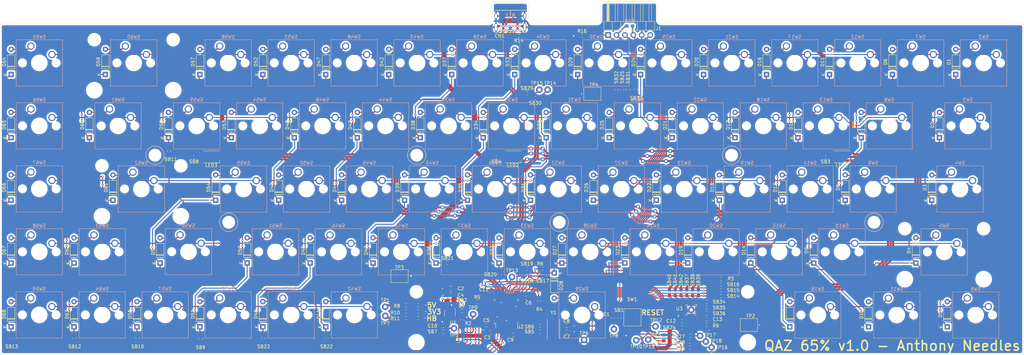
<source format=kicad_pcb>
(kicad_pcb (version 20171130) (host pcbnew "(5.1.6)-1")
  (title_block (title "QAZ 65%") (date 2020-11-04) (rev v1.0) (company "Anthony Needles"))
  (layers (0 F.Cu signal) (31 B.Cu signal) (34 B.Paste user) (35 F.Paste user) (36 B.SilkS user) (37 F.SilkS user) (38 B.Mask user) (39 F.Mask user) (44 Edge.Cuts user))
  (net 0 "")
  (net 1 +3V3)
  (net 2 GND)
  (net 3 "Net-(C8-Pad1)")
  (net 4 "Net-(C10-Pad2)")
  (net 5 +5V)
  (net 6 "Net-(C13-Pad2)")
  (net 7 "/QAZ External Connections/DBG_TX")
  (net 8 "/QAZ External Connections/SWCLK")
  (net 9 "/QAZ External Connections/SWDIO")
  (net 10 "/QAZ External Connections/nRESET")
  (net 11 "/QAZ External Connections/USB_D+")
  (net 12 "/QAZ External Connections/USB_D-")
  (net 13 "/QAZ Testboard Keys/COL00")
  (net 14 "Net-(D1-Pad2)")
  (net 15 "/QAZ Testboard Keys/COL01")
  (net 16 "Net-(D2-Pad2)")
  (net 17 "/QAZ Testboard Keys/COL02")
  (net 18 "Net-(D3-Pad2)")
  (net 19 "/QAZ Testboard Keys/COL03")
  (net 20 "Net-(D4-Pad2)")
  (net 21 "/QAZ Testboard Keys/COL04")
  (net 22 "Net-(D5-Pad2)")
  (net 23 "/QAZ Testboard Keys/COL05")
  (net 24 "Net-(D6-Pad2)")
  (net 25 "/QAZ Testboard Keys/COL06")
  (net 26 "Net-(D7-Pad2)")
  (net 27 "/QAZ Testboard Keys/COL07")
  (net 28 "Net-(D8-Pad2)")
  (net 29 "/QAZ Testboard Keys/COL08")
  (net 30 "Net-(D9-Pad2)")
  (net 31 "/QAZ Testboard Keys/COL09")
  (net 32 "Net-(D10-Pad2)")
  (net 33 "/QAZ Testboard Keys/COL10")
  (net 34 "Net-(D11-Pad2)")
  (net 35 "Net-(D12-Pad2)")
  (net 36 "/QAZ Testboard Keys/COL11")
  (net 37 "/QAZ Testboard Keys/COL12")
  (net 38 "Net-(D13-Pad2)")
  (net 39 "Net-(D14-Pad2)")
  (net 40 "/QAZ Testboard Keys/COL13")
  (net 41 "/QAZ Testboard Keys/COL14")
  (net 42 "Net-(D15-Pad2)")
  (net 43 "Net-(D16-Pad2)")
  (net 44 "Net-(D17-Pad2)")
  (net 45 "Net-(D18-Pad2)")
  (net 46 "Net-(D19-Pad2)")
  (net 47 "Net-(D20-Pad2)")
  (net 48 "Net-(D21-Pad2)")
  (net 49 "Net-(D22-Pad2)")
  (net 50 "Net-(D23-Pad2)")
  (net 51 "Net-(D24-Pad2)")
  (net 52 "Net-(D25-Pad2)")
  (net 53 "Net-(D26-Pad2)")
  (net 54 "Net-(D27-Pad2)")
  (net 55 "Net-(D28-Pad2)")
  (net 56 "Net-(D29-Pad2)")
  (net 57 "Net-(D30-Pad2)")
  (net 58 "Net-(D31-Pad2)")
  (net 59 "Net-(D32-Pad2)")
  (net 60 "Net-(D33-Pad2)")
  (net 61 "Net-(D34-Pad2)")
  (net 62 "Net-(D35-Pad2)")
  (net 63 "Net-(D36-Pad2)")
  (net 64 "Net-(D37-Pad2)")
  (net 65 "Net-(D38-Pad2)")
  (net 66 "Net-(D39-Pad2)")
  (net 67 "Net-(D40-Pad2)")
  (net 68 "Net-(D41-Pad2)")
  (net 69 "Net-(D42-Pad2)")
  (net 70 "Net-(D43-Pad2)")
  (net 71 "Net-(D44-Pad2)")
  (net 72 "Net-(D45-Pad2)")
  (net 73 "Net-(D46-Pad2)")
  (net 74 "Net-(D47-Pad2)")
  (net 75 "Net-(D48-Pad2)")
  (net 76 "Net-(D49-Pad2)")
  (net 77 "Net-(D50-Pad2)")
  (net 78 "Net-(D51-Pad2)")
  (net 79 "Net-(D52-Pad2)")
  (net 80 "Net-(D53-Pad2)")
  (net 81 "Net-(D54-Pad2)")
  (net 82 "Net-(D55-Pad2)")
  (net 83 "Net-(D56-Pad2)")
  (net 84 "Net-(D57-Pad2)")
  (net 85 "Net-(D58-Pad2)")
  (net 86 "Net-(D59-Pad2)")
  (net 87 "Net-(D60-Pad2)")
  (net 88 "Net-(D61-Pad2)")
  (net 89 "Net-(D62-Pad2)")
  (net 90 "Net-(D63-Pad2)")
  (net 91 "Net-(D64-Pad2)")
  (net 92 "Net-(D65-Pad2)")
  (net 93 "Net-(D66-Pad2)")
  (net 94 "Net-(D67-Pad2)")
  (net 95 "Net-(D68-Pad2)")
  (net 96 /RGB0_R)
  (net 97 /RGB0_G)
  (net 98 /RGB0_B)
  (net 99 /BOOT0)
  (net 100 /HB_LED)
  (net 101 /LED_SCL)
  (net 102 /LED_SDA)
  (net 103 /ROW00)
  (net 104 "/QAZ Testboard Keys/ROW00")
  (net 105 "/QAZ Testboard Keys/ROW01")
  (net 106 /ROW01)
  (net 107 /ROW02)
  (net 108 "/QAZ Testboard Keys/ROW02")
  (net 109 "/QAZ Testboard Keys/ROW03")
  (net 110 /ROW03)
  (net 111 "/QAZ Testboard Keys/ROW04")
  (net 112 /ROW04)
  (net 113 "Net-(SB2-Pad2)")
  (net 114 /LED_EN)
  (net 115 /OSC_IN)
  (net 116 /OSC_OUT)
  (net 117 /nRESET)
  (net 118 /SWDIO)
  (net 119 /COL00)
  (net 120 /DBG_TX)
  (net 121 /SWCLK)
  (net 122 /COL01)
  (net 123 /COL02)
  (net 124 /USB_D+)
  (net 125 /USB_D-)
  (net 126 /COL03)
  (net 127 /COL04)
  (net 128 /COL10)
  (net 129 /COL05)
  (net 130 /COL11)
  (net 131 /COL06)
  (net 132 /COL12)
  (net 133 /COL07)
  (net 134 /COL13)
  (net 135 /COL08)
  (net 136 /COL14)
  (net 137 /COL09)
  (net 138 /RGB1_R)
  (net 139 /RGB1_G)
  (net 140 /RGB1_B)
  (net 141 /RGB2_R)
  (net 142 /RGB2_G)
  (net 143 /RGB2_B)
  (net 144 /CLKOUT)
  (net 145 "Net-(SB35-Pad1)")
  (net 146 "Net-(SB36-Pad1)")
  (net 147 "Net-(SB37-Pad1)")
  (net 148 "Net-(SB38-Pad1)")
  (net 149 "Net-(SB39-Pad1)")
  (net 150 "Net-(SB40-Pad1)")
  (net 151 "Net-(SB41-Pad1)")
  (net 152 "Net-(SB42-Pad1)")
  (net 153 "Net-(C1-Pad2)")
  (net 154 "Net-(C7-Pad1)")
  (net 155 "Net-(C12-Pad2)")
  (net 156 "Net-(CN1-PadB5)")
  (net 157 "Net-(CN1-PadB8)")
  (net 158 "Net-(CN1-PadA8)")
  (net 159 "Net-(CN1-PadA5)")
  (net 160 "Net-(LED1-Pad4)")
  (net 161 "Net-(LED2-Pad4)")
  (net 162 "Net-(LED3-Pad4)")
  (net 163 "Net-(LED4-Pad2)")
  (net 164 "Net-(LED5-Pad2)")
  (net 165 "Net-(LED6-Pad2)")
  (net 166 "Net-(R9-Pad2)")
  (net 167 "Net-(SB27-Pad2)")
  (net 168 "Net-(SB28-Pad2)")
  (net 169 "Net-(U1-Pad4)")
  (net 170 "Net-(U2-Pad13)")
  (net 171 "Net-(SB26-Pad2)")
  (net 172 "Net-(SB34-Pad1)")
  (net 173 "Net-(U2-Pad12)")
  (net 174 "Net-(U2-Pad11)")
  (net 175 "Net-(U2-Pad10)")
  (net 176 "Net-(U2-Pad14)")
  (module QAZ:4-40_NPTH (layer F.Cu) (at 104.376 127.178)
    (fp_text reference REF** hide)
    (fp_text value 4-40_NPTH)
    (pad "" np_thru_hole circle (at 0 0) (size 2.8448 2.8448) (drill 2.8448) (layers *.Cu *.Mask))
  )
  (module QAZ:4-40_NPTH (layer F.Cu) (at 126.626 147.428)
    (fp_text reference REF** hide)
    (fp_text value 4-40_NPTH)
    (pad "" np_thru_hole circle (at 0 0) (size 2.8448 2.8448) (drill 2.8448) (layers *.Cu *.Mask))
  )
  (module QAZ:4-40_NPTH (layer F.Cu) (at 183.376 127.178)
    (fp_text reference REF** hide)
    (fp_text value 4-40_NPTH)
    (pad "" np_thru_hole circle (at 0 0) (size 2.8448 2.8448) (drill 2.8448) (layers *.Cu *.Mask))
  )
  (module QAZ:4-40_NPTH (layer F.Cu) (at 226.376 147.428)
    (fp_text reference REF** hide)
    (fp_text value 4-40_NPTH)
    (pad "" np_thru_hole circle (at 0 0) (size 2.8448 2.8448) (drill 2.8448) (layers *.Cu *.Mask))
  )
  (module QAZ:4-40_NPTH (layer F.Cu) (at 278.376 127.178)
    (fp_text reference REF** hide)
    (fp_text value 4-40_NPTH)
    (pad "" np_thru_hole circle (at 0 0) (size 2.8448 2.8448) (drill 2.8448) (layers *.Cu *.Mask))
  )
  (module QAZ:4-40_NPTH (layer F.Cu) (at 321.376 147.428)
    (fp_text reference REF** hide)
    (fp_text value 4-40_NPTH)
    (pad "" np_thru_hole circle (at 0 0) (size 2.8448 2.8448) (drill 2.8448) (layers *.Cu *.Mask))
  )
  (module QAZ:Crystal_SMD_Abracon_ABM7-2Pin_6.0x3.5mm_HS (layer F.Cu) (at 224.626 179.678 90)
    (fp_text reference Y1 (at 5 0 180) (layer F.SilkS))
    (fp_text value 8.0000MHz)
    (pad 1 smd rect (at -2.85 0 90) (size 2.9 2.6) (layers F.Cu F.Paste F.Mask) (net 154 "Net-(C7-Pad1)"))
    (pad 2 smd rect (at 2.65 0 90) (size 2.9 2.6) (layers F.Cu F.Paste F.Mask) (net 3 "Net-(C8-Pad1)"))
  )
  (module Package_TO_SOT_SMD:SOT-23-5 (layer F.Cu) (at 193.38 174.868 270)
    (fp_text reference U1 (at 2.81 -0.996 180) (layer F.SilkS))
    (fp_text value AP2112K-3.3)
    (pad 1 smd rect (at -1.1 -0.95 270) (size 1.06 0.65) (layers F.Cu F.Paste F.Mask) (net 113 "Net-(SB2-Pad2)"))
    (pad 2 smd rect (at -1.1 0 270) (size 1.06 0.65) (layers F.Cu F.Paste F.Mask) (net 2 GND))
    (pad 3 smd rect (at -1.1 0.95 270) (size 1.06 0.65) (layers F.Cu F.Paste F.Mask) (net 113 "Net-(SB2-Pad2)"))
    (pad 4 smd rect (at 1.1 0.95 270) (size 1.06 0.65) (layers F.Cu F.Paste F.Mask) (net 169 "Net-(U1-Pad4)"))
    (pad 5 smd rect (at 1.1 -0.95 270) (size 1.06 0.65) (layers F.Cu F.Paste F.Mask) (net 4 "Net-(C10-Pad2)"))
  )
  (module Package_QFP:LQFP-48_7x7mm_P0.5mm (layer F.Cu) (at 210.376 174.3905 90)
    (fp_text reference U2 (at -4.5375 4.25 180) (layer F.SilkS))
    (fp_text value STM32F042C6Tx)
    (pad 1 smd roundrect (at -4.1625 -2.75 90) (size 1.475 0.3) (layers F.Cu F.Paste F.Mask) (net 1 +3V3))
    (pad 2 smd roundrect (at -4.1625 -2.25 90) (size 1.475 0.3) (layers F.Cu F.Paste F.Mask) (net 130 /COL11))
    (pad 3 smd roundrect (at -4.1625 -1.75 90) (size 1.475 0.3) (layers F.Cu F.Paste F.Mask) (net 134 /COL13))
    (pad 4 smd roundrect (at -4.1625 -1.25 90) (size 1.475 0.3) (layers F.Cu F.Paste F.Mask) (net 136 /COL14))
    (pad 5 smd roundrect (at -4.1625 -0.75 90) (size 1.475 0.3) (layers F.Cu F.Paste F.Mask) (net 115 /OSC_IN))
    (pad 6 smd roundrect (at -4.1625 -0.25 90) (size 1.475 0.3) (layers F.Cu F.Paste F.Mask) (net 116 /OSC_OUT))
    (pad 7 smd roundrect (at -4.1625 0.25 90) (size 1.475 0.3) (layers F.Cu F.Paste F.Mask) (net 117 /nRESET))
    (pad 8 smd roundrect (at -4.1625 0.75 90) (size 1.475 0.3) (layers F.Cu F.Paste F.Mask) (net 2 GND))
    (pad 9 smd roundrect (at -4.1625 1.25 90) (size 1.475 0.3) (layers F.Cu F.Paste F.Mask) (net 1 +3V3))
    (pad 10 smd roundrect (at -4.1625 1.75 90) (size 1.475 0.3) (layers F.Cu F.Paste F.Mask) (net 175 "Net-(U2-Pad10)"))
    (pad 11 smd roundrect (at -4.1625 2.25 90) (size 1.475 0.3) (layers F.Cu F.Paste F.Mask) (net 174 "Net-(U2-Pad11)"))
    (pad 12 smd roundrect (at -4.1625 2.75 90) (size 1.475 0.3) (layers F.Cu F.Paste F.Mask) (net 173 "Net-(U2-Pad12)"))
    (pad 13 smd roundrect (at -2.75 4.1625 90) (size 0.3 1.475) (layers F.Cu F.Paste F.Mask) (net 170 "Net-(U2-Pad13)"))
    (pad 14 smd roundrect (at -2.25 4.1625 90) (size 0.3 1.475) (layers F.Cu F.Paste F.Mask) (net 176 "Net-(U2-Pad14)"))
    (pad 15 smd roundrect (at -1.75 4.1625 90) (size 0.3 1.475) (layers F.Cu F.Paste F.Mask) (net 119 /COL00))
    (pad 16 smd roundrect (at -1.25 4.1625 90) (size 0.3 1.475) (layers F.Cu F.Paste F.Mask) (net 122 /COL01))
    (pad 17 smd roundrect (at -0.75 4.1625 90) (size 0.3 1.475) (layers F.Cu F.Paste F.Mask) (net 123 /COL02))
    (pad 18 smd roundrect (at -0.25 4.1625 90) (size 0.3 1.475) (layers F.Cu F.Paste F.Mask) (net 103 /ROW00))
    (pad 19 smd roundrect (at 0.25 4.1625 90) (size 0.3 1.475) (layers F.Cu F.Paste F.Mask) (net 106 /ROW01))
    (pad 20 smd roundrect (at 0.75 4.1625 90) (size 0.3 1.475) (layers F.Cu F.Paste F.Mask) (net 114 /LED_EN))
    (pad 21 smd roundrect (at 1.25 4.1625 90) (size 0.3 1.475) (layers F.Cu F.Paste F.Mask) (net 101 /LED_SCL))
    (pad 22 smd roundrect (at 1.75 4.1625 90) (size 0.3 1.475) (layers F.Cu F.Paste F.Mask) (net 102 /LED_SDA))
    (pad 23 smd roundrect (at 2.25 4.1625 90) (size 0.3 1.475) (layers F.Cu F.Paste F.Mask) (net 2 GND))
    (pad 24 smd roundrect (at 2.75 4.1625 90) (size 0.3 1.475) (layers F.Cu F.Paste F.Mask) (net 1 +3V3))
    (pad 25 smd roundrect (at 4.1625 2.75 90) (size 1.475 0.3) (layers F.Cu F.Paste F.Mask) (net 110 /ROW03))
    (pad 26 smd roundrect (at 4.1625 2.25 90) (size 1.475 0.3) (layers F.Cu F.Paste F.Mask) (net 126 /COL03))
    (pad 27 smd roundrect (at 4.1625 1.75 90) (size 1.475 0.3) (layers F.Cu F.Paste F.Mask) (net 127 /COL04))
    (pad 28 smd roundrect (at 4.1625 1.25 90) (size 1.475 0.3) (layers F.Cu F.Paste F.Mask) (net 129 /COL05))
    (pad 29 smd roundrect (at 4.1625 0.75 90) (size 1.475 0.3) (layers F.Cu F.Paste F.Mask) (net 144 /CLKOUT))
    (pad 30 smd roundrect (at 4.1625 0.25 90) (size 1.475 0.3) (layers F.Cu F.Paste F.Mask) (net 120 /DBG_TX))
    (pad 31 smd roundrect (at 4.1625 -0.25 90) (size 1.475 0.3) (layers F.Cu F.Paste F.Mask) (net 131 /COL06))
    (pad 32 smd roundrect (at 4.1625 -0.75 90) (size 1.475 0.3) (layers F.Cu F.Paste F.Mask) (net 125 /USB_D-))
    (pad 33 smd roundrect (at 4.1625 -1.25 90) (size 1.475 0.3) (layers F.Cu F.Paste F.Mask) (net 124 /USB_D+))
    (pad 34 smd roundrect (at 4.1625 -1.75 90) (size 1.475 0.3) (layers F.Cu F.Paste F.Mask) (net 118 /SWDIO))
    (pad 35 smd roundrect (at 4.1625 -2.25 90) (size 1.475 0.3) (layers F.Cu F.Paste F.Mask) (net 2 GND))
    (pad 36 smd roundrect (at 4.1625 -2.75 90) (size 1.475 0.3) (layers F.Cu F.Paste F.Mask) (net 1 +3V3))
    (pad 37 smd roundrect (at 2.75 -4.1625 90) (size 0.3 1.475) (layers F.Cu F.Paste F.Mask) (net 121 /SWCLK))
    (pad 38 smd roundrect (at 2.25 -4.1625 90) (size 0.3 1.475) (layers F.Cu F.Paste F.Mask) (net 107 /ROW02))
    (pad 39 smd roundrect (at 1.75 -4.1625 90) (size 0.3 1.475) (layers F.Cu F.Paste F.Mask) (net 100 /HB_LED))
    (pad 40 smd roundrect (at 1.25 -4.1625 90) (size 0.3 1.475) (layers F.Cu F.Paste F.Mask) (net 133 /COL07))
    (pad 41 smd roundrect (at 0.75 -4.1625 90) (size 0.3 1.475) (layers F.Cu F.Paste F.Mask) (net 112 /ROW04))
    (pad 42 smd roundrect (at 0.25 -4.1625 90) (size 0.3 1.475) (layers F.Cu F.Paste F.Mask) (net 132 /COL12))
    (pad 43 smd roundrect (at -0.25 -4.1625 90) (size 0.3 1.475) (layers F.Cu F.Paste F.Mask) (net 135 /COL08))
    (pad 44 smd roundrect (at -0.75 -4.1625 90) (size 0.3 1.475) (layers F.Cu F.Paste F.Mask) (net 99 /BOOT0))
    (pad 45 smd roundrect (at -1.25 -4.1625 90) (size 0.3 1.475) (layers F.Cu F.Paste F.Mask) (net 137 /COL09))
    (pad 46 smd roundrect (at -1.75 -4.1625 90) (size 0.3 1.475) (layers F.Cu F.Paste F.Mask) (net 128 /COL10))
    (pad 47 smd roundrect (at -2.25 -4.1625 90) (size 0.3 1.475) (layers F.Cu F.Paste F.Mask) (net 2 GND))
    (pad 48 smd roundrect (at -2.75 -4.1625 90) (size 0.3 1.475) (layers F.Cu F.Paste F.Mask) (net 1 +3V3))
  )
  (module QAZ:QFN-20-1EP_3x3mm_P0.4mm_EP1.65x1.65mm_HS (layer F.Cu) (at 266.211 173.855 180)
    (fp_text reference U3 (at 3.585 0.427) (layer F.SilkS))
    (fp_text value LP5009RUKR)
    (pad 21 thru_hole rect (at 0 0 180) (size 1.65 1.65) (drill 1) (layers *.Cu *.Mask) (net 2 GND))
    (pad 2 smd roundrect (at -1.65 -0.4 180) (size 1.25 0.2) (layers F.Cu F.Paste F.Mask) (net 146 "Net-(SB36-Pad1)"))
    (pad 1 smd roundrect (at -1.65 -0.8 180) (size 1.25 0.2) (layers F.Cu F.Paste F.Mask) (net 6 "Net-(C13-Pad2)"))
    (pad 3 smd roundrect (at -1.65 0 180) (size 1.25 0.2) (layers F.Cu F.Paste F.Mask) (net 145 "Net-(SB35-Pad1)"))
    (pad 7 smd roundrect (at -0.4 1.65 180) (size 0.2 1.25) (layers F.Cu F.Paste F.Mask) (net 147 "Net-(SB37-Pad1)"))
    (pad 12 smd roundrect (at 1.65 0.4 180) (size 1.25 0.2) (layers F.Cu F.Paste F.Mask))
    (pad 9 smd roundrect (at 0.4 1.65 180) (size 0.2 1.25) (layers F.Cu F.Paste F.Mask) (net 151 "Net-(SB41-Pad1)"))
    (pad 20 smd roundrect (at -0.8 -1.65 180) (size 0.2 1.25) (layers F.Cu F.Paste F.Mask) (net 166 "Net-(R9-Pad2)"))
    (pad 17 smd roundrect (at 0.4 -1.65 180) (size 0.2 1.25) (layers F.Cu F.Paste F.Mask) (net 167 "Net-(SB27-Pad2)"))
    (pad 4 smd roundrect (at -1.65 0.4 180) (size 1.25 0.2) (layers F.Cu F.Paste F.Mask) (net 172 "Net-(SB34-Pad1)"))
    (pad 8 smd roundrect (at 0 1.65 180) (size 0.2 1.25) (layers F.Cu F.Paste F.Mask) (net 152 "Net-(SB42-Pad1)"))
    (pad 15 smd roundrect (at 1.65 -0.8 180) (size 1.25 0.2) (layers F.Cu F.Paste F.Mask) (net 2 GND))
    (pad 10 smd roundrect (at 0.8 1.65 180) (size 0.2 1.25) (layers F.Cu F.Paste F.Mask) (net 150 "Net-(SB40-Pad1)"))
    (pad 19 smd roundrect (at -0.4 -1.65 180) (size 0.2 1.25) (layers F.Cu F.Paste F.Mask) (net 171 "Net-(SB26-Pad2)"))
    (pad 16 smd roundrect (at 0.8 -1.65 180) (size 0.2 1.25) (layers F.Cu F.Paste F.Mask) (net 155 "Net-(C12-Pad2)"))
    (pad 13 smd roundrect (at 1.65 0 180) (size 1.25 0.2) (layers F.Cu F.Paste F.Mask))
    (pad 5 smd roundrect (at -1.65 0.8 180) (size 1.25 0.2) (layers F.Cu F.Paste F.Mask) (net 149 "Net-(SB39-Pad1)"))
    (pad 11 smd roundrect (at 1.65 0.8 180) (size 1.25 0.2) (layers F.Cu F.Paste F.Mask))
    (pad 18 smd roundrect (at 0 -1.65 180) (size 0.2 1.25) (layers F.Cu F.Paste F.Mask) (net 168 "Net-(SB28-Pad2)"))
    (pad 6 smd roundrect (at -0.8 1.65 180) (size 0.2 1.25) (layers F.Cu F.Paste F.Mask) (net 148 "Net-(SB38-Pad1)"))
    (pad 14 smd roundrect (at 1.65 -0.4 180) (size 1.25 0.2) (layers F.Cu F.Paste F.Mask) (net 2 GND))
  )
  (module QAZ:TestPoint_Thruhole_1.0mm (layer F.Cu) (at 173.876 175.678)
    (fp_text reference TP7 (at 0 2.25) (layer F.SilkS))
    (fp_text value TestPoint)
    (pad 1 thru_hole circle (at 0 0) (size 2 2) (drill 1) (layers *.Cu *.Mask) (net 1 +3V3))
  )
  (module QAZ:TestPoint_Thruhole_1.0mm (layer F.Cu) (at 194.626 179.428)
    (fp_text reference TP5 (at 0 2) (layer F.SilkS))
    (fp_text value TestPoint)
    (pad 1 thru_hole circle (at 0 0) (size 2 2) (drill 1) (layers *.Cu *.Mask) (net 4 "Net-(C10-Pad2)"))
  )
  (module QAZ:TestPoint_Thruhole_1.0mm (layer F.Cu) (at 173.876 172.928)
    (fp_text reference TP1 (at 0 -2) (layer F.SilkS))
    (fp_text value TestPoint)
    (pad 1 thru_hole circle (at 0 0) (size 2 2) (drill 1) (layers *.Cu *.Mask) (net 5 +5V))
  )
  (module QAZ:TestPoint_Thruhole_1.0mm (layer F.Cu) (at 220.376 107.428)
    (fp_text reference TP15 (at -0.75 -2) (layer F.SilkS))
    (fp_text value TestPoint)
    (pad 1 thru_hole circle (at 0 0) (size 2 2) (drill 1) (layers *.Cu *.Mask) (net 124 /USB_D+))
  )
  (module QAZ:TestPoint_Thruhole_1.0mm (layer F.Cu) (at 222.876 107.428)
    (fp_text reference TP14 (at 0.75 -2) (layer F.SilkS))
    (fp_text value TestPoint)
    (pad 1 thru_hole circle (at 0 0) (size 2 2) (drill 1) (layers *.Cu *.Mask) (net 125 /USB_D-))
  )
  (module QAZ:TestPoint_Thruhole_1.0mm (layer F.Cu) (at 255.426 178.828)
    (fp_text reference TP12 (at 0.2 -1.9) (layer F.SilkS))
    (fp_text value TestPoint)
    (pad 1 thru_hole circle (at 0 0) (size 2 2) (drill 1) (layers *.Cu *.Mask) (net 102 /LED_SDA))
  )
  (module QAZ:TestPoint_Thruhole_1.0mm (layer F.Cu) (at 253.226 182.828)
    (fp_text reference TP11 (at 0.15 2.1) (layer F.SilkS))
    (fp_text value TestPoint)
    (pad 1 thru_hole circle (at 0 0) (size 2 2) (drill 1) (layers *.Cu *.Mask) (net 101 /LED_SCL))
  )
  (module QAZ:TestPoint_Thruhole_1.0mm (layer F.Cu) (at 212.126 163.928)
    (fp_text reference TP13 (at 0 -2) (layer F.SilkS))
    (fp_text value TestPoint)
    (pad 1 thru_hole circle (at 0 0) (size 2 2) (drill 1) (layers *.Cu *.Mask) (net 144 /CLKOUT))
  )
  (module QAZ:TestPoint_Thruhole_1.0mm (layer F.Cu) (at 249.626 183.028)
    (fp_text reference TP10 (at 0 1.9) (layer F.SilkS))
    (fp_text value TestPoint)
    (pad 1 thru_hole circle (at 0 0) (size 2 2) (drill 1) (layers *.Cu *.Mask) (net 114 /LED_EN))
  )
  (module QAZ:TestPoint_Thruhole_1.0mm (layer F.Cu) (at 200.376 175.178)
    (fp_text reference TP9 (at 0 -2) (layer F.SilkS))
    (fp_text value TestPoint)
    (pad 1 thru_hole circle (at 0 0) (size 2 2) (drill 1) (layers *.Cu *.Mask) (net 99 /BOOT0))
  )
  (module QAZ:TestPoint_Thruhole_1.0mm (layer F.Cu) (at 270.626 183.428)
    (fp_text reference TP18 (at 3 -0.25) (layer F.SilkS))
    (fp_text value TestPoint)
    (pad 1 thru_hole circle (at 0 0) (size 2 2) (drill 1) (layers *.Cu *.Mask) (net 168 "Net-(SB28-Pad2)"))
  )
  (module QAZ:TestPoint_Thruhole_1.0mm (layer F.Cu) (at 268.876 181.678)
    (fp_text reference TP17 (at 3 -0.25) (layer F.SilkS))
    (fp_text value TestPoint)
    (pad 1 thru_hole circle (at 0 0) (size 2 2) (drill 1) (layers *.Cu *.Mask) (net 167 "Net-(SB27-Pad2)"))
  )
  (module QAZ:TestPoint_Thruhole_1.0mm (layer F.Cu) (at 242.876 179.678)
    (fp_text reference TP8 (at 0 2) (layer F.SilkS))
    (fp_text value TestPoint)
    (pad 1 thru_hole circle (at 0 0) (size 2 2) (drill 1) (layers *.Cu *.Mask) (net 117 /nRESET))
  )
  (module QAZ:TestPoint_Thruhole_1.0mm (layer F.Cu) (at 272.376 185.178)
    (fp_text reference TP16 (at 3 0) (layer F.SilkS))
    (fp_text value TestPoint)
    (pad 1 thru_hole circle (at 0 0) (size 2 2) (drill 1) (layers *.Cu *.Mask) (net 171 "Net-(SB26-Pad2)"))
  )
  (module QAZ:TestPoint_Thruhole_1.0mm (layer F.Cu) (at 233.876 182.928)
    (fp_text reference TP6 (at 0 -2) (layer F.SilkS))
    (fp_text value TestPoint)
    (pad 1 thru_hole circle (at 0 0) (size 2 2) (drill 1) (layers *.Cu *.Mask) (net 2 GND))
  )
  (module QAZ:TestPoint_SMD_1812_HS (layer F.Cu) (at 236.376 108.678)
    (fp_text reference TP4 (at 0.5 -2.75) (layer F.SilkS))
    (fp_text value TestPoint_SMD_1812)
    (pad 1 smd rect (at 0 0) (size 4.6 3.3) (layers F.Cu F.Paste F.Mask) (net 2 GND))
  )
  (module QAZ:TestPoint_SMD_1812_HS (layer F.Cu) (at 178.176 163.678)
    (fp_text reference TP3 (at -0.05 -2.65) (layer F.SilkS))
    (fp_text value TestPoint_SMD_1812)
    (pad 1 smd rect (at 0 0) (size 4.6 3.3) (layers F.Cu F.Paste F.Mask) (net 2 GND))
  )
  (module QAZ:TestPoint_SMD_1812_HS (layer F.Cu) (at 283.626 178.428)
    (fp_text reference TP2 (at 0.5 -2.75) (layer F.SilkS))
    (fp_text value TestPoint_SMD_1812)
    (pad 1 smd rect (at 0 0) (size 4.6 3.3) (layers F.Cu F.Paste F.Mask) (net 2 GND))
  )
  (module Button_Switch_Keyboard:SW_Cherry_MX_1.00u_PCB (layer B.Cu) (at 66.901 170.298 180)
    (fp_text reference SW69 (at -2.54 2.794) (layer B.SilkS) (effects (justify mirror)))
    (fp_text value "Cherry MX")
    (pad "" np_thru_hole circle (at 2.54 -5.08 180) (size 1.7 1.7) (drill 1.7) (layers *.Cu *.Mask))
    (pad "" np_thru_hole circle (at -7.62 -5.08 180) (size 1.7 1.7) (drill 1.7) (layers *.Cu *.Mask))
    (pad "" np_thru_hole circle (at -2.54 -5.08 180) (size 4 4) (drill 4) (layers *.Cu *.Mask))
    (pad 2 thru_hole circle (at -6.35 -2.54 180) (size 2.2 2.2) (drill 1.5) (layers *.Cu *.Mask) (net 111 "/QAZ Testboard Keys/ROW04"))
    (pad 1 thru_hole circle (at 0 0 180) (size 2.2 2.2) (drill 1.5) (layers *.Cu *.Mask) (net 95 "Net-(D68-Pad2)"))
  )
  (module Button_Switch_Keyboard:SW_Cherry_MX_1.00u_PCB (layer B.Cu) (at 85.901 170.298 180)
    (fp_text reference SW64 (at -2.54 2.794) (layer B.SilkS) (effects (justify mirror)))
    (fp_text value "Cherry MX")
    (pad "" np_thru_hole circle (at 2.54 -5.08 180) (size 1.7 1.7) (drill 1.7) (layers *.Cu *.Mask))
    (pad "" np_thru_hole circle (at -7.62 -5.08 180) (size 1.7 1.7) (drill 1.7) (layers *.Cu *.Mask))
    (pad "" np_thru_hole circle (at -2.54 -5.08 180) (size 4 4) (drill 4) (layers *.Cu *.Mask))
    (pad 2 thru_hole circle (at -6.35 -2.54 180) (size 2.2 2.2) (drill 1.5) (layers *.Cu *.Mask) (net 111 "/QAZ Testboard Keys/ROW04"))
    (pad 1 thru_hole circle (at 0 0 180) (size 2.2 2.2) (drill 1.5) (layers *.Cu *.Mask) (net 90 "Net-(D63-Pad2)"))
  )
  (module Button_Switch_Keyboard:SW_Cherry_MX_1.00u_PCB (layer B.Cu) (at 104.901 170.298 180)
    (fp_text reference SW57 (at -2.54 2.794) (layer B.SilkS) (effects (justify mirror)))
    (fp_text value "Cherry MX")
    (pad "" np_thru_hole circle (at 2.54 -5.08 180) (size 1.7 1.7) (drill 1.7) (layers *.Cu *.Mask))
    (pad "" np_thru_hole circle (at -7.62 -5.08 180) (size 1.7 1.7) (drill 1.7) (layers *.Cu *.Mask))
    (pad "" np_thru_hole circle (at -2.54 -5.08 180) (size 4 4) (drill 4) (layers *.Cu *.Mask))
    (pad 2 thru_hole circle (at -6.35 -2.54 180) (size 2.2 2.2) (drill 1.5) (layers *.Cu *.Mask) (net 111 "/QAZ Testboard Keys/ROW04"))
    (pad 1 thru_hole circle (at 0 0 180) (size 2.2 2.2) (drill 1.5) (layers *.Cu *.Mask) (net 83 "Net-(D56-Pad2)"))
  )
  (module Button_Switch_Keyboard:SW_Cherry_MX_1.00u_PCB (layer B.Cu) (at 123.901 170.298 180)
    (fp_text reference SW52 (at -2.54 2.794) (layer B.SilkS) (effects (justify mirror)))
    (fp_text value "Cherry MX")
    (pad 1 thru_hole circle (at 0 0 180) (size 2.2 2.2) (drill 1.5) (layers *.Cu *.Mask) (net 78 "Net-(D51-Pad2)"))
    (pad 2 thru_hole circle (at -6.35 -2.54 180) (size 2.2 2.2) (drill 1.5) (layers *.Cu *.Mask) (net 111 "/QAZ Testboard Keys/ROW04"))
    (pad "" np_thru_hole circle (at -2.54 -5.08 180) (size 4 4) (drill 4) (layers *.Cu *.Mask))
    (pad "" np_thru_hole circle (at -7.62 -5.08 180) (size 1.7 1.7) (drill 1.7) (layers *.Cu *.Mask))
    (pad "" np_thru_hole circle (at 2.54 -5.08 180) (size 1.7 1.7) (drill 1.7) (layers *.Cu *.Mask))
  )
  (module Button_Switch_Keyboard:SW_Cherry_MX_1.00u_PCB (layer B.Cu) (at 142.951 170.298 180)
    (fp_text reference SW47 (at -2.54 2.794) (layer B.SilkS) (effects (justify mirror)))
    (fp_text value "Cherry MX")
    (pad "" np_thru_hole circle (at 2.54 -5.08 180) (size 1.7 1.7) (drill 1.7) (layers *.Cu *.Mask))
    (pad "" np_thru_hole circle (at -7.62 -5.08 180) (size 1.7 1.7) (drill 1.7) (layers *.Cu *.Mask))
    (pad "" np_thru_hole circle (at -2.54 -5.08 180) (size 4 4) (drill 4) (layers *.Cu *.Mask))
    (pad 2 thru_hole circle (at -6.35 -2.54 180) (size 2.2 2.2) (drill 1.5) (layers *.Cu *.Mask) (net 111 "/QAZ Testboard Keys/ROW04"))
    (pad 1 thru_hole circle (at 0 0 180) (size 2.2 2.2) (drill 1.5) (layers *.Cu *.Mask) (net 73 "Net-(D46-Pad2)"))
  )
  (module Button_Switch_Keyboard:SW_Cherry_MX_1.00u_PCB (layer B.Cu) (at 162.001 170.298 180)
    (fp_text reference SW42 (at -2.54 2.794) (layer B.SilkS) (effects (justify mirror)))
    (fp_text value "Cherry MX")
    (pad 1 thru_hole circle (at 0 0 180) (size 2.2 2.2) (drill 1.5) (layers *.Cu *.Mask) (net 68 "Net-(D41-Pad2)"))
    (pad 2 thru_hole circle (at -6.35 -2.54 180) (size 2.2 2.2) (drill 1.5) (layers *.Cu *.Mask) (net 111 "/QAZ Testboard Keys/ROW04"))
    (pad "" np_thru_hole circle (at -2.54 -5.08 180) (size 4 4) (drill 4) (layers *.Cu *.Mask))
    (pad "" np_thru_hole circle (at -7.62 -5.08 180) (size 1.7 1.7) (drill 1.7) (layers *.Cu *.Mask))
    (pad "" np_thru_hole circle (at 2.54 -5.08 180) (size 1.7 1.7) (drill 1.7) (layers *.Cu *.Mask))
  )
  (module Button_Switch_Keyboard:SW_Cherry_MX_1.25u_PCB (layer B.Cu) (at 325.701 170.323 180)
    (fp_text reference SW11 (at -2.54 2.794) (layer B.SilkS) (effects (justify mirror)))
    (fp_text value "Cherry MX")
    (pad "" np_thru_hole circle (at 2.54 -5.08 180) (size 1.7 1.7) (drill 1.7) (layers *.Cu *.Mask))
    (pad "" np_thru_hole circle (at -7.62 -5.08 180) (size 1.7 1.7) (drill 1.7) (layers *.Cu *.Mask))
    (pad "" np_thru_hole circle (at -2.54 -5.08 180) (size 4 4) (drill 4) (layers *.Cu *.Mask))
    (pad 2 thru_hole circle (at -6.35 -2.54 180) (size 2.2 2.2) (drill 1.5) (layers *.Cu *.Mask) (net 111 "/QAZ Testboard Keys/ROW04"))
    (pad 1 thru_hole circle (at 0 0 180) (size 2.2 2.2) (drill 1.5) (layers *.Cu *.Mask) (net 32 "Net-(D10-Pad2)"))
  )
  (module Button_Switch_Keyboard:SW_Cherry_MX_1.25u_PCB (layer B.Cu) (at 349.526 170.323 180)
    (fp_text reference SW6 (at -2.54 2.794) (layer B.SilkS) (effects (justify mirror)))
    (fp_text value "Cherry MX")
    (pad 1 thru_hole circle (at 0 0 180) (size 2.2 2.2) (drill 1.5) (layers *.Cu *.Mask) (net 22 "Net-(D5-Pad2)"))
    (pad 2 thru_hole circle (at -6.35 -2.54 180) (size 2.2 2.2) (drill 1.5) (layers *.Cu *.Mask) (net 111 "/QAZ Testboard Keys/ROW04"))
    (pad "" np_thru_hole circle (at -2.54 -5.08 180) (size 4 4) (drill 4) (layers *.Cu *.Mask))
    (pad "" np_thru_hole circle (at -7.62 -5.08 180) (size 1.7 1.7) (drill 1.7) (layers *.Cu *.Mask))
    (pad "" np_thru_hole circle (at 2.54 -5.08 180) (size 1.7 1.7) (drill 1.7) (layers *.Cu *.Mask))
  )
  (module Button_Switch_Keyboard:SW_Cherry_MX_1.00u_PCB (layer B.Cu) (at 66.926 151.248 180)
    (fp_text reference SW68 (at -2.54 2.794) (layer B.SilkS) (effects (justify mirror)))
    (fp_text value "Cherry MX")
    (pad 1 thru_hole circle (at 0 0 180) (size 2.2 2.2) (drill 1.5) (layers *.Cu *.Mask) (net 94 "Net-(D67-Pad2)"))
    (pad 2 thru_hole circle (at -6.35 -2.54 180) (size 2.2 2.2) (drill 1.5) (layers *.Cu *.Mask) (net 109 "/QAZ Testboard Keys/ROW03"))
    (pad "" np_thru_hole circle (at -2.54 -5.08 180) (size 4 4) (drill 4) (layers *.Cu *.Mask))
    (pad "" np_thru_hole circle (at -7.62 -5.08 180) (size 1.7 1.7) (drill 1.7) (layers *.Cu *.Mask))
    (pad "" np_thru_hole circle (at 2.54 -5.08 180) (size 1.7 1.7) (drill 1.7) (layers *.Cu *.Mask))
  )
  (module Button_Switch_Keyboard:SW_Cherry_MX_1.00u_PCB (layer B.Cu) (at 85.926 151.248 180)
    (fp_text reference SW63 (at -2.54 2.794) (layer B.SilkS) (effects (justify mirror)))
    (fp_text value "Cherry MX")
    (pad 1 thru_hole circle (at 0 0 180) (size 2.2 2.2) (drill 1.5) (layers *.Cu *.Mask) (net 89 "Net-(D62-Pad2)"))
    (pad 2 thru_hole circle (at -6.35 -2.54 180) (size 2.2 2.2) (drill 1.5) (layers *.Cu *.Mask) (net 109 "/QAZ Testboard Keys/ROW03"))
    (pad "" np_thru_hole circle (at -2.54 -5.08 180) (size 4 4) (drill 4) (layers *.Cu *.Mask))
    (pad "" np_thru_hole circle (at -7.62 -5.08 180) (size 1.7 1.7) (drill 1.7) (layers *.Cu *.Mask))
    (pad "" np_thru_hole circle (at 2.54 -5.08 180) (size 1.7 1.7) (drill 1.7) (layers *.Cu *.Mask))
  )
  (module Button_Switch_Keyboard:SW_Cherry_MX_1.75u_PCB (layer B.Cu) (at 111.956 151.208 180)
    (fp_text reference SW56 (at -2.54 2.794) (layer B.SilkS) (effects (justify mirror)))
    (fp_text value "Cherry MX")
    (pad 1 thru_hole circle (at 0 0 180) (size 2.2 2.2) (drill 1.5) (layers *.Cu *.Mask) (net 82 "Net-(D55-Pad2)"))
    (pad 2 thru_hole circle (at -6.35 -2.54 180) (size 2.2 2.2) (drill 1.5) (layers *.Cu *.Mask) (net 109 "/QAZ Testboard Keys/ROW03"))
    (pad "" np_thru_hole circle (at -2.54 -5.08 180) (size 4 4) (drill 4) (layers *.Cu *.Mask))
    (pad "" np_thru_hole circle (at -7.62 -5.08 180) (size 1.7 1.7) (drill 1.7) (layers *.Cu *.Mask))
    (pad "" np_thru_hole circle (at 2.54 -5.08 180) (size 1.7 1.7) (drill 1.7) (layers *.Cu *.Mask))
  )
  (module Button_Switch_Keyboard:SW_Cherry_MX_1.00u_PCB (layer B.Cu) (at 138.201 151.248 180)
    (fp_text reference SW51 (at -2.54 2.794) (layer B.SilkS) (effects (justify mirror)))
    (fp_text value "Cherry MX")
    (pad 1 thru_hole circle (at 0 0 180) (size 2.2 2.2) (drill 1.5) (layers *.Cu *.Mask) (net 77 "Net-(D50-Pad2)"))
    (pad 2 thru_hole circle (at -6.35 -2.54 180) (size 2.2 2.2) (drill 1.5) (layers *.Cu *.Mask) (net 109 "/QAZ Testboard Keys/ROW03"))
    (pad "" np_thru_hole circle (at -2.54 -5.08 180) (size 4 4) (drill 4) (layers *.Cu *.Mask))
    (pad "" np_thru_hole circle (at -7.62 -5.08 180) (size 1.7 1.7) (drill 1.7) (layers *.Cu *.Mask))
    (pad "" np_thru_hole circle (at 2.54 -5.08 180) (size 1.7 1.7) (drill 1.7) (layers *.Cu *.Mask))
  )
  (module Button_Switch_Keyboard:SW_Cherry_MX_1.00u_PCB (layer B.Cu) (at 157.201 151.248 180)
    (fp_text reference SW46 (at -2.54 2.794) (layer B.SilkS) (effects (justify mirror)))
    (fp_text value "Cherry MX")
    (pad 1 thru_hole circle (at 0 0 180) (size 2.2 2.2) (drill 1.5) (layers *.Cu *.Mask) (net 72 "Net-(D45-Pad2)"))
    (pad 2 thru_hole circle (at -6.35 -2.54 180) (size 2.2 2.2) (drill 1.5) (layers *.Cu *.Mask) (net 109 "/QAZ Testboard Keys/ROW03"))
    (pad "" np_thru_hole circle (at -2.54 -5.08 180) (size 4 4) (drill 4) (layers *.Cu *.Mask))
    (pad "" np_thru_hole circle (at -7.62 -5.08 180) (size 1.7 1.7) (drill 1.7) (layers *.Cu *.Mask))
    (pad "" np_thru_hole circle (at 2.54 -5.08 180) (size 1.7 1.7) (drill 1.7) (layers *.Cu *.Mask))
  )
  (module Button_Switch_Keyboard:SW_Cherry_MX_1.00u_PCB (layer B.Cu) (at 214.201 151.248 180)
    (fp_text reference SW33 (at -2.54 2.794) (layer B.SilkS) (effects (justify mirror)))
    (fp_text value "Cherry MX")
    (pad 1 thru_hole circle (at 0 0 180) (size 2.2 2.2) (drill 1.5) (layers *.Cu *.Mask) (net 59 "Net-(D32-Pad2)"))
    (pad 2 thru_hole circle (at -6.35 -2.54 180) (size 2.2 2.2) (drill 1.5) (layers *.Cu *.Mask) (net 109 "/QAZ Testboard Keys/ROW03"))
    (pad "" np_thru_hole circle (at -2.54 -5.08 180) (size 4 4) (drill 4) (layers *.Cu *.Mask))
    (pad "" np_thru_hole circle (at -7.62 -5.08 180) (size 1.7 1.7) (drill 1.7) (layers *.Cu *.Mask))
    (pad "" np_thru_hole circle (at 2.54 -5.08 180) (size 1.7 1.7) (drill 1.7) (layers *.Cu *.Mask))
  )
  (module Button_Switch_Keyboard:SW_Cherry_MX_1.00u_PCB (layer B.Cu) (at 233.201 151.248 180)
    (fp_text reference SW28 (at -2.54 2.794) (layer B.SilkS) (effects (justify mirror)))
    (fp_text value "Cherry MX")
    (pad 1 thru_hole circle (at 0 0 180) (size 2.2 2.2) (drill 1.5) (layers *.Cu *.Mask) (net 54 "Net-(D27-Pad2)"))
    (pad 2 thru_hole circle (at -6.35 -2.54 180) (size 2.2 2.2) (drill 1.5) (layers *.Cu *.Mask) (net 109 "/QAZ Testboard Keys/ROW03"))
    (pad "" np_thru_hole circle (at -2.54 -5.08 180) (size 4 4) (drill 4) (layers *.Cu *.Mask))
    (pad "" np_thru_hole circle (at -7.62 -5.08 180) (size 1.7 1.7) (drill 1.7) (layers *.Cu *.Mask))
    (pad "" np_thru_hole circle (at 2.54 -5.08 180) (size 1.7 1.7) (drill 1.7) (layers *.Cu *.Mask))
  )
  (module Button_Switch_Keyboard:SW_Cherry_MX_1.00u_PCB (layer B.Cu) (at 252.201 151.248 180)
    (fp_text reference SW24 (at -2.54 2.794) (layer B.SilkS) (effects (justify mirror)))
    (fp_text value "Cherry MX")
    (pad 1 thru_hole circle (at 0 0 180) (size 2.2 2.2) (drill 1.5) (layers *.Cu *.Mask) (net 50 "Net-(D23-Pad2)"))
    (pad 2 thru_hole circle (at -6.35 -2.54 180) (size 2.2 2.2) (drill 1.5) (layers *.Cu *.Mask) (net 109 "/QAZ Testboard Keys/ROW03"))
    (pad "" np_thru_hole circle (at -2.54 -5.08 180) (size 4 4) (drill 4) (layers *.Cu *.Mask))
    (pad "" np_thru_hole circle (at -7.62 -5.08 180) (size 1.7 1.7) (drill 1.7) (layers *.Cu *.Mask))
    (pad "" np_thru_hole circle (at 2.54 -5.08 180) (size 1.7 1.7) (drill 1.7) (layers *.Cu *.Mask))
  )
  (module Button_Switch_Keyboard:SW_Cherry_MX_1.00u_PCB (layer B.Cu) (at 271.201 151.248 180)
    (fp_text reference SW20 (at -2.54 2.794) (layer B.SilkS) (effects (justify mirror)))
    (fp_text value "Cherry MX")
    (pad "" np_thru_hole circle (at 2.54 -5.08 180) (size 1.7 1.7) (drill 1.7) (layers *.Cu *.Mask))
    (pad "" np_thru_hole circle (at -7.62 -5.08 180) (size 1.7 1.7) (drill 1.7) (layers *.Cu *.Mask))
    (pad "" np_thru_hole circle (at -2.54 -5.08 180) (size 4 4) (drill 4) (layers *.Cu *.Mask))
    (pad 2 thru_hole circle (at -6.35 -2.54 180) (size 2.2 2.2) (drill 1.5) (layers *.Cu *.Mask) (net 109 "/QAZ Testboard Keys/ROW03"))
    (pad 1 thru_hole circle (at 0 0 180) (size 2.2 2.2) (drill 1.5) (layers *.Cu *.Mask) (net 46 "Net-(D19-Pad2)"))
  )
  (module Button_Switch_Keyboard:SW_Cherry_MX_1.00u_PCB (layer B.Cu) (at 290.201 151.248 180)
    (fp_text reference SW15 (at -2.54 2.794) (layer B.SilkS) (effects (justify mirror)))
    (fp_text value "Cherry MX")
    (pad 1 thru_hole circle (at 0 0 180) (size 2.2 2.2) (drill 1.5) (layers *.Cu *.Mask) (net 39 "Net-(D14-Pad2)"))
    (pad 2 thru_hole circle (at -6.35 -2.54 180) (size 2.2 2.2) (drill 1.5) (layers *.Cu *.Mask) (net 109 "/QAZ Testboard Keys/ROW03"))
    (pad "" np_thru_hole circle (at -2.54 -5.08 180) (size 4 4) (drill 4) (layers *.Cu *.Mask))
    (pad "" np_thru_hole circle (at -7.62 -5.08 180) (size 1.7 1.7) (drill 1.7) (layers *.Cu *.Mask))
    (pad "" np_thru_hole circle (at 2.54 -5.08 180) (size 1.7 1.7) (drill 1.7) (layers *.Cu *.Mask))
  )
  (module Button_Switch_Keyboard:SW_Cherry_MX_1.00u_PCB (layer B.Cu) (at 309.201 151.248 180)
    (fp_text reference SW10 (at -2.54 2.794) (layer B.SilkS) (effects (justify mirror)))
    (fp_text value "Cherry MX")
    (pad 1 thru_hole circle (at 0 0 180) (size 2.2 2.2) (drill 1.5) (layers *.Cu *.Mask) (net 30 "Net-(D9-Pad2)"))
    (pad 2 thru_hole circle (at -6.35 -2.54 180) (size 2.2 2.2) (drill 1.5) (layers *.Cu *.Mask) (net 109 "/QAZ Testboard Keys/ROW03"))
    (pad "" np_thru_hole circle (at -2.54 -5.08 180) (size 4 4) (drill 4) (layers *.Cu *.Mask))
    (pad "" np_thru_hole circle (at -7.62 -5.08 180) (size 1.7 1.7) (drill 1.7) (layers *.Cu *.Mask))
    (pad "" np_thru_hole circle (at 2.54 -5.08 180) (size 1.7 1.7) (drill 1.7) (layers *.Cu *.Mask))
  )
  (module Button_Switch_Keyboard:SW_Cherry_MX_1.00u_PCB (layer B.Cu) (at 66.926 132.248 180)
    (fp_text reference SW67 (at -2.54 2.794) (layer B.SilkS) (effects (justify mirror)))
    (fp_text value "Cherry MX")
    (pad "" np_thru_hole circle (at 2.54 -5.08 180) (size 1.7 1.7) (drill 1.7) (layers *.Cu *.Mask))
    (pad "" np_thru_hole circle (at -7.62 -5.08 180) (size 1.7 1.7) (drill 1.7) (layers *.Cu *.Mask))
    (pad "" np_thru_hole circle (at -2.54 -5.08 180) (size 4 4) (drill 4) (layers *.Cu *.Mask))
    (pad 2 thru_hole circle (at -6.35 -2.54 180) (size 2.2 2.2) (drill 1.5) (layers *.Cu *.Mask) (net 108 "/QAZ Testboard Keys/ROW02"))
    (pad 1 thru_hole circle (at 0 0 180) (size 2.2 2.2) (drill 1.5) (layers *.Cu *.Mask) (net 93 "Net-(D66-Pad2)"))
  )
  (module Button_Switch_Keyboard:SW_Cherry_MX_2.25u_PCB (layer B.Cu) (at 97.726 132.288 180)
    (fp_text reference SW62 (at -2.54 2.794) (layer B.SilkS) (effects (justify mirror)))
    (fp_text value "Cherry MX")
    (pad 1 thru_hole circle (at 0 0 180) (size 2.2 2.2) (drill 1.5) (layers *.Cu *.Mask) (net 88 "Net-(D61-Pad2)"))
    (pad 2 thru_hole circle (at -6.35 -2.54 180) (size 2.2 2.2) (drill 1.5) (layers *.Cu *.Mask) (net 108 "/QAZ Testboard Keys/ROW02"))
    (pad "" np_thru_hole circle (at -2.54 -5.08 180) (size 4 4) (drill 4) (layers *.Cu *.Mask))
    (pad "" np_thru_hole circle (at -7.62 -5.08 180) (size 1.7 1.7) (drill 1.7) (layers *.Cu *.Mask))
    (pad "" np_thru_hole circle (at 2.54 -5.08 180) (size 1.7 1.7) (drill 1.7) (layers *.Cu *.Mask))
    (pad "" np_thru_hole circle (at 9.36 -13.32 180) (size 4 4) (drill 4) (layers *.Cu *.Mask))
    (pad "" np_thru_hole circle (at -14.44 -13.32 180) (size 4 4) (drill 4) (layers *.Cu *.Mask))
    (pad "" np_thru_hole circle (at -14.44 1.92 180) (size 3.05 3.05) (drill 3.05) (layers *.Cu *.Mask))
    (pad "" np_thru_hole circle (at 9.36 1.92 180) (size 3.05 3.05) (drill 3.05) (layers *.Cu *.Mask))
  )
  (module Button_Switch_Keyboard:SW_Cherry_MX_1.00u_PCB (layer B.Cu) (at 128.576 132.298 180)
    (fp_text reference SW55 (at -2.54 2.794) (layer B.SilkS) (effects (justify mirror)))
    (fp_text value "Cherry MX")
    (pad 1 thru_hole circle (at 0 0 180) (size 2.2 2.2) (drill 1.5) (layers *.Cu *.Mask) (net 81 "Net-(D54-Pad2)"))
    (pad 2 thru_hole circle (at -6.35 -2.54 180) (size 2.2 2.2) (drill 1.5) (layers *.Cu *.Mask) (net 108 "/QAZ Testboard Keys/ROW02"))
    (pad "" np_thru_hole circle (at -2.54 -5.08 180) (size 4 4) (drill 4) (layers *.Cu *.Mask))
    (pad "" np_thru_hole circle (at -7.62 -5.08 180) (size 1.7 1.7) (drill 1.7) (layers *.Cu *.Mask))
    (pad "" np_thru_hole circle (at 2.54 -5.08 180) (size 1.7 1.7) (drill 1.7) (layers *.Cu *.Mask))
  )
  (module Button_Switch_Keyboard:SW_Cherry_MX_1.00u_PCB (layer B.Cu) (at 147.576 132.298 180)
    (fp_text reference SW50 (at -2.54 2.794) (layer B.SilkS) (effects (justify mirror)))
    (fp_text value "Cherry MX")
    (pad "" np_thru_hole circle (at 2.54 -5.08 180) (size 1.7 1.7) (drill 1.7) (layers *.Cu *.Mask))
    (pad "" np_thru_hole circle (at -7.62 -5.08 180) (size 1.7 1.7) (drill 1.7) (layers *.Cu *.Mask))
    (pad "" np_thru_hole circle (at -2.54 -5.08 180) (size 4 4) (drill 4) (layers *.Cu *.Mask))
    (pad 2 thru_hole circle (at -6.35 -2.54 180) (size 2.2 2.2) (drill 1.5) (layers *.Cu *.Mask) (net 108 "/QAZ Testboard Keys/ROW02"))
    (pad 1 thru_hole circle (at 0 0 180) (size 2.2 2.2) (drill 1.5) (layers *.Cu *.Mask) (net 76 "Net-(D49-Pad2)"))
  )
  (module Button_Switch_Keyboard:SW_Cherry_MX_1.00u_PCB (layer B.Cu) (at 166.576 132.298 180)
    (fp_text reference SW45 (at -2.54 2.794) (layer B.SilkS) (effects (justify mirror)))
    (fp_text value "Cherry MX")
    (pad 1 thru_hole circle (at 0 0 180) (size 2.2 2.2) (drill 1.5) (layers *.Cu *.Mask) (net 71 "Net-(D44-Pad2)"))
    (pad 2 thru_hole circle (at -6.35 -2.54 180) (size 2.2 2.2) (drill 1.5) (layers *.Cu *.Mask) (net 108 "/QAZ Testboard Keys/ROW02"))
    (pad "" np_thru_hole circle (at -2.54 -5.08 180) (size 4 4) (drill 4) (layers *.Cu *.Mask))
    (pad "" np_thru_hole circle (at -7.62 -5.08 180) (size 1.7 1.7) (drill 1.7) (layers *.Cu *.Mask))
    (pad "" np_thru_hole circle (at 2.54 -5.08 180) (size 1.7 1.7) (drill 1.7) (layers *.Cu *.Mask))
  )
  (module Button_Switch_Keyboard:SW_Cherry_MX_1.00u_PCB (layer B.Cu) (at 185.576 132.298 180)
    (fp_text reference SW40 (at -2.54 2.794) (layer B.SilkS) (effects (justify mirror)))
    (fp_text value "Cherry MX")
    (pad 1 thru_hole circle (at 0 0 180) (size 2.2 2.2) (drill 1.5) (layers *.Cu *.Mask) (net 66 "Net-(D39-Pad2)"))
    (pad 2 thru_hole circle (at -6.35 -2.54 180) (size 2.2 2.2) (drill 1.5) (layers *.Cu *.Mask) (net 108 "/QAZ Testboard Keys/ROW02"))
    (pad "" np_thru_hole circle (at -2.54 -5.08 180) (size 4 4) (drill 4) (layers *.Cu *.Mask))
    (pad "" np_thru_hole circle (at -7.62 -5.08 180) (size 1.7 1.7) (drill 1.7) (layers *.Cu *.Mask))
    (pad "" np_thru_hole circle (at 2.54 -5.08 180) (size 1.7 1.7) (drill 1.7) (layers *.Cu *.Mask))
  )
  (module Button_Switch_Keyboard:SW_Cherry_MX_1.00u_PCB (layer B.Cu) (at 204.576 132.298 180)
    (fp_text reference SW36 (at -2.54 2.794) (layer B.SilkS) (effects (justify mirror)))
    (fp_text value "Cherry MX")
    (pad 1 thru_hole circle (at 0 0 180) (size 2.2 2.2) (drill 1.5) (layers *.Cu *.Mask) (net 62 "Net-(D35-Pad2)"))
    (pad 2 thru_hole circle (at -6.35 -2.54 180) (size 2.2 2.2) (drill 1.5) (layers *.Cu *.Mask) (net 108 "/QAZ Testboard Keys/ROW02"))
    (pad "" np_thru_hole circle (at -2.54 -5.08 180) (size 4 4) (drill 4) (layers *.Cu *.Mask))
    (pad "" np_thru_hole circle (at -7.62 -5.08 180) (size 1.7 1.7) (drill 1.7) (layers *.Cu *.Mask))
    (pad "" np_thru_hole circle (at 2.54 -5.08 180) (size 1.7 1.7) (drill 1.7) (layers *.Cu *.Mask))
  )
  (module Button_Switch_Keyboard:SW_Cherry_MX_1.00u_PCB (layer B.Cu) (at 223.576 132.298 180)
    (fp_text reference SW32 (at -2.54 2.794) (layer B.SilkS) (effects (justify mirror)))
    (fp_text value "Cherry MX")
    (pad 1 thru_hole circle (at 0 0 180) (size 2.2 2.2) (drill 1.5) (layers *.Cu *.Mask) (net 58 "Net-(D31-Pad2)"))
    (pad 2 thru_hole circle (at -6.35 -2.54 180) (size 2.2 2.2) (drill 1.5) (layers *.Cu *.Mask) (net 108 "/QAZ Testboard Keys/ROW02"))
    (pad "" np_thru_hole circle (at -2.54 -5.08 180) (size 4 4) (drill 4) (layers *.Cu *.Mask))
    (pad "" np_thru_hole circle (at -7.62 -5.08 180) (size 1.7 1.7) (drill 1.7) (layers *.Cu *.Mask))
    (pad "" np_thru_hole circle (at 2.54 -5.08 180) (size 1.7 1.7) (drill 1.7) (layers *.Cu *.Mask))
  )
  (module Button_Switch_Keyboard:SW_Cherry_MX_1.00u_PCB (layer B.Cu) (at 242.576 132.298 180)
    (fp_text reference SW27 (at -2.54 2.794) (layer B.SilkS) (effects (justify mirror)))
    (fp_text value "Cherry MX")
    (pad 1 thru_hole circle (at 0 0 180) (size 2.2 2.2) (drill 1.5) (layers *.Cu *.Mask) (net 53 "Net-(D26-Pad2)"))
    (pad 2 thru_hole circle (at -6.35 -2.54 180) (size 2.2 2.2) (drill 1.5) (layers *.Cu *.Mask) (net 108 "/QAZ Testboard Keys/ROW02"))
    (pad "" np_thru_hole circle (at -2.54 -5.08 180) (size 4 4) (drill 4) (layers *.Cu *.Mask))
    (pad "" np_thru_hole circle (at -7.62 -5.08 180) (size 1.7 1.7) (drill 1.7) (layers *.Cu *.Mask))
    (pad "" np_thru_hole circle (at 2.54 -5.08 180) (size 1.7 1.7) (drill 1.7) (layers *.Cu *.Mask))
  )
  (module Button_Switch_Keyboard:SW_Cherry_MX_1.00u_PCB (layer B.Cu) (at 261.576 132.298 180)
    (fp_text reference SW23 (at -2.54 2.794) (layer B.SilkS) (effects (justify mirror)))
    (fp_text value "Cherry MX")
    (pad "" np_thru_hole circle (at 2.54 -5.08 180) (size 1.7 1.7) (drill 1.7) (layers *.Cu *.Mask))
    (pad "" np_thru_hole circle (at -7.62 -5.08 180) (size 1.7 1.7) (drill 1.7) (layers *.Cu *.Mask))
    (pad "" np_thru_hole circle (at -2.54 -5.08 180) (size 4 4) (drill 4) (layers *.Cu *.Mask))
    (pad 2 thru_hole circle (at -6.35 -2.54 180) (size 2.2 2.2) (drill 1.5) (layers *.Cu *.Mask) (net 108 "/QAZ Testboard Keys/ROW02"))
    (pad 1 thru_hole circle (at 0 0 180) (size 2.2 2.2) (drill 1.5) (layers *.Cu *.Mask) (net 49 "Net-(D22-Pad2)"))
  )
  (module Button_Switch_Keyboard:SW_Cherry_MX_1.00u_PCB (layer B.Cu) (at 280.576 132.298 180)
    (fp_text reference SW19 (at -2.54 2.794) (layer B.SilkS) (effects (justify mirror)))
    (fp_text value "Cherry MX")
    (pad "" np_thru_hole circle (at 2.54 -5.08 180) (size 1.7 1.7) (drill 1.7) (layers *.Cu *.Mask))
    (pad "" np_thru_hole circle (at -7.62 -5.08 180) (size 1.7 1.7) (drill 1.7) (layers *.Cu *.Mask))
    (pad "" np_thru_hole circle (at -2.54 -5.08 180) (size 4 4) (drill 4) (layers *.Cu *.Mask))
    (pad 2 thru_hole circle (at -6.35 -2.54 180) (size 2.2 2.2) (drill 1.5) (layers *.Cu *.Mask) (net 108 "/QAZ Testboard Keys/ROW02"))
    (pad 1 thru_hole circle (at 0 0 180) (size 2.2 2.2) (drill 1.5) (layers *.Cu *.Mask) (net 45 "Net-(D18-Pad2)"))
  )
  (module Button_Switch_Keyboard:SW_Cherry_MX_1.00u_PCB (layer B.Cu) (at 299.576 132.298 180)
    (fp_text reference SW14 (at -2.54 2.794) (layer B.SilkS) (effects (justify mirror)))
    (fp_text value "Cherry MX")
    (pad "" np_thru_hole circle (at 2.54 -5.08 180) (size 1.7 1.7) (drill 1.7) (layers *.Cu *.Mask))
    (pad "" np_thru_hole circle (at -7.62 -5.08 180) (size 1.7 1.7) (drill 1.7) (layers *.Cu *.Mask))
    (pad "" np_thru_hole circle (at -2.54 -5.08 180) (size 4 4) (drill 4) (layers *.Cu *.Mask))
    (pad 2 thru_hole circle (at -6.35 -2.54 180) (size 2.2 2.2) (drill 1.5) (layers *.Cu *.Mask) (net 108 "/QAZ Testboard Keys/ROW02"))
    (pad 1 thru_hole circle (at 0 0 180) (size 2.2 2.2) (drill 1.5) (layers *.Cu *.Mask) (net 38 "Net-(D13-Pad2)"))
  )
  (module Button_Switch_Keyboard:SW_Cherry_MX_1.00u_PCB (layer B.Cu) (at 318.576 132.298 180)
    (fp_text reference SW9 (at -2.54 2.794) (layer B.SilkS) (effects (justify mirror)))
    (fp_text value "Cherry MX")
    (pad "" np_thru_hole circle (at 2.54 -5.08 180) (size 1.7 1.7) (drill 1.7) (layers *.Cu *.Mask))
    (pad "" np_thru_hole circle (at -7.62 -5.08 180) (size 1.7 1.7) (drill 1.7) (layers *.Cu *.Mask))
    (pad "" np_thru_hole circle (at -2.54 -5.08 180) (size 4 4) (drill 4) (layers *.Cu *.Mask))
    (pad 2 thru_hole circle (at -6.35 -2.54 180) (size 2.2 2.2) (drill 1.5) (layers *.Cu *.Mask) (net 108 "/QAZ Testboard Keys/ROW02"))
    (pad 1 thru_hole circle (at 0 0 180) (size 2.2 2.2) (drill 1.5) (layers *.Cu *.Mask) (net 28 "Net-(D8-Pad2)"))
  )
  (module Button_Switch_Keyboard:SW_Cherry_MX_1.75u_PCB (layer B.Cu) (at 344.776 132.298 180)
    (fp_text reference SW4 (at -2.54 2.794) (layer B.SilkS) (effects (justify mirror)))
    (fp_text value "Cherry MX")
    (pad "" np_thru_hole circle (at 2.54 -5.08 180) (size 1.7 1.7) (drill 1.7) (layers *.Cu *.Mask))
    (pad "" np_thru_hole circle (at -7.62 -5.08 180) (size 1.7 1.7) (drill 1.7) (layers *.Cu *.Mask))
    (pad "" np_thru_hole circle (at -2.54 -5.08 180) (size 4 4) (drill 4) (layers *.Cu *.Mask))
    (pad 2 thru_hole circle (at -6.35 -2.54 180) (size 2.2 2.2) (drill 1.5) (layers *.Cu *.Mask) (net 108 "/QAZ Testboard Keys/ROW02"))
    (pad 1 thru_hole circle (at 0 0 180) (size 2.2 2.2) (drill 1.5) (layers *.Cu *.Mask) (net 18 "Net-(D3-Pad2)"))
  )
  (module Button_Switch_Keyboard:SW_Cherry_MX_1.00u_PCB (layer B.Cu) (at 66.926 113.248 180)
    (fp_text reference SW66 (at -2.54 2.794) (layer B.SilkS) (effects (justify mirror)))
    (fp_text value "Cherry MX")
    (pad "" np_thru_hole circle (at 2.54 -5.08 180) (size 1.7 1.7) (drill 1.7) (layers *.Cu *.Mask))
    (pad "" np_thru_hole circle (at -7.62 -5.08 180) (size 1.7 1.7) (drill 1.7) (layers *.Cu *.Mask))
    (pad "" np_thru_hole circle (at -2.54 -5.08 180) (size 4 4) (drill 4) (layers *.Cu *.Mask))
    (pad 2 thru_hole circle (at -6.35 -2.54 180) (size 2.2 2.2) (drill 1.5) (layers *.Cu *.Mask) (net 105 "/QAZ Testboard Keys/ROW01"))
    (pad 1 thru_hole circle (at 0 0 180) (size 2.2 2.2) (drill 1.5) (layers *.Cu *.Mask) (net 92 "Net-(D65-Pad2)"))
  )
  (module Button_Switch_Keyboard:SW_Cherry_MX_1.50u_PCB (layer B.Cu) (at 90.676 113.248 180)
    (fp_text reference SW61 (at -2.54 2.794) (layer B.SilkS) (effects (justify mirror)))
    (fp_text value "Cherry MX")
    (pad 1 thru_hole circle (at 0 0 180) (size 2.2 2.2) (drill 1.5) (layers *.Cu *.Mask) (net 87 "Net-(D60-Pad2)"))
    (pad 2 thru_hole circle (at -6.35 -2.54 180) (size 2.2 2.2) (drill 1.5) (layers *.Cu *.Mask) (net 105 "/QAZ Testboard Keys/ROW01"))
    (pad "" np_thru_hole circle (at -2.54 -5.08 180) (size 4 4) (drill 4) (layers *.Cu *.Mask))
    (pad "" np_thru_hole circle (at -7.62 -5.08 180) (size 1.7 1.7) (drill 1.7) (layers *.Cu *.Mask))
    (pad "" np_thru_hole circle (at 2.54 -5.08 180) (size 1.7 1.7) (drill 1.7) (layers *.Cu *.Mask))
  )
  (module Button_Switch_Keyboard:SW_Cherry_MX_1.00u_PCB (layer B.Cu) (at 114.426 113.248 180)
    (fp_text reference SW59 (at -2.54 2.794) (layer B.SilkS) (effects (justify mirror)))
    (fp_text value "Cherry MX")
    (pad 1 thru_hole circle (at 0 0 180) (size 2.2 2.2) (drill 1.5) (layers *.Cu *.Mask) (net 85 "Net-(D58-Pad2)"))
    (pad 2 thru_hole circle (at -6.35 -2.54 180) (size 2.2 2.2) (drill 1.5) (layers *.Cu *.Mask) (net 105 "/QAZ Testboard Keys/ROW01"))
    (pad "" np_thru_hole circle (at -2.54 -5.08 180) (size 4 4) (drill 4) (layers *.Cu *.Mask))
    (pad "" np_thru_hole circle (at -7.62 -5.08 180) (size 1.7 1.7) (drill 1.7) (layers *.Cu *.Mask))
    (pad "" np_thru_hole circle (at 2.54 -5.08 180) (size 1.7 1.7) (drill 1.7) (layers *.Cu *.Mask))
  )
  (module Button_Switch_Keyboard:SW_Cherry_MX_1.00u_PCB (layer B.Cu) (at 133.426 113.248 180)
    (fp_text reference SW54 (at -2.54 2.794) (layer B.SilkS) (effects (justify mirror)))
    (fp_text value "Cherry MX")
    (pad 1 thru_hole circle (at 0 0 180) (size 2.2 2.2) (drill 1.5) (layers *.Cu *.Mask) (net 80 "Net-(D53-Pad2)"))
    (pad 2 thru_hole circle (at -6.35 -2.54 180) (size 2.2 2.2) (drill 1.5) (layers *.Cu *.Mask) (net 105 "/QAZ Testboard Keys/ROW01"))
    (pad "" np_thru_hole circle (at -2.54 -5.08 180) (size 4 4) (drill 4) (layers *.Cu *.Mask))
    (pad "" np_thru_hole circle (at -7.62 -5.08 180) (size 1.7 1.7) (drill 1.7) (layers *.Cu *.Mask))
    (pad "" np_thru_hole circle (at 2.54 -5.08 180) (size 1.7 1.7) (drill 1.7) (layers *.Cu *.Mask))
  )
  (module Button_Switch_Keyboard:SW_Cherry_MX_1.00u_PCB (layer B.Cu) (at 152.426 113.248 180)
    (fp_text reference SW49 (at -2.54 2.794) (layer B.SilkS) (effects (justify mirror)))
    (fp_text value "Cherry MX")
    (pad 1 thru_hole circle (at 0 0 180) (size 2.2 2.2) (drill 1.5) (layers *.Cu *.Mask) (net 75 "Net-(D48-Pad2)"))
    (pad 2 thru_hole circle (at -6.35 -2.54 180) (size 2.2 2.2) (drill 1.5) (layers *.Cu *.Mask) (net 105 "/QAZ Testboard Keys/ROW01"))
    (pad "" np_thru_hole circle (at -2.54 -5.08 180) (size 4 4) (drill 4) (layers *.Cu *.Mask))
    (pad "" np_thru_hole circle (at -7.62 -5.08 180) (size 1.7 1.7) (drill 1.7) (layers *.Cu *.Mask))
    (pad "" np_thru_hole circle (at 2.54 -5.08 180) (size 1.7 1.7) (drill 1.7) (layers *.Cu *.Mask))
  )
  (module Button_Switch_Keyboard:SW_Cherry_MX_1.00u_PCB (layer B.Cu) (at 171.426 113.248 180)
    (fp_text reference SW44 (at -2.54 2.794) (layer B.SilkS) (effects (justify mirror)))
    (fp_text value "Cherry MX")
    (pad "" np_thru_hole circle (at 2.54 -5.08 180) (size 1.7 1.7) (drill 1.7) (layers *.Cu *.Mask))
    (pad "" np_thru_hole circle (at -7.62 -5.08 180) (size 1.7 1.7) (drill 1.7) (layers *.Cu *.Mask))
    (pad "" np_thru_hole circle (at -2.54 -5.08 180) (size 4 4) (drill 4) (layers *.Cu *.Mask))
    (pad 2 thru_hole circle (at -6.35 -2.54 180) (size 2.2 2.2) (drill 1.5) (layers *.Cu *.Mask) (net 105 "/QAZ Testboard Keys/ROW01"))
    (pad 1 thru_hole circle (at 0 0 180) (size 2.2 2.2) (drill 1.5) (layers *.Cu *.Mask) (net 70 "Net-(D43-Pad2)"))
  )
  (module Button_Switch_Keyboard:SW_Cherry_MX_1.00u_PCB (layer B.Cu) (at 190.426 113.248 180)
    (fp_text reference SW39 (at -2.54 2.794) (layer B.SilkS) (effects (justify mirror)))
    (fp_text value "Cherry MX")
    (pad 1 thru_hole circle (at 0 0 180) (size 2.2 2.2) (drill 1.5) (layers *.Cu *.Mask) (net 65 "Net-(D38-Pad2)"))
    (pad 2 thru_hole circle (at -6.35 -2.54 180) (size 2.2 2.2) (drill 1.5) (layers *.Cu *.Mask) (net 105 "/QAZ Testboard Keys/ROW01"))
    (pad "" np_thru_hole circle (at -2.54 -5.08 180) (size 4 4) (drill 4) (layers *.Cu *.Mask))
    (pad "" np_thru_hole circle (at -7.62 -5.08 180) (size 1.7 1.7) (drill 1.7) (layers *.Cu *.Mask))
    (pad "" np_thru_hole circle (at 2.54 -5.08 180) (size 1.7 1.7) (drill 1.7) (layers *.Cu *.Mask))
  )
  (module Button_Switch_Keyboard:SW_Cherry_MX_1.00u_PCB (layer B.Cu) (at 209.426 113.248 180)
    (fp_text reference SW35 (at -2.54 2.794) (layer B.SilkS) (effects (justify mirror)))
    (fp_text value "Cherry MX")
    (pad "" np_thru_hole circle (at 2.54 -5.08 180) (size 1.7 1.7) (drill 1.7) (layers *.Cu *.Mask))
    (pad "" np_thru_hole circle (at -7.62 -5.08 180) (size 1.7 1.7) (drill 1.7) (layers *.Cu *.Mask))
    (pad "" np_thru_hole circle (at -2.54 -5.08 180) (size 4 4) (drill 4) (layers *.Cu *.Mask))
    (pad 2 thru_hole circle (at -6.35 -2.54 180) (size 2.2 2.2) (drill 1.5) (layers *.Cu *.Mask) (net 105 "/QAZ Testboard Keys/ROW01"))
    (pad 1 thru_hole circle (at 0 0 180) (size 2.2 2.2) (drill 1.5) (layers *.Cu *.Mask) (net 61 "Net-(D34-Pad2)"))
  )
  (module Button_Switch_Keyboard:SW_Cherry_MX_1.00u_PCB (layer B.Cu) (at 228.426 113.248 180)
    (fp_text reference SW31 (at -2.54 2.794) (layer B.SilkS) (effects (justify mirror)))
    (fp_text value "Cherry MX")
    (pad 1 thru_hole circle (at 0 0 180) (size 2.2 2.2) (drill 1.5) (layers *.Cu *.Mask) (net 57 "Net-(D30-Pad2)"))
    (pad 2 thru_hole circle (at -6.35 -2.54 180) (size 2.2 2.2) (drill 1.5) (layers *.Cu *.Mask) (net 105 "/QAZ Testboard Keys/ROW01"))
    (pad "" np_thru_hole circle (at -2.54 -5.08 180) (size 4 4) (drill 4) (layers *.Cu *.Mask))
    (pad "" np_thru_hole circle (at -7.62 -5.08 180) (size 1.7 1.7) (drill 1.7) (layers *.Cu *.Mask))
    (pad "" np_thru_hole circle (at 2.54 -5.08 180) (size 1.7 1.7) (drill 1.7) (layers *.Cu *.Mask))
  )
  (module Button_Switch_Keyboard:SW_Cherry_MX_1.00u_PCB (layer B.Cu) (at 266.426 113.248 180)
    (fp_text reference SW22 (at -2.54 2.794) (layer B.SilkS) (effects (justify mirror)))
    (fp_text value "Cherry MX")
    (pad "" np_thru_hole circle (at 2.54 -5.08 180) (size 1.7 1.7) (drill 1.7) (layers *.Cu *.Mask))
    (pad "" np_thru_hole circle (at -7.62 -5.08 180) (size 1.7 1.7) (drill 1.7) (layers *.Cu *.Mask))
    (pad "" np_thru_hole circle (at -2.54 -5.08 180) (size 4 4) (drill 4) (layers *.Cu *.Mask))
    (pad 2 thru_hole circle (at -6.35 -2.54 180) (size 2.2 2.2) (drill 1.5) (layers *.Cu *.Mask) (net 105 "/QAZ Testboard Keys/ROW01"))
    (pad 1 thru_hole circle (at 0 0 180) (size 2.2 2.2) (drill 1.5) (layers *.Cu *.Mask) (net 48 "Net-(D21-Pad2)"))
  )
  (module Button_Switch_Keyboard:SW_Cherry_MX_1.00u_PCB (layer B.Cu) (at 285.426 113.248 180)
    (fp_text reference SW18 (at -2.54 2.794) (layer B.SilkS) (effects (justify mirror)))
    (fp_text value "Cherry MX")
    (pad "" np_thru_hole circle (at 2.54 -5.08 180) (size 1.7 1.7) (drill 1.7) (layers *.Cu *.Mask))
    (pad "" np_thru_hole circle (at -7.62 -5.08 180) (size 1.7 1.7) (drill 1.7) (layers *.Cu *.Mask))
    (pad "" np_thru_hole circle (at -2.54 -5.08 180) (size 4 4) (drill 4) (layers *.Cu *.Mask))
    (pad 2 thru_hole circle (at -6.35 -2.54 180) (size 2.2 2.2) (drill 1.5) (layers *.Cu *.Mask) (net 105 "/QAZ Testboard Keys/ROW01"))
    (pad 1 thru_hole circle (at 0 0 180) (size 2.2 2.2) (drill 1.5) (layers *.Cu *.Mask) (net 44 "Net-(D17-Pad2)"))
  )
  (module Button_Switch_Keyboard:SW_Cherry_MX_1.00u_PCB (layer B.Cu) (at 304.426 113.248 180)
    (fp_text reference SW13 (at -2.54 2.794) (layer B.SilkS) (effects (justify mirror)))
    (fp_text value "Cherry MX")
    (pad "" np_thru_hole circle (at 2.54 -5.08 180) (size 1.7 1.7) (drill 1.7) (layers *.Cu *.Mask))
    (pad "" np_thru_hole circle (at -7.62 -5.08 180) (size 1.7 1.7) (drill 1.7) (layers *.Cu *.Mask))
    (pad "" np_thru_hole circle (at -2.54 -5.08 180) (size 4 4) (drill 4) (layers *.Cu *.Mask))
    (pad 2 thru_hole circle (at -6.35 -2.54 180) (size 2.2 2.2) (drill 1.5) (layers *.Cu *.Mask) (net 105 "/QAZ Testboard Keys/ROW01"))
    (pad 1 thru_hole circle (at 0 0 180) (size 2.2 2.2) (drill 1.5) (layers *.Cu *.Mask) (net 35 "Net-(D12-Pad2)"))
  )
  (module Button_Switch_Keyboard:SW_Cherry_MX_1.00u_PCB (layer B.Cu) (at 323.426 113.248 180)
    (fp_text reference SW8 (at -2.54 2.794) (layer B.SilkS) (effects (justify mirror)))
    (fp_text value "Cherry MX")
    (pad "" np_thru_hole circle (at 2.54 -5.08 180) (size 1.7 1.7) (drill 1.7) (layers *.Cu *.Mask))
    (pad "" np_thru_hole circle (at -7.62 -5.08 180) (size 1.7 1.7) (drill 1.7) (layers *.Cu *.Mask))
    (pad "" np_thru_hole circle (at -2.54 -5.08 180) (size 4 4) (drill 4) (layers *.Cu *.Mask))
    (pad 2 thru_hole circle (at -6.35 -2.54 180) (size 2.2 2.2) (drill 1.5) (layers *.Cu *.Mask) (net 105 "/QAZ Testboard Keys/ROW01"))
    (pad 1 thru_hole circle (at 0 0 180) (size 2.2 2.2) (drill 1.5) (layers *.Cu *.Mask) (net 26 "Net-(D7-Pad2)"))
  )
  (module Button_Switch_Keyboard:SW_Cherry_MX_1.00u_PCB (layer B.Cu) (at 66.926 94.248 180)
    (fp_text reference SW65 (at -2.54 2.794) (layer B.SilkS) (effects (justify mirror)))
    (fp_text value "Cherry MX")
    (pad "" np_thru_hole circle (at 2.54 -5.08 180) (size 1.7 1.7) (drill 1.7) (layers *.Cu *.Mask))
    (pad "" np_thru_hole circle (at -7.62 -5.08 180) (size 1.7 1.7) (drill 1.7) (layers *.Cu *.Mask))
    (pad "" np_thru_hole circle (at -2.54 -5.08 180) (size 4 4) (drill 4) (layers *.Cu *.Mask))
    (pad 2 thru_hole circle (at -6.35 -2.54 180) (size 2.2 2.2) (drill 1.5) (layers *.Cu *.Mask) (net 104 "/QAZ Testboard Keys/ROW00"))
    (pad 1 thru_hole circle (at 0 0 180) (size 2.2 2.2) (drill 1.5) (layers *.Cu *.Mask) (net 91 "Net-(D64-Pad2)"))
  )
  (module Button_Switch_Keyboard:SW_Cherry_MX_2.00u_PCB (layer B.Cu) (at 95.426 94.248 180)
    (fp_text reference SW60 (at -2.54 2.794) (layer B.SilkS) (effects (justify mirror)))
    (fp_text value "Cherry MX")
    (pad 1 thru_hole circle (at 0 0 180) (size 2.2 2.2) (drill 1.5) (layers *.Cu *.Mask) (net 86 "Net-(D59-Pad2)"))
    (pad 2 thru_hole circle (at -6.35 -2.54 180) (size 2.2 2.2) (drill 1.5) (layers *.Cu *.Mask) (net 104 "/QAZ Testboard Keys/ROW00"))
    (pad "" np_thru_hole circle (at -2.54 -5.08 180) (size 4 4) (drill 4) (layers *.Cu *.Mask))
    (pad "" np_thru_hole circle (at -7.62 -5.08 180) (size 1.7 1.7) (drill 1.7) (layers *.Cu *.Mask))
    (pad "" np_thru_hole circle (at 2.54 -5.08 180) (size 1.7 1.7) (drill 1.7) (layers *.Cu *.Mask))
    (pad "" np_thru_hole circle (at 9.36 -13.32 180) (size 4 4) (drill 4) (layers *.Cu *.Mask))
    (pad "" np_thru_hole circle (at -14.44 -13.32 180) (size 4 4) (drill 4) (layers *.Cu *.Mask))
    (pad "" np_thru_hole circle (at -14.44 1.92 180) (size 3.05 3.05) (drill 3.05) (layers *.Cu *.Mask))
    (pad "" np_thru_hole circle (at 9.36 1.92 180) (size 3.05 3.05) (drill 3.05) (layers *.Cu *.Mask))
  )
  (module Button_Switch_Keyboard:SW_Cherry_MX_1.00u_PCB (layer B.Cu) (at 123.926 94.248 180)
    (fp_text reference SW58 (at -2.54 2.794) (layer B.SilkS) (effects (justify mirror)))
    (fp_text value "Cherry MX")
    (pad "" np_thru_hole circle (at 2.54 -5.08 180) (size 1.7 1.7) (drill 1.7) (layers *.Cu *.Mask))
    (pad "" np_thru_hole circle (at -7.62 -5.08 180) (size 1.7 1.7) (drill 1.7) (layers *.Cu *.Mask))
    (pad "" np_thru_hole circle (at -2.54 -5.08 180) (size 4 4) (drill 4) (layers *.Cu *.Mask))
    (pad 2 thru_hole circle (at -6.35 -2.54 180) (size 2.2 2.2) (drill 1.5) (layers *.Cu *.Mask) (net 104 "/QAZ Testboard Keys/ROW00"))
    (pad 1 thru_hole circle (at 0 0 180) (size 2.2 2.2) (drill 1.5) (layers *.Cu *.Mask) (net 84 "Net-(D57-Pad2)"))
  )
  (module Button_Switch_Keyboard:SW_Cherry_MX_1.00u_PCB (layer B.Cu) (at 142.926 94.248 180)
    (fp_text reference SW53 (at -2.54 2.794) (layer B.SilkS) (effects (justify mirror)))
    (fp_text value "Cherry MX")
    (pad "" np_thru_hole circle (at 2.54 -5.08 180) (size 1.7 1.7) (drill 1.7) (layers *.Cu *.Mask))
    (pad "" np_thru_hole circle (at -7.62 -5.08 180) (size 1.7 1.7) (drill 1.7) (layers *.Cu *.Mask))
    (pad "" np_thru_hole circle (at -2.54 -5.08 180) (size 4 4) (drill 4) (layers *.Cu *.Mask))
    (pad 2 thru_hole circle (at -6.35 -2.54 180) (size 2.2 2.2) (drill 1.5) (layers *.Cu *.Mask) (net 104 "/QAZ Testboard Keys/ROW00"))
    (pad 1 thru_hole circle (at 0 0 180) (size 2.2 2.2) (drill 1.5) (layers *.Cu *.Mask) (net 79 "Net-(D52-Pad2)"))
  )
  (module Button_Switch_Keyboard:SW_Cherry_MX_1.00u_PCB (layer B.Cu) (at 161.926 94.248 180)
    (fp_text reference SW48 (at -2.54 2.794) (layer B.SilkS) (effects (justify mirror)))
    (fp_text value "Cherry MX")
    (pad 1 thru_hole circle (at 0 0 180) (size 2.2 2.2) (drill 1.5) (layers *.Cu *.Mask) (net 74 "Net-(D47-Pad2)"))
    (pad 2 thru_hole circle (at -6.35 -2.54 180) (size 2.2 2.2) (drill 1.5) (layers *.Cu *.Mask) (net 104 "/QAZ Testboard Keys/ROW00"))
    (pad "" np_thru_hole circle (at -2.54 -5.08 180) (size 4 4) (drill 4) (layers *.Cu *.Mask))
    (pad "" np_thru_hole circle (at -7.62 -5.08 180) (size 1.7 1.7) (drill 1.7) (layers *.Cu *.Mask))
    (pad "" np_thru_hole circle (at 2.54 -5.08 180) (size 1.7 1.7) (drill 1.7) (layers *.Cu *.Mask))
  )
  (module Button_Switch_Keyboard:SW_Cherry_MX_1.00u_PCB (layer B.Cu) (at 180.926 94.248 180)
    (fp_text reference SW43 (at -2.54 2.794) (layer B.SilkS) (effects (justify mirror)))
    (fp_text value "Cherry MX")
    (pad 1 thru_hole circle (at 0 0 180) (size 2.2 2.2) (drill 1.5) (layers *.Cu *.Mask) (net 69 "Net-(D42-Pad2)"))
    (pad 2 thru_hole circle (at -6.35 -2.54 180) (size 2.2 2.2) (drill 1.5) (layers *.Cu *.Mask) (net 104 "/QAZ Testboard Keys/ROW00"))
    (pad "" np_thru_hole circle (at -2.54 -5.08 180) (size 4 4) (drill 4) (layers *.Cu *.Mask))
    (pad "" np_thru_hole circle (at -7.62 -5.08 180) (size 1.7 1.7) (drill 1.7) (layers *.Cu *.Mask))
    (pad "" np_thru_hole circle (at 2.54 -5.08 180) (size 1.7 1.7) (drill 1.7) (layers *.Cu *.Mask))
  )
  (module Button_Switch_Keyboard:SW_Cherry_MX_1.00u_PCB (layer B.Cu) (at 199.926 94.248 180)
    (fp_text reference SW38 (at -2.54 2.794) (layer B.SilkS) (effects (justify mirror)))
    (fp_text value "Cherry MX")
    (pad "" np_thru_hole circle (at 2.54 -5.08 180) (size 1.7 1.7) (drill 1.7) (layers *.Cu *.Mask))
    (pad "" np_thru_hole circle (at -7.62 -5.08 180) (size 1.7 1.7) (drill 1.7) (layers *.Cu *.Mask))
    (pad "" np_thru_hole circle (at -2.54 -5.08 180) (size 4 4) (drill 4) (layers *.Cu *.Mask))
    (pad 2 thru_hole circle (at -6.35 -2.54 180) (size 2.2 2.2) (drill 1.5) (layers *.Cu *.Mask) (net 104 "/QAZ Testboard Keys/ROW00"))
    (pad 1 thru_hole circle (at 0 0 180) (size 2.2 2.2) (drill 1.5) (layers *.Cu *.Mask) (net 64 "Net-(D37-Pad2)"))
  )
  (module Button_Switch_Keyboard:SW_Cherry_MX_1.00u_PCB (layer B.Cu) (at 237.926 94.248 180)
    (fp_text reference SW30 (at 0.3 2.794) (layer B.SilkS) (effects (justify mirror)))
    (fp_text value "Cherry MX")
    (pad 1 thru_hole circle (at 0 0 180) (size 2.2 2.2) (drill 1.5) (layers *.Cu *.Mask) (net 56 "Net-(D29-Pad2)"))
    (pad 2 thru_hole circle (at -6.35 -2.54 180) (size 2.2 2.2) (drill 1.5) (layers *.Cu *.Mask) (net 104 "/QAZ Testboard Keys/ROW00"))
    (pad "" np_thru_hole circle (at -2.54 -5.08 180) (size 4 4) (drill 4) (layers *.Cu *.Mask))
    (pad "" np_thru_hole circle (at -7.62 -5.08 180) (size 1.7 1.7) (drill 1.7) (layers *.Cu *.Mask))
    (pad "" np_thru_hole circle (at 2.54 -5.08 180) (size 1.7 1.7) (drill 1.7) (layers *.Cu *.Mask))
  )
  (module Button_Switch_Keyboard:SW_Cherry_MX_1.00u_PCB (layer B.Cu) (at 256.926 94.248 180)
    (fp_text reference SW25 (at -2.54 2.794) (layer B.SilkS) (effects (justify mirror)))
    (fp_text value "Cherry MX")
    (pad 1 thru_hole circle (at 0 0 180) (size 2.2 2.2) (drill 1.5) (layers *.Cu *.Mask) (net 51 "Net-(D24-Pad2)"))
    (pad 2 thru_hole circle (at -6.35 -2.54 180) (size 2.2 2.2) (drill 1.5) (layers *.Cu *.Mask) (net 104 "/QAZ Testboard Keys/ROW00"))
    (pad "" np_thru_hole circle (at -2.54 -5.08 180) (size 4 4) (drill 4) (layers *.Cu *.Mask))
    (pad "" np_thru_hole circle (at -7.62 -5.08 180) (size 1.7 1.7) (drill 1.7) (layers *.Cu *.Mask))
    (pad "" np_thru_hole circle (at 2.54 -5.08 180) (size 1.7 1.7) (drill 1.7) (layers *.Cu *.Mask))
  )
  (module Button_Switch_Keyboard:SW_Cherry_MX_1.00u_PCB (layer B.Cu) (at 275.926 94.248 180)
    (fp_text reference SW21 (at -2.54 2.794) (layer B.SilkS) (effects (justify mirror)))
    (fp_text value "Cherry MX")
    (pad "" np_thru_hole circle (at 2.54 -5.08 180) (size 1.7 1.7) (drill 1.7) (layers *.Cu *.Mask))
    (pad "" np_thru_hole circle (at -7.62 -5.08 180) (size 1.7 1.7) (drill 1.7) (layers *.Cu *.Mask))
    (pad "" np_thru_hole circle (at -2.54 -5.08 180) (size 4 4) (drill 4) (layers *.Cu *.Mask))
    (pad 2 thru_hole circle (at -6.35 -2.54 180) (size 2.2 2.2) (drill 1.5) (layers *.Cu *.Mask) (net 104 "/QAZ Testboard Keys/ROW00"))
    (pad 1 thru_hole circle (at 0 0 180) (size 2.2 2.2) (drill 1.5) (layers *.Cu *.Mask) (net 47 "Net-(D20-Pad2)"))
  )
  (module Button_Switch_Keyboard:SW_Cherry_MX_1.00u_PCB (layer B.Cu) (at 294.926 94.248 180)
    (fp_text reference SW17 (at -2.54 2.794) (layer B.SilkS) (effects (justify mirror)))
    (fp_text value "Cherry MX")
    (pad "" np_thru_hole circle (at 2.54 -5.08 180) (size 1.7 1.7) (drill 1.7) (layers *.Cu *.Mask))
    (pad "" np_thru_hole circle (at -7.62 -5.08 180) (size 1.7 1.7) (drill 1.7) (layers *.Cu *.Mask))
    (pad "" np_thru_hole circle (at -2.54 -5.08 180) (size 4 4) (drill 4) (layers *.Cu *.Mask))
    (pad 2 thru_hole circle (at -6.35 -2.54 180) (size 2.2 2.2) (drill 1.5) (layers *.Cu *.Mask) (net 104 "/QAZ Testboard Keys/ROW00"))
    (pad 1 thru_hole circle (at 0 0 180) (size 2.2 2.2) (drill 1.5) (layers *.Cu *.Mask) (net 43 "Net-(D16-Pad2)"))
  )
  (module Button_Switch_Keyboard:SW_Cherry_MX_1.00u_PCB (layer B.Cu) (at 313.926 94.248 180)
    (fp_text reference SW12 (at -2.54 2.794) (layer B.SilkS) (effects (justify mirror)))
    (fp_text value "Cherry MX")
    (pad "" np_thru_hole circle (at 2.54 -5.08 180) (size 1.7 1.7) (drill 1.7) (layers *.Cu *.Mask))
    (pad "" np_thru_hole circle (at -7.62 -5.08 180) (size 1.7 1.7) (drill 1.7) (layers *.Cu *.Mask))
    (pad "" np_thru_hole circle (at -2.54 -5.08 180) (size 4 4) (drill 4) (layers *.Cu *.Mask))
    (pad 2 thru_hole circle (at -6.35 -2.54 180) (size 2.2 2.2) (drill 1.5) (layers *.Cu *.Mask) (net 104 "/QAZ Testboard Keys/ROW00"))
    (pad 1 thru_hole circle (at 0 0 180) (size 2.2 2.2) (drill 1.5) (layers *.Cu *.Mask) (net 34 "Net-(D11-Pad2)"))
  )
  (module Button_Switch_Keyboard:SW_Cherry_MX_1.00u_PCB (layer B.Cu) (at 332.926 94.248 180)
    (fp_text reference SW7 (at -2.54 2.794) (layer B.SilkS) (effects (justify mirror)))
    (fp_text value "Cherry MX")
    (pad 1 thru_hole circle (at 0 0 180) (size 2.2 2.2) (drill 1.5) (layers *.Cu *.Mask) (net 24 "Net-(D6-Pad2)"))
    (pad 2 thru_hole circle (at -6.35 -2.54 180) (size 2.2 2.2) (drill 1.5) (layers *.Cu *.Mask) (net 104 "/QAZ Testboard Keys/ROW00"))
    (pad "" np_thru_hole circle (at -2.54 -5.08 180) (size 4 4) (drill 4) (layers *.Cu *.Mask))
    (pad "" np_thru_hole circle (at -7.62 -5.08 180) (size 1.7 1.7) (drill 1.7) (layers *.Cu *.Mask))
    (pad "" np_thru_hole circle (at 2.54 -5.08 180) (size 1.7 1.7) (drill 1.7) (layers *.Cu *.Mask))
  )
  (module Resistor_SMD:R_0603_1608Metric_Pad1.05x0.95mm_HandSolder (layer F.Cu) (at 137.126 182.428 270)
    (fp_text reference SB23 (at 2.5 0 180) (layer F.SilkS))
    (fp_text value SolderBridge)
    (pad 1 smd roundrect (at -0.875 0 270) (size 1.05 0.95) (layers F.Cu F.Paste F.Mask) (net 31 "/QAZ Testboard Keys/COL09"))
    (pad 2 smd roundrect (at 0.875 0 270) (size 1.05 0.95) (layers F.Cu F.Paste F.Mask) (net 137 /COL09))
  )
  (module Resistor_SMD:R_0603_1608Metric_Pad1.05x0.95mm_HandSolder (layer F.Cu) (at 61.126 182.428 90)
    (fp_text reference SB13 (at -2.5 0 180) (layer F.SilkS))
    (fp_text value SolderBridge)
    (pad 2 smd roundrect (at 0.875 0 90) (size 1.05 0.95) (layers F.Cu F.Paste F.Mask) (net 41 "/QAZ Testboard Keys/COL14"))
    (pad 1 smd roundrect (at -0.875 0 90) (size 1.05 0.95) (layers F.Cu F.Paste F.Mask) (net 136 /COL14))
  )
  (module Resistor_SMD:R_0603_1608Metric_Pad1.05x0.95mm_HandSolder (layer F.Cu) (at 156.126 182.428 270)
    (fp_text reference SB22 (at 2.5 0 180) (layer F.SilkS))
    (fp_text value SolderBridge)
    (pad 1 smd roundrect (at -0.875 0 270) (size 1.05 0.95) (layers F.Cu F.Paste F.Mask) (net 29 "/QAZ Testboard Keys/COL08"))
    (pad 2 smd roundrect (at 0.875 0 270) (size 1.05 0.95) (layers F.Cu F.Paste F.Mask) (net 135 /COL08))
  )
  (module Resistor_SMD:R_0603_1608Metric_Pad1.05x0.95mm_HandSolder (layer F.Cu) (at 80.126 182.428 90)
    (fp_text reference SB12 (at -2.5 0 180) (layer F.SilkS))
    (fp_text value SolderBridge)
    (pad 1 smd roundrect (at -0.875 0 90) (size 1.05 0.95) (layers F.Cu F.Paste F.Mask) (net 134 /COL13))
    (pad 2 smd roundrect (at 0.875 0 90) (size 1.05 0.95) (layers F.Cu F.Paste F.Mask) (net 40 "/QAZ Testboard Keys/COL13"))
  )
  (module Resistor_SMD:R_0603_1608Metric_Pad1.05x0.95mm_HandSolder (layer F.Cu) (at 192.626 159.678)
    (fp_text reference SB21 (at 0 -1.43) (layer F.SilkS))
    (fp_text value SolderBridge)
    (pad 2 smd roundrect (at 0.875 0) (size 1.05 0.95) (layers F.Cu F.Paste F.Mask) (net 133 /COL07))
    (pad 1 smd roundrect (at -0.875 0) (size 1.05 0.95) (layers F.Cu F.Paste F.Mask) (net 27 "/QAZ Testboard Keys/COL07"))
  )
  (module Resistor_SMD:R_0603_1608Metric_Pad1.05x0.95mm_HandSolder (layer F.Cu) (at 108.626 125.928 90)
    (fp_text reference SB11 (at -2.5 0.5 180) (layer F.SilkS))
    (fp_text value SolderBridge)
    (pad 2 smd roundrect (at 0.875 0 90) (size 1.05 0.95) (layers F.Cu F.Paste F.Mask) (net 37 "/QAZ Testboard Keys/COL12"))
    (pad 1 smd roundrect (at -0.875 0 90) (size 1.05 0.95) (layers F.Cu F.Paste F.Mask) (net 132 /COL12))
  )
  (module Resistor_SMD:R_0603_1608Metric_Pad1.05x0.95mm_HandSolder (layer F.Cu) (at 208.376 163.178 270)
    (fp_text reference SB20 (at 0 2.75 180) (layer F.SilkS))
    (fp_text value SolderBridge)
    (pad 2 smd roundrect (at 0.875 0 270) (size 1.05 0.95) (layers F.Cu F.Paste F.Mask) (net 131 /COL06))
    (pad 1 smd roundrect (at -0.875 0 270) (size 1.05 0.95) (layers F.Cu F.Paste F.Mask) (net 25 "/QAZ Testboard Keys/COL06"))
  )
  (module Resistor_SMD:R_0603_1608Metric_Pad1.05x0.95mm_HandSolder (layer F.Cu) (at 99.126 182.428 90)
    (fp_text reference SB10 (at -2.5 0 180) (layer F.SilkS))
    (fp_text value SolderBridge)
    (pad 2 smd roundrect (at 0.875 0 90) (size 1.05 0.95) (layers F.Cu F.Paste F.Mask) (net 36 "/QAZ Testboard Keys/COL11"))
    (pad 1 smd roundrect (at -0.875 0 90) (size 1.05 0.95) (layers F.Cu F.Paste F.Mask) (net 130 /COL11))
  )
  (module Resistor_SMD:R_0603_1608Metric_Pad1.05x0.95mm_HandSolder (layer F.Cu) (at 216.626 161.428 180)
    (fp_text reference SB19 (at 0 1.5) (layer F.SilkS))
    (fp_text value SolderBridge)
    (pad 1 smd roundrect (at -0.875 0 180) (size 1.05 0.95) (layers F.Cu F.Paste F.Mask) (net 23 "/QAZ Testboard Keys/COL05"))
    (pad 2 smd roundrect (at 0.875 0 180) (size 1.05 0.95) (layers F.Cu F.Paste F.Mask) (net 129 /COL05))
  )
  (module Resistor_SMD:R_0603_1608Metric_Pad1.05x0.95mm_HandSolder (layer F.Cu) (at 118.126 182.553 90)
    (fp_text reference SB9 (at -2.625 0 180) (layer F.SilkS))
    (fp_text value SolderBridge)
    (pad 1 smd roundrect (at -0.875 0 90) (size 1.05 0.95) (layers F.Cu F.Paste F.Mask) (net 128 /COL10))
    (pad 2 smd roundrect (at 0.875 0 90) (size 1.05 0.95) (layers F.Cu F.Paste F.Mask) (net 33 "/QAZ Testboard Keys/COL10"))
  )
  (module Resistor_SMD:R_0603_1608Metric_Pad1.05x0.95mm_HandSolder (layer F.Cu) (at 216.626 163.678 180)
    (fp_text reference SB18 (at 0 -1.43) (layer F.SilkS))
    (fp_text value SolderBridge)
    (pad 2 smd roundrect (at 0.875 0 180) (size 1.05 0.95) (layers F.Cu F.Paste F.Mask) (net 127 /COL04))
    (pad 1 smd roundrect (at -0.875 0 180) (size 1.05 0.95) (layers F.Cu F.Paste F.Mask) (net 21 "/QAZ Testboard Keys/COL04"))
  )
  (module Resistor_SMD:R_0603_1608Metric_Pad1.05x0.95mm_HandSolder (layer F.Cu) (at 221.376 163.678 180)
    (fp_text reference SB17 (at 0 -1.43) (layer F.SilkS))
    (fp_text value SolderBridge)
    (pad 1 smd roundrect (at -0.875 0 180) (size 1.05 0.95) (layers F.Cu F.Paste F.Mask) (net 19 "/QAZ Testboard Keys/COL03"))
    (pad 2 smd roundrect (at 0.875 0 180) (size 1.05 0.95) (layers F.Cu F.Paste F.Mask) (net 126 /COL03))
  )
  (module Resistor_SMD:R_0603_1608Metric_Pad1.05x0.95mm_HandSolder (layer F.Cu) (at 191.376 180.428 180)
    (fp_text reference SB7 (at 3.25 0) (layer F.SilkS))
    (fp_text value SolderBridge)
    (pad 2 smd roundrect (at 0.875 0 180) (size 1.05 0.95) (layers F.Cu F.Paste F.Mask) (net 1 +3V3))
    (pad 1 smd roundrect (at -0.875 0 180) (size 1.05 0.95) (layers F.Cu F.Paste F.Mask) (net 4 "Net-(C10-Pad2)"))
  )
  (module Resistor_SMD:R_0603_1608Metric_Pad1.05x0.95mm_HandSolder (layer F.Cu) (at 193.626 170.928 180)
    (fp_text reference SB2 (at -3.5 0) (layer F.SilkS))
    (fp_text value SolderBridge)
    (pad 1 smd roundrect (at -0.875 0 180) (size 1.05 0.95) (layers F.Cu F.Paste F.Mask) (net 5 +5V))
    (pad 2 smd roundrect (at 0.875 0 180) (size 1.05 0.95) (layers F.Cu F.Paste F.Mask) (net 113 "Net-(SB2-Pad2)"))
  )
  (module Resistor_SMD:R_0603_1608Metric_Pad1.05x0.95mm_HandSolder (layer F.Cu) (at 219.126 109.928)
    (fp_text reference SB30 (at 0 1.5) (layer F.SilkS))
    (fp_text value SolderBridge)
    (pad 1 smd roundrect (at -0.875 0) (size 1.05 0.95) (layers F.Cu F.Paste F.Mask) (net 12 "/QAZ External Connections/USB_D-"))
    (pad 2 smd roundrect (at 0.875 0) (size 1.05 0.95) (layers F.Cu F.Paste F.Mask) (net 125 /USB_D-))
  )
  (module Resistor_SMD:R_0603_1608Metric_Pad1.05x0.95mm_HandSolder (layer F.Cu) (at 216.626 108.428)
    (fp_text reference SB29 (at 0 -1.43) (layer F.SilkS))
    (fp_text value SolderBridge)
    (pad 2 smd roundrect (at 0.875 0) (size 1.05 0.95) (layers F.Cu F.Paste F.Mask) (net 124 /USB_D+))
    (pad 1 smd roundrect (at -0.875 0) (size 1.05 0.95) (layers F.Cu F.Paste F.Mask) (net 11 "/QAZ External Connections/USB_D+"))
  )
  (module Resistor_SMD:R_0603_1608Metric_Pad1.05x0.95mm_HandSolder (layer F.Cu) (at 275.226 166.128 180)
    (fp_text reference SB16 (at -3.65 -0.05) (layer F.SilkS))
    (fp_text value SolderBridge)
    (pad 1 smd roundrect (at -0.875 0 180) (size 1.05 0.95) (layers F.Cu F.Paste F.Mask) (net 17 "/QAZ Testboard Keys/COL02"))
    (pad 2 smd roundrect (at 0.875 0 180) (size 1.05 0.95) (layers F.Cu F.Paste F.Mask) (net 123 /COL02))
  )
  (module Resistor_SMD:R_0603_1608Metric_Pad1.05x0.95mm_HandSolder (layer F.Cu) (at 249.626 107.428 90)
    (fp_text reference SB33 (at -2.5 0 180) (layer F.SilkS))
    (fp_text value SolderBridge)
    (pad 2 smd roundrect (at 0.875 0 90) (size 1.05 0.95) (layers F.Cu F.Paste F.Mask) (net 10 "/QAZ External Connections/nRESET"))
    (pad 1 smd roundrect (at -0.875 0 90) (size 1.05 0.95) (layers F.Cu F.Paste F.Mask) (net 117 /nRESET))
  )
  (module Resistor_SMD:R_0603_1608Metric_Pad1.05x0.95mm_HandSolder (layer F.Cu) (at 275.226 167.828 180)
    (fp_text reference SB15 (at -3.65 -0.1) (layer F.SilkS))
    (fp_text value SolderBridge)
    (pad 2 smd roundrect (at 0.875 0 180) (size 1.05 0.95) (layers F.Cu F.Paste F.Mask) (net 122 /COL01))
    (pad 1 smd roundrect (at -0.875 0 180) (size 1.05 0.95) (layers F.Cu F.Paste F.Mask) (net 15 "/QAZ Testboard Keys/COL01"))
  )
  (module Resistor_SMD:R_0603_1608Metric_Pad1.05x0.95mm_HandSolder (layer F.Cu) (at 243.626 107.428 270)
    (fp_text reference SB32 (at -3.75 0 270) (layer F.SilkS))
    (fp_text value SolderBridge)
    (pad 1 smd roundrect (at -0.875 0 270) (size 1.05 0.95) (layers F.Cu F.Paste F.Mask) (net 8 "/QAZ External Connections/SWCLK"))
    (pad 2 smd roundrect (at 0.875 0 270) (size 1.05 0.95) (layers F.Cu F.Paste F.Mask) (net 121 /SWCLK))
  )
  (module Resistor_SMD:R_0603_1608Metric_Pad1.05x0.95mm_HandSolder (layer F.Cu) (at 247.126 107.428 90)
    (fp_text reference SB25 (at 3.75 -1.75 270) (layer F.SilkS))
    (fp_text value SolderBridge)
    (pad 1 smd roundrect (at -0.875 0 90) (size 1.05 0.95) (layers F.Cu F.Paste F.Mask) (net 120 /DBG_TX))
    (pad 2 smd roundrect (at 0.875 0 90) (size 1.05 0.95) (layers F.Cu F.Paste F.Mask) (net 7 "/QAZ External Connections/DBG_TX"))
  )
  (module Resistor_SMD:R_0603_1608Metric_Pad1.05x0.95mm_HandSolder (layer F.Cu) (at 275.226 169.628 180)
    (fp_text reference SB14 (at -3.65 -0.05) (layer F.SilkS))
    (fp_text value SolderBridge)
    (pad 1 smd roundrect (at -0.875 0 180) (size 1.05 0.95) (layers F.Cu F.Paste F.Mask) (net 13 "/QAZ Testboard Keys/COL00"))
    (pad 2 smd roundrect (at 0.875 0 180) (size 1.05 0.95) (layers F.Cu F.Paste F.Mask) (net 119 /COL00))
  )
  (module Resistor_SMD:R_0603_1608Metric_Pad1.05x0.95mm_HandSolder (layer F.Cu) (at 245.376 107.428 270)
    (fp_text reference SB31 (at -3.75 -1.75 270) (layer F.SilkS))
    (fp_text value SolderBridge)
    (pad 2 smd roundrect (at 0.875 0 270) (size 1.05 0.95) (layers F.Cu F.Paste F.Mask) (net 118 /SWDIO))
    (pad 1 smd roundrect (at -0.875 0 270) (size 1.05 0.95) (layers F.Cu F.Paste F.Mask) (net 9 "/QAZ External Connections/SWDIO"))
  )
  (module Resistor_SMD:R_0603_1608Metric_Pad1.05x0.95mm_HandSolder (layer F.Cu) (at 116.126 127.678 180)
    (fp_text reference SB8 (at 0 -1.43) (layer F.SilkS))
    (fp_text value SolderBridge)
    (pad 1 smd roundrect (at -0.875 0 180) (size 1.05 0.95) (layers F.Cu F.Paste F.Mask) (net 162 "Net-(LED3-Pad4)"))
    (pad 2 smd roundrect (at 0.875 0 180) (size 1.05 0.95) (layers F.Cu F.Paste F.Mask) (net 5 +5V))
  )
  (module Resistor_SMD:R_0603_1608Metric_Pad1.05x0.95mm_HandSolder (layer F.Cu) (at 207.376 127.678 180)
    (fp_text reference SB4 (at 0 -1.43) (layer F.SilkS))
    (fp_text value SolderBridge)
    (pad 2 smd roundrect (at 0.875 0 180) (size 1.05 0.95) (layers F.Cu F.Paste F.Mask) (net 5 +5V))
    (pad 1 smd roundrect (at -0.875 0 180) (size 1.05 0.95) (layers F.Cu F.Paste F.Mask) (net 161 "Net-(LED2-Pad4)"))
  )
  (module Resistor_SMD:R_0603_1608Metric_Pad1.05x0.95mm_HandSolder (layer F.Cu) (at 306.751 127.678 180)
    (fp_text reference SB3 (at 0 -1.43) (layer F.SilkS))
    (fp_text value SolderBridge)
    (pad 2 smd roundrect (at 0.875 0 180) (size 1.05 0.95) (layers F.Cu F.Paste F.Mask) (net 5 +5V))
    (pad 1 smd roundrect (at -0.875 0 180) (size 1.05 0.95) (layers F.Cu F.Paste F.Mask) (net 160 "Net-(LED1-Pad4)"))
  )
  (module Resistor_SMD:R_0603_1608Metric_Pad1.05x0.95mm_HandSolder (layer F.Cu) (at 242.508 176.326 270)
    (fp_text reference SB1 (at -2.398 -1.868 180) (layer F.SilkS))
    (fp_text value SolderBridge)
    (pad 2 smd roundrect (at 0.875 0 270) (size 1.05 0.95) (layers F.Cu F.Paste F.Mask) (net 117 /nRESET))
    (pad 1 smd roundrect (at -0.875 0 270) (size 1.05 0.95) (layers F.Cu F.Paste F.Mask) (net 153 "Net-(C1-Pad2)"))
  )
  (module Resistor_SMD:R_0603_1608Metric_Pad1.05x0.95mm_HandSolder (layer F.Cu) (at 220.626 178.678 180)
    (fp_text reference SB6 (at 3.25 -0.25) (layer F.SilkS))
    (fp_text value SolderBridge)
    (pad 2 smd roundrect (at 0.875 0 180) (size 1.05 0.95) (layers F.Cu F.Paste F.Mask) (net 116 /OSC_OUT))
    (pad 1 smd roundrect (at -0.875 0 180) (size 1.05 0.95) (layers F.Cu F.Paste F.Mask) (net 3 "Net-(C8-Pad1)"))
  )
  (module Resistor_SMD:R_0603_1608Metric_Pad1.05x0.95mm_HandSolder (layer F.Cu) (at 220.626 180.428 180)
    (fp_text reference SB5 (at 3.25 0) (layer F.SilkS))
    (fp_text value SolderBridge)
    (pad 1 smd roundrect (at -0.875 0 180) (size 1.05 0.95) (layers F.Cu F.Paste F.Mask) (net 154 "Net-(C7-Pad1)"))
    (pad 2 smd roundrect (at 0.875 0 180) (size 1.05 0.95) (layers F.Cu F.Paste F.Mask) (net 115 /OSC_IN))
  )
  (module Resistor_SMD:R_0603_1608Metric_Pad1.05x0.95mm_HandSolder (layer F.Cu) (at 265.876 183.428)
    (fp_text reference SB28 (at -3.5 0.25) (layer F.SilkS))
    (fp_text value SolderBridge)
    (pad 2 smd roundrect (at 0.875 0) (size 1.05 0.95) (layers F.Cu F.Paste F.Mask) (net 168 "Net-(SB28-Pad2)"))
    (pad 1 smd roundrect (at -0.875 0) (size 1.05 0.95) (layers F.Cu F.Paste F.Mask) (net 101 /LED_SCL))
  )
  (module Resistor_SMD:R_0603_1608Metric_Pad1.05x0.95mm_HandSolder (layer F.Cu) (at 265.876 181.678)
    (fp_text reference SB27 (at -3.5 0.25) (layer F.SilkS))
    (fp_text value SolderBridge)
    (pad 1 smd roundrect (at -0.875 0) (size 1.05 0.95) (layers F.Cu F.Paste F.Mask) (net 102 /LED_SDA))
    (pad 2 smd roundrect (at 0.875 0) (size 1.05 0.95) (layers F.Cu F.Paste F.Mask) (net 167 "Net-(SB27-Pad2)"))
  )
  (module Resistor_SMD:R_0603_1608Metric_Pad1.05x0.95mm_HandSolder (layer F.Cu) (at 265.876 185.178)
    (fp_text reference SB26 (at -3.5 0.25) (layer F.SilkS))
    (fp_text value SolderBridge)
    (pad 2 smd roundrect (at 0.875 0) (size 1.05 0.95) (layers F.Cu F.Paste F.Mask) (net 171 "Net-(SB26-Pad2)"))
    (pad 1 smd roundrect (at -0.875 0) (size 1.05 0.95) (layers F.Cu F.Paste F.Mask) (net 114 /LED_EN))
  )
  (module Resistor_SMD:R_0603_1608Metric_Pad1.05x0.95mm_HandSolder (layer F.Cu) (at 263.431 179.189 180)
    (fp_text reference SB24 (at 3.805 0.011) (layer F.SilkS))
    (fp_text value SolderBridge)
    (pad 2 smd roundrect (at 0.875 0 180) (size 1.05 0.95) (layers F.Cu F.Paste F.Mask) (net 1 +3V3))
    (pad 1 smd roundrect (at -0.875 0 180) (size 1.05 0.95) (layers F.Cu F.Paste F.Mask) (net 155 "Net-(C12-Pad2)"))
  )
  (module Resistor_SMD:R_0603_1608Metric_Pad1.05x0.95mm_HandSolder (layer F.Cu) (at 197.026 174.228)
    (fp_text reference R7 (at 0 -1.43) (layer F.SilkS))
    (fp_text value 1k)
    (pad 1 smd roundrect (at -0.875 0) (size 1.05 0.95) (layers F.Cu F.Paste F.Mask) (net 111 "/QAZ Testboard Keys/ROW04"))
    (pad 2 smd roundrect (at 0.875 0) (size 1.05 0.95) (layers F.Cu F.Paste F.Mask) (net 112 /ROW04))
  )
  (module Resistor_SMD:R_0603_1608Metric_Pad1.05x0.95mm_HandSolder (layer F.Cu) (at 221.376 161.428 180)
    (fp_text reference R6 (at 0.75 1.5) (layer F.SilkS))
    (fp_text value 1k)
    (pad 1 smd roundrect (at -0.875 0 180) (size 1.05 0.95) (layers F.Cu F.Paste F.Mask) (net 109 "/QAZ Testboard Keys/ROW03"))
    (pad 2 smd roundrect (at 0.875 0 180) (size 1.05 0.95) (layers F.Cu F.Paste F.Mask) (net 110 /ROW03))
  )
  (module Resistor_SMD:R_0603_1608Metric_Pad1.05x0.95mm_HandSolder (layer B.Cu) (at 211.626 86.428 180)
    (fp_text reference R17 (at 0 1.43) (layer B.SilkS) (effects (justify mirror)))
    (fp_text value 5.1k)
    (pad 2 smd roundrect (at 0.875 0 180) (size 1.05 0.95) (layers B.Cu B.Paste B.Mask) (net 156 "Net-(CN1-PadB5)"))
    (pad 1 smd roundrect (at -0.875 0 180) (size 1.05 0.95) (layers B.Cu B.Paste B.Mask) (net 2 GND))
  )
  (module Resistor_SMD:R_0603_1608Metric_Pad1.05x0.95mm_HandSolder (layer F.Cu) (at 214.174 91.168 180)
    (fp_text reference R14 (at 0 -1.43) (layer F.SilkS))
    (fp_text value 5.1k)
    (pad 1 smd roundrect (at -0.875 0 180) (size 1.05 0.95) (layers F.Cu F.Paste F.Mask) (net 2 GND))
    (pad 2 smd roundrect (at 0.875 0 180) (size 1.05 0.95) (layers F.Cu F.Paste F.Mask) (net 159 "Net-(CN1-PadA5)"))
  )
  (module Resistor_SMD:R_0603_1608Metric_Pad1.05x0.95mm_HandSolder (layer F.Cu) (at 233.284 91.152)
    (fp_text reference R16 (at 0 -1.43) (layer F.SilkS))
    (fp_text value 10k)
    (pad 1 smd roundrect (at -0.875 0) (size 1.05 0.95) (layers F.Cu F.Paste F.Mask) (net 2 GND))
    (pad 2 smd roundrect (at 0.875 0) (size 1.05 0.95) (layers F.Cu F.Paste F.Mask) (net 8 "/QAZ External Connections/SWCLK"))
  )
  (module Resistor_SMD:R_0603_1608Metric_Pad1.05x0.95mm_HandSolder (layer F.Cu) (at 201.626 171.428)
    (fp_text reference R5 (at 0 -1.43) (layer F.SilkS))
    (fp_text value 1k)
    (pad 2 smd roundrect (at 0.875 0) (size 1.05 0.95) (layers F.Cu F.Paste F.Mask) (net 107 /ROW02))
    (pad 1 smd roundrect (at -0.875 0) (size 1.05 0.95) (layers F.Cu F.Paste F.Mask) (net 108 "/QAZ Testboard Keys/ROW02"))
  )
  (module Resistor_SMD:R_0603_1608Metric_Pad1.05x0.95mm_HandSolder (layer F.Cu) (at 220.376 171.178 270)
    (fp_text reference R4 (at 2.5 0 180) (layer F.SilkS))
    (fp_text value 1k)
    (pad 1 smd roundrect (at -0.875 0 270) (size 1.05 0.95) (layers F.Cu F.Paste F.Mask) (net 105 "/QAZ Testboard Keys/ROW01"))
    (pad 2 smd roundrect (at 0.875 0 270) (size 1.05 0.95) (layers F.Cu F.Paste F.Mask) (net 106 /ROW01))
  )
  (module Resistor_SMD:R_0603_1608Metric_Pad1.05x0.95mm_HandSolder (layer F.Cu) (at 275.226 164.428 180)
    (fp_text reference R3 (at -2.9 0) (layer F.SilkS))
    (fp_text value 1k)
    (pad 2 smd roundrect (at 0.875 0 180) (size 1.05 0.95) (layers F.Cu F.Paste F.Mask) (net 103 /ROW00))
    (pad 1 smd roundrect (at -0.875 0 180) (size 1.05 0.95) (layers F.Cu F.Paste F.Mask) (net 104 "/QAZ Testboard Keys/ROW00"))
  )
  (module Resistor_SMD:R_0603_1608Metric_Pad1.05x0.95mm_HandSolder (layer F.Cu) (at 258.826 181.428)
    (fp_text reference R13 (at -3.2 0) (layer F.SilkS))
    (fp_text value 4.7k)
    (pad 1 smd roundrect (at -0.875 0) (size 1.05 0.95) (layers F.Cu F.Paste F.Mask) (net 102 /LED_SDA))
    (pad 2 smd roundrect (at 0.875 0) (size 1.05 0.95) (layers F.Cu F.Paste F.Mask) (net 1 +3V3))
  )
  (module Resistor_SMD:R_0603_1608Metric_Pad1.05x0.95mm_HandSolder (layer F.Cu) (at 258.826 183.178)
    (fp_text reference R12 (at -3.2 0) (layer F.SilkS))
    (fp_text value 4.7k)
    (pad 2 smd roundrect (at 0.875 0) (size 1.05 0.95) (layers F.Cu F.Paste F.Mask) (net 1 +3V3))
    (pad 1 smd roundrect (at -0.875 0) (size 1.05 0.95) (layers F.Cu F.Paste F.Mask) (net 101 /LED_SCL))
  )
  (module Resistor_SMD:R_0603_1608Metric_Pad1.05x0.95mm_HandSolder (layer F.Cu) (at 180.103 176.272 180)
    (fp_text reference R11 (at 3.227 -0.156) (layer F.SilkS))
    (fp_text value 1.3k)
    (pad 1 smd roundrect (at -0.875 0 180) (size 1.05 0.95) (layers F.Cu F.Paste F.Mask) (net 165 "Net-(LED6-Pad2)"))
    (pad 2 smd roundrect (at 0.875 0 180) (size 1.05 0.95) (layers F.Cu F.Paste F.Mask) (net 100 /HB_LED))
  )
  (module Resistor_SMD:R_0603_1608Metric_Pad1.05x0.95mm_HandSolder (layer F.Cu) (at 180.107999 174.367 180)
    (fp_text reference R10 (at 3.231999 -0.311) (layer F.SilkS))
    (fp_text value 1.3k)
    (pad 1 smd roundrect (at -0.875 0 180) (size 1.05 0.95) (layers F.Cu F.Paste F.Mask) (net 164 "Net-(LED5-Pad2)"))
    (pad 2 smd roundrect (at 0.875 0 180) (size 1.05 0.95) (layers F.Cu F.Paste F.Mask) (net 1 +3V3))
  )
  (module Resistor_SMD:R_0603_1608Metric_Pad1.05x0.95mm_HandSolder (layer F.Cu) (at 180.103 172.462 180)
    (fp_text reference R8 (at 2.727 -0.216) (layer F.SilkS))
    (fp_text value 1.69k)
    (pad 2 smd roundrect (at 0.875 0 180) (size 1.05 0.95) (layers F.Cu F.Paste F.Mask) (net 5 +5V))
    (pad 1 smd roundrect (at -0.875 0 180) (size 1.05 0.95) (layers F.Cu F.Paste F.Mask) (net 163 "Net-(LED4-Pad2)"))
  )
  (module Resistor_SMD:R_0603_1608Metric_Pad1.05x0.95mm_HandSolder (layer F.Cu) (at 197.126 176.928 270)
    (fp_text reference R2 (at 1 -1.75 180) (layer F.SilkS))
    (fp_text value 10k)
    (pad 2 smd roundrect (at 0.875 0 270) (size 1.05 0.95) (layers F.Cu F.Paste F.Mask) (net 99 /BOOT0))
    (pad 1 smd roundrect (at -0.875 0 270) (size 1.05 0.95) (layers F.Cu F.Paste F.Mask) (net 2 GND))
  )
  (module Resistor_SMD:R_0603_1608Metric_Pad1.05x0.95mm_HandSolder (layer F.Cu) (at 197.126 180.553 270)
    (fp_text reference R1 (at 2.375 0 180) (layer F.SilkS))
    (fp_text value 10k)
    (pad 1 smd roundrect (at -0.875 0 270) (size 1.05 0.95) (layers F.Cu F.Paste F.Mask) (net 99 /BOOT0))
    (pad 2 smd roundrect (at 0.875 0 270) (size 1.05 0.95) (layers F.Cu F.Paste F.Mask) (net 1 +3V3))
  )
  (module Resistor_SMD:R_0603_1608Metric_Pad1.05x0.95mm_HandSolder (layer F.Cu) (at 270.876 178.428 180)
    (fp_text reference R9 (at -2.75 -0.25) (layer F.SilkS))
    (fp_text value 2.1k)
    (pad 2 smd roundrect (at 0.875 0 180) (size 1.05 0.95) (layers F.Cu F.Paste F.Mask) (net 166 "Net-(R9-Pad2)"))
    (pad 1 smd roundrect (at -0.875 0 180) (size 1.05 0.95) (layers F.Cu F.Paste F.Mask) (net 2 GND))
  )
  (module LED_SMD:LED_RGB_PLCC-6 (layer F.Cu) (at 121.376 127.678 180)
    (fp_text reference LED3 (at 0 -2.55 180) (layer F.SilkS))
    (fp_text value RGB2)
    (pad 1 smd rect (at -1.55 -1.1 270) (size 0.7 1.3) (layers F.Cu F.Paste F.Mask) (net 141 /RGB2_R))
    (pad 2 smd rect (at -1.55 0 270) (size 0.7 1.3) (layers F.Cu F.Paste F.Mask) (net 142 /RGB2_G))
    (pad 3 smd rect (at -1.55 1.1 270) (size 0.7 1.3) (layers F.Cu F.Paste F.Mask) (net 143 /RGB2_B))
    (pad 4 smd rect (at 1.55 1.1 270) (size 0.7 1.3) (layers F.Cu F.Paste F.Mask) (net 162 "Net-(LED3-Pad4)"))
    (pad 5 smd rect (at 1.55 0 270) (size 0.7 1.3) (layers F.Cu F.Paste F.Mask) (net 162 "Net-(LED3-Pad4)"))
    (pad 6 smd rect (at 1.55 -1.1 270) (size 0.7 1.3) (layers F.Cu F.Paste F.Mask) (net 162 "Net-(LED3-Pad4)"))
  )
  (module LED_SMD:LED_RGB_PLCC-6 (layer F.Cu) (at 212.376 127.678 180)
    (fp_text reference LED2 (at 0 -2.55 180) (layer F.SilkS))
    (fp_text value RGB1)
    (pad 6 smd rect (at 1.55 -1.1 270) (size 0.7 1.3) (layers F.Cu F.Paste F.Mask) (net 161 "Net-(LED2-Pad4)"))
    (pad 5 smd rect (at 1.55 0 270) (size 0.7 1.3) (layers F.Cu F.Paste F.Mask) (net 161 "Net-(LED2-Pad4)"))
    (pad 4 smd rect (at 1.55 1.1 270) (size 0.7 1.3) (layers F.Cu F.Paste F.Mask) (net 161 "Net-(LED2-Pad4)"))
    (pad 3 smd rect (at -1.55 1.1 270) (size 0.7 1.3) (layers F.Cu F.Paste F.Mask) (net 140 /RGB1_B))
    (pad 2 smd rect (at -1.55 0 270) (size 0.7 1.3) (layers F.Cu F.Paste F.Mask) (net 139 /RGB1_G))
    (pad 1 smd rect (at -1.55 -1.1 270) (size 0.7 1.3) (layers F.Cu F.Paste F.Mask) (net 138 /RGB1_R))
  )
  (module LED_SMD:LED_RGB_PLCC-6 (layer F.Cu) (at 311.626 127.678 180)
    (fp_text reference LED1 (at 0 -2.55 180) (layer F.SilkS))
    (fp_text value RGB0)
    (pad 1 smd rect (at -1.55 -1.1 270) (size 0.7 1.3) (layers F.Cu F.Paste F.Mask) (net 96 /RGB0_R))
    (pad 2 smd rect (at -1.55 0 270) (size 0.7 1.3) (layers F.Cu F.Paste F.Mask) (net 97 /RGB0_G))
    (pad 3 smd rect (at -1.55 1.1 270) (size 0.7 1.3) (layers F.Cu F.Paste F.Mask) (net 98 /RGB0_B))
    (pad 4 smd rect (at 1.55 1.1 270) (size 0.7 1.3) (layers F.Cu F.Paste F.Mask) (net 160 "Net-(LED1-Pad4)"))
    (pad 5 smd rect (at 1.55 0 270) (size 0.7 1.3) (layers F.Cu F.Paste F.Mask) (net 160 "Net-(LED1-Pad4)"))
    (pad 6 smd rect (at 1.55 -1.1 270) (size 0.7 1.3) (layers F.Cu F.Paste F.Mask) (net 160 "Net-(LED1-Pad4)"))
  )
  (module Resistor_SMD:R_0603_1608Metric_Pad1.05x0.95mm_HandSolder (layer F.Cu) (at 183.786 176.272 180)
    (fp_text reference LED6 hide)
    (fp_text value RED)
    (pad 2 smd roundrect (at 0.875 0 180) (size 1.05 0.95) (layers F.Cu F.Paste F.Mask) (net 165 "Net-(LED6-Pad2)"))
    (pad 1 smd roundrect (at -0.875 0 180) (size 1.05 0.95) (layers F.Cu F.Paste F.Mask) (net 2 GND))
  )
  (module Resistor_SMD:R_0603_1608Metric_Pad1.05x0.95mm_HandSolder (layer F.Cu) (at 183.786 174.367 180)
    (fp_text reference LED5 hide)
    (fp_text value GREEN)
    (pad 2 smd roundrect (at 0.875 0 180) (size 1.05 0.95) (layers F.Cu F.Paste F.Mask) (net 164 "Net-(LED5-Pad2)"))
    (pad 1 smd roundrect (at -0.875 0 180) (size 1.05 0.95) (layers F.Cu F.Paste F.Mask) (net 2 GND))
  )
  (module Resistor_SMD:R_0603_1608Metric_Pad1.05x0.95mm_HandSolder (layer F.Cu) (at 183.786 172.462 180)
    (fp_text reference LED4 hide)
    (fp_text value BLUE)
    (pad 1 smd roundrect (at -0.875 0 180) (size 1.05 0.95) (layers F.Cu F.Paste F.Mask) (net 2 GND))
    (pad 2 smd roundrect (at 0.875 0 180) (size 1.05 0.95) (layers F.Cu F.Paste F.Mask) (net 163 "Net-(LED4-Pad2)"))
  )
  (module Diode_THT:D_DO-35_SOD27_P7.62mm_Horizontal (layer F.Cu) (at 60.942 178.99 90)
    (fp_text reference D68 (at 3.81 -2.12 90) (layer F.SilkS))
    (fp_text value 1N4148)
    (fp_text user K (at 0 -1.8 90) (layer F.SilkS))
    (pad 1 thru_hole rect (at 0 0 90) (size 1.6 1.6) (drill 0.8) (layers *.Cu *.Mask) (net 41 "/QAZ Testboard Keys/COL14"))
    (pad 2 thru_hole oval (at 7.62 0 90) (size 1.6 1.6) (drill 0.8) (layers *.Cu *.Mask) (net 95 "Net-(D68-Pad2)"))
  )
  (module Diode_THT:D_DO-35_SOD27_P7.62mm_Horizontal (layer F.Cu) (at 98.942 178.99 90)
    (fp_text reference D56 (at 3.81 -2.12 90) (layer F.SilkS))
    (fp_text value 1N4148)
    (fp_text user K (at 0 -1.8 90) (layer F.SilkS))
    (pad 2 thru_hole oval (at 7.62 0 90) (size 1.6 1.6) (drill 0.8) (layers *.Cu *.Mask) (net 83 "Net-(D56-Pad2)"))
    (pad 1 thru_hole rect (at 0 0 90) (size 1.6 1.6) (drill 0.8) (layers *.Cu *.Mask) (net 36 "/QAZ Testboard Keys/COL11"))
  )
  (module Diode_THT:D_DO-35_SOD27_P7.62mm_Horizontal (layer F.Cu) (at 117.942 178.99 90)
    (fp_text reference D51 (at 3.81 -2.12 90) (layer F.SilkS))
    (fp_text value 1N4148)
    (fp_text user K (at 0 -1.8 90) (layer F.SilkS))
    (pad 1 thru_hole rect (at 0 0 90) (size 1.6 1.6) (drill 0.8) (layers *.Cu *.Mask) (net 33 "/QAZ Testboard Keys/COL10"))
    (pad 2 thru_hole oval (at 7.62 0 90) (size 1.6 1.6) (drill 0.8) (layers *.Cu *.Mask) (net 78 "Net-(D51-Pad2)"))
  )
  (module Diode_THT:D_DO-35_SOD27_P7.62mm_Horizontal (layer F.Cu) (at 136.942 178.99 90)
    (fp_text reference D46 (at 3.81 -2.12 90) (layer F.SilkS))
    (fp_text value 1N4148)
    (fp_text user K (at 0 -1.8 90) (layer F.SilkS))
    (pad 1 thru_hole rect (at 0 0 90) (size 1.6 1.6) (drill 0.8) (layers *.Cu *.Mask) (net 31 "/QAZ Testboard Keys/COL09"))
    (pad 2 thru_hole oval (at 7.62 0 90) (size 1.6 1.6) (drill 0.8) (layers *.Cu *.Mask) (net 73 "Net-(D46-Pad2)"))
  )
  (module Diode_THT:D_DO-35_SOD27_P7.62mm_Horizontal (layer F.Cu) (at 155.942 178.99 90)
    (fp_text reference D41 (at 3.81 -2.12 90) (layer F.SilkS))
    (fp_text value 1N4148)
    (fp_text user K (at 0 -1.8 90) (layer F.SilkS))
    (pad 1 thru_hole rect (at 0 0 90) (size 1.6 1.6) (drill 0.8) (layers *.Cu *.Mask) (net 29 "/QAZ Testboard Keys/COL08"))
    (pad 2 thru_hole oval (at 7.62 0 90) (size 1.6 1.6) (drill 0.8) (layers *.Cu *.Mask) (net 68 "Net-(D41-Pad2)"))
  )
  (module Diode_THT:D_DO-35_SOD27_P7.62mm_Horizontal (layer F.Cu) (at 295.978 178.99 90)
    (fp_text reference D15 (at 3.81 -2.12 90) (layer F.SilkS))
    (fp_text value 1N4148)
    (fp_text user K (at 0 -1.8 90) (layer F.SilkS))
    (pad 1 thru_hole rect (at 0 0 90) (size 1.6 1.6) (drill 0.8) (layers *.Cu *.Mask) (net 17 "/QAZ Testboard Keys/COL02"))
    (pad 2 thru_hole oval (at 7.62 0 90) (size 1.6 1.6) (drill 0.8) (layers *.Cu *.Mask) (net 42 "Net-(D15-Pad2)"))
  )
  (module Diode_THT:D_DO-35_SOD27_P7.62mm_Horizontal (layer F.Cu) (at 319.728 178.99 90)
    (fp_text reference D10 (at 3.81 -2.12 90) (layer F.SilkS))
    (fp_text value 1N4148)
    (fp_text user K (at 0 -1.8 90) (layer F.SilkS))
    (pad 1 thru_hole rect (at 0 0 90) (size 1.6 1.6) (drill 0.8) (layers *.Cu *.Mask) (net 15 "/QAZ Testboard Keys/COL01"))
    (pad 2 thru_hole oval (at 7.62 0 90) (size 1.6 1.6) (drill 0.8) (layers *.Cu *.Mask) (net 32 "Net-(D10-Pad2)"))
  )
  (module Diode_THT:D_DO-35_SOD27_P7.62mm_Horizontal (layer F.Cu) (at 343.478 178.99 90)
    (fp_text reference D5 (at 3.81 -2.12 90) (layer F.SilkS))
    (fp_text value 1N4148)
    (fp_text user K (at 0 -1.8 90) (layer F.SilkS))
    (pad 1 thru_hole rect (at 0 0 90) (size 1.6 1.6) (drill 0.8) (layers *.Cu *.Mask) (net 13 "/QAZ Testboard Keys/COL00"))
    (pad 2 thru_hole oval (at 7.62 0 90) (size 1.6 1.6) (drill 0.8) (layers *.Cu *.Mask) (net 22 "Net-(D5-Pad2)"))
  )
  (module Diode_THT:D_DO-35_SOD27_P7.62mm_Horizontal (layer F.Cu) (at 60.942 159.718 90)
    (fp_text reference D67 (at 3.81 -2.12 90) (layer F.SilkS))
    (fp_text value 1N4148)
    (fp_text user K (at 0 -1.8 90) (layer F.SilkS))
    (pad 2 thru_hole oval (at 7.62 0 90) (size 1.6 1.6) (drill 0.8) (layers *.Cu *.Mask) (net 94 "Net-(D67-Pad2)"))
    (pad 1 thru_hole rect (at 0 0 90) (size 1.6 1.6) (drill 0.8) (layers *.Cu *.Mask) (net 41 "/QAZ Testboard Keys/COL14"))
  )
  (module Diode_THT:D_DO-35_SOD27_P7.62mm_Horizontal (layer F.Cu) (at 79.942 159.718 90)
    (fp_text reference D62 (at 3.81 -2.12 90) (layer F.SilkS))
    (fp_text value 1N4148)
    (fp_text user K (at 0 -1.8 90) (layer F.SilkS))
    (pad 1 thru_hole rect (at 0 0 90) (size 1.6 1.6) (drill 0.8) (layers *.Cu *.Mask) (net 40 "/QAZ Testboard Keys/COL13"))
    (pad 2 thru_hole oval (at 7.62 0 90) (size 1.6 1.6) (drill 0.8) (layers *.Cu *.Mask) (net 89 "Net-(D62-Pad2)"))
  )
  (module Diode_THT:D_DO-35_SOD27_P7.62mm_Horizontal (layer F.Cu) (at 105.918 159.718 90)
    (fp_text reference D55 (at 3.81 -2.12 90) (layer F.SilkS))
    (fp_text value 1N4148)
    (fp_text user K (at 0 -1.8 90) (layer F.SilkS))
    (pad 2 thru_hole oval (at 7.62 0 90) (size 1.6 1.6) (drill 0.8) (layers *.Cu *.Mask) (net 82 "Net-(D55-Pad2)"))
    (pad 1 thru_hole rect (at 0 0 90) (size 1.6 1.6) (drill 0.8) (layers *.Cu *.Mask) (net 36 "/QAZ Testboard Keys/COL11"))
  )
  (module Diode_THT:D_DO-35_SOD27_P7.62mm_Horizontal (layer F.Cu) (at 132.192 159.718 90)
    (fp_text reference D50 (at 3.81 -2.12 90) (layer F.SilkS))
    (fp_text value 1N4148)
    (fp_text user K (at 0 -1.8 90) (layer F.SilkS))
    (pad 2 thru_hole oval (at 7.62 0 90) (size 1.6 1.6) (drill 0.8) (layers *.Cu *.Mask) (net 77 "Net-(D50-Pad2)"))
    (pad 1 thru_hole rect (at 0 0 90) (size 1.6 1.6) (drill 0.8) (layers *.Cu *.Mask) (net 33 "/QAZ Testboard Keys/COL10"))
  )
  (module Diode_THT:D_DO-35_SOD27_P7.62mm_Horizontal (layer F.Cu) (at 151.192 159.718 90)
    (fp_text reference D45 (at 3.81 -2.12 90) (layer F.SilkS))
    (fp_text value 1N4148)
    (fp_text user K (at 0 -1.8 90) (layer F.SilkS))
    (pad 1 thru_hole rect (at 0 0 90) (size 1.6 1.6) (drill 0.8) (layers *.Cu *.Mask) (net 31 "/QAZ Testboard Keys/COL09"))
    (pad 2 thru_hole oval (at 7.62 0 90) (size 1.6 1.6) (drill 0.8) (layers *.Cu *.Mask) (net 72 "Net-(D45-Pad2)"))
  )
  (module Diode_THT:D_DO-35_SOD27_P7.62mm_Horizontal (layer F.Cu) (at 170.192 159.718 90)
    (fp_text reference D40 (at 3.81 -2.12 90) (layer F.SilkS))
    (fp_text value 1N4148)
    (fp_text user K (at 0 -1.8 90) (layer F.SilkS))
    (pad 1 thru_hole rect (at 0 0 90) (size 1.6 1.6) (drill 0.8) (layers *.Cu *.Mask) (net 29 "/QAZ Testboard Keys/COL08"))
    (pad 2 thru_hole oval (at 7.62 0 90) (size 1.6 1.6) (drill 0.8) (layers *.Cu *.Mask) (net 67 "Net-(D40-Pad2)"))
  )
  (module Diode_THT:D_DO-35_SOD27_P7.62mm_Horizontal (layer F.Cu) (at 189.192 159.718 90)
    (fp_text reference D36 (at 3.81 -2.12 90) (layer F.SilkS))
    (fp_text value 1N4148)
    (fp_text user K (at 0 -1.8 90) (layer F.SilkS))
    (pad 1 thru_hole rect (at 0 0 90) (size 1.6 1.6) (drill 0.8) (layers *.Cu *.Mask) (net 27 "/QAZ Testboard Keys/COL07"))
    (pad 2 thru_hole oval (at 7.62 0 90) (size 1.6 1.6) (drill 0.8) (layers *.Cu *.Mask) (net 63 "Net-(D36-Pad2)"))
  )
  (module Diode_THT:D_DO-35_SOD27_P7.62mm_Horizontal (layer F.Cu) (at 208.192 159.718 90)
    (fp_text reference D32 (at 3.81 -2.12 90) (layer F.SilkS))
    (fp_text value 1N4148)
    (fp_text user K (at 0 -1.8 90) (layer F.SilkS))
    (pad 1 thru_hole rect (at 0 0 90) (size 1.6 1.6) (drill 0.8) (layers *.Cu *.Mask) (net 25 "/QAZ Testboard Keys/COL06"))
    (pad 2 thru_hole oval (at 7.62 0 90) (size 1.6 1.6) (drill 0.8) (layers *.Cu *.Mask) (net 59 "Net-(D32-Pad2)"))
  )
  (module Diode_THT:D_DO-35_SOD27_P7.62mm_Horizontal (layer F.Cu) (at 227.192 159.718 90)
    (fp_text reference D27 (at 3.81 -2.12 90) (layer F.SilkS))
    (fp_text value 1N4148)
    (fp_text user K (at 0 -1.8 90) (layer F.SilkS))
    (pad 2 thru_hole oval (at 7.62 0 90) (size 1.6 1.6) (drill 0.8) (layers *.Cu *.Mask) (net 54 "Net-(D27-Pad2)"))
    (pad 1 thru_hole rect (at 0 0 90) (size 1.6 1.6) (drill 0.8) (layers *.Cu *.Mask) (net 23 "/QAZ Testboard Keys/COL05"))
  )
  (module Diode_THT:D_DO-35_SOD27_P7.62mm_Horizontal (layer F.Cu) (at 246.192 159.718 90)
    (fp_text reference D23 (at 3.81 -2.12 90) (layer F.SilkS))
    (fp_text value 1N4148)
    (fp_text user K (at 0 -1.8 90) (layer F.SilkS))
    (pad 1 thru_hole rect (at 0 0 90) (size 1.6 1.6) (drill 0.8) (layers *.Cu *.Mask) (net 21 "/QAZ Testboard Keys/COL04"))
    (pad 2 thru_hole oval (at 7.62 0 90) (size 1.6 1.6) (drill 0.8) (layers *.Cu *.Mask) (net 50 "Net-(D23-Pad2)"))
  )
  (module Diode_THT:D_DO-35_SOD27_P7.62mm_Horizontal (layer F.Cu) (at 265.192 159.718 90)
    (fp_text reference D19 (at 3.81 -2.12 90) (layer F.SilkS))
    (fp_text value 1N4148)
    (fp_text user K (at 0 -1.8 90) (layer F.SilkS))
    (pad 1 thru_hole rect (at 0 0 90) (size 1.6 1.6) (drill 0.8) (layers *.Cu *.Mask) (net 19 "/QAZ Testboard Keys/COL03"))
    (pad 2 thru_hole oval (at 7.62 0 90) (size 1.6 1.6) (drill 0.8) (layers *.Cu *.Mask) (net 46 "Net-(D19-Pad2)"))
  )
  (module Diode_THT:D_DO-35_SOD27_P7.62mm_Horizontal (layer F.Cu) (at 284.192 159.718 90)
    (fp_text reference D14 (at 3.81 -2.12 90) (layer F.SilkS))
    (fp_text value 1N4148)
    (fp_text user K (at 0 -1.8 90) (layer F.SilkS))
    (pad 2 thru_hole oval (at 7.62 0 90) (size 1.6 1.6) (drill 0.8) (layers *.Cu *.Mask) (net 39 "Net-(D14-Pad2)"))
    (pad 1 thru_hole rect (at 0 0 90) (size 1.6 1.6) (drill 0.8) (layers *.Cu *.Mask) (net 17 "/QAZ Testboard Keys/COL02"))
  )
  (module Diode_THT:D_DO-35_SOD27_P7.62mm_Horizontal (layer F.Cu) (at 303.192 159.718 90)
    (fp_text reference D9 (at 3.81 -2.12 90) (layer F.SilkS))
    (fp_text value 1N4148)
    (fp_text user K (at 0 -1.8 90) (layer F.SilkS))
    (pad 1 thru_hole rect (at 0 0 90) (size 1.6 1.6) (drill 0.8) (layers *.Cu *.Mask) (net 15 "/QAZ Testboard Keys/COL01"))
    (pad 2 thru_hole oval (at 7.62 0 90) (size 1.6 1.6) (drill 0.8) (layers *.Cu *.Mask) (net 30 "Net-(D9-Pad2)"))
  )
  (module Diode_THT:D_DO-35_SOD27_P7.62mm_Horizontal (layer F.Cu) (at 334.01 159.718 90)
    (fp_text reference D4 (at 3.81 -2.12 90) (layer F.SilkS))
    (fp_text value 1N4148)
    (fp_text user K (at 0 -1.8 90) (layer F.SilkS))
    (pad 1 thru_hole rect (at 0 0 90) (size 1.6 1.6) (drill 0.8) (layers *.Cu *.Mask) (net 13 "/QAZ Testboard Keys/COL00"))
    (pad 2 thru_hole oval (at 7.62 0 90) (size 1.6 1.6) (drill 0.8) (layers *.Cu *.Mask) (net 20 "Net-(D4-Pad2)"))
  )
  (module Diode_THT:D_DO-35_SOD27_P7.62mm_Horizontal (layer F.Cu) (at 60.942 140.744 90)
    (fp_text reference D66 (at 3.81 -2.12 90) (layer F.SilkS))
    (fp_text value 1N4148)
    (fp_text user K (at 0 -1.8 90) (layer F.SilkS))
    (pad 1 thru_hole rect (at 0 0 90) (size 1.6 1.6) (drill 0.8) (layers *.Cu *.Mask) (net 41 "/QAZ Testboard Keys/COL14"))
    (pad 2 thru_hole oval (at 7.62 0 90) (size 1.6 1.6) (drill 0.8) (layers *.Cu *.Mask) (net 93 "Net-(D66-Pad2)"))
  )
  (module Diode_THT:D_DO-35_SOD27_P7.62mm_Horizontal (layer F.Cu) (at 91.694 140.744 90)
    (fp_text reference D61 (at 3.81 -2.12 90) (layer F.SilkS))
    (fp_text value 1N4148)
    (fp_text user K (at 0 -1.8 90) (layer F.SilkS))
    (pad 2 thru_hole oval (at 7.62 0 90) (size 1.6 1.6) (drill 0.8) (layers *.Cu *.Mask) (net 88 "Net-(D61-Pad2)"))
    (pad 1 thru_hole rect (at 0 0 90) (size 1.6 1.6) (drill 0.8) (layers *.Cu *.Mask) (net 40 "/QAZ Testboard Keys/COL13"))
  )
  (module Diode_THT:D_DO-35_SOD27_P7.62mm_Horizontal (layer F.Cu) (at 122.692 140.744 90)
    (fp_text reference D54 (at 3.81 -2.12 90) (layer F.SilkS))
    (fp_text value 1N4148)
    (fp_text user K (at 0 -1.8 90) (layer F.SilkS))
    (pad 2 thru_hole oval (at 7.62 0 90) (size 1.6 1.6) (drill 0.8) (layers *.Cu *.Mask) (net 81 "Net-(D54-Pad2)"))
    (pad 1 thru_hole rect (at 0 0 90) (size 1.6 1.6) (drill 0.8) (layers *.Cu *.Mask) (net 36 "/QAZ Testboard Keys/COL11"))
  )
  (module Diode_THT:D_DO-35_SOD27_P7.62mm_Horizontal (layer F.Cu) (at 141.692 140.744 90)
    (fp_text reference D49 (at 3.81 -2.12 90) (layer F.SilkS))
    (fp_text value 1N4148)
    (fp_text user K (at 0 -1.8 90) (layer F.SilkS))
    (pad 1 thru_hole rect (at 0 0 90) (size 1.6 1.6) (drill 0.8) (layers *.Cu *.Mask) (net 33 "/QAZ Testboard Keys/COL10"))
    (pad 2 thru_hole oval (at 7.62 0 90) (size 1.6 1.6) (drill 0.8) (layers *.Cu *.Mask) (net 76 "Net-(D49-Pad2)"))
  )
  (module Diode_THT:D_DO-35_SOD27_P7.62mm_Horizontal (layer F.Cu) (at 160.692 140.744 90)
    (fp_text reference D44 (at 3.81 -2.12 90) (layer F.SilkS))
    (fp_text value 1N4148)
    (fp_text user K (at 0 -1.8 90) (layer F.SilkS))
    (pad 2 thru_hole oval (at 7.62 0 90) (size 1.6 1.6) (drill 0.8) (layers *.Cu *.Mask) (net 71 "Net-(D44-Pad2)"))
    (pad 1 thru_hole rect (at 0 0 90) (size 1.6 1.6) (drill 0.8) (layers *.Cu *.Mask) (net 31 "/QAZ Testboard Keys/COL09"))
  )
  (module Diode_THT:D_DO-35_SOD27_P7.62mm_Horizontal (layer F.Cu) (at 179.692 140.744 90)
    (fp_text reference D39 (at 3.81 -2.12 90) (layer F.SilkS))
    (fp_text value 1N4148)
    (fp_text user K (at 0 -1.8 90) (layer F.SilkS))
    (pad 1 thru_hole rect (at 0 0 90) (size 1.6 1.6) (drill 0.8) (layers *.Cu *.Mask) (net 29 "/QAZ Testboard Keys/COL08"))
    (pad 2 thru_hole oval (at 7.62 0 90) (size 1.6 1.6) (drill 0.8) (layers *.Cu *.Mask) (net 66 "Net-(D39-Pad2)"))
  )
  (module Diode_THT:D_DO-35_SOD27_P7.62mm_Horizontal (layer F.Cu) (at 198.692 140.744 90)
    (fp_text reference D35 (at 3.81 -2.12 90) (layer F.SilkS))
    (fp_text value 1N4148)
    (fp_text user K (at 0 -1.8 90) (layer F.SilkS))
    (pad 2 thru_hole oval (at 7.62 0 90) (size 1.6 1.6) (drill 0.8) (layers *.Cu *.Mask) (net 62 "Net-(D35-Pad2)"))
    (pad 1 thru_hole rect (at 0 0 90) (size 1.6 1.6) (drill 0.8) (layers *.Cu *.Mask) (net 27 "/QAZ Testboard Keys/COL07"))
  )
  (module Diode_THT:D_DO-35_SOD27_P7.62mm_Horizontal (layer F.Cu) (at 217.692 140.744 90)
    (fp_text reference D31 (at 3.81 -2.12 90) (layer F.SilkS))
    (fp_text value 1N4148)
    (fp_text user K (at 0 -1.8 90) (layer F.SilkS))
    (pad 1 thru_hole rect (at 0 0 90) (size 1.6 1.6) (drill 0.8) (layers *.Cu *.Mask) (net 25 "/QAZ Testboard Keys/COL06"))
    (pad 2 thru_hole oval (at 7.62 0 90) (size 1.6 1.6) (drill 0.8) (layers *.Cu *.Mask) (net 58 "Net-(D31-Pad2)"))
  )
  (module Diode_THT:D_DO-35_SOD27_P7.62mm_Horizontal (layer F.Cu) (at 255.692 140.744 90)
    (fp_text reference D22 (at 3.81 -2.12 90) (layer F.SilkS))
    (fp_text value 1N4148)
    (fp_text user K (at 0 -1.8 90) (layer F.SilkS))
    (pad 2 thru_hole oval (at 7.62 0 90) (size 1.6 1.6) (drill 0.8) (layers *.Cu *.Mask) (net 49 "Net-(D22-Pad2)"))
    (pad 1 thru_hole rect (at 0 0 90) (size 1.6 1.6) (drill 0.8) (layers *.Cu *.Mask) (net 21 "/QAZ Testboard Keys/COL04"))
  )
  (module Diode_THT:D_DO-35_SOD27_P7.62mm_Horizontal (layer F.Cu) (at 274.692 140.744 90)
    (fp_text reference D18 (at 3.81 -2.12 90) (layer F.SilkS))
    (fp_text value 1N4148)
    (fp_text user K (at 0 -1.8 90) (layer F.SilkS))
    (pad 1 thru_hole rect (at 0 0 90) (size 1.6 1.6) (drill 0.8) (layers *.Cu *.Mask) (net 19 "/QAZ Testboard Keys/COL03"))
    (pad 2 thru_hole oval (at 7.62 0 90) (size 1.6 1.6) (drill 0.8) (layers *.Cu *.Mask) (net 45 "Net-(D18-Pad2)"))
  )
  (module Diode_THT:D_DO-35_SOD27_P7.62mm_Horizontal (layer F.Cu) (at 293.692 140.744 90)
    (fp_text reference D13 (at 3.81 -2.12 90) (layer F.SilkS))
    (fp_text value 1N4148)
    (fp_text user K (at 0 -1.8 90) (layer F.SilkS))
    (pad 2 thru_hole oval (at 7.62 0 90) (size 1.6 1.6) (drill 0.8) (layers *.Cu *.Mask) (net 38 "Net-(D13-Pad2)"))
    (pad 1 thru_hole rect (at 0 0 90) (size 1.6 1.6) (drill 0.8) (layers *.Cu *.Mask) (net 17 "/QAZ Testboard Keys/COL02"))
  )
  (module Diode_THT:D_DO-35_SOD27_P7.62mm_Horizontal (layer F.Cu) (at 312.692 140.744 90)
    (fp_text reference D8 (at 3.81 -2.12 90) (layer F.SilkS))
    (fp_text value 1N4148)
    (fp_text user K (at 0 -1.8 90) (layer F.SilkS))
    (pad 2 thru_hole oval (at 7.62 0 90) (size 1.6 1.6) (drill 0.8) (layers *.Cu *.Mask) (net 28 "Net-(D8-Pad2)"))
    (pad 1 thru_hole rect (at 0 0 90) (size 1.6 1.6) (drill 0.8) (layers *.Cu *.Mask) (net 15 "/QAZ Testboard Keys/COL01"))
  )
  (module Diode_THT:D_DO-35_SOD27_P7.62mm_Horizontal (layer F.Cu) (at 338.836 140.744 90)
    (fp_text reference D3 (at 3.81 -2.12 90) (layer F.SilkS))
    (fp_text value 1N4148)
    (fp_text user K (at 0 -1.8 90) (layer F.SilkS))
    (pad 2 thru_hole oval (at 7.62 0 90) (size 1.6 1.6) (drill 0.8) (layers *.Cu *.Mask) (net 18 "Net-(D3-Pad2)"))
    (pad 1 thru_hole rect (at 0 0 90) (size 1.6 1.6) (drill 0.8) (layers *.Cu *.Mask) (net 13 "/QAZ Testboard Keys/COL00"))
  )
  (module Diode_THT:D_DO-35_SOD27_P7.62mm_Horizontal (layer F.Cu) (at 60.938 121.872 90)
    (fp_text reference D65 (at 3.81 -2.12 90) (layer F.SilkS))
    (fp_text value 1N4148)
    (fp_text user K (at 0 -1.8 90) (layer F.SilkS))
    (pad 2 thru_hole oval (at 7.62 0 90) (size 1.6 1.6) (drill 0.8) (layers *.Cu *.Mask) (net 92 "Net-(D65-Pad2)"))
    (pad 1 thru_hole rect (at 0 0 90) (size 1.6 1.6) (drill 0.8) (layers *.Cu *.Mask) (net 41 "/QAZ Testboard Keys/COL14"))
  )
  (module Diode_THT:D_DO-35_SOD27_P7.62mm_Horizontal (layer F.Cu) (at 84.582 121.872 90)
    (fp_text reference D60 (at 3.81 -2.12 90) (layer F.SilkS))
    (fp_text value 1N4148)
    (fp_text user K (at 0 -1.8 90) (layer F.SilkS))
    (pad 2 thru_hole oval (at 7.62 0 90) (size 1.6 1.6) (drill 0.8) (layers *.Cu *.Mask) (net 87 "Net-(D60-Pad2)"))
    (pad 1 thru_hole rect (at 0 0 90) (size 1.6 1.6) (drill 0.8) (layers *.Cu *.Mask) (net 40 "/QAZ Testboard Keys/COL13"))
  )
  (module Diode_THT:D_DO-35_SOD27_P7.62mm_Horizontal (layer F.Cu) (at 108.438 121.872 90)
    (fp_text reference D58 (at 3.81 -2.12 90) (layer F.SilkS))
    (fp_text value 1N4148)
    (fp_text user K (at 0 -1.8 90) (layer F.SilkS))
    (pad 2 thru_hole oval (at 7.62 0 90) (size 1.6 1.6) (drill 0.8) (layers *.Cu *.Mask) (net 85 "Net-(D58-Pad2)"))
    (pad 1 thru_hole rect (at 0 0 90) (size 1.6 1.6) (drill 0.8) (layers *.Cu *.Mask) (net 37 "/QAZ Testboard Keys/COL12"))
  )
  (module Diode_THT:D_DO-35_SOD27_P7.62mm_Horizontal (layer F.Cu) (at 127.438 121.872 90)
    (fp_text reference D53 (at 3.81 -2.12 90) (layer F.SilkS))
    (fp_text value 1N4148)
    (fp_text user K (at 0 -1.8 90) (layer F.SilkS))
    (pad 1 thru_hole rect (at 0 0 90) (size 1.6 1.6) (drill 0.8) (layers *.Cu *.Mask) (net 36 "/QAZ Testboard Keys/COL11"))
    (pad 2 thru_hole oval (at 7.62 0 90) (size 1.6 1.6) (drill 0.8) (layers *.Cu *.Mask) (net 80 "Net-(D53-Pad2)"))
  )
  (module Diode_THT:D_DO-35_SOD27_P7.62mm_Horizontal (layer F.Cu) (at 146.438 121.872 90)
    (fp_text reference D48 (at 3.81 -2.12 90) (layer F.SilkS))
    (fp_text value 1N4148)
    (fp_text user K (at 0 -1.8 90) (layer F.SilkS))
    (pad 2 thru_hole oval (at 7.62 0 90) (size 1.6 1.6) (drill 0.8) (layers *.Cu *.Mask) (net 75 "Net-(D48-Pad2)"))
    (pad 1 thru_hole rect (at 0 0 90) (size 1.6 1.6) (drill 0.8) (layers *.Cu *.Mask) (net 33 "/QAZ Testboard Keys/COL10"))
  )
  (module Diode_THT:D_DO-35_SOD27_P7.62mm_Horizontal (layer F.Cu) (at 165.438 121.872 90)
    (fp_text reference D43 (at 3.81 -2.12 90) (layer F.SilkS))
    (fp_text value 1N4148)
    (fp_text user K (at 0 -1.8 90) (layer F.SilkS))
    (pad 2 thru_hole oval (at 7.62 0 90) (size 1.6 1.6) (drill 0.8) (layers *.Cu *.Mask) (net 70 "Net-(D43-Pad2)"))
    (pad 1 thru_hole rect (at 0 0 90) (size 1.6 1.6) (drill 0.8) (layers *.Cu *.Mask) (net 31 "/QAZ Testboard Keys/COL09"))
  )
  (module Diode_THT:D_DO-35_SOD27_P7.62mm_Horizontal (layer F.Cu) (at 184.438 121.872 90)
    (fp_text reference D38 (at 3.81 -2.12 90) (layer F.SilkS))
    (fp_text value 1N4148)
    (fp_text user K (at 0 -1.8 90) (layer F.SilkS))
    (pad 2 thru_hole oval (at 7.62 0 90) (size 1.6 1.6) (drill 0.8) (layers *.Cu *.Mask) (net 65 "Net-(D38-Pad2)"))
    (pad 1 thru_hole rect (at 0 0 90) (size 1.6 1.6) (drill 0.8) (layers *.Cu *.Mask) (net 29 "/QAZ Testboard Keys/COL08"))
  )
  (module Diode_THT:D_DO-35_SOD27_P7.62mm_Horizontal (layer F.Cu) (at 203.438 121.872 90)
    (fp_text reference D34 (at 3.81 -2.12 90) (layer F.SilkS))
    (fp_text value 1N4148)
    (fp_text user K (at 0 -1.8 90) (layer F.SilkS))
    (pad 1 thru_hole rect (at 0 0 90) (size 1.6 1.6) (drill 0.8) (layers *.Cu *.Mask) (net 27 "/QAZ Testboard Keys/COL07"))
    (pad 2 thru_hole oval (at 7.62 0 90) (size 1.6 1.6) (drill 0.8) (layers *.Cu *.Mask) (net 61 "Net-(D34-Pad2)"))
  )
  (module Diode_THT:D_DO-35_SOD27_P7.62mm_Horizontal (layer F.Cu) (at 222.438 121.872 90)
    (fp_text reference D30 (at 3.81 -2.12 90) (layer F.SilkS))
    (fp_text value 1N4148)
    (fp_text user K (at 0 -1.8 90) (layer F.SilkS))
    (pad 2 thru_hole oval (at 7.62 0 90) (size 1.6 1.6) (drill 0.8) (layers *.Cu *.Mask) (net 57 "Net-(D30-Pad2)"))
    (pad 1 thru_hole rect (at 0 0 90) (size 1.6 1.6) (drill 0.8) (layers *.Cu *.Mask) (net 25 "/QAZ Testboard Keys/COL06"))
  )
  (module Diode_THT:D_DO-35_SOD27_P7.62mm_Horizontal (layer F.Cu) (at 241.438 121.872 90)
    (fp_text reference D25 (at 3.81 -2.12 90) (layer F.SilkS))
    (fp_text value 1N4148)
    (fp_text user K (at 0 -1.8 90) (layer F.SilkS))
    (pad 2 thru_hole oval (at 7.62 0 90) (size 1.6 1.6) (drill 0.8) (layers *.Cu *.Mask) (net 52 "Net-(D25-Pad2)"))
    (pad 1 thru_hole rect (at 0 0 90) (size 1.6 1.6) (drill 0.8) (layers *.Cu *.Mask) (net 23 "/QAZ Testboard Keys/COL05"))
  )
  (module Diode_THT:D_DO-35_SOD27_P7.62mm_Horizontal (layer F.Cu) (at 260.438 121.872 90)
    (fp_text reference D21 (at 3.81 -2.12 90) (layer F.SilkS))
    (fp_text value 1N4148)
    (fp_text user K (at 0 -1.8 90) (layer F.SilkS))
    (pad 2 thru_hole oval (at 7.62 0 90) (size 1.6 1.6) (drill 0.8) (layers *.Cu *.Mask) (net 48 "Net-(D21-Pad2)"))
    (pad 1 thru_hole rect (at 0 0 90) (size 1.6 1.6) (drill 0.8) (layers *.Cu *.Mask) (net 21 "/QAZ Testboard Keys/COL04"))
  )
  (module Diode_THT:D_DO-35_SOD27_P7.62mm_Horizontal (layer F.Cu) (at 279.438 121.872 90)
    (fp_text reference D17 (at 3.81 -2.12 90) (layer F.SilkS))
    (fp_text value 1N4148)
    (fp_text user K (at 0 -1.8 90) (layer F.SilkS))
    (pad 2 thru_hole oval (at 7.62 0 90) (size 1.6 1.6) (drill 0.8) (layers *.Cu *.Mask) (net 44 "Net-(D17-Pad2)"))
    (pad 1 thru_hole rect (at 0 0 90) (size 1.6 1.6) (drill 0.8) (layers *.Cu *.Mask) (net 19 "/QAZ Testboard Keys/COL03"))
  )
  (module Diode_THT:D_DO-35_SOD27_P7.62mm_Horizontal (layer F.Cu) (at 298.438 121.872 90)
    (fp_text reference D12 (at 3.81 -2.12 90) (layer F.SilkS))
    (fp_text value 1N4148)
    (fp_text user K (at 0 -1.8 90) (layer F.SilkS))
    (pad 2 thru_hole oval (at 7.62 0 90) (size 1.6 1.6) (drill 0.8) (layers *.Cu *.Mask) (net 35 "Net-(D12-Pad2)"))
    (pad 1 thru_hole rect (at 0 0 90) (size 1.6 1.6) (drill 0.8) (layers *.Cu *.Mask) (net 17 "/QAZ Testboard Keys/COL02"))
  )
  (module Diode_THT:D_DO-35_SOD27_P7.62mm_Horizontal (layer F.Cu) (at 317.5 121.872 90)
    (fp_text reference D7 (at 3.81 -2.12 90) (layer F.SilkS))
    (fp_text value 1N4148)
    (fp_text user K (at 0 -1.8 90) (layer F.SilkS))
    (pad 2 thru_hole oval (at 7.62 0 90) (size 1.6 1.6) (drill 0.8) (layers *.Cu *.Mask) (net 26 "Net-(D7-Pad2)"))
    (pad 1 thru_hole rect (at 0 0 90) (size 1.6 1.6) (drill 0.8) (layers *.Cu *.Mask) (net 15 "/QAZ Testboard Keys/COL01"))
  )
  (module Diode_THT:D_DO-35_SOD27_P7.62mm_Horizontal (layer F.Cu) (at 341.122 121.872 90)
    (fp_text reference D2 (at 3.81 -2.12 90) (layer F.SilkS))
    (fp_text value 1N4148)
    (fp_text user K (at 0 -1.8 90) (layer F.SilkS))
    (pad 1 thru_hole rect (at 0 0 90) (size 1.6 1.6) (drill 0.8) (layers *.Cu *.Mask) (net 13 "/QAZ Testboard Keys/COL00"))
    (pad 2 thru_hole oval (at 7.62 0 90) (size 1.6 1.6) (drill 0.8) (layers *.Cu *.Mask) (net 16 "Net-(D2-Pad2)"))
  )
  (module Diode_THT:D_DO-35_SOD27_P7.62mm_Horizontal (layer F.Cu) (at 60.96 102.822 90)
    (fp_text reference D64 (at 3.81 -2.12 90) (layer F.SilkS))
    (fp_text value 1N4148)
    (fp_text user K (at 0 -1.8 90) (layer F.SilkS))
    (pad 2 thru_hole oval (at 7.62 0 90) (size 1.6 1.6) (drill 0.8) (layers *.Cu *.Mask) (net 91 "Net-(D64-Pad2)"))
    (pad 1 thru_hole rect (at 0 0 90) (size 1.6 1.6) (drill 0.8) (layers *.Cu *.Mask) (net 41 "/QAZ Testboard Keys/COL14"))
  )
  (module Diode_THT:D_DO-35_SOD27_P7.62mm_Horizontal (layer F.Cu) (at 89.408 102.822 90)
    (fp_text reference D59 (at 3.81 -2.12 90) (layer F.SilkS))
    (fp_text value 1N4148)
    (fp_text user K (at 0 -1.8 90) (layer F.SilkS))
    (pad 1 thru_hole rect (at 0 0 90) (size 1.6 1.6) (drill 0.8) (layers *.Cu *.Mask) (net 40 "/QAZ Testboard Keys/COL13"))
    (pad 2 thru_hole oval (at 7.62 0 90) (size 1.6 1.6) (drill 0.8) (layers *.Cu *.Mask) (net 86 "Net-(D59-Pad2)"))
  )
  (module Diode_THT:D_DO-35_SOD27_P7.62mm_Horizontal (layer F.Cu) (at 117.942 102.822 90)
    (fp_text reference D57 (at 3.81 -2.12 90) (layer F.SilkS))
    (fp_text value 1N4148)
    (fp_text user K (at 0 -1.8 90) (layer F.SilkS))
    (pad 2 thru_hole oval (at 7.62 0 90) (size 1.6 1.6) (drill 0.8) (layers *.Cu *.Mask) (net 84 "Net-(D57-Pad2)"))
    (pad 1 thru_hole rect (at 0 0 90) (size 1.6 1.6) (drill 0.8) (layers *.Cu *.Mask) (net 37 "/QAZ Testboard Keys/COL12"))
  )
  (module Diode_THT:D_DO-35_SOD27_P7.62mm_Horizontal (layer F.Cu) (at 136.942 102.822 90)
    (fp_text reference D52 (at 3.81 -2.12 90) (layer F.SilkS))
    (fp_text value 1N4148)
    (fp_text user K (at 0 -1.8 90) (layer F.SilkS))
    (pad 1 thru_hole rect (at 0 0 90) (size 1.6 1.6) (drill 0.8) (layers *.Cu *.Mask) (net 36 "/QAZ Testboard Keys/COL11"))
    (pad 2 thru_hole oval (at 7.62 0 90) (size 1.6 1.6) (drill 0.8) (layers *.Cu *.Mask) (net 79 "Net-(D52-Pad2)"))
  )
  (module Diode_THT:D_DO-35_SOD27_P7.62mm_Horizontal (layer F.Cu) (at 155.942 102.822 90)
    (fp_text reference D47 (at 3.81 -2.12 90) (layer F.SilkS))
    (fp_text value 1N4148)
    (fp_text user K (at 0 -1.8 90) (layer F.SilkS))
    (pad 2 thru_hole oval (at 7.62 0 90) (size 1.6 1.6) (drill 0.8) (layers *.Cu *.Mask) (net 74 "Net-(D47-Pad2)"))
    (pad 1 thru_hole rect (at 0 0 90) (size 1.6 1.6) (drill 0.8) (layers *.Cu *.Mask) (net 33 "/QAZ Testboard Keys/COL10"))
  )
  (module Diode_THT:D_DO-35_SOD27_P7.62mm_Horizontal (layer F.Cu) (at 174.942 102.822 90)
    (fp_text reference D42 (at 3.81 -2.12 90) (layer F.SilkS))
    (fp_text value 1N4148)
    (fp_text user K (at 0 -1.8 90) (layer F.SilkS))
    (pad 2 thru_hole oval (at 7.62 0 90) (size 1.6 1.6) (drill 0.8) (layers *.Cu *.Mask) (net 69 "Net-(D42-Pad2)"))
    (pad 1 thru_hole rect (at 0 0 90) (size 1.6 1.6) (drill 0.8) (layers *.Cu *.Mask) (net 31 "/QAZ Testboard Keys/COL09"))
  )
  (module Diode_THT:D_DO-35_SOD27_P7.62mm_Horizontal (layer F.Cu) (at 193.942 102.822 90)
    (fp_text reference D37 (at 3.81 -2.12 90) (layer F.SilkS))
    (fp_text value 1N4148)
    (fp_text user K (at 0 -1.8 90) (layer F.SilkS))
    (pad 2 thru_hole oval (at 7.62 0 90) (size 1.6 1.6) (drill 0.8) (layers *.Cu *.Mask) (net 64 "Net-(D37-Pad2)"))
    (pad 1 thru_hole rect (at 0 0 90) (size 1.6 1.6) (drill 0.8) (layers *.Cu *.Mask) (net 29 "/QAZ Testboard Keys/COL08"))
  )
  (module Diode_THT:D_DO-35_SOD27_P7.62mm_Horizontal (layer F.Cu) (at 212.942 102.822 90)
    (fp_text reference D33 (at 3.81 -2.12 90) (layer F.SilkS))
    (fp_text value 1N4148)
    (fp_text user K (at 0 -1.8 90) (layer F.SilkS))
    (pad 2 thru_hole oval (at 7.62 0 90) (size 1.6 1.6) (drill 0.8) (layers *.Cu *.Mask) (net 60 "Net-(D33-Pad2)"))
    (pad 1 thru_hole rect (at 0 0 90) (size 1.6 1.6) (drill 0.8) (layers *.Cu *.Mask) (net 27 "/QAZ Testboard Keys/COL07"))
  )
  (module Diode_THT:D_DO-35_SOD27_P7.62mm_Horizontal (layer F.Cu) (at 231.942 102.822 90)
    (fp_text reference D29 (at 3.81 -2.12 90) (layer F.SilkS))
    (fp_text value 1N4148)
    (fp_text user K (at 0 -1.8 90) (layer F.SilkS))
    (pad 2 thru_hole oval (at 7.62 0 90) (size 1.6 1.6) (drill 0.8) (layers *.Cu *.Mask) (net 56 "Net-(D29-Pad2)"))
    (pad 1 thru_hole rect (at 0 0 90) (size 1.6 1.6) (drill 0.8) (layers *.Cu *.Mask) (net 25 "/QAZ Testboard Keys/COL06"))
  )
  (module Diode_THT:D_DO-35_SOD27_P7.62mm_Horizontal (layer F.Cu) (at 250.942 102.822 90)
    (fp_text reference D24 (at 3.81 -2.12 90) (layer F.SilkS))
    (fp_text value 1N4148)
    (fp_text user K (at 0 -1.8 90) (layer F.SilkS))
    (pad 2 thru_hole oval (at 7.62 0 90) (size 1.6 1.6) (drill 0.8) (layers *.Cu *.Mask) (net 51 "Net-(D24-Pad2)"))
    (pad 1 thru_hole rect (at 0 0 90) (size 1.6 1.6) (drill 0.8) (layers *.Cu *.Mask) (net 23 "/QAZ Testboard Keys/COL05"))
  )
  (module Diode_THT:D_DO-35_SOD27_P7.62mm_Horizontal (layer F.Cu) (at 269.942 102.822 90)
    (fp_text reference D20 (at 3.81 -2.12 90) (layer F.SilkS))
    (fp_text value 1N4148)
    (fp_text user K (at 0 -1.8 90) (layer F.SilkS))
    (pad 2 thru_hole oval (at 7.62 0 90) (size 1.6 1.6) (drill 0.8) (layers *.Cu *.Mask) (net 47 "Net-(D20-Pad2)"))
    (pad 1 thru_hole rect (at 0 0 90) (size 1.6 1.6) (drill 0.8) (layers *.Cu *.Mask) (net 21 "/QAZ Testboard Keys/COL04"))
  )
  (module Diode_THT:D_DO-35_SOD27_P7.62mm_Horizontal (layer F.Cu) (at 288.942 102.822 90)
    (fp_text reference D16 (at 3.81 -2.12 90) (layer F.SilkS))
    (fp_text value 1N4148)
    (fp_text user K (at 0 -1.8 90) (layer F.SilkS))
    (pad 2 thru_hole oval (at 7.62 0 90) (size 1.6 1.6) (drill 0.8) (layers *.Cu *.Mask) (net 43 "Net-(D16-Pad2)"))
    (pad 1 thru_hole rect (at 0 0 90) (size 1.6 1.6) (drill 0.8) (layers *.Cu *.Mask) (net 19 "/QAZ Testboard Keys/COL03"))
  )
  (module Diode_THT:D_DO-35_SOD27_P7.62mm_Horizontal (layer F.Cu) (at 307.942 102.822 90)
    (fp_text reference D11 (at 3.81 -2.12 90) (layer F.SilkS))
    (fp_text value 1N4148)
    (fp_text user K (at 0 -1.8 90) (layer F.SilkS))
    (pad 2 thru_hole oval (at 7.62 0 90) (size 1.6 1.6) (drill 0.8) (layers *.Cu *.Mask) (net 34 "Net-(D11-Pad2)"))
    (pad 1 thru_hole rect (at 0 0 90) (size 1.6 1.6) (drill 0.8) (layers *.Cu *.Mask) (net 17 "/QAZ Testboard Keys/COL02"))
  )
  (module Diode_THT:D_DO-35_SOD27_P7.62mm_Horizontal (layer F.Cu) (at 326.942 102.822 90)
    (fp_text reference D6 (at 3.81 -2.12 90) (layer F.SilkS))
    (fp_text value 1N4148)
    (fp_text user K (at 0 -1.8 90) (layer F.SilkS))
    (pad 2 thru_hole oval (at 7.62 0 90) (size 1.6 1.6) (drill 0.8) (layers *.Cu *.Mask) (net 24 "Net-(D6-Pad2)"))
    (pad 1 thru_hole rect (at 0 0 90) (size 1.6 1.6) (drill 0.8) (layers *.Cu *.Mask) (net 15 "/QAZ Testboard Keys/COL01"))
  )
  (module Diode_THT:D_DO-35_SOD27_P7.62mm_Horizontal (layer F.Cu) (at 346.062 102.822 90)
    (fp_text reference D1 (at 3.81 -2.12 90) (layer F.SilkS))
    (fp_text value 1N4148)
    (fp_text user K (at 0 -1.8 90) (layer F.SilkS))
    (pad 2 thru_hole oval (at 7.62 0 90) (size 1.6 1.6) (drill 0.8) (layers *.Cu *.Mask) (net 14 "Net-(D1-Pad2)"))
    (pad 1 thru_hole rect (at 0 0 90) (size 1.6 1.6) (drill 0.8) (layers *.Cu *.Mask) (net 13 "/QAZ Testboard Keys/COL00"))
  )
  (module QAZ:USB_C_GCT_USB4085 (layer F.Cu) (at 211.626 83.428 180)
    (fp_text reference CN1 (at 3.25 -7.75) (layer F.SilkS))
    (fp_text value USB2.0_TYPE_C)
    (pad S1 thru_hole oval (at 4.325 -1.74 180) (size 0.9 1.7) (drill oval 0.6 1.4) (layers *.Cu *.Mask) (net 2 GND))
    (pad S1 thru_hole oval (at -4.325 -1.74 180) (size 0.9 1.7) (drill oval 0.6 1.4) (layers *.Cu *.Mask) (net 2 GND))
    (pad S1 thru_hole oval (at 4.325 -5.12 180) (size 0.9 2.4) (drill oval 0.6 2.1) (layers *.Cu *.Mask) (net 2 GND))
    (pad S1 thru_hole oval (at -4.325 -5.12 180) (size 0.9 2.4) (drill oval 0.6 2.1) (layers *.Cu *.Mask) (net 2 GND))
    (pad B1 thru_hole circle (at 2.98 -4.775 180) (size 0.65 0.65) (drill 0.4) (layers *.Cu *.Mask) (net 2 GND))
    (pad B4 thru_hole circle (at 2.13 -4.775 180) (size 0.65 0.65) (drill 0.4) (layers *.Cu *.Mask) (net 5 +5V))
    (pad B5 thru_hole circle (at 1.28 -4.775 180) (size 0.65 0.65) (drill 0.4) (layers *.Cu *.Mask) (net 156 "Net-(CN1-PadB5)"))
    (pad B6 thru_hole circle (at 0.43 -4.775 180) (size 0.65 0.65) (drill 0.4) (layers *.Cu *.Mask) (net 11 "/QAZ External Connections/USB_D+"))
    (pad B7 thru_hole circle (at -0.42 -4.775 180) (size 0.65 0.65) (drill 0.4) (layers *.Cu *.Mask) (net 12 "/QAZ External Connections/USB_D-"))
    (pad B8 thru_hole circle (at -1.27 -4.775 180) (size 0.65 0.65) (drill 0.4) (layers *.Cu *.Mask) (net 157 "Net-(CN1-PadB8)"))
    (pad B9 thru_hole circle (at -2.12 -4.775 180) (size 0.65 0.65) (drill 0.4) (layers *.Cu *.Mask) (net 5 +5V))
    (pad B12 thru_hole circle (at -2.975 -4.775 180) (size 0.65 0.65) (drill 0.4) (layers *.Cu *.Mask) (net 2 GND))
    (pad A12 thru_hole circle (at 2.975 -6.1 180) (size 0.65 0.65) (drill 0.4) (layers *.Cu *.Mask) (net 2 GND))
    (pad A9 thru_hole circle (at 2.125 -6.1 180) (size 0.65 0.65) (drill 0.4) (layers *.Cu *.Mask) (net 5 +5V))
    (pad A8 thru_hole circle (at 1.275 -6.1 180) (size 0.65 0.65) (drill 0.4) (layers *.Cu *.Mask) (net 158 "Net-(CN1-PadA8)"))
    (pad A7 thru_hole circle (at 0.425 -6.1 180) (size 0.65 0.65) (drill 0.4) (layers *.Cu *.Mask) (net 12 "/QAZ External Connections/USB_D-"))
    (pad A6 thru_hole circle (at -0.425 -6.1 180) (size 0.65 0.65) (drill 0.4) (layers *.Cu *.Mask) (net 11 "/QAZ External Connections/USB_D+"))
    (pad A4 thru_hole circle (at -2.125 -6.1 180) (size 0.65 0.65) (drill 0.4) (layers *.Cu *.Mask) (net 5 +5V))
    (pad A1 thru_hole circle (at -2.975 -6.1 180) (size 0.65 0.65) (drill 0.4) (layers *.Cu *.Mask) (net 2 GND))
    (pad A5 thru_hole circle (at -1.275 -6.1 180) (size 0.65 0.65) (drill 0.4) (layers *.Cu *.Mask) (net 159 "Net-(CN1-PadA5)"))
  )
  (module Capacitor_SMD:C_0603_1608Metric_Pad1.05x0.95mm_HandSolder (layer F.Cu) (at 191.376 178.678)
    (fp_text reference C10 (at -3.25 0) (layer F.SilkS))
    (fp_text value 1uF)
    (pad 1 smd roundrect (at -0.875 0) (size 1.05 0.95) (layers F.Cu F.Paste F.Mask) (net 2 GND))
    (pad 2 smd roundrect (at 0.875 0) (size 1.05 0.95) (layers F.Cu F.Paste F.Mask) (net 4 "Net-(C10-Pad2)"))
  )
  (module Capacitor_SMD:C_0603_1608Metric_Pad1.05x0.95mm_HandSolder (layer F.Cu) (at 193.626 169.368)
    (fp_text reference C4 (at 3 0.06) (layer F.SilkS))
    (fp_text value 1uF)
    (pad 2 smd roundrect (at 0.875 0) (size 1.05 0.95) (layers F.Cu F.Paste F.Mask) (net 5 +5V))
    (pad 1 smd roundrect (at -0.875 0) (size 1.05 0.95) (layers F.Cu F.Paste F.Mask) (net 2 GND))
  )
  (module Capacitor_SMD:C_0805_2012Metric_Pad1.15x1.40mm_HandSolder (layer F.Cu) (at 193.626 167.428)
    (fp_text reference C2 (at 3 0) (layer F.SilkS))
    (fp_text value 4.7uF)
    (pad 1 smd roundrect (at -1.025 0) (size 1.15 1.4) (layers F.Cu F.Paste F.Mask) (roundrect_rratio 0.217391) (net 2 GND))
    (pad 2 smd roundrect (at 1.025 0) (size 1.15 1.4) (layers F.Cu F.Paste F.Mask) (roundrect_rratio 0.217391) (net 5 +5V))
  )
  (module Capacitor_SMD:C_0603_1608Metric_Pad1.05x0.95mm_HandSolder (layer F.Cu) (at 244.54 176.326 90)
    (fp_text reference C1 (at 1.148 -3.914 180) (layer F.SilkS))
    (fp_text value 100nF)
    (pad 1 smd roundrect (at -0.875 0 90) (size 1.05 0.95) (layers F.Cu F.Paste F.Mask) (net 2 GND))
    (pad 2 smd roundrect (at 0.875 0 90) (size 1.05 0.95) (layers F.Cu F.Paste F.Mask) (net 153 "Net-(C1-Pad2)"))
  )
  (module Capacitor_SMD:C_0603_1608Metric_Pad1.05x0.95mm_HandSolder (layer F.Cu) (at 228.626 178.678)
    (fp_text reference C8 (at 0 -1.43) (layer F.SilkS))
    (fp_text value 16pF)
    (pad 1 smd roundrect (at -0.875 0) (size 1.05 0.95) (layers F.Cu F.Paste F.Mask) (net 3 "Net-(C8-Pad1)"))
    (pad 2 smd roundrect (at 0.875 0) (size 1.05 0.95) (layers F.Cu F.Paste F.Mask) (net 2 GND))
  )
  (module Capacitor_SMD:C_0603_1608Metric_Pad1.05x0.95mm_HandSolder (layer F.Cu) (at 228.626 180.428)
    (fp_text reference C7 (at 0 1.5) (layer F.SilkS))
    (fp_text value 16pF)
    (pad 2 smd roundrect (at 0.875 0) (size 1.05 0.95) (layers F.Cu F.Paste F.Mask) (net 2 GND))
    (pad 1 smd roundrect (at -0.875 0) (size 1.05 0.95) (layers F.Cu F.Paste F.Mask) (net 154 "Net-(C7-Pad1)"))
  )
  (module Capacitor_SMD:C_0603_1608Metric_Pad1.05x0.95mm_HandSolder (layer F.Cu) (at 270.876 176.678 180)
    (fp_text reference C13 (at -3.25 0) (layer F.SilkS))
    (fp_text value 1uF)
    (pad 1 smd roundrect (at -0.875 0 180) (size 1.05 0.95) (layers F.Cu F.Paste F.Mask) (net 2 GND))
    (pad 2 smd roundrect (at 0.875 0 180) (size 1.05 0.95) (layers F.Cu F.Paste F.Mask) (net 6 "Net-(C13-Pad2)"))
  )
  (module Capacitor_SMD:C_0603_1608Metric_Pad1.05x0.95mm_HandSolder (layer F.Cu) (at 263.417 177.284)
    (fp_text reference C12 (at -3.291 -0.106) (layer F.SilkS))
    (fp_text value 1uF)
    (pad 2 smd roundrect (at 0.875 0) (size 1.05 0.95) (layers F.Cu F.Paste F.Mask) (net 155 "Net-(C12-Pad2)"))
    (pad 1 smd roundrect (at -0.875 0) (size 1.05 0.95) (layers F.Cu F.Paste F.Mask) (net 2 GND))
  )
  (module Capacitor_SMD:C_0603_1608Metric_Pad1.05x0.95mm_HandSolder (layer F.Cu) (at 205.876 168.678 270)
    (fp_text reference C11 (at -1 2.25 180) (layer F.SilkS))
    (fp_text value 100nF)
    (pad 1 smd roundrect (at -0.875 0 270) (size 1.05 0.95) (layers F.Cu F.Paste F.Mask) (net 2 GND))
    (pad 2 smd roundrect (at 0.875 0 270) (size 1.05 0.95) (layers F.Cu F.Paste F.Mask) (net 1 +3V3))
  )
  (module Capacitor_SMD:C_0603_1608Metric_Pad1.05x0.95mm_HandSolder (layer F.Cu) (at 212.501 181.428)
    (fp_text reference C9 (at -0.875 1.5) (layer F.SilkS))
    (fp_text value 100nF)
    (pad 2 smd roundrect (at 0.875 0) (size 1.05 0.95) (layers F.Cu F.Paste F.Mask) (net 1 +3V3))
    (pad 1 smd roundrect (at -0.875 0) (size 1.05 0.95) (layers F.Cu F.Paste F.Mask) (net 2 GND))
  )
  (module Capacitor_SMD:C_0603_1608Metric_Pad1.05x0.95mm_HandSolder (layer F.Cu) (at 216.376 170.178 180)
    (fp_text reference C6 (at -0.75 -1.5) (layer F.SilkS))
    (fp_text value 100nF)
    (pad 2 smd roundrect (at 0.875 0 180) (size 1.05 0.95) (layers F.Cu F.Paste F.Mask) (net 1 +3V3))
    (pad 1 smd roundrect (at -0.875 0 180) (size 1.05 0.95) (layers F.Cu F.Paste F.Mask) (net 2 GND))
  )
  (module Capacitor_SMD:C_0603_1608Metric_Pad1.05x0.95mm_HandSolder (layer F.Cu) (at 204.376 178.428)
    (fp_text reference C5 (at 0 -1.43) (layer F.SilkS))
    (fp_text value 100nF)
    (pad 1 smd roundrect (at -0.875 0) (size 1.05 0.95) (layers F.Cu F.Paste F.Mask) (net 2 GND))
    (pad 2 smd roundrect (at 0.875 0) (size 1.05 0.95) (layers F.Cu F.Paste F.Mask) (net 1 +3V3))
  )
  (module Capacitor_SMD:C_0603_1608Metric_Pad1.05x0.95mm_HandSolder (layer F.Cu) (at 205.651 180.678)
    (fp_text reference C3 (at -1.025 1.5) (layer F.SilkS))
    (fp_text value 100nF)
    (pad 2 smd roundrect (at 0.875 0) (size 1.05 0.95) (layers F.Cu F.Paste F.Mask) (net 1 +3V3))
    (pad 1 smd roundrect (at -0.875 0) (size 1.05 0.95) (layers F.Cu F.Paste F.Mask) (net 2 GND))
  )
  (module Button_Switch_Keyboard:SW_Cherry_MX_1.00u_PCB (layer B.Cu) (at 351.926 94.248 180)
    (fp_text reference SW2 (at -2.54 2.794) (layer B.SilkS) (effects (justify mirror)))
    (fp_text value "Cherry MX")
    (pad "" np_thru_hole circle (at 2.54 -5.08 180) (size 1.7 1.7) (drill 1.7) (layers *.Cu *.Mask))
    (pad "" np_thru_hole circle (at -7.62 -5.08 180) (size 1.7 1.7) (drill 1.7) (layers *.Cu *.Mask))
    (pad "" np_thru_hole circle (at -2.54 -5.08 180) (size 4 4) (drill 4) (layers *.Cu *.Mask))
    (pad 2 thru_hole circle (at -6.35 -2.54 180) (size 2.2 2.2) (drill 1.5) (layers *.Cu *.Mask) (net 104 "/QAZ Testboard Keys/ROW00"))
    (pad 1 thru_hole circle (at 0 0 180) (size 2.2 2.2) (drill 1.5) (layers *.Cu *.Mask) (net 14 "Net-(D1-Pad2)"))
  )
  (module Button_Switch_Keyboard:SW_Cherry_MX_1.50u_PCB (layer B.Cu) (at 347.176 113.248 180)
    (fp_text reference SW3 (at -2.54 2.794) (layer B.SilkS) (effects (justify mirror)))
    (fp_text value "Cherry MX")
    (pad "" np_thru_hole circle (at 2.54 -5.08 180) (size 1.7 1.7) (drill 1.7) (layers *.Cu *.Mask))
    (pad "" np_thru_hole circle (at -7.62 -5.08 180) (size 1.7 1.7) (drill 1.7) (layers *.Cu *.Mask))
    (pad "" np_thru_hole circle (at -2.54 -5.08 180) (size 4 4) (drill 4) (layers *.Cu *.Mask))
    (pad 2 thru_hole circle (at -6.35 -2.54 180) (size 2.2 2.2) (drill 1.5) (layers *.Cu *.Mask) (net 105 "/QAZ Testboard Keys/ROW01"))
    (pad 1 thru_hole circle (at 0 0 180) (size 2.2 2.2) (drill 1.5) (layers *.Cu *.Mask) (net 16 "Net-(D2-Pad2)"))
  )
  (module Button_Switch_Keyboard:SW_Cherry_MX_2.25u_PCB (layer B.Cu) (at 340.026 151.273 180)
    (fp_text reference SW5 (at -2.54 2.794) (layer B.SilkS) (effects (justify mirror)))
    (fp_text value "Cherry MX")
    (pad "" np_thru_hole circle (at 9.36 1.92 180) (size 3.05 3.05) (drill 3.05) (layers *.Cu *.Mask))
    (pad "" np_thru_hole circle (at -14.44 1.92 180) (size 3.05 3.05) (drill 3.05) (layers *.Cu *.Mask))
    (pad "" np_thru_hole circle (at -14.44 -13.32 180) (size 4 4) (drill 4) (layers *.Cu *.Mask))
    (pad "" np_thru_hole circle (at 9.36 -13.32 180) (size 4 4) (drill 4) (layers *.Cu *.Mask))
    (pad "" np_thru_hole circle (at 2.54 -5.08 180) (size 1.7 1.7) (drill 1.7) (layers *.Cu *.Mask))
    (pad "" np_thru_hole circle (at -7.62 -5.08 180) (size 1.7 1.7) (drill 1.7) (layers *.Cu *.Mask))
    (pad "" np_thru_hole circle (at -2.54 -5.08 180) (size 4 4) (drill 4) (layers *.Cu *.Mask))
    (pad 2 thru_hole circle (at -6.35 -2.54 180) (size 2.2 2.2) (drill 1.5) (layers *.Cu *.Mask) (net 109 "/QAZ Testboard Keys/ROW03"))
    (pad 1 thru_hole circle (at 0 0 180) (size 2.2 2.2) (drill 1.5) (layers *.Cu *.Mask) (net 20 "Net-(D4-Pad2)"))
  )
  (module Button_Switch_Keyboard:SW_Cherry_MX_1.00u_PCB (layer B.Cu) (at 218.926 94.248 180)
    (fp_text reference SW34 (at -2.54 2.794) (layer B.SilkS) (effects (justify mirror)))
    (fp_text value "Cherry MX")
    (pad 1 thru_hole circle (at 0 0 180) (size 2.2 2.2) (drill 1.5) (layers *.Cu *.Mask) (net 60 "Net-(D33-Pad2)"))
    (pad 2 thru_hole circle (at -6.35 -2.54 180) (size 2.2 2.2) (drill 1.5) (layers *.Cu *.Mask) (net 104 "/QAZ Testboard Keys/ROW00"))
    (pad "" np_thru_hole circle (at -2.54 -5.08 180) (size 4 4) (drill 4) (layers *.Cu *.Mask))
    (pad "" np_thru_hole circle (at -7.62 -5.08 180) (size 1.7 1.7) (drill 1.7) (layers *.Cu *.Mask))
    (pad "" np_thru_hole circle (at 2.54 -5.08 180) (size 1.7 1.7) (drill 1.7) (layers *.Cu *.Mask))
  )
  (module Diode_THT:D_DO-35_SOD27_P7.62mm_Horizontal (layer F.Cu) (at 79.942 178.99 90)
    (fp_text reference D63 (at 3.81 -2.12 90) (layer F.SilkS))
    (fp_text value 1N4148)
    (fp_text user K (at 0 -1.8 90) (layer F.SilkS))
    (pad 1 thru_hole rect (at 0 0 90) (size 1.6 1.6) (drill 0.8) (layers *.Cu *.Mask) (net 40 "/QAZ Testboard Keys/COL13"))
    (pad 2 thru_hole oval (at 7.62 0 90) (size 1.6 1.6) (drill 0.8) (layers *.Cu *.Mask) (net 90 "Net-(D63-Pad2)"))
  )
  (module Diode_THT:D_DO-35_SOD27_P7.62mm_Horizontal (layer F.Cu) (at 224.876 162.728 270)
    (fp_text reference D28 (at 3.81 -2.12 90) (layer F.SilkS))
    (fp_text value 1N4148)
    (fp_text user K (at 0 -1.8 90) (layer F.SilkS))
    (pad 1 thru_hole rect (at 0 0 270) (size 1.6 1.6) (drill 0.8) (layers *.Cu *.Mask) (net 23 "/QAZ Testboard Keys/COL05"))
    (pad 2 thru_hole oval (at 7.62 0 270) (size 1.6 1.6) (drill 0.8) (layers *.Cu *.Mask) (net 55 "Net-(D28-Pad2)"))
  )
  (module QAZ:PTS525SM15 (layer F.Cu) (at 246.572 179.628 90)
    (fp_text reference SW1 (at 8.95 1.804 180) (layer F.SilkS))
    (fp_text value PTS525)
    (pad 4 smd rect (at 6.9 3.8 90) (size 2 1) (layers F.Cu F.Paste F.Mask))
    (pad 2 smd rect (at 6.9 0 90) (size 2 1) (layers F.Cu F.Paste F.Mask) (net 153 "Net-(C1-Pad2)"))
    (pad 3 smd rect (at 0.1 3.8 90) (size 2 1) (layers F.Cu F.Paste F.Mask))
    (pad 1 smd rect (at 0.1 0 90) (size 2 1) (layers F.Cu F.Paste F.Mask) (net 2 GND))
  )
  (module Resistor_SMD:R_0603_1608Metric_Pad1.05x0.95mm_HandSolder (layer F.Cu) (at 270.876 171.428)
    (fp_text reference SB34 (at 3.75 0) (layer F.SilkS))
    (fp_text value SolderBridge)
    (pad 2 smd roundrect (at 0.875 0) (size 1.05 0.95) (layers F.Cu F.Paste F.Mask) (net 96 /RGB0_R))
    (pad 1 smd roundrect (at -0.875 0) (size 1.05 0.95) (layers F.Cu F.Paste F.Mask) (net 172 "Net-(SB34-Pad1)"))
  )
  (module Resistor_SMD:R_0603_1608Metric_Pad1.05x0.95mm_HandSolder (layer F.Cu) (at 270.876 173.178)
    (fp_text reference SB35 (at 3.75 0) (layer F.SilkS))
    (fp_text value SolderBridge)
    (pad 2 smd roundrect (at 0.875 0) (size 1.05 0.95) (layers F.Cu F.Paste F.Mask) (net 97 /RGB0_G))
    (pad 1 smd roundrect (at -0.875 0) (size 1.05 0.95) (layers F.Cu F.Paste F.Mask) (net 145 "Net-(SB35-Pad1)"))
  )
  (module Resistor_SMD:R_0603_1608Metric_Pad1.05x0.95mm_HandSolder (layer F.Cu) (at 270.876 174.928)
    (fp_text reference SB36 (at 3.75 0) (layer F.SilkS))
    (fp_text value SolderBridge)
    (pad 2 smd roundrect (at 0.875 0) (size 1.05 0.95) (layers F.Cu F.Paste F.Mask) (net 98 /RGB0_B))
    (pad 1 smd roundrect (at -0.875 0) (size 1.05 0.95) (layers F.Cu F.Paste F.Mask) (net 146 "Net-(SB36-Pad1)"))
  )
  (module Resistor_SMD:R_0603_1608Metric_Pad1.05x0.95mm_HandSolder (layer F.Cu) (at 264.876 168.678 90)
    (fp_text reference SB37 (at 3.75 0 270) (layer F.SilkS))
    (fp_text value SolderBridge)
    (pad 2 smd roundrect (at 0.875 0 90) (size 1.05 0.95) (layers F.Cu F.Paste F.Mask) (net 138 /RGB1_R))
    (pad 1 smd roundrect (at -0.875 0 90) (size 1.05 0.95) (layers F.Cu F.Paste F.Mask) (net 147 "Net-(SB37-Pad1)"))
  )
  (module Resistor_SMD:R_0603_1608Metric_Pad1.05x0.95mm_HandSolder (layer F.Cu) (at 266.626 168.678 90)
    (fp_text reference SB38 (at 3.75 0 90) (layer F.SilkS))
    (fp_text value SolderBridge)
    (pad 2 smd roundrect (at 0.875 0 90) (size 1.05 0.95) (layers F.Cu F.Paste F.Mask) (net 139 /RGB1_G))
    (pad 1 smd roundrect (at -0.875 0 90) (size 1.05 0.95) (layers F.Cu F.Paste F.Mask) (net 148 "Net-(SB38-Pad1)"))
  )
  (module Resistor_SMD:R_0603_1608Metric_Pad1.05x0.95mm_HandSolder (layer F.Cu) (at 268.376 168.678 90)
    (fp_text reference SB39 (at 3.75 0 90) (layer F.SilkS))
    (fp_text value SolderBridge)
    (pad 2 smd roundrect (at 0.875 0 90) (size 1.05 0.95) (layers F.Cu F.Paste F.Mask) (net 140 /RGB1_B))
    (pad 1 smd roundrect (at -0.875 0 90) (size 1.05 0.95) (layers F.Cu F.Paste F.Mask) (net 149 "Net-(SB39-Pad1)"))
  )
  (module Resistor_SMD:R_0603_1608Metric_Pad1.05x0.95mm_HandSolder (layer F.Cu) (at 259.626 168.678 90)
    (fp_text reference SB40 (at 3.75 0 270) (layer F.SilkS))
    (fp_text value SolderBridge)
    (pad 2 smd roundrect (at 0.875 0 90) (size 1.05 0.95) (layers F.Cu F.Paste F.Mask) (net 141 /RGB2_R))
    (pad 1 smd roundrect (at -0.875 0 90) (size 1.05 0.95) (layers F.Cu F.Paste F.Mask) (net 150 "Net-(SB40-Pad1)"))
  )
  (module Resistor_SMD:R_0603_1608Metric_Pad1.05x0.95mm_HandSolder (layer F.Cu) (at 261.376 168.678 90)
    (fp_text reference SB41 (at 3.75 0 270) (layer F.SilkS))
    (fp_text value SolderBridge)
    (pad 2 smd roundrect (at 0.875 0 90) (size 1.05 0.95) (layers F.Cu F.Paste F.Mask) (net 142 /RGB2_G))
    (pad 1 smd roundrect (at -0.875 0 90) (size 1.05 0.95) (layers F.Cu F.Paste F.Mask) (net 151 "Net-(SB41-Pad1)"))
  )
  (module Resistor_SMD:R_0603_1608Metric_Pad1.05x0.95mm_HandSolder (layer F.Cu) (at 263.126 168.678 90)
    (fp_text reference SB42 (at 3.75 0 270) (layer F.SilkS))
    (fp_text value SolderBridge)
    (pad 2 smd roundrect (at 0.875 0 90) (size 1.05 0.95) (layers F.Cu F.Paste F.Mask) (net 143 /RGB2_B))
    (pad 1 smd roundrect (at -0.875 0 90) (size 1.05 0.95) (layers F.Cu F.Paste F.Mask) (net 152 "Net-(SB42-Pad1)"))
  )
  (module Button_Switch_Keyboard:SW_Cherry_MX_1.00u_PCB (layer B.Cu) (at 176.201 151.248 180)
    (fp_text reference SW41 (at -2.54 2.794) (layer B.SilkS) (effects (justify mirror)))
    (fp_text value "Cherry MX")
    (pad "" np_thru_hole circle (at 2.54 -5.08 180) (size 1.7 1.7) (drill 1.7) (layers *.Cu *.Mask))
    (pad "" np_thru_hole circle (at -7.62 -5.08 180) (size 1.7 1.7) (drill 1.7) (layers *.Cu *.Mask))
    (pad "" np_thru_hole circle (at -2.54 -5.08 180) (size 4 4) (drill 4) (layers *.Cu *.Mask))
    (pad 2 thru_hole circle (at -6.35 -2.54 180) (size 2.2 2.2) (drill 1.5) (layers *.Cu *.Mask) (net 109 "/QAZ Testboard Keys/ROW03"))
    (pad 1 thru_hole circle (at 0 0 180) (size 2.2 2.2) (drill 1.5) (layers *.Cu *.Mask) (net 67 "Net-(D40-Pad2)"))
  )
  (module Connector_PinHeader_2.54mm:PinHeader_1x06_P2.54mm_Horizontal (layer F.Cu) (at 241.126 90.912 90)
    (fp_text reference J1 (at 1.984 15.25 180) (layer F.SilkS))
    (fp_text value "1x6 2.54mm")
    (pad 6 thru_hole oval (at 0 12.7 90) (size 1.7 1.7) (drill 1) (layers *.Cu *.Mask) (net 10 "/QAZ External Connections/nRESET"))
    (pad 5 thru_hole oval (at 0 10.16 90) (size 1.7 1.7) (drill 1) (layers *.Cu *.Mask) (net 2 GND))
    (pad 4 thru_hole oval (at 0 7.62 90) (size 1.7 1.7) (drill 1) (layers *.Cu *.Mask) (net 1 +3V3))
    (pad 3 thru_hole oval (at 0 5.08 90) (size 1.7 1.7) (drill 1) (layers *.Cu *.Mask) (net 7 "/QAZ External Connections/DBG_TX"))
    (pad 2 thru_hole oval (at 0 2.54 90) (size 1.7 1.7) (drill 1) (layers *.Cu *.Mask) (net 9 "/QAZ External Connections/SWDIO"))
    (pad 1 thru_hole rect (at 0 0 90) (size 1.7 1.7) (drill 1) (layers *.Cu *.Mask) (net 8 "/QAZ External Connections/SWCLK"))
  )
  (module Button_Switch_Keyboard:SW_Cherry_MX_1.00u_PCB (layer B.Cu) (at 247.426 113.248 180)
    (fp_text reference SW26 (at -2.54 2.794) (layer B.SilkS) (effects (justify mirror)))
    (fp_text value "Cherry MX")
    (pad 1 thru_hole circle (at 0 0 180) (size 2.2 2.2) (drill 1.5) (layers *.Cu *.Mask) (net 52 "Net-(D25-Pad2)"))
    (pad 2 thru_hole circle (at -6.35 -2.54 180) (size 2.2 2.2) (drill 1.5) (layers *.Cu *.Mask) (net 105 "/QAZ Testboard Keys/ROW01"))
    (pad "" np_thru_hole circle (at -2.54 -5.08 180) (size 4 4) (drill 4) (layers *.Cu *.Mask))
    (pad "" np_thru_hole circle (at -7.62 -5.08 180) (size 1.7 1.7) (drill 1.7) (layers *.Cu *.Mask))
    (pad "" np_thru_hole circle (at 2.54 -5.08 180) (size 1.7 1.7) (drill 1.7) (layers *.Cu *.Mask))
  )
  (module Diode_THT:D_DO-35_SOD27_P7.62mm_Horizontal (layer F.Cu) (at 236.692 140.744 90)
    (fp_text reference D26 (at 3.81 -2.12 90) (layer F.SilkS))
    (fp_text value 1N4148)
    (fp_text user K (at 0 -1.8 90) (layer F.SilkS))
    (pad 2 thru_hole oval (at 7.62 0 90) (size 1.6 1.6) (drill 0.8) (layers *.Cu *.Mask) (net 53 "Net-(D26-Pad2)"))
    (pad 1 thru_hole rect (at 0 0 90) (size 1.6 1.6) (drill 0.8) (layers *.Cu *.Mask) (net 23 "/QAZ Testboard Keys/COL05"))
  )
  (module Button_Switch_Keyboard:SW_Cherry_MX_1.25u_PCB (layer B.Cu) (at 301.876 170.323 180)
    (fp_text reference SW16 (at -2.54 2.794) (layer B.SilkS) (effects (justify mirror)))
    (fp_text value "Cherry MX")
    (pad 1 thru_hole circle (at 0 0 180) (size 2.2 2.2) (drill 1.5) (layers *.Cu *.Mask) (net 42 "Net-(D15-Pad2)"))
    (pad 2 thru_hole circle (at -6.35 -2.54 180) (size 2.2 2.2) (drill 1.5) (layers *.Cu *.Mask) (net 111 "/QAZ Testboard Keys/ROW04"))
    (pad "" np_thru_hole circle (at -2.54 -5.08 180) (size 4 4) (drill 4) (layers *.Cu *.Mask))
    (pad "" np_thru_hole circle (at -7.62 -5.08 180) (size 1.7 1.7) (drill 1.7) (layers *.Cu *.Mask))
    (pad "" np_thru_hole circle (at 2.54 -5.08 180) (size 1.7 1.7) (drill 1.7) (layers *.Cu *.Mask))
  )
  (module Button_Switch_Keyboard:SW_Cherry_MX_1.00u_PCB (layer B.Cu) (at 195.201 151.248 180)
    (fp_text reference SW37 (at -2.54 2.794) (layer B.SilkS) (effects (justify mirror)))
    (fp_text value "Cherry MX")
    (pad "" np_thru_hole circle (at 2.54 -5.08 180) (size 1.7 1.7) (drill 1.7) (layers *.Cu *.Mask))
    (pad "" np_thru_hole circle (at -7.62 -5.08 180) (size 1.7 1.7) (drill 1.7) (layers *.Cu *.Mask))
    (pad "" np_thru_hole circle (at -2.54 -5.08 180) (size 4 4) (drill 4) (layers *.Cu *.Mask))
    (pad 2 thru_hole circle (at -6.35 -2.54 180) (size 2.2 2.2) (drill 1.5) (layers *.Cu *.Mask) (net 109 "/QAZ Testboard Keys/ROW03"))
    (pad 1 thru_hole circle (at 0 0 180) (size 2.2 2.2) (drill 1.5) (layers *.Cu *.Mask) (net 63 "Net-(D36-Pad2)"))
  )
  (module Resistor_SMD:R_0603_1608Metric_Pad1.05x0.95mm_HandSolder (layer B.Cu) (at 247.626 88.178)
    (fp_text reference R15 (at 0 -1.5) (layer B.SilkS) (effects (justify mirror)))
    (fp_text value 10k)
    (pad 2 smd roundrect (at 0.875 0) (size 1.05 0.95) (layers B.Cu B.Paste B.Mask) (net 1 +3V3))
    (pad 1 smd roundrect (at -0.875 0) (size 1.05 0.95) (layers B.Cu B.Paste B.Mask) (net 9 "/QAZ External Connections/SWDIO"))
  )
  (module Button_Switch_Keyboard:SW_Cherry_MX_6.25u_PCB (layer B.Cu) (at 230.726 170.328 180)
    (fp_text reference SW29 (at -2.54 2.794) (layer B.SilkS) (effects (justify mirror)))
    (fp_text value "Cherry MX")
    (pad "" np_thru_hole circle (at 47.46 1.92 180) (size 3.05 3.05) (drill 3.05) (layers *.Cu *.Mask))
    (pad "" np_thru_hole circle (at -52.54 1.92 180) (size 3.05 3.05) (drill 3.05) (layers *.Cu *.Mask))
    (pad "" np_thru_hole circle (at -52.54 -13.32 180) (size 4 4) (drill 4) (layers *.Cu *.Mask))
    (pad "" np_thru_hole circle (at 47.46 -13.32 180) (size 4 4) (drill 4) (layers *.Cu *.Mask))
    (pad "" np_thru_hole circle (at 2.54 -5.08 180) (size 1.7 1.7) (drill 1.7) (layers *.Cu *.Mask))
    (pad "" np_thru_hole circle (at -7.62 -5.08 180) (size 1.7 1.7) (drill 1.7) (layers *.Cu *.Mask))
    (pad "" np_thru_hole circle (at -2.54 -5.08 180) (size 4 4) (drill 4) (layers *.Cu *.Mask))
    (pad 2 thru_hole circle (at -6.35 -2.54 180) (size 2.2 2.2) (drill 1.5) (layers *.Cu *.Mask) (net 111 "/QAZ Testboard Keys/ROW04"))
    (pad 1 thru_hole circle (at 0 0 180) (size 2.2 2.2) (drill 1.5) (layers *.Cu *.Mask) (net 55 "Net-(D28-Pad2)"))
  )
  (gr_text "QAZ 65% v1.0 - Anthony Needles" (at 326.876 184.678) (layer F.SilkS) (effects (font (size 3 3) (thickness 0.45))))
  (gr_text RESET (at 254.626 174.678) (layer F.SilkS) (effects (font (size 1.5 1.5) (thickness 0.3))))
  (gr_text HB (at 187.876 176.428) (layer F.SilkS) (effects (font (size 1.5 1.5) (thickness 0.3))))
  (gr_text 3V3 (at 188.626 174.428) (layer F.SilkS) (effects (font (size 1.5 1.5) (thickness 0.3))))
  (gr_text 5V (at 187.876 172.428) (layer F.SilkS) (effects (font (size 1.5 1.5) (thickness 0.3))))
  (gr_line (start 207.126 80.928) (end 216.126 80.928) (layer Edge.Cuts) (width 0.05))
  (gr_arc (start 207.126 81.928) (end 207.126 80.928) (angle -90) (layer Edge.Cuts) (width 0.05))
  (gr_arc (start 216.126 81.928) (end 217.126 81.928) (angle -90) (layer Edge.Cuts) (width 0.05))
  (gr_line (start 239.876 80.928) (end 255.126 80.928) (layer Edge.Cuts) (width 0.05))
  (gr_arc (start 239.876 81.928) (end 239.876 80.928) (angle -90) (layer Edge.Cuts) (width 0.05))
  (gr_arc (start 255.126 81.928) (end 256.126 81.928) (angle -90) (layer Edge.Cuts) (width 0.05))
  (gr_line (start 237.876 87.428) (end 218.126 87.428) (layer Edge.Cuts) (width 0.05))
  (gr_line (start 238.876 86.428) (end 238.876 81.928) (layer Edge.Cuts) (width 0.05))
  (gr_line (start 256.126 86.428) (end 256.126 81.928) (layer Edge.Cuts) (width 0.05))
  (gr_arc (start 257.126 86.428) (end 256.126 86.428) (angle -90) (layer Edge.Cuts) (width 0.05))
  (gr_arc (start 237.876 86.428) (end 237.876 87.428) (angle -90) (layer Edge.Cuts) (width 0.05))
  (gr_line (start 206.126 86.428) (end 206.126 81.928) (layer Edge.Cuts) (width 0.05))
  (gr_line (start 217.126 86.428) (end 217.126 81.928) (layer Edge.Cuts) (width 0.05))
  (gr_arc (start 218.126 86.428) (end 217.126 86.428) (angle -90) (layer Edge.Cuts) (width 0.05))
  (gr_line (start 365.626 87.428) (end 257.126 87.428) (layer Edge.Cuts) (width 0.05))
  (gr_arc (start 205.126 86.428) (end 205.126 87.428) (angle -90) (layer Edge.Cuts) (width 0.05))
  (gr_line (start 58.626 87.428) (end 205.126 87.428) (layer Edge.Cuts) (width 0.05))
  (gr_arc (start 58.626 88.428) (end 58.626 87.428) (angle -90) (layer Edge.Cuts) (width 0.05))
  (gr_arc (start 365.626 88.428) (end 366.626 88.428) (angle -90) (layer Edge.Cuts) (width 0.05))
  (gr_arc (start 365.626 186.428) (end 365.626 187.428) (angle -90) (layer Edge.Cuts) (width 0.05))
  (gr_arc (start 58.626 186.428) (end 57.626 186.428) (angle -90) (layer Edge.Cuts) (width 0.05))
  (gr_line (start 57.626 185.428) (end 57.626 186.428) (layer Edge.Cuts) (width 0.05))
  (gr_line (start 366.626 88.428) (end 366.626 186.428) (layer Edge.Cuts) (width 0.05))
  (gr_line (start 57.626 185.428) (end 57.626 88.428) (layer Edge.Cuts) (width 0.05))
  (gr_line (start 365.626 187.428) (end 58.626 187.428) (layer Edge.Cuts) (width 0.05))
  (segment (start 211.626 178.553) (end 211.626 178.328) (width 0.3048) (layer F.Cu) (net 1))
  (segment (start 211.626 178.328) (end 211.626 177.528) (width 0.3048) (layer F.Cu) (net 1))
  (segment (start 207.001 177.62751) (end 207.02649 177.62751) (width 0.9144) (layer F.Cu) (net 1))
  (segment (start 206.70051 177.62751) (end 206.501 177.428) (width 0.9144) (layer F.Cu) (net 1))
  (segment (start 207.02649 177.62751) (end 206.70051 177.62751) (width 0.9144) (layer F.Cu) (net 1))
  (segment (start 206.501 177.428) (end 206.026 177.428) (width 0.9144) (layer F.Cu) (net 1))
  (segment (start 207.36639 178.29339) (end 207.36639 178.553) (width 0.9144) (layer F.Cu) (net 1))
  (segment (start 207.02649 177.62751) (end 207.02649 177.95349) (width 0.9144) (layer F.Cu) (net 1))
  (segment (start 207.02649 177.95349) (end 207.36639 178.29339) (width 0.9144) (layer F.Cu) (net 1))
  (segment (start 207.626 170.228) (end 207.626 171.228) (width 0.3048) (layer F.Cu) (net 1))
  (segment (start 213.19451 171.60949) (end 213.687112 171.60949) (width 0.3048) (layer F.Cu) (net 1))
  (segment (start 215.501 170.178) (end 215.501 170.303) (width 0.4572) (layer F.Cu) (net 1))
  (segment (start 214.19451 171.60949) (end 213.687112 171.60949) (width 0.3048) (layer F.Cu) (net 1))
  (segment (start 215.501 170.303) (end 214.19451 171.60949) (width 0.3048) (layer F.Cu) (net 1))
  (segment (start 213.19451 171.60949) (end 212.626 172.178) (width 0.3048) (layer F.Cu) (net 1))
  (segment (start 205.251 178.203) (end 206.026 177.428) (width 0.3048) (layer F.Cu) (net 1))
  (segment (start 205.251 178.428) (end 205.251 178.203) (width 0.3048) (layer F.Cu) (net 1))
  (segment (start 206.551 170.228) (end 205.876 169.553) (width 0.3048) (layer F.Cu) (net 1))
  (segment (start 207.626 170.228) (end 206.551 170.228) (width 0.3048) (layer F.Cu) (net 1))
  (segment (start 211.626 178.553) (end 211.626 179.803) (width 0.3048) (layer F.Cu) (net 1))
  (segment (start 211.626 179.803) (end 213.001 181.178) (width 0.3048) (layer F.Cu) (net 1))
  (segment (start 206.526 180.678) (end 206.526 179.81599) (width 1.2192) (layer F.Cu) (net 1))
  (segment (start 207.02649 179.3155) (end 207.02649 177.95349) (width 1.2192) (layer F.Cu) (net 1))
  (segment (start 206.526 179.81599) (end 207.02649 179.3155) (width 1.2192) (layer F.Cu) (net 1))
  (segment (start 206.40001 182.95201) (end 206.526 183.078) (width 1.2192) (layer F.Cu) (net 1))
  (segment (start 206.526 180.678) (end 206.526 182.828) (width 1.2192) (layer F.Cu) (net 1))
  (segment (start 206.526 182.828) (end 206.526 183.078) (width 1.2192) (layer F.Cu) (net 1))
  (segment (start 204.15001 182.95201) (end 206.40001 182.95201) (width 1.2192) (layer F.Cu) (net 1))
  (segment (start 202.876 181.678) (end 204.15001 182.95201) (width 1.2192) (layer F.Cu) (net 1))
  (segment (start 262.556 179.189) (end 262.365 179.189) (width 1.2192) (layer F.Cu) (net 1))
  (segment (start 215.501 170.178) (end 215.501 170.053) (width 0.3048) (layer F.Cu) (net 1))
  (segment (start 259.701 184.353) (end 259.701 181.428) (width 1.2192) (layer F.Cu) (net 1))
  (segment (start 258.626 185.428) (end 259.701 184.353) (width 1.2192) (layer F.Cu) (net 1))
  (segment (start 206.526 183.078) (end 208.876 185.428) (width 1.2192) (layer F.Cu) (net 1))
  (segment (start 208.876 185.428) (end 258.626 185.428) (width 1.2192) (layer F.Cu) (net 1))
  (segment (start 259.701 181.428) (end 259.701 179.953) (width 1.2192) (layer F.Cu) (net 1))
  (segment (start 260.465 179.189) (end 262.556 179.189) (width 1.2192) (layer F.Cu) (net 1))
  (segment (start 259.701 179.953) (end 260.465 179.189) (width 1.2192) (layer F.Cu) (net 1))
  (segment (start 207.02649 177.889628) (end 208.376 176.540118) (width 0.6096) (layer F.Cu) (net 1))
  (segment (start 207.02649 177.95349) (end 207.02649 177.889628) (width 0.6096) (layer F.Cu) (net 1))
  (segment (start 211.626 177.528) (end 211.626 177.428) (width 0.3048) (layer F.Cu) (net 1))
  (segment (start 211.626 177.428) (end 212.126 176.928) (width 0.3048) (layer F.Cu) (net 1))
  (segment (start 207.626 171.228) (end 207.626 172.428) (width 0.3048) (layer F.Cu) (net 1))
  (segment (start 202.876 181.678) (end 194.876 181.678) (width 1.2192) (layer F.Cu) (net 1))
  (segment (start 194.876 181.678) (end 194.35199 182.20201) (width 1.2192) (layer F.Cu) (net 1))
  (segment (start 190.501 181.153) (end 190.501 180.678) (width 1.2192) (layer F.Cu) (net 1))
  (segment (start 191.55001 182.20201) (end 190.501 181.153) (width 1.2192) (layer F.Cu) (net 1))
  (segment (start 194.35199 182.20201) (end 191.55001 182.20201) (width 1.2192) (layer F.Cu) (net 1))
  (segment (start 249.16879 91.33479) (end 248.746 90.912) (width 0.3048) (layer F.Cu) (net 1))
  (segment (start 249.16879 103.488618) (end 249.16879 91.33479) (width 0.3048) (layer F.Cu) (net 1))
  (segment (start 252.894146 109.85637) (end 249.05437 109.85637) (width 0.3048) (layer F.Cu) (net 1))
  (segment (start 248.376 109.178) (end 248.376 104.281408) (width 0.3048) (layer F.Cu) (net 1))
  (segment (start 217.94763 166.70637) (end 240.79763 166.70637) (width 0.3048) (layer F.Cu) (net 1))
  (segment (start 253.068791 131.538617) (end 257.818791 126.788615) (width 0.3048) (layer F.Cu) (net 1))
  (segment (start 248.376 104.281408) (end 249.16879 103.488618) (width 0.3048) (layer F.Cu) (net 1))
  (segment (start 243.56879 163.93521) (end 243.568791 151.288617) (width 0.3048) (layer F.Cu) (net 1))
  (segment (start 215.501 170.178) (end 215.501 169.153) (width 0.3048) (layer F.Cu) (net 1))
  (segment (start 240.79763 166.70637) (end 243.56879 163.93521) (width 0.3048) (layer F.Cu) (net 1))
  (segment (start 253.06879 145.038618) (end 253.068791 131.538617) (width 0.3048) (layer F.Cu) (net 1))
  (segment (start 215.501 169.153) (end 217.94763 166.70637) (width 0.3048) (layer F.Cu) (net 1))
  (segment (start 249.05437 109.85637) (end 248.376 109.178) (width 0.3048) (layer F.Cu) (net 1))
  (segment (start 246.836618 148.02079) (end 250.086618 148.02079) (width 0.3048) (layer F.Cu) (net 1))
  (segment (start 250.086618 148.02079) (end 253.06879 145.038618) (width 0.3048) (layer F.Cu) (net 1))
  (segment (start 257.81879 114.781014) (end 252.894146 109.85637) (width 0.3048) (layer F.Cu) (net 1))
  (segment (start 243.568791 151.288617) (end 246.836618 148.02079) (width 0.3048) (layer F.Cu) (net 1))
  (segment (start 257.818791 126.788615) (end 257.81879 114.781014) (width 0.3048) (layer F.Cu) (net 1))
  (segment (start 248.501 90.667) (end 248.746 90.912) (width 0.4572) (layer B.Cu) (net 1))
  (segment (start 248.501 88.162) (end 248.501 90.667) (width 0.4572) (layer B.Cu) (net 1))
  (segment (start 190.501 180.428) (end 188.876 180.428) (width 0.6096) (layer F.Cu) (net 1))
  (segment (start 188.876 180.428) (end 186.376 177.928) (width 0.6096) (layer F.Cu) (net 1))
  (segment (start 186.376 177.928) (end 186.126 177.928) (width 0.6096) (layer F.Cu) (net 1))
  (segment (start 177.926 175.673999) (end 179.232999 174.367) (width 0.6096) (layer F.Cu) (net 1))
  (segment (start 177.376 177.428) (end 177.376 176.223999) (width 0.6096) (layer F.Cu) (net 1))
  (segment (start 186.376 177.928) (end 177.876 177.928) (width 0.6096) (layer F.Cu) (net 1))
  (segment (start 177.376 176.223999) (end 177.926 175.673999) (width 0.6096) (layer F.Cu) (net 1))
  (segment (start 177.876 177.928) (end 177.376 177.428) (width 0.6096) (layer F.Cu) (net 1))
  (segment (start 174.421999 176.223999) (end 173.876 175.678) (width 0.6096) (layer F.Cu) (net 1))
  (segment (start 177.376 176.223999) (end 174.421999 176.223999) (width 0.6096) (layer F.Cu) (net 1))
  (segment (start 210.926 177.128) (end 210.426 177.128) (width 0.3048) (layer F.Cu) (net 2))
  (segment (start 211.1385 177.3405) (end 210.926 177.128) (width 0.3048) (layer F.Cu) (net 2))
  (segment (start 211.1385 178.5405) (end 211.1385 177.3405) (width 0.3048) (layer F.Cu) (net 2))
  (via (at 210.426 177.128) (size 0.6096) (drill 0.3048) (layers F.Cu B.Cu) (net 2))
  (segment (start 208.326 171.628) (end 208.826 171.628) (width 0.3048) (layer F.Cu) (net 2))
  (segment (start 208.1135 171.4155) (end 208.326 171.628) (width 0.3048) (layer F.Cu) (net 2))
  (segment (start 208.1135 170.2155) (end 208.1135 171.4155) (width 0.3048) (layer F.Cu) (net 2))
  (via (at 208.826 171.628) (size 0.6096) (drill 0.3048) (layers F.Cu B.Cu) (net 2))
  (segment (start 213.226 172.328) (end 213.226 172.828) (width 0.3048) (layer F.Cu) (net 2))
  (segment (start 213.4385 172.1155) (end 213.226 172.328) (width 0.3048) (layer F.Cu) (net 2))
  (segment (start 214.6385 172.1155) (end 213.4385 172.1155) (width 0.3048) (layer F.Cu) (net 2))
  (via (at 213.226 172.828) (size 0.6096) (drill 0.3048) (layers F.Cu B.Cu) (net 2))
  (segment (start 246.572 179.233) (end 244.54 177.201) (width 0.6096) (layer F.Cu) (net 2))
  (segment (start 246.572 179.528) (end 246.572 179.233) (width 0.6096) (layer F.Cu) (net 2))
  (segment (start 205.2885 176.6405) (end 203.501 178.428) (width 0.3048) (layer F.Cu) (net 2))
  (segment (start 206.2135 176.6405) (end 205.2885 176.6405) (width 0.3048) (layer F.Cu) (net 2))
  (segment (start 217.251 170.202634) (end 217.251 170.178) (width 0.3048) (layer F.Cu) (net 2))
  (segment (start 215.313134 172.1405) (end 217.251 170.202634) (width 0.3048) (layer F.Cu) (net 2))
  (segment (start 214.5385 172.1405) (end 215.313134 172.1405) (width 0.3048) (layer F.Cu) (net 2))
  (segment (start 207.001 167.803) (end 205.876 167.803) (width 0.3048) (layer F.Cu) (net 2))
  (segment (start 208.126 170.228) (end 208.126 168.928) (width 0.3048) (layer F.Cu) (net 2))
  (segment (start 208.126 168.928) (end 207.001 167.803) (width 0.3048) (layer F.Cu) (net 2))
  (segment (start 211.126 180.928) (end 211.126 178.553) (width 0.3048) (layer F.Cu) (net 2))
  (segment (start 211.626 181.428) (end 211.126 180.928) (width 0.3048) (layer F.Cu) (net 2))
  (segment (start 207.646 88.203) (end 207.301 88.548) (width 0.6096) (layer F.Cu) (net 2))
  (segment (start 208.646 88.203) (end 207.646 88.203) (width 0.6096) (layer F.Cu) (net 2))
  (segment (start 215.606 88.203) (end 215.951 88.548) (width 0.6096) (layer F.Cu) (net 2))
  (segment (start 214.601 88.203) (end 215.606 88.203) (width 0.6096) (layer F.Cu) (net 2))
  (segment (start 186.092 172.462) (end 186.092 172.462) (width 0.3048) (layer F.Cu) (net 2))
  (via (at 186.092 172.462) (size 0.6096) (drill 0.3048) (layers F.Cu B.Cu) (net 2))
  (segment (start 186.065 174.367) (end 186.065 174.367) (width 0.3048) (layer F.Cu) (net 2))
  (via (at 186.065 174.367) (size 0.6096) (drill 0.3048) (layers F.Cu B.Cu) (net 2))
  (segment (start 185.97 176.272) (end 185.97 176.272) (width 0.3048) (layer F.Cu) (net 2))
  (via (at 185.97 176.272) (size 0.6096) (drill 0.3048) (layers F.Cu B.Cu) (net 2))
  (segment (start 204.776 180.678) (end 204.376 180.678) (width 0.3048) (layer F.Cu) (net 2))
  (segment (start 204.376 180.678) (end 203.626 179.928) (width 0.3048) (layer F.Cu) (net 2))
  (via (at 203.626 179.928) (size 0.6096) (drill 0.3048) (layers F.Cu B.Cu) (net 2))
  (segment (start 206.2135 176.6405) (end 207.4135 176.6405) (width 0.3048) (layer F.Cu) (net 2))
  (segment (start 207.4135 176.6405) (end 207.626 176.428) (width 0.3048) (layer F.Cu) (net 2))
  (segment (start 207.626 176.428) (end 207.626 175.928) (width 0.3048) (layer F.Cu) (net 2))
  (segment (start 207.626 175.928) (end 207.626 175.928) (width 0.3048) (layer F.Cu) (net 2))
  (via (at 207.626 175.928) (size 0.6096) (drill 0.3048) (layers F.Cu B.Cu) (net 2))
  (segment (start 192.601 167.428) (end 191.126 167.428) (width 0.3048) (layer F.Cu) (net 2))
  (segment (start 191.126 167.428) (end 191.126 167.428) (width 0.3048) (layer F.Cu) (net 2))
  (via (at 191.126 167.428) (size 0.6096) (drill 0.3048) (layers F.Cu B.Cu) (net 2))
  (segment (start 192.751 169.368) (end 191.316 169.368) (width 0.3048) (layer F.Cu) (net 2))
  (segment (start 191.316 169.368) (end 191.316 169.368) (width 0.3048) (layer F.Cu) (net 2))
  (via (at 191.316 169.368) (size 0.6096) (drill 0.3048) (layers F.Cu B.Cu) (net 2))
  (segment (start 193.38 173.768) (end 193.38 172.924) (width 0.4572) (layer F.Cu) (net 2))
  (segment (start 193.38 172.924) (end 193.876 172.428) (width 0.4572) (layer F.Cu) (net 2))
  (segment (start 193.876 172.428) (end 193.876 172.428) (width 0.4572) (layer F.Cu) (net 2))
  (via (at 193.876 172.428) (size 0.9144) (drill 0.4572) (layers F.Cu B.Cu) (net 2))
  (segment (start 197.126 176.053) (end 198.501 176.053) (width 0.3048) (layer F.Cu) (net 2))
  (segment (start 198.501 176.053) (end 198.501 176.053) (width 0.3048) (layer F.Cu) (net 2))
  (via (at 198.501 176.053) (size 0.8) (drill 0.4) (layers F.Cu B.Cu) (net 2))
  (segment (start 246.572 179.528) (end 246.572 181.624) (width 0.3048) (layer F.Cu) (net 2))
  (segment (start 246.572 181.624) (end 246.572 181.624) (width 0.3048) (layer F.Cu) (net 2))
  (via (at 246.572 181.624) (size 0.8) (drill 0.4) (layers F.Cu B.Cu) (net 2))
  (via (at 262.376 175.678) (size 0.8) (drill 0.4) (layers F.Cu B.Cu) (net 2))
  (segment (start 178.176 163.678) (end 181.676 163.678) (width 0.6096) (layer F.Cu) (net 2))
  (segment (start 181.676 163.678) (end 181.676 163.678) (width 0.6096) (layer F.Cu) (net 2))
  (segment (start 181.676 163.678) (end 181.676 163.678) (width 0.6096) (layer F.Cu) (net 2))
  (via (at 181.676 163.678) (size 0.9144) (drill 0.4572) (layers F.Cu B.Cu) (net 2))
  (via (at 273.126 177.678) (size 0.6096) (drill 0.3048) (layers F.Cu B.Cu) (net 2))
  (via (at 271.626 179.928) (size 0.6096) (drill 0.3048) (layers F.Cu B.Cu) (net 2))
  (segment (start 283.626 178.428) (end 286.876 178.428) (width 0.3048) (layer F.Cu) (net 2))
  (via (at 286.876 178.428) (size 0.6096) (drill 0.3048) (layers F.Cu B.Cu) (net 2))
  (segment (start 236.376 108.678) (end 233.126 108.678) (width 0.3048) (layer F.Cu) (net 2))
  (segment (start 233.126 108.678) (end 233.126 108.678) (width 0.3048) (layer F.Cu) (net 2))
  (via (at 233.126 108.678) (size 0.6096) (drill 0.3048) (layers F.Cu B.Cu) (net 2))
  (segment (start 229.501 178.678) (end 230.876 178.678) (width 0.3048) (layer F.Cu) (net 2))
  (segment (start 230.876 178.678) (end 230.876 178.678) (width 0.3048) (layer F.Cu) (net 2))
  (via (at 230.876 178.678) (size 0.6096) (drill 0.3048) (layers F.Cu B.Cu) (net 2))
  (segment (start 229.501 180.428) (end 230.876 180.428) (width 0.3048) (layer F.Cu) (net 2))
  (segment (start 230.876 180.428) (end 230.876 180.428) (width 0.3048) (layer F.Cu) (net 2))
  (via (at 230.876 180.428) (size 0.6096) (drill 0.3048) (layers F.Cu B.Cu) (net 2))
  (segment (start 264.561 174.25981) (end 264.561 174.655) (width 0.3048) (layer F.Cu) (net 2))
  (segment (start 264.55619 174.25981) (end 264.561 174.25981) (width 0.3048) (layer F.Cu) (net 2))
  (segment (start 264.388 174.428) (end 264.55619 174.25981) (width 0.3048) (layer F.Cu) (net 2))
  (segment (start 265.638 174.428) (end 264.388 174.428) (width 0.3048) (layer F.Cu) (net 2))
  (segment (start 266.211 173.855) (end 265.638 174.428) (width 0.3048) (layer F.Cu) (net 2))
  (segment (start 215.049 89.976) (end 214.601 89.528) (width 0.6096) (layer F.Cu) (net 2))
  (segment (start 215.049 91.168) (end 215.049 89.976) (width 0.6096) (layer F.Cu) (net 2))
  (segment (start 232.409 91.152) (end 231.252 91.152) (width 0.3048) (layer F.Cu) (net 2))
  (segment (start 231.252 91.152) (end 230.744 91.152) (width 0.3048) (layer F.Cu) (net 2))
  (segment (start 230.744 91.152) (end 230.744 91.152) (width 0.3048) (layer F.Cu) (net 2))
  (via (at 230.744 91.152) (size 0.8) (drill 0.4) (layers F.Cu B.Cu) (net 2))
  (segment (start 186.092 172.462) (end 184.661 172.462) (width 0.3048) (layer F.Cu) (net 2))
  (segment (start 186.065 174.367) (end 184.661 174.367) (width 0.3048) (layer F.Cu) (net 2))
  (segment (start 185.97 176.272) (end 184.661 176.272) (width 0.3048) (layer F.Cu) (net 2))
  (segment (start 190.501 178.678) (end 190.501 178.053) (width 0.3048) (layer F.Cu) (net 2))
  (segment (start 190.501 178.053) (end 191.126 177.428) (width 0.3048) (layer F.Cu) (net 2))
  (segment (start 191.126 177.428) (end 191.126 177.428) (width 0.3048) (layer F.Cu) (net 2))
  (via (at 191.126 177.428) (size 0.8) (drill 0.4) (layers F.Cu B.Cu) (net 2))
  (segment (start 271.626 178.553) (end 271.751 178.428) (width 0.3048) (layer F.Cu) (net 2))
  (segment (start 271.626 179.928) (end 271.626 178.553) (width 0.3048) (layer F.Cu) (net 2))
  (segment (start 272.126 176.678) (end 273.126 177.678) (width 0.3048) (layer F.Cu) (net 2))
  (segment (start 271.751 176.678) (end 272.126 176.678) (width 0.3048) (layer F.Cu) (net 2))
  (segment (start 262.542 175.844) (end 262.376 175.678) (width 0.3048) (layer F.Cu) (net 2))
  (segment (start 262.542 177.284) (end 262.542 175.844) (width 0.3048) (layer F.Cu) (net 2))
  (segment (start 222.976 178.678) (end 224.626 177.028) (width 0.4572) (layer F.Cu) (net 3))
  (segment (start 221.501 178.678) (end 222.976 178.678) (width 0.4572) (layer F.Cu) (net 3))
  (segment (start 226.276 178.678) (end 224.626 177.028) (width 0.4572) (layer F.Cu) (net 3))
  (segment (start 227.751 178.678) (end 226.276 178.678) (width 0.4572) (layer F.Cu) (net 3))
  (segment (start 192.58 178.349) (end 192.251 178.678) (width 1.2192) (layer F.Cu) (net 4))
  (segment (start 194.33 176.599) (end 194.33 175.968) (width 1.2192) (layer F.Cu) (net 4))
  (segment (start 192.251 178.678) (end 194.33 176.599) (width 1.2192) (layer F.Cu) (net 4))
  (segment (start 192.876 179.428) (end 192.376 179.928) (width 0.4572) (layer F.Cu) (net 4))
  (segment (start 194.626 179.428) (end 192.876 179.428) (width 0.4572) (layer F.Cu) (net 4))
  (segment (start 192.251 178.678) (end 192.251 180.428) (width 1.2192) (layer F.Cu) (net 4))
  (segment (start 213.751 88.208) (end 213.746 88.203) (width 0.6096) (layer F.Cu) (net 5))
  (segment (start 213.751 89.528) (end 213.751 88.208) (width 0.6096) (layer F.Cu) (net 5))
  (segment (start 209.501 88.208) (end 209.496 88.203) (width 0.6096) (layer F.Cu) (net 5))
  (segment (start 209.501 89.528) (end 209.501 88.208) (width 0.6096) (layer F.Cu) (net 5))
  (segment (start 213.746 88.203) (end 213.746 86.548) (width 0.6096) (layer F.Cu) (net 5))
  (segment (start 209.496 88.203) (end 209.496 86.558) (width 0.6096) (layer F.Cu) (net 5))
  (segment (start 213.736 86.558) (end 213.746 86.548) (width 1.524) (layer F.Cu) (net 5))
  (segment (start 209.496 86.558) (end 213.736 86.558) (width 1.524) (layer F.Cu) (net 5))
  (segment (start 209.501 89.987619) (end 208.560619 90.928) (width 0.6096) (layer F.Cu) (net 5))
  (segment (start 209.501 89.528) (end 209.501 89.987619) (width 0.6096) (layer F.Cu) (net 5))
  (segment (start 191.626 93.428) (end 191.626 104.928) (width 1.524) (layer F.Cu) (net 5))
  (segment (start 194.626 90.428) (end 191.626 93.428) (width 1.524) (layer F.Cu) (net 5))
  (segment (start 196.034799 130.519201) (end 196.034799 140.519201) (width 1.524) (layer F.Cu) (net 5))
  (segment (start 202.626 90.428) (end 194.626 90.428) (width 1.524) (layer F.Cu) (net 5))
  (segment (start 191.626 104.928) (end 200.796799 114.098799) (width 1.524) (layer F.Cu) (net 5))
  (segment (start 200.796799 114.098799) (end 200.796799 125.757201) (width 1.524) (layer F.Cu) (net 5))
  (segment (start 200.796799 125.757201) (end 196.034799 130.519201) (width 1.524) (layer F.Cu) (net 5))
  (segment (start 186.534799 150.019201) (end 186.534799 161.336799) (width 1.524) (layer F.Cu) (net 5))
  (segment (start 190.626 165.428) (end 190.626 165.764) (width 0.6096) (layer F.Cu) (net 5))
  (segment (start 194.651 166.953) (end 194.651 169.428) (width 1.524) (layer F.Cu) (net 5))
  (segment (start 194.651 170.718) (end 194.501 170.868) (width 1.524) (layer F.Cu) (net 5))
  (segment (start 194.651 168.928) (end 194.651 170.718) (width 1.524) (layer F.Cu) (net 5))
  (segment (start 193.462 165.764) (end 194.651 166.953) (width 1.2192) (layer F.Cu) (net 5))
  (segment (start 190.626 165.764) (end 193.462 165.764) (width 1.2192) (layer F.Cu) (net 5))
  (segment (start 186.534799 161.336799) (end 190.626 165.428) (width 1.524) (layer F.Cu) (net 5))
  (segment (start 186.443598 161.428) (end 186.534799 161.336799) (width 0.6096) (layer F.Cu) (net 5))
  (segment (start 196.034799 140.519201) (end 195.126 141.428) (width 1.524) (layer F.Cu) (net 5))
  (segment (start 195.126 141.428) (end 186.534799 150.019201) (width 1.524) (layer F.Cu) (net 5))
  (segment (start 206.501 127.678) (end 206.626 127.678) (width 0.6096) (layer F.Cu) (net 5))
  (segment (start 200.876 125.678) (end 200.796799 125.757201) (width 0.6096) (layer F.Cu) (net 5))
  (segment (start 202.876 127.678) (end 200.876 125.678) (width 1.2192) (layer F.Cu) (net 5))
  (segment (start 206.501 127.678) (end 202.876 127.678) (width 1.2192) (layer F.Cu) (net 5))
  (segment (start 305.876 124.428) (end 305.876 127.678) (width 1.2192) (layer F.Cu) (net 5))
  (segment (start 314.626 119.928) (end 311.376 123.178) (width 1.2192) (layer F.Cu) (net 5))
  (segment (start 298.36 89.662) (end 314.626 105.928) (width 1.2192) (layer F.Cu) (net 5))
  (segment (start 311.376 123.178) (end 307.126 123.178) (width 1.2192) (layer F.Cu) (net 5))
  (segment (start 238.61 88.678) (end 241.126 86.162) (width 1.2192) (layer F.Cu) (net 5))
  (segment (start 307.126 123.178) (end 305.876 124.428) (width 1.2192) (layer F.Cu) (net 5))
  (segment (start 253.376 86.162) (end 256.876 89.662) (width 1.2192) (layer F.Cu) (net 5))
  (segment (start 314.626 105.928) (end 314.626 119.928) (width 1.2192) (layer F.Cu) (net 5))
  (segment (start 241.126 86.162) (end 253.376 86.162) (width 1.2192) (layer F.Cu) (net 5))
  (segment (start 256.876 89.662) (end 298.36 89.662) (width 1.2192) (layer F.Cu) (net 5))
  (segment (start 207.560619 91.928) (end 208.560619 90.928) (width 1.2192) (layer F.Cu) (net 5))
  (segment (start 204.126 91.928) (end 207.560619 91.928) (width 1.524) (layer F.Cu) (net 5))
  (segment (start 202.626 90.428) (end 204.126 91.928) (width 1.524) (layer F.Cu) (net 5))
  (segment (start 238.61 88.678) (end 234.126 88.678) (width 1.2192) (layer F.Cu) (net 5))
  (segment (start 234.126 88.678) (end 218.376 88.678) (width 1.2192) (layer F.Cu) (net 5))
  (segment (start 218.376 88.678) (end 218.126 88.678) (width 0.4572) (layer F.Cu) (net 5))
  (segment (start 218.126 88.678) (end 216.876 87.428) (width 0.4572) (layer F.Cu) (net 5))
  (segment (start 216.876 87.428) (end 216.876 87.178) (width 0.4572) (layer F.Cu) (net 5))
  (segment (start 216.876 87.178) (end 216.376 86.678) (width 0.4572) (layer F.Cu) (net 5))
  (segment (start 213.856 86.678) (end 213.736 86.558) (width 0.4572) (layer F.Cu) (net 5))
  (segment (start 216.376 86.678) (end 213.856 86.678) (width 0.4572) (layer F.Cu) (net 5))
  (segment (start 180.876 104.928) (end 191.626 104.928) (width 1.2192) (layer F.Cu) (net 5))
  (segment (start 176.876 100.928) (end 180.876 104.928) (width 1.2192) (layer F.Cu) (net 5))
  (segment (start 172.626 100.928) (end 176.876 100.928) (width 1.2192) (layer F.Cu) (net 5))
  (segment (start 168.626 104.928) (end 172.626 100.928) (width 1.2192) (layer F.Cu) (net 5))
  (segment (start 158.126 100.928) (end 162.126 104.928) (width 1.2192) (layer F.Cu) (net 5))
  (segment (start 121.876 124.428) (end 124.626 121.678) (width 1.2192) (layer F.Cu) (net 5))
  (segment (start 162.126 104.928) (end 168.626 104.928) (width 1.2192) (layer F.Cu) (net 5))
  (segment (start 124.626 121.678) (end 124.626 111.178) (width 1.2192) (layer F.Cu) (net 5))
  (segment (start 115.251 127.678) (end 115.251 125.303) (width 1.2192) (layer F.Cu) (net 5))
  (segment (start 138.876 100.928) (end 142.876 104.928) (width 1.2192) (layer F.Cu) (net 5))
  (segment (start 116.126 124.428) (end 121.876 124.428) (width 1.2192) (layer F.Cu) (net 5))
  (segment (start 153.876 100.928) (end 158.126 100.928) (width 1.2192) (layer F.Cu) (net 5))
  (segment (start 115.251 125.303) (end 116.126 124.428) (width 1.2192) (layer F.Cu) (net 5))
  (segment (start 142.876 104.928) (end 149.876 104.928) (width 1.2192) (layer F.Cu) (net 5))
  (segment (start 124.626 111.178) (end 134.876 100.928) (width 1.2192) (layer F.Cu) (net 5))
  (segment (start 134.876 100.928) (end 138.876 100.928) (width 1.2192) (layer F.Cu) (net 5))
  (segment (start 149.876 104.928) (end 153.876 100.928) (width 1.2192) (layer F.Cu) (net 5))
  (segment (start 180.726 170.928) (end 179.228 172.426) (width 0.6096) (layer F.Cu) (net 5))
  (segment (start 179.228 172.426) (end 179.228 172.462) (width 0.6096) (layer F.Cu) (net 5))
  (segment (start 190.626 165.428) (end 185.126 170.928) (width 0.6096) (layer F.Cu) (net 5))
  (segment (start 180.726 170.928) (end 185.126 170.928) (width 0.6096) (layer F.Cu) (net 5))
  (segment (start 174.342 172.462) (end 173.876 172.928) (width 0.6096) (layer F.Cu) (net 5))
  (segment (start 179.228 172.462) (end 174.342 172.462) (width 0.6096) (layer F.Cu) (net 5))
  (segment (start 267.861 175.563) (end 267.861 174.67411) (width 0.3048) (layer F.Cu) (net 6))
  (segment (start 270.001 176.678) (end 269.476 176.678) (width 0.3048) (layer F.Cu) (net 6))
  (segment (start 268.976 176.678) (end 267.861 175.563) (width 0.3048) (layer F.Cu) (net 6))
  (segment (start 270.001 176.678) (end 268.976 176.678) (width 0.3048) (layer F.Cu) (net 6))
  (segment (start 248.706 93.412) (end 246.206 90.912) (width 0.3048) (layer F.Cu) (net 7))
  (segment (start 248.71158 93.412) (end 248.706 93.412) (width 0.3048) (layer F.Cu) (net 7))
  (segment (start 247.126 106.553) (end 247.126 104.741988) (width 0.3048) (layer F.Cu) (net 7))
  (segment (start 248.71158 103.156408) (end 248.71158 93.412) (width 0.3048) (layer F.Cu) (net 7))
  (segment (start 247.126 104.741988) (end 248.71158 103.156408) (width 0.3048) (layer F.Cu) (net 7))
  (segment (start 243.626 106.553) (end 244.021804 106.553) (width 0.3048) (layer F.Cu) (net 8))
  (segment (start 241.251 90.787) (end 241.126 90.912) (width 0.3048) (layer F.Cu) (net 8))
  (segment (start 242.642 92.428) (end 241.126 90.912) (width 0.3048) (layer F.Cu) (net 8))
  (segment (start 243.626 105.678) (end 244.126 105.178) (width 0.3048) (layer F.Cu) (net 8))
  (segment (start 243.626 106.553) (end 243.626 105.678) (width 0.3048) (layer F.Cu) (net 8))
  (segment (start 247.79716 97.09916) (end 243.126 92.428) (width 0.3048) (layer F.Cu) (net 8))
  (segment (start 244.126 105.178) (end 245.376 105.178) (width 0.3048) (layer F.Cu) (net 8))
  (segment (start 243.126 92.428) (end 242.642 92.428) (width 0.3048) (layer F.Cu) (net 8))
  (segment (start 245.376 105.178) (end 247.79716 102.75684) (width 0.3048) (layer F.Cu) (net 8))
  (segment (start 247.79716 102.75684) (end 247.79716 97.09916) (width 0.3048) (layer F.Cu) (net 8))
  (segment (start 234.399 90.912) (end 234.159 91.152) (width 0.3048) (layer F.Cu) (net 8))
  (segment (start 238.36 90.912) (end 234.399 90.912) (width 0.3048) (layer F.Cu) (net 8))
  (segment (start 238.36 90.912) (end 238.149 90.912) (width 0.3048) (layer F.Cu) (net 8))
  (segment (start 241.126 90.912) (end 238.36 90.912) (width 0.3048) (layer F.Cu) (net 8))
  (segment (start 243.501 91.077) (end 243.666 90.912) (width 0.3048) (layer F.Cu) (net 9))
  (segment (start 245.416 92.662) (end 243.666 90.912) (width 0.3048) (layer F.Cu) (net 9))
  (segment (start 248.25437 95.50037) (end 245.416 92.662) (width 0.3048) (layer F.Cu) (net 9))
  (segment (start 245.376 106.553) (end 245.376 105.845396) (width 0.3048) (layer F.Cu) (net 9))
  (segment (start 248.25437 102.967026) (end 248.25437 95.50037) (width 0.3048) (layer F.Cu) (net 9))
  (segment (start 245.376 105.845396) (end 248.25437 102.967026) (width 0.3048) (layer F.Cu) (net 9))
  (segment (start 246.416 88.162) (end 243.666 90.912) (width 0.4572) (layer B.Cu) (net 9))
  (segment (start 246.751 88.162) (end 246.416 88.162) (width 0.4572) (layer B.Cu) (net 9))
  (segment (start 252.076 92.662) (end 253.826 90.912) (width 0.3048) (layer F.Cu) (net 10))
  (segment (start 249.626 106.553) (end 249.626 93.412) (width 0.3048) (layer F.Cu) (net 10))
  (segment (start 250.376 92.662) (end 252.076 92.662) (width 0.3048) (layer F.Cu) (net 10))
  (segment (start 249.626 93.412) (end 250.376 92.662) (width 0.3048) (layer F.Cu) (net 10))
  (segment (start 211.196 88.203) (end 211.196 88.398) (width 0.4572) (layer B.Cu) (net 11))
  (segment (start 212.051 89.253) (end 212.051 89.528) (width 0.4572) (layer B.Cu) (net 11))
  (segment (start 211.196 88.398) (end 212.051 89.253) (width 0.4572) (layer B.Cu) (net 11))
  (segment (start 215.751 108.428) (end 216.126 108.428) (width 0.3048) (layer F.Cu) (net 11))
  (segment (start 212.051 90.215263) (end 212.051 89.528) (width 0.6096) (layer F.Cu) (net 11))
  (segment (start 210.88801 105.612366) (end 210.88801 91.378253) (width 0.6096) (layer F.Cu) (net 11))
  (segment (start 210.88801 91.378253) (end 212.051 90.215263) (width 0.6096) (layer F.Cu) (net 11))
  (segment (start 215.751 108.428) (end 213.703644 108.428) (width 0.6096) (layer F.Cu) (net 11))
  (segment (start 213.703644 108.428) (end 210.88801 105.612366) (width 0.6096) (layer F.Cu) (net 11))
  (segment (start 212.046 88.203) (end 212.046 88.408) (width 0.254) (layer F.Cu) (net 12))
  (segment (start 211.201 89.253) (end 211.201 89.528) (width 0.4572) (layer F.Cu) (net 12))
  (segment (start 212.046 88.408) (end 211.201 89.253) (width 0.4572) (layer F.Cu) (net 12))
  (segment (start 211.201 89.987619) (end 211.201 89.528) (width 0.6096) (layer F.Cu) (net 12))
  (segment (start 210.126 91.062619) (end 211.201 89.987619) (width 0.6096) (layer F.Cu) (net 12))
  (segment (start 210.126 105.928) (end 210.126 91.062619) (width 0.6096) (layer F.Cu) (net 12))
  (segment (start 218.251 109.928) (end 214.126 109.928) (width 0.6096) (layer F.Cu) (net 12))
  (segment (start 214.126 109.928) (end 210.126 105.928) (width 0.6096) (layer F.Cu) (net 12))
  (segment (start 339.684 112.218) (end 341.968 109.934) (width 0.3048) (layer F.Cu) (net 13))
  (segment (start 339.684 116.54) (end 339.684 120.18) (width 0.3048) (layer F.Cu) (net 13))
  (segment (start 339.684 112.218) (end 339.684 114.762) (width 0.3048) (layer F.Cu) (net 13))
  (segment (start 339.684 116.54) (end 339.684 114.762) (width 0.3048) (layer B.Cu) (net 13))
  (segment (start 339.684 120.18) (end 341.122 121.618) (width 0.3048) (layer F.Cu) (net 13))
  (via (at 339.684 116.54) (size 0.6096) (drill 0.3048) (layers F.Cu B.Cu) (net 13))
  (via (at 339.684 114.762) (size 0.6096) (drill 0.3048) (layers F.Cu B.Cu) (net 13))
  (segment (start 343.478 178.99) (end 343.478 178.838) (width 0.3048) (layer B.Cu) (net 13))
  (segment (start 343.478 178.838) (end 341.376 176.736) (width 0.3048) (layer F.Cu) (net 13))
  (segment (start 341.376 176.736) (end 341.376 173.942) (width 0.3048) (layer F.Cu) (net 13))
  (segment (start 341.376 173.942) (end 341.376 173.942) (width 0.3048) (layer B.Cu) (net 13))
  (via (at 341.376 173.942) (size 0.6096) (drill 0.3048) (layers F.Cu B.Cu) (net 13))
  (segment (start 341.376 173.942) (end 341.376 171.656) (width 0.3048) (layer B.Cu) (net 13))
  (segment (start 341.376 171.656) (end 341.376 171.656) (width 0.3048) (layer F.Cu) (net 13))
  (via (at 341.376 171.656) (size 0.6096) (drill 0.3048) (layers F.Cu B.Cu) (net 13))
  (segment (start 341.376 167.084) (end 334.01 159.718) (width 0.3048) (layer F.Cu) (net 13))
  (segment (start 341.376 171.656) (end 341.376 167.084) (width 0.3048) (layer F.Cu) (net 13))
  (segment (start 334.01 159.718) (end 331.978 157.686) (width 0.3048) (layer F.Cu) (net 13))
  (segment (start 331.978 157.686) (end 331.978 154.892) (width 0.3048) (layer F.Cu) (net 13))
  (segment (start 331.978 154.892) (end 331.978 152.86) (width 0.3048) (layer F.Cu) (net 13))
  (segment (start 331.978 152.86) (end 331.978 152.86) (width 0.3048) (layer F.Cu) (net 13))
  (segment (start 331.978 152.86) (end 331.978 151.59) (width 0.3048) (layer F.Cu) (net 13))
  (segment (start 338.836 144.732) (end 338.836 140.744) (width 0.3048) (layer F.Cu) (net 13))
  (segment (start 331.978 151.59) (end 338.836 144.732) (width 0.3048) (layer F.Cu) (net 13))
  (segment (start 338.836 140.744) (end 338.836 140.668) (width 0.3048) (layer F.Cu) (net 13))
  (segment (start 338.836 140.668) (end 336.804 138.636) (width 0.3048) (layer F.Cu) (net 13))
  (segment (start 336.804 138.636) (end 336.804 135.842) (width 0.3048) (layer F.Cu) (net 13))
  (segment (start 336.804 135.842) (end 336.804 135.842) (width 0.3048) (layer F.Cu) (net 13))
  (segment (start 336.804 135.842) (end 336.804 133.556) (width 0.3048) (layer F.Cu) (net 13))
  (segment (start 336.804 133.556) (end 336.804 133.556) (width 0.3048) (layer F.Cu) (net 13))
  (segment (start 336.804 133.556) (end 336.804 132.794) (width 0.3048) (layer F.Cu) (net 13))
  (segment (start 341.122 128.476) (end 341.122 121.872) (width 0.3048) (layer F.Cu) (net 13))
  (segment (start 336.804 132.794) (end 341.122 128.476) (width 0.3048) (layer F.Cu) (net 13))
  (segment (start 341.968 109.934) (end 343.916 109.934) (width 0.3048) (layer F.Cu) (net 13))
  (segment (start 346.062 107.788) (end 346.062 102.822) (width 0.3048) (layer F.Cu) (net 13))
  (segment (start 343.916 109.934) (end 346.062 107.788) (width 0.3048) (layer F.Cu) (net 13))
  (segment (start 334.01 159.718) (end 322.086 159.718) (width 0.3048) (layer B.Cu) (net 13))
  (via (at 322.086 159.718) (size 0.6096) (drill 0.3048) (layers F.Cu B.Cu) (net 13))
  (segment (start 278.026 167.177184) (end 278.026 167.703) (width 0.3048) (layer F.Cu) (net 13))
  (segment (start 278.026 167.703) (end 276.101 169.628) (width 0.3048) (layer F.Cu) (net 13))
  (segment (start 322.086 159.718) (end 320.981199 160.822801) (width 0.3048) (layer F.Cu) (net 13))
  (segment (start 285.215382 161.68521) (end 283.517974 161.68521) (width 0.3048) (layer F.Cu) (net 13))
  (segment (start 283.517974 161.68521) (end 278.026 167.177184) (width 0.3048) (layer F.Cu) (net 13))
  (segment (start 320.981199 160.822801) (end 320.981199 160.872801) (width 0.3048) (layer F.Cu) (net 13))
  (segment (start 320.16879 161.68521) (end 285.215382 161.68521) (width 0.3048) (layer F.Cu) (net 13))
  (segment (start 320.981199 160.872801) (end 320.16879 161.68521) (width 0.3048) (layer F.Cu) (net 13))
  (segment (start 351.214 95.202) (end 352.168 94.248) (width 0.3048) (layer F.Cu) (net 14))
  (segment (start 346.202 95.202) (end 351.214 95.202) (width 0.3048) (layer F.Cu) (net 14))
  (via (at 316.062 116.794) (size 0.6096) (drill 0.3048) (layers F.Cu B.Cu) (net 15))
  (via (at 316.062 115.016) (size 0.6096) (drill 0.3048) (layers F.Cu B.Cu) (net 15))
  (segment (start 316.062 120.434) (end 317.5 121.872) (width 0.3048) (layer F.Cu) (net 15))
  (segment (start 316.062 116.794) (end 316.062 120.434) (width 0.3048) (layer F.Cu) (net 15))
  (segment (start 316.062 116.794) (end 316.062 115.016) (width 0.3048) (layer B.Cu) (net 15))
  (segment (start 316.062 112.472) (end 316.062 115.016) (width 0.3048) (layer F.Cu) (net 15))
  (segment (start 316.062 112.472) (end 318.346 110.188) (width 0.3048) (layer F.Cu) (net 15))
  (segment (start 327 106.868) (end 327 102.898) (width 0.3048) (layer F.Cu) (net 15))
  (segment (start 323.68 110.188) (end 327 106.868) (width 0.3048) (layer F.Cu) (net 15))
  (segment (start 318.346 110.188) (end 323.68 110.188) (width 0.3048) (layer F.Cu) (net 15))
  (via (at 311.254 135.666) (size 0.6096) (drill 0.3048) (layers F.Cu B.Cu) (net 15))
  (segment (start 311.254 139.306) (end 312.692 140.744) (width 0.3048) (layer F.Cu) (net 15))
  (segment (start 311.254 135.666) (end 311.254 139.306) (width 0.3048) (layer F.Cu) (net 15))
  (segment (start 311.254 135.666) (end 311.254 133.888) (width 0.3048) (layer B.Cu) (net 15))
  (segment (start 301.754 150.318) (end 304.038 148.034) (width 0.3048) (layer F.Cu) (net 15))
  (segment (start 304.038 148.034) (end 309.372 148.034) (width 0.3048) (layer F.Cu) (net 15))
  (segment (start 312.692 144.714) (end 312.692 140.744) (width 0.3048) (layer F.Cu) (net 15))
  (segment (start 309.372 148.034) (end 312.692 144.714) (width 0.3048) (layer F.Cu) (net 15))
  (segment (start 301.754 154.64) (end 301.754 154.64) (width 0.3048) (layer B.Cu) (net 15))
  (via (at 301.754 154.64) (size 0.6096) (drill 0.3048) (layers F.Cu B.Cu) (net 15))
  (segment (start 301.754 154.64) (end 301.754 152.862) (width 0.3048) (layer B.Cu) (net 15))
  (segment (start 301.754 152.862) (end 301.754 152.862) (width 0.3048) (layer F.Cu) (net 15))
  (via (at 301.754 152.862) (size 0.6096) (drill 0.3048) (layers F.Cu B.Cu) (net 15))
  (segment (start 301.754 150.318) (end 301.754 152.862) (width 0.3048) (layer F.Cu) (net 15))
  (segment (start 301.754 158.28) (end 303.192 159.718) (width 0.3048) (layer F.Cu) (net 15))
  (segment (start 301.754 154.64) (end 301.754 158.28) (width 0.3048) (layer F.Cu) (net 15))
  (segment (start 311.254 131.344) (end 311.254 133.888) (width 0.3048) (layer B.Cu) (net 15))
  (segment (start 317.5 121.872) (end 317.5 125.098) (width 0.3048) (layer B.Cu) (net 15))
  (segment (start 317.5 125.098) (end 311.254 131.344) (width 0.3048) (layer B.Cu) (net 15))
  (segment (start 319.728 178.99) (end 319.728 178.964) (width 0.3048) (layer B.Cu) (net 15))
  (segment (start 319.728 178.964) (end 317.5 176.736) (width 0.3048) (layer F.Cu) (net 15))
  (segment (start 317.5 176.736) (end 317.5 173.942) (width 0.3048) (layer F.Cu) (net 15))
  (segment (start 317.5 173.942) (end 317.5 173.942) (width 0.3048) (layer B.Cu) (net 15))
  (via (at 317.5 173.942) (size 0.6096) (drill 0.3048) (layers F.Cu B.Cu) (net 15))
  (segment (start 303.276 159.718) (end 317.5 173.942) (width 0.3048) (layer B.Cu) (net 15))
  (segment (start 303.192 159.718) (end 303.276 159.718) (width 0.3048) (layer B.Cu) (net 15))
  (segment (start 283.328592 161.228) (end 276.728592 167.828) (width 0.3048) (layer F.Cu) (net 15))
  (segment (start 285.026 161.228) (end 283.328592 161.228) (width 0.3048) (layer F.Cu) (net 15))
  (segment (start 276.728592 167.828) (end 276.101 167.828) (width 0.3048) (layer F.Cu) (net 15))
  (segment (start 303.192 159.718) (end 286.536 159.718) (width 0.3048) (layer F.Cu) (net 15))
  (segment (start 286.536 159.718) (end 285.026 161.228) (width 0.3048) (layer F.Cu) (net 15))
  (segment (start 346.144 114.202) (end 347.098 113.248) (width 0.3048) (layer F.Cu) (net 16))
  (segment (start 341.132 114.202) (end 346.144 114.202) (width 0.3048) (layer F.Cu) (net 16))
  (via (at 297 116.794) (size 0.6096) (drill 0.3048) (layers F.Cu B.Cu) (net 17))
  (via (at 297 115.016) (size 0.6096) (drill 0.3048) (layers F.Cu B.Cu) (net 17))
  (segment (start 297 120.434) (end 298.438 121.872) (width 0.3048) (layer F.Cu) (net 17))
  (segment (start 297 116.794) (end 297 120.434) (width 0.3048) (layer F.Cu) (net 17))
  (segment (start 297 116.794) (end 297 115.016) (width 0.3048) (layer B.Cu) (net 17))
  (segment (start 297 112.472) (end 297 115.016) (width 0.3048) (layer F.Cu) (net 17))
  (segment (start 297 112.472) (end 299.284 110.188) (width 0.3048) (layer F.Cu) (net 17))
  (segment (start 307.938 106.868) (end 307.938 102.898) (width 0.3048) (layer F.Cu) (net 17))
  (segment (start 304.618 110.188) (end 307.938 106.868) (width 0.3048) (layer F.Cu) (net 17))
  (segment (start 299.284 110.188) (end 304.618 110.188) (width 0.3048) (layer F.Cu) (net 17))
  (via (at 292.254 135.666) (size 0.6096) (drill 0.3048) (layers F.Cu B.Cu) (net 17))
  (via (at 292.254 133.888) (size 0.6096) (drill 0.3048) (layers F.Cu B.Cu) (net 17))
  (segment (start 292.254 139.306) (end 293.692 140.744) (width 0.3048) (layer F.Cu) (net 17))
  (segment (start 292.254 135.666) (end 292.254 133.888) (width 0.3048) (layer B.Cu) (net 17))
  (segment (start 292.254 135.666) (end 292.254 139.306) (width 0.3048) (layer F.Cu) (net 17))
  (segment (start 298.5 125.098) (end 292.254 131.344) (width 0.3048) (layer F.Cu) (net 17))
  (segment (start 292.254 131.344) (end 292.254 133.888) (width 0.3048) (layer F.Cu) (net 17))
  (segment (start 298.5 121.872) (end 298.5 125.098) (width 0.3048) (layer F.Cu) (net 17))
  (segment (start 295.978 178.99) (end 295.878 178.99) (width 0.3048) (layer B.Cu) (net 17))
  (segment (start 295.878 178.99) (end 293.878 176.99) (width 0.3048) (layer B.Cu) (net 17))
  (segment (start 293.878 176.99) (end 293.878 174.196) (width 0.3048) (layer B.Cu) (net 17))
  (segment (start 293.878 174.196) (end 293.878 171.656) (width 0.3048) (layer B.Cu) (net 17))
  (segment (start 293.878 169.404) (end 284.192 159.718) (width 0.3048) (layer B.Cu) (net 17))
  (segment (start 293.878 171.656) (end 293.878 169.404) (width 0.3048) (layer B.Cu) (net 17))
  (segment (start 284.192 159.718) (end 283.961 159.718) (width 0.3048) (layer F.Cu) (net 17))
  (segment (start 284.192 155.462) (end 284.192 159.718) (width 0.3048) (layer F.Cu) (net 17))
  (segment (start 290.426 154.228) (end 285.426 154.228) (width 0.3048) (layer F.Cu) (net 17))
  (segment (start 285.426 154.228) (end 284.192 155.462) (width 0.3048) (layer F.Cu) (net 17))
  (segment (start 293.692 140.744) (end 293.692 150.962) (width 0.3048) (layer F.Cu) (net 17))
  (segment (start 293.692 150.962) (end 290.426 154.228) (width 0.3048) (layer F.Cu) (net 17))
  (segment (start 277.782 166.128) (end 284.192 159.718) (width 0.3048) (layer F.Cu) (net 17))
  (segment (start 276.101 166.128) (end 277.782 166.128) (width 0.3048) (layer F.Cu) (net 17))
  (segment (start 343.744 133.252) (end 344.698 132.298) (width 0.3048) (layer F.Cu) (net 18))
  (segment (start 338.732 133.252) (end 343.744 133.252) (width 0.3048) (layer F.Cu) (net 18))
  (segment (start 263.754 154.64) (end 263.754 152.862) (width 0.3048) (layer F.Cu) (net 19))
  (segment (start 266.215382 148.93521) (end 270.47079 148.93521) (width 0.3048) (layer F.Cu) (net 19))
  (segment (start 263.754 151.396592) (end 266.215382 148.93521) (width 0.3048) (layer F.Cu) (net 19))
  (via (at 277.962 116.794) (size 0.6096) (drill 0.3048) (layers F.Cu B.Cu) (net 19))
  (via (at 277.962 115.016) (size 0.6096) (drill 0.3048) (layers F.Cu B.Cu) (net 19))
  (segment (start 277.962 120.434) (end 279.4 121.872) (width 0.3048) (layer F.Cu) (net 19))
  (segment (start 277.962 116.794) (end 277.962 120.434) (width 0.3048) (layer F.Cu) (net 19))
  (segment (start 277.962 116.794) (end 277.962 115.016) (width 0.3048) (layer B.Cu) (net 19))
  (segment (start 277.962 112.472) (end 277.962 115.016) (width 0.3048) (layer F.Cu) (net 19))
  (segment (start 277.962 112.472) (end 280.246 110.188) (width 0.3048) (layer F.Cu) (net 19))
  (segment (start 288.9 106.868) (end 288.9 102.898) (width 0.3048) (layer F.Cu) (net 19))
  (segment (start 285.58 110.188) (end 288.9 106.868) (width 0.3048) (layer F.Cu) (net 19))
  (segment (start 280.246 110.188) (end 285.58 110.188) (width 0.3048) (layer F.Cu) (net 19))
  (segment (start 263.754 158.28) (end 265.192 159.718) (width 0.3048) (layer F.Cu) (net 19))
  (segment (start 263.754 154.64) (end 263.754 158.28) (width 0.3048) (layer F.Cu) (net 19))
  (segment (start 263.754 151.396592) (end 263.754 152.862) (width 0.3048) (layer F.Cu) (net 19))
  (segment (start 249.586 159.718) (end 247.376 161.928) (width 0.3048) (layer F.Cu) (net 19))
  (segment (start 247.376 161.928) (end 244.876 161.928) (width 0.3048) (layer F.Cu) (net 19))
  (segment (start 244.876 161.928) (end 244.876 161.928) (width 0.3048) (layer F.Cu) (net 19))
  (via (at 244.876 161.928) (size 0.6096) (drill 0.3048) (layers F.Cu B.Cu) (net 19))
  (segment (start 244.876 161.928) (end 240.626 161.928) (width 0.3048) (layer B.Cu) (net 19))
  (segment (start 240.626 161.928) (end 240.626 161.928) (width 0.3048) (layer B.Cu) (net 19))
  (via (at 240.626 161.928) (size 0.6096) (drill 0.3048) (layers F.Cu B.Cu) (net 19))
  (segment (start 222.98658 164.41358) (end 222.251 163.678) (width 0.3048) (layer F.Cu) (net 19))
  (segment (start 240.626 163.64504) (end 239.85072 164.42032) (width 0.3048) (layer F.Cu) (net 19))
  (segment (start 240.626 161.928) (end 240.626 163.64504) (width 0.3048) (layer F.Cu) (net 19))
  (segment (start 239.85072 164.42032) (end 232.611504 164.42032) (width 0.3048) (layer F.Cu) (net 19))
  (segment (start 232.611504 164.42032) (end 232.604764 164.41358) (width 0.3048) (layer F.Cu) (net 19))
  (segment (start 232.604764 164.41358) (end 222.98658 164.41358) (width 0.3048) (layer F.Cu) (net 19))
  (segment (start 270.47079 148.93521) (end 271.36879 148.93521) (width 0.3048) (layer F.Cu) (net 19))
  (segment (start 271.36879 148.93521) (end 273.876 146.428) (width 0.3048) (layer F.Cu) (net 19))
  (segment (start 273.876 146.428) (end 273.876 146.428) (width 0.3048) (layer F.Cu) (net 19))
  (via (at 273.876 146.428) (size 0.6096) (drill 0.3048) (layers F.Cu B.Cu) (net 19))
  (segment (start 274.692 145.612) (end 273.876 146.428) (width 0.3048) (layer B.Cu) (net 19))
  (segment (start 274.692 140.744) (end 274.692 145.612) (width 0.3048) (layer B.Cu) (net 19))
  (segment (start 249.586 159.718) (end 260.166 159.718) (width 0.3048) (layer F.Cu) (net 19))
  (segment (start 260.166 159.718) (end 260.166 159.718) (width 0.3048) (layer F.Cu) (net 19))
  (via (at 260.166 159.718) (size 0.6096) (drill 0.3048) (layers F.Cu B.Cu) (net 19))
  (segment (start 260.166 159.718) (end 265.192 159.718) (width 0.3048) (layer B.Cu) (net 19))
  (segment (start 273.254 125.3) (end 276.682 121.872) (width 0.3048) (layer F.Cu) (net 19))
  (segment (start 274.692 140.744) (end 273.254 139.306) (width 0.3048) (layer F.Cu) (net 19))
  (segment (start 276.682 121.872) (end 279.438 121.872) (width 0.3048) (layer F.Cu) (net 19))
  (segment (start 273.254 139.306) (end 273.254 125.3) (width 0.3048) (layer F.Cu) (net 19))
  (segment (start 338.994 152.227) (end 339.948 151.273) (width 0.3048) (layer F.Cu) (net 20))
  (segment (start 333.982 152.227) (end 338.994 152.227) (width 0.3048) (layer F.Cu) (net 20))
  (segment (start 259 120.434) (end 260.438 121.872) (width 0.3048) (layer F.Cu) (net 21))
  (segment (start 269.938 106.868) (end 266.618 110.188) (width 0.3048) (layer F.Cu) (net 21))
  (segment (start 269.938 102.898) (end 269.938 106.868) (width 0.3048) (layer F.Cu) (net 21))
  (segment (start 261.284 110.188) (end 259 112.472) (width 0.3048) (layer F.Cu) (net 21))
  (segment (start 266.618 110.188) (end 261.284 110.188) (width 0.3048) (layer F.Cu) (net 21))
  (segment (start 259 112.472) (end 259 120.434) (width 0.3048) (layer F.Cu) (net 21))
  (segment (start 241.416 159.718) (end 241.416 159.718) (width 0.3048) (layer B.Cu) (net 21))
  (segment (start 246.192 159.718) (end 241.586 159.718) (width 0.3048) (layer B.Cu) (net 21))
  (segment (start 241.416 159.718) (end 241.586 159.718) (width 0.3048) (layer B.Cu) (net 21))
  (via (at 241.416 159.718) (size 0.6096) (drill 0.3048) (layers F.Cu B.Cu) (net 21))
  (segment (start 218.69379 164.87079) (end 217.501 163.678) (width 0.3048) (layer F.Cu) (net 21))
  (segment (start 232.422122 164.87753) (end 232.415382 164.87079) (width 0.3048) (layer F.Cu) (net 21))
  (segment (start 232.415382 164.87079) (end 218.69379 164.87079) (width 0.3048) (layer F.Cu) (net 21))
  (segment (start 240.040102 164.87753) (end 232.422122 164.87753) (width 0.3048) (layer F.Cu) (net 21))
  (segment (start 241.416 163.501632) (end 240.040102 164.87753) (width 0.3048) (layer F.Cu) (net 21))
  (segment (start 241.416 159.718) (end 241.416 163.501632) (width 0.3048) (layer F.Cu) (net 21))
  (segment (start 258.733209 123.576791) (end 260.438 121.872) (width 0.3048) (layer F.Cu) (net 21))
  (segment (start 254.086 131.814592) (end 258.733209 127.167381) (width 0.3048) (layer F.Cu) (net 21))
  (segment (start 255.524 140.668) (end 254.086 139.23) (width 0.3048) (layer F.Cu) (net 21))
  (segment (start 258.733209 127.167381) (end 258.733209 123.576791) (width 0.3048) (layer F.Cu) (net 21))
  (segment (start 254.086 139.23) (end 254.086 131.814592) (width 0.3048) (layer F.Cu) (net 21))
  (segment (start 253.98321 142.45279) (end 255.692 140.744) (width 0.3048) (layer F.Cu) (net 21))
  (segment (start 253.98321 145.417382) (end 253.98321 142.45279) (width 0.3048) (layer F.Cu) (net 21))
  (segment (start 244.754 158.28) (end 244.754 151.396592) (width 0.3048) (layer F.Cu) (net 21))
  (segment (start 246.192 159.718) (end 244.754 158.28) (width 0.3048) (layer F.Cu) (net 21))
  (segment (start 244.754 151.396592) (end 247.215382 148.93521) (width 0.3048) (layer F.Cu) (net 21))
  (segment (start 250.465383 148.935209) (end 253.98321 145.417382) (width 0.3048) (layer F.Cu) (net 21))
  (segment (start 247.215382 148.93521) (end 250.465383 148.935209) (width 0.3048) (layer F.Cu) (net 21))
  (segment (start 348.494 171.277) (end 349.448 170.323) (width 0.3048) (layer F.Cu) (net 22))
  (segment (start 343.482 171.277) (end 348.494 171.277) (width 0.3048) (layer F.Cu) (net 22))
  (segment (start 227.126 159.784) (end 227.192 159.718) (width 0.3048) (layer B.Cu) (net 23))
  (segment (start 250.942 102.822) (end 250.942 106.144) (width 0.3048) (layer B.Cu) (net 23))
  (segment (start 250.942 106.144) (end 250.942 115.244) (width 0.3048) (layer B.Cu) (net 23))
  (segment (start 250.942 115.244) (end 250.942 115.444) (width 0.3048) (layer B.Cu) (net 23))
  (segment (start 250.942 115.444) (end 252.726 117.228) (width 0.3048) (layer B.Cu) (net 23))
  (segment (start 252.726 117.228) (end 253.026 117.528) (width 0.3048) (layer B.Cu) (net 23))
  (segment (start 253.026 117.528) (end 253.226 117.728) (width 0.3048) (layer B.Cu) (net 23))
  (segment (start 253.226 117.728) (end 253.226 118.028) (width 0.3048) (layer B.Cu) (net 23))
  (segment (start 253.226 118.028) (end 253.226 118.028) (width 0.3048) (layer B.Cu) (net 23))
  (via (at 253.226 118.028) (size 0.6096) (drill 0.3048) (layers F.Cu B.Cu) (net 23))
  (segment (start 253.226 118.028) (end 253.226 120.628) (width 0.3048) (layer F.Cu) (net 23))
  (segment (start 251.982 121.872) (end 241.438 121.872) (width 0.3048) (layer F.Cu) (net 23))
  (segment (start 253.226 120.628) (end 251.982 121.872) (width 0.3048) (layer F.Cu) (net 23))
  (segment (start 255.989953 123.391953) (end 253.226 120.628) (width 0.3048) (layer F.Cu) (net 23))
  (segment (start 255.989953 126.031087) (end 255.989953 123.391953) (width 0.3048) (layer F.Cu) (net 23))
  (segment (start 251.239955 130.781085) (end 255.989953 126.031087) (width 0.3048) (layer F.Cu) (net 23))
  (segment (start 246.31 140.744) (end 248.247788 138.806212) (width 0.3048) (layer F.Cu) (net 23))
  (segment (start 236.692 140.744) (end 246.31 140.744) (width 0.3048) (layer F.Cu) (net 23))
  (segment (start 248.247788 138.806212) (end 248.247788 137.617106) (width 0.3048) (layer F.Cu) (net 23))
  (segment (start 248.247788 137.617106) (end 251.239955 134.624939) (width 0.3048) (layer F.Cu) (net 23))
  (segment (start 251.239955 134.624939) (end 251.239955 130.781085) (width 0.3048) (layer F.Cu) (net 23))
  (segment (start 241.739955 150.531085) (end 241.85952 150.41152) (width 0.3048) (layer F.Cu) (net 23))
  (segment (start 236.636 159.718) (end 227.192 159.718) (width 0.3048) (layer F.Cu) (net 23))
  (segment (start 241.739953 150.531087) (end 241.739952 153.678154) (width 0.3048) (layer F.Cu) (net 23))
  (segment (start 238.926 157.428) (end 236.636 159.718) (width 0.3048) (layer F.Cu) (net 23))
  (segment (start 241.85952 150.41152) (end 241.739953 150.531087) (width 0.3048) (layer F.Cu) (net 23))
  (segment (start 238.926 156.492106) (end 238.926 157.428) (width 0.3048) (layer F.Cu) (net 23))
  (segment (start 241.739952 153.678154) (end 238.926 156.492106) (width 0.3048) (layer F.Cu) (net 23))
  (segment (start 251.239953 141.798377) (end 248.247788 138.806212) (width 0.3048) (layer F.Cu) (net 23))
  (segment (start 249.32909 146.19195) (end 251.239953 144.281087) (width 0.3048) (layer F.Cu) (net 23))
  (segment (start 251.239953 144.281087) (end 251.239953 141.798377) (width 0.3048) (layer F.Cu) (net 23))
  (segment (start 241.85952 150.41152) (end 246.07909 146.19195) (width 0.3048) (layer F.Cu) (net 23))
  (segment (start 246.07909 146.19195) (end 249.32909 146.19195) (width 0.3048) (layer F.Cu) (net 23))
  (segment (start 218.801 162.728) (end 217.501 161.428) (width 0.3048) (layer F.Cu) (net 23))
  (segment (start 219.926 162.728) (end 224.876 162.728) (width 0.3048) (layer F.Cu) (net 23))
  (segment (start 218.801 162.728) (end 219.926 162.728) (width 0.3048) (layer F.Cu) (net 23))
  (segment (start 225.586 159.718) (end 227.192 159.718) (width 0.3048) (layer F.Cu) (net 23))
  (segment (start 224.876 162.728) (end 224.876 160.428) (width 0.3048) (layer F.Cu) (net 23))
  (segment (start 224.876 160.428) (end 225.586 159.718) (width 0.3048) (layer F.Cu) (net 23))
  (segment (start 332.164 95.202) (end 333.118 94.248) (width 0.3048) (layer F.Cu) (net 24))
  (segment (start 327.152 95.202) (end 332.164 95.202) (width 0.3048) (layer F.Cu) (net 24))
  (via (at 221 116.794) (size 0.6096) (drill 0.3048) (layers F.Cu B.Cu) (net 25))
  (segment (start 221 120.434) (end 222.438 121.872) (width 0.3048) (layer B.Cu) (net 25))
  (segment (start 221 116.794) (end 221 120.434) (width 0.3048) (layer B.Cu) (net 25))
  (segment (start 221 116.794) (end 221 115.016) (width 0.3048) (layer F.Cu) (net 25))
  (segment (start 221 112.472) (end 221 115.016) (width 0.3048) (layer F.Cu) (net 25))
  (segment (start 221 112.472) (end 223.284 110.188) (width 0.3048) (layer F.Cu) (net 25))
  (segment (start 231.938 106.868) (end 231.938 102.898) (width 0.3048) (layer F.Cu) (net 25))
  (segment (start 228.618 110.188) (end 231.938 106.868) (width 0.3048) (layer F.Cu) (net 25))
  (segment (start 223.284 110.188) (end 228.618 110.188) (width 0.3048) (layer F.Cu) (net 25))
  (via (at 216.24 135.59) (size 0.6096) (drill 0.3048) (layers F.Cu B.Cu) (net 25))
  (via (at 216.24 133.812) (size 0.6096) (drill 0.3048) (layers F.Cu B.Cu) (net 25))
  (segment (start 216.24 139.23) (end 217.678 140.668) (width 0.3048) (layer B.Cu) (net 25))
  (segment (start 216.24 135.59) (end 216.24 133.812) (width 0.3048) (layer F.Cu) (net 25))
  (segment (start 216.24 135.59) (end 216.24 139.23) (width 0.3048) (layer B.Cu) (net 25))
  (segment (start 222.486 121.796) (end 222.486 125.022) (width 0.3048) (layer B.Cu) (net 25))
  (via (at 206.754 154.64) (size 0.6096) (drill 0.3048) (layers F.Cu B.Cu) (net 25))
  (segment (start 206.754 158.28) (end 208.192 159.718) (width 0.3048) (layer B.Cu) (net 25))
  (segment (start 206.754 154.64) (end 206.754 158.28) (width 0.3048) (layer B.Cu) (net 25))
  (segment (start 208.192 162.119) (end 208.376 162.303) (width 0.3048) (layer F.Cu) (net 25))
  (segment (start 208.192 159.718) (end 208.192 162.119) (width 0.3048) (layer F.Cu) (net 25))
  (segment (start 216.24 133.812) (end 216.24 132.314) (width 0.3048) (layer B.Cu) (net 25))
  (segment (start 216.24 132.314) (end 217.876 130.678) (width 0.3048) (layer B.Cu) (net 25))
  (segment (start 217.876 130.678) (end 220.876 130.678) (width 0.3048) (layer B.Cu) (net 25))
  (segment (start 222.486 129.068) (end 222.486 125.022) (width 0.3048) (layer B.Cu) (net 25))
  (segment (start 220.876 130.678) (end 222.486 129.068) (width 0.3048) (layer B.Cu) (net 25))
  (segment (start 217.692 140.744) (end 217.31 140.744) (width 0.3048) (layer F.Cu) (net 25))
  (segment (start 206.754 152.862) (end 206.754 154.64) (width 0.3048) (layer F.Cu) (net 25))
  (segment (start 206.754 152.862) (end 206.754 151.55) (width 0.3048) (layer F.Cu) (net 25))
  (segment (start 208.26639 150.03761) (end 208.126 150.178) (width 0.3048) (layer F.Cu) (net 25))
  (segment (start 212.628508 150.03761) (end 208.26639 150.03761) (width 0.3048) (layer F.Cu) (net 25))
  (segment (start 206.754 151.55) (end 208.126 150.178) (width 0.3048) (layer F.Cu) (net 25))
  (segment (start 217.692 140.744) (end 217.692 140.862) (width 0.3048) (layer F.Cu) (net 25))
  (segment (start 217.692 140.862) (end 216.126 142.428) (width 0.3048) (layer F.Cu) (net 25))
  (segment (start 216.126 146.540118) (end 215.807059 146.859059) (width 0.3048) (layer F.Cu) (net 25))
  (segment (start 216.126 142.428) (end 216.126 146.540118) (width 0.3048) (layer F.Cu) (net 25))
  (segment (start 215.997619 146.668499) (end 215.807059 146.859059) (width 0.3048) (layer F.Cu) (net 25))
  (segment (start 215.807059 146.859059) (end 212.628508 150.03761) (width 0.3048) (layer F.Cu) (net 25))
  (segment (start 322.664 114.202) (end 323.618 113.248) (width 0.3048) (layer F.Cu) (net 26))
  (segment (start 317.652 114.202) (end 322.664 114.202) (width 0.3048) (layer F.Cu) (net 26))
  (segment (start 202.016 120.434) (end 203.454 121.872) (width 0.3048) (layer F.Cu) (net 27))
  (segment (start 202.016 116.794) (end 202.016 120.434) (width 0.3048) (layer F.Cu) (net 27))
  (segment (start 202.016 116.794) (end 202.016 115.016) (width 0.3048) (layer F.Cu) (net 27))
  (segment (start 202.016 112.472) (end 202.016 115.016) (width 0.3048) (layer B.Cu) (net 27))
  (segment (start 202.016 112.472) (end 204.3 110.188) (width 0.3048) (layer B.Cu) (net 27))
  (segment (start 212.954 106.868) (end 212.954 102.898) (width 0.3048) (layer B.Cu) (net 27))
  (segment (start 209.634 110.188) (end 212.954 106.868) (width 0.3048) (layer B.Cu) (net 27))
  (segment (start 204.3 110.188) (end 209.634 110.188) (width 0.3048) (layer B.Cu) (net 27))
  (via (at 197.254 135.666) (size 0.6096) (drill 0.3048) (layers F.Cu B.Cu) (net 27))
  (via (at 197.254 133.888) (size 0.6096) (drill 0.3048) (layers F.Cu B.Cu) (net 27))
  (segment (start 197.254 139.306) (end 198.692 140.744) (width 0.3048) (layer B.Cu) (net 27))
  (segment (start 197.254 135.666) (end 197.254 133.888) (width 0.3048) (layer F.Cu) (net 27))
  (segment (start 197.254 135.666) (end 197.254 139.306) (width 0.3048) (layer B.Cu) (net 27))
  (segment (start 203.5 125.098) (end 197.254 131.344) (width 0.3048) (layer B.Cu) (net 27))
  (segment (start 197.254 131.344) (end 197.254 133.888) (width 0.3048) (layer B.Cu) (net 27))
  (segment (start 203.5 121.872) (end 203.5 125.098) (width 0.3048) (layer B.Cu) (net 27))
  (via (at 187.754 154.64) (size 0.6096) (drill 0.3048) (layers F.Cu B.Cu) (net 27))
  (segment (start 187.754 158.28) (end 189.192 159.718) (width 0.3048) (layer B.Cu) (net 27))
  (segment (start 187.754 154.64) (end 187.754 158.28) (width 0.3048) (layer B.Cu) (net 27))
  (segment (start 189.192 159.718) (end 189.192 159.862) (width 0.3048) (layer B.Cu) (net 27))
  (segment (start 191.711 159.718) (end 191.751 159.678) (width 0.3048) (layer F.Cu) (net 27))
  (segment (start 189.192 159.718) (end 191.711 159.718) (width 0.3048) (layer F.Cu) (net 27))
  (via (at 202.016 115.016) (size 0.6096) (drill 0.3048) (layers F.Cu B.Cu) (net 27))
  (segment (start 187.754 154.64) (end 187.754 150.308696) (width 0.3048) (layer F.Cu) (net 27))
  (segment (start 197.318696 140.744) (end 198.692 140.744) (width 0.3048) (layer F.Cu) (net 27))
  (segment (start 187.754 150.308696) (end 197.318696 140.744) (width 0.3048) (layer F.Cu) (net 27))
  (segment (start 317.814 133.252) (end 318.768 132.298) (width 0.3048) (layer F.Cu) (net 28))
  (segment (start 312.802 133.252) (end 317.814 133.252) (width 0.3048) (layer F.Cu) (net 28))
  (segment (start 154.504 177.552) (end 155.942 178.99) (width 0.3048) (layer B.Cu) (net 29))
  (segment (start 154.504 173.912) (end 154.504 177.552) (width 0.3048) (layer B.Cu) (net 29))
  (segment (start 154.504 173.912) (end 154.504 172.134) (width 0.3048) (layer F.Cu) (net 29))
  (via (at 182.966 115.016) (size 0.6096) (drill 0.3048) (layers F.Cu B.Cu) (net 29))
  (segment (start 182.966 120.434) (end 184.404 121.872) (width 0.3048) (layer F.Cu) (net 29))
  (segment (start 182.966 116.794) (end 182.966 120.434) (width 0.3048) (layer F.Cu) (net 29))
  (segment (start 182.966 116.794) (end 182.966 115.016) (width 0.3048) (layer F.Cu) (net 29))
  (segment (start 182.966 112.472) (end 182.966 115.016) (width 0.3048) (layer B.Cu) (net 29))
  (segment (start 182.966 112.472) (end 185.25 110.188) (width 0.3048) (layer B.Cu) (net 29))
  (segment (start 193.904 106.868) (end 193.904 102.898) (width 0.3048) (layer B.Cu) (net 29))
  (segment (start 190.584 110.188) (end 193.904 106.868) (width 0.3048) (layer B.Cu) (net 29))
  (segment (start 185.25 110.188) (end 190.584 110.188) (width 0.3048) (layer B.Cu) (net 29))
  (via (at 168.754 154.64) (size 0.6096) (drill 0.3048) (layers F.Cu B.Cu) (net 29))
  (segment (start 168.754 158.28) (end 170.192 159.718) (width 0.3048) (layer F.Cu) (net 29))
  (segment (start 168.754 154.64) (end 168.754 158.28) (width 0.3048) (layer F.Cu) (net 29))
  (segment (start 168.754 154.64) (end 168.754 152.862) (width 0.3048) (layer B.Cu) (net 29))
  (segment (start 168.754 150.318) (end 168.754 152.862) (width 0.3048) (layer B.Cu) (net 29))
  (segment (start 168.754 150.318) (end 171.038 148.034) (width 0.3048) (layer B.Cu) (net 29))
  (segment (start 179.692 144.714) (end 179.692 140.744) (width 0.3048) (layer B.Cu) (net 29))
  (segment (start 176.372 148.034) (end 179.692 144.714) (width 0.3048) (layer B.Cu) (net 29))
  (segment (start 171.038 148.034) (end 176.372 148.034) (width 0.3048) (layer B.Cu) (net 29))
  (segment (start 156.788 167.306) (end 166.91 167.306) (width 0.3048) (layer F.Cu) (net 29))
  (segment (start 154.504 172.134) (end 154.504 169.59) (width 0.3048) (layer F.Cu) (net 29))
  (segment (start 170.192 164.024) (end 170.192 159.718) (width 0.3048) (layer F.Cu) (net 29))
  (segment (start 166.91 167.306) (end 170.192 164.024) (width 0.3048) (layer F.Cu) (net 29))
  (segment (start 154.504 169.59) (end 156.788 167.306) (width 0.3048) (layer F.Cu) (net 29))
  (segment (start 155.942 181.369) (end 156.126 181.553) (width 0.3048) (layer F.Cu) (net 29))
  (segment (start 155.942 178.99) (end 155.942 181.869) (width 0.3048) (layer F.Cu) (net 29))
  (via (at 154.504 173.912) (size 0.6096) (drill 0.3048) (layers F.Cu B.Cu) (net 29))
  (segment (start 179.932 121.872) (end 184.438 121.872) (width 0.3048) (layer F.Cu) (net 29))
  (segment (start 178.14 123.664) (end 179.932 121.872) (width 0.3048) (layer F.Cu) (net 29))
  (segment (start 179.578 140.668) (end 178.14 139.23) (width 0.3048) (layer F.Cu) (net 29))
  (segment (start 178.14 139.23) (end 178.14 123.664) (width 0.3048) (layer F.Cu) (net 29))
  (segment (start 308.439 152.202) (end 309.393 151.248) (width 0.3048) (layer F.Cu) (net 30))
  (segment (start 303.427 152.202) (end 308.439 152.202) (width 0.3048) (layer F.Cu) (net 30))
  (segment (start 135.504 169.59) (end 137.788 167.306) (width 0.3048) (layer B.Cu) (net 31))
  (segment (start 147.91 167.306) (end 151.192 164.024) (width 0.3048) (layer B.Cu) (net 31))
  (segment (start 137.788 167.306) (end 147.91 167.306) (width 0.3048) (layer B.Cu) (net 31))
  (segment (start 135.504 172.134) (end 135.504 169.59) (width 0.3048) (layer B.Cu) (net 31))
  (segment (start 151.192 164.024) (end 151.192 159.718) (width 0.3048) (layer B.Cu) (net 31))
  (via (at 135.504 173.912) (size 0.6096) (drill 0.3048) (layers F.Cu B.Cu) (net 31))
  (segment (start 135.504 173.912) (end 135.504 172.134) (width 0.3048) (layer B.Cu) (net 31))
  (segment (start 135.504 177.552) (end 136.942 178.99) (width 0.3048) (layer F.Cu) (net 31))
  (segment (start 135.504 173.912) (end 135.504 177.552) (width 0.3048) (layer F.Cu) (net 31))
  (via (at 164 116.794) (size 0.6096) (drill 0.3048) (layers F.Cu B.Cu) (net 31))
  (via (at 164 115.016) (size 0.6096) (drill 0.3048) (layers F.Cu B.Cu) (net 31))
  (segment (start 164 120.434) (end 165.438 121.872) (width 0.3048) (layer F.Cu) (net 31))
  (segment (start 164 116.794) (end 164 120.434) (width 0.3048) (layer F.Cu) (net 31))
  (segment (start 164 116.794) (end 164 115.016) (width 0.3048) (layer B.Cu) (net 31))
  (segment (start 164 112.472) (end 164 115.016) (width 0.3048) (layer F.Cu) (net 31))
  (segment (start 164 112.472) (end 166.284 110.188) (width 0.3048) (layer F.Cu) (net 31))
  (segment (start 174.938 106.868) (end 174.938 102.898) (width 0.3048) (layer F.Cu) (net 31))
  (segment (start 171.618 110.188) (end 174.938 106.868) (width 0.3048) (layer F.Cu) (net 31))
  (segment (start 166.284 110.188) (end 171.618 110.188) (width 0.3048) (layer F.Cu) (net 31))
  (via (at 159.09 135.59) (size 0.6096) (drill 0.3048) (layers F.Cu B.Cu) (net 31))
  (segment (start 159.09 139.23) (end 160.528 140.668) (width 0.3048) (layer F.Cu) (net 31))
  (segment (start 159.09 135.59) (end 159.09 133.812) (width 0.3048) (layer B.Cu) (net 31))
  (segment (start 159.09 135.59) (end 159.09 139.23) (width 0.3048) (layer F.Cu) (net 31))
  (segment (start 165.336 125.022) (end 159.09 131.268) (width 0.3048) (layer B.Cu) (net 31))
  (segment (start 159.09 131.268) (end 159.09 133.812) (width 0.3048) (layer B.Cu) (net 31))
  (segment (start 165.336 121.796) (end 165.336 125.022) (width 0.3048) (layer B.Cu) (net 31))
  (via (at 149.692 154.64) (size 0.6096) (drill 0.3048) (layers F.Cu B.Cu) (net 31))
  (via (at 149.692 152.862) (size 0.6096) (drill 0.3048) (layers F.Cu B.Cu) (net 31))
  (segment (start 149.692 158.28) (end 151.13 159.718) (width 0.3048) (layer F.Cu) (net 31))
  (segment (start 149.692 154.64) (end 149.692 158.28) (width 0.3048) (layer F.Cu) (net 31))
  (segment (start 149.692 154.64) (end 149.692 152.862) (width 0.3048) (layer B.Cu) (net 31))
  (segment (start 149.692 150.318) (end 149.692 152.862) (width 0.3048) (layer F.Cu) (net 31))
  (segment (start 149.692 150.318) (end 151.976 148.034) (width 0.3048) (layer F.Cu) (net 31))
  (segment (start 160.63 144.714) (end 160.63 140.744) (width 0.3048) (layer F.Cu) (net 31))
  (segment (start 157.31 148.034) (end 160.63 144.714) (width 0.3048) (layer F.Cu) (net 31))
  (segment (start 151.976 148.034) (end 157.31 148.034) (width 0.3048) (layer F.Cu) (net 31))
  (segment (start 136.942 181.369) (end 137.126 181.553) (width 0.3048) (layer F.Cu) (net 31))
  (segment (start 136.942 178.99) (end 136.942 181.869) (width 0.3048) (layer F.Cu) (net 31))
  (segment (start 324.669 171.277) (end 325.623 170.323) (width 0.3048) (layer F.Cu) (net 32))
  (segment (start 319.657 171.277) (end 324.669 171.277) (width 0.3048) (layer F.Cu) (net 32))
  (segment (start 116.504 169.59) (end 118.788 167.306) (width 0.3048) (layer B.Cu) (net 33))
  (segment (start 128.91 167.306) (end 132.192 164.024) (width 0.3048) (layer B.Cu) (net 33))
  (segment (start 118.788 167.306) (end 128.91 167.306) (width 0.3048) (layer B.Cu) (net 33))
  (segment (start 116.504 172.134) (end 116.504 169.59) (width 0.3048) (layer B.Cu) (net 33))
  (segment (start 132.192 164.024) (end 132.192 159.718) (width 0.3048) (layer B.Cu) (net 33))
  (via (at 116.504 173.912) (size 0.6096) (drill 0.3048) (layers F.Cu B.Cu) (net 33))
  (segment (start 116.504 173.912) (end 116.504 172.134) (width 0.3048) (layer B.Cu) (net 33))
  (segment (start 116.504 177.552) (end 117.942 178.99) (width 0.3048) (layer F.Cu) (net 33))
  (segment (start 116.504 173.912) (end 116.504 177.552) (width 0.3048) (layer F.Cu) (net 33))
  (via (at 145 116.794) (size 0.6096) (drill 0.3048) (layers F.Cu B.Cu) (net 33))
  (via (at 145 115.016) (size 0.6096) (drill 0.3048) (layers F.Cu B.Cu) (net 33))
  (segment (start 145 120.434) (end 146.438 121.872) (width 0.3048) (layer F.Cu) (net 33))
  (segment (start 145 116.794) (end 145 120.434) (width 0.3048) (layer F.Cu) (net 33))
  (segment (start 145 116.794) (end 145 115.016) (width 0.3048) (layer B.Cu) (net 33))
  (segment (start 145 112.472) (end 145 115.016) (width 0.3048) (layer F.Cu) (net 33))
  (segment (start 145 112.472) (end 147.284 110.188) (width 0.3048) (layer F.Cu) (net 33))
  (segment (start 155.938 106.868) (end 155.938 102.898) (width 0.3048) (layer F.Cu) (net 33))
  (segment (start 152.618 110.188) (end 155.938 106.868) (width 0.3048) (layer F.Cu) (net 33))
  (segment (start 147.284 110.188) (end 152.618 110.188) (width 0.3048) (layer F.Cu) (net 33))
  (via (at 140.294 135.59) (size 0.6096) (drill 0.3048) (layers F.Cu B.Cu) (net 33))
  (segment (start 140.294 139.23) (end 141.732 140.668) (width 0.3048) (layer F.Cu) (net 33))
  (segment (start 140.294 135.59) (end 140.294 133.812) (width 0.3048) (layer B.Cu) (net 33))
  (segment (start 140.294 135.59) (end 140.294 139.23) (width 0.3048) (layer F.Cu) (net 33))
  (segment (start 146.54 125.022) (end 140.294 131.268) (width 0.3048) (layer B.Cu) (net 33))
  (segment (start 140.294 131.268) (end 140.294 133.812) (width 0.3048) (layer B.Cu) (net 33))
  (segment (start 146.54 121.796) (end 146.54 125.022) (width 0.3048) (layer B.Cu) (net 33))
  (via (at 130.754 154.64) (size 0.6096) (drill 0.3048) (layers F.Cu B.Cu) (net 33))
  (via (at 130.754 152.862) (size 0.6096) (drill 0.3048) (layers F.Cu B.Cu) (net 33))
  (segment (start 130.754 158.28) (end 132.192 159.718) (width 0.3048) (layer F.Cu) (net 33))
  (segment (start 130.754 154.64) (end 130.754 158.28) (width 0.3048) (layer F.Cu) (net 33))
  (segment (start 130.754 154.64) (end 130.754 152.862) (width 0.3048) (layer B.Cu) (net 33))
  (segment (start 130.754 150.318) (end 130.754 152.862) (width 0.3048) (layer F.Cu) (net 33))
  (segment (start 130.754 150.318) (end 133.038 148.034) (width 0.3048) (layer F.Cu) (net 33))
  (segment (start 141.692 144.714) (end 141.692 140.744) (width 0.3048) (layer F.Cu) (net 33))
  (segment (start 138.372 148.034) (end 141.692 144.714) (width 0.3048) (layer F.Cu) (net 33))
  (segment (start 133.038 148.034) (end 138.372 148.034) (width 0.3048) (layer F.Cu) (net 33))
  (segment (start 117.942 181.494) (end 118.126 181.678) (width 0.3048) (layer F.Cu) (net 33))
  (segment (start 117.942 178.99) (end 117.942 181.994) (width 0.3048) (layer F.Cu) (net 33))
  (segment (start 313.114 95.202) (end 314.068 94.248) (width 0.3048) (layer F.Cu) (net 34))
  (segment (start 308.102 95.202) (end 313.114 95.202) (width 0.3048) (layer F.Cu) (net 34))
  (segment (start 298.602 114.202) (end 303.614 114.202) (width 0.3048) (layer F.Cu) (net 35))
  (segment (start 303.614 114.202) (end 304.568 113.248) (width 0.3048) (layer F.Cu) (net 35))
  (via (at 97.504 173.912) (size 0.6096) (drill 0.3048) (layers F.Cu B.Cu) (net 36))
  (via (at 97.504 172.134) (size 0.6096) (drill 0.3048) (layers F.Cu B.Cu) (net 36))
  (segment (start 97.504 173.912) (end 97.504 172.134) (width 0.3048) (layer B.Cu) (net 36))
  (segment (start 97.504 177.552) (end 98.942 178.99) (width 0.3048) (layer F.Cu) (net 36))
  (segment (start 97.504 173.912) (end 97.504 177.552) (width 0.3048) (layer F.Cu) (net 36))
  (segment (start 126 120.434) (end 127.438 121.872) (width 0.3048) (layer F.Cu) (net 36))
  (segment (start 126 116.794) (end 126 120.434) (width 0.3048) (layer F.Cu) (net 36))
  (segment (start 126 116.794) (end 126 115.016) (width 0.3048) (layer F.Cu) (net 36))
  (segment (start 126 112.472) (end 126 115.016) (width 0.3048) (layer F.Cu) (net 36))
  (segment (start 126 112.472) (end 128.284 110.188) (width 0.3048) (layer F.Cu) (net 36))
  (segment (start 136.938 106.868) (end 136.938 102.898) (width 0.3048) (layer F.Cu) (net 36))
  (segment (start 133.618 110.188) (end 136.938 106.868) (width 0.3048) (layer F.Cu) (net 36))
  (segment (start 128.284 110.188) (end 133.618 110.188) (width 0.3048) (layer F.Cu) (net 36))
  (segment (start 97.504 172.134) (end 97.504 169.402) (width 0.3048) (layer F.Cu) (net 36))
  (segment (start 105.918 160.988) (end 105.918 159.718) (width 0.3048) (layer F.Cu) (net 36))
  (segment (start 97.504 169.402) (end 105.918 160.988) (width 0.3048) (layer F.Cu) (net 36))
  (segment (start 105.918 159.718) (end 103.632 157.432) (width 0.3048) (layer F.Cu) (net 36))
  (segment (start 103.632 157.432) (end 103.632 154.892) (width 0.3048) (layer F.Cu) (net 36))
  (segment (start 103.632 154.892) (end 103.632 154.892) (width 0.3048) (layer F.Cu) (net 36))
  (via (at 103.632 154.892) (size 0.6096) (drill 0.3048) (layers F.Cu B.Cu) (net 36))
  (segment (start 103.632 154.892) (end 103.632 152.606) (width 0.3048) (layer B.Cu) (net 36))
  (segment (start 103.632 152.606) (end 103.632 149.558) (width 0.3048) (layer B.Cu) (net 36))
  (segment (start 112.446 140.744) (end 122.692 140.744) (width 0.3048) (layer B.Cu) (net 36))
  (segment (start 103.632 149.558) (end 112.446 140.744) (width 0.3048) (layer B.Cu) (net 36))
  (segment (start 98.942 181.369) (end 99.126 181.553) (width 0.3048) (layer F.Cu) (net 36))
  (segment (start 98.942 178.99) (end 98.942 181.869) (width 0.3048) (layer F.Cu) (net 36))
  (segment (start 125.932 121.872) (end 127.438 121.872) (width 0.3048) (layer F.Cu) (net 36))
  (segment (start 122.682 140.668) (end 121.244 139.23) (width 0.3048) (layer F.Cu) (net 36))
  (segment (start 121.244 126.56) (end 125.932 121.872) (width 0.3048) (layer F.Cu) (net 36))
  (segment (start 121.244 139.23) (end 121.244 126.56) (width 0.3048) (layer F.Cu) (net 36))
  (via (at 106.766 116.794) (size 0.6096) (drill 0.3048) (layers F.Cu B.Cu) (net 37))
  (via (at 106.766 115.016) (size 0.6096) (drill 0.3048) (layers F.Cu B.Cu) (net 37))
  (segment (start 106.766 120.434) (end 108.204 121.872) (width 0.3048) (layer F.Cu) (net 37))
  (segment (start 106.766 116.794) (end 106.766 120.434) (width 0.3048) (layer F.Cu) (net 37))
  (segment (start 106.766 116.794) (end 106.766 115.016) (width 0.3048) (layer B.Cu) (net 37))
  (segment (start 106.766 112.472) (end 106.766 115.016) (width 0.3048) (layer F.Cu) (net 37))
  (segment (start 106.766 112.472) (end 109.05 110.188) (width 0.3048) (layer F.Cu) (net 37))
  (segment (start 117.704 106.868) (end 117.704 102.898) (width 0.3048) (layer F.Cu) (net 37))
  (segment (start 114.384 110.188) (end 117.704 106.868) (width 0.3048) (layer F.Cu) (net 37))
  (segment (start 109.05 110.188) (end 114.384 110.188) (width 0.3048) (layer F.Cu) (net 37))
  (segment (start 108.438 124.865) (end 108.626 125.053) (width 0.3048) (layer F.Cu) (net 37))
  (segment (start 108.438 121.872) (end 108.438 124.865) (width 0.3048) (layer F.Cu) (net 37))
  (segment (start 293.752 133.252) (end 298.764 133.252) (width 0.3048) (layer F.Cu) (net 38))
  (segment (start 298.764 133.252) (end 299.718 132.298) (width 0.3048) (layer F.Cu) (net 38))
  (segment (start 284.377 152.202) (end 289.389 152.202) (width 0.3048) (layer F.Cu) (net 39))
  (segment (start 289.389 152.202) (end 290.343 151.248) (width 0.3048) (layer F.Cu) (net 39))
  (segment (start 78.857599 177.869599) (end 78.843599 177.869599) (width 0.3048) (layer F.Cu) (net 40))
  (segment (start 80.01 179.022) (end 78.857599 177.869599) (width 0.3048) (layer F.Cu) (net 40))
  (segment (start 78.843599 177.869599) (end 78.504 177.53) (width 0.3048) (layer F.Cu) (net 40))
  (segment (start 78.504 177.53) (end 78.504 173.706) (width 0.3048) (layer F.Cu) (net 40))
  (segment (start 78.504 173.706) (end 78.504 173.706) (width 0.3048) (layer F.Cu) (net 40))
  (via (at 78.504 173.706) (size 0.6096) (drill 0.3048) (layers F.Cu B.Cu) (net 40))
  (segment (start 78.504 173.706) (end 78.504 172.182) (width 0.3048) (layer B.Cu) (net 40))
  (segment (start 78.504 172.182) (end 78.504 171.928) (width 0.3048) (layer F.Cu) (net 40))
  (segment (start 78.504 171.928) (end 78.504 171.928) (width 0.3048) (layer F.Cu) (net 40))
  (via (at 78.504 171.928) (size 0.6096) (drill 0.3048) (layers F.Cu B.Cu) (net 40))
  (segment (start 78.504 161.256) (end 78.629 161.131) (width 0.3048) (layer F.Cu) (net 40))
  (segment (start 78.504 171.928) (end 78.504 161.256) (width 0.3048) (layer F.Cu) (net 40))
  (segment (start 78.629 161.131) (end 80.01 159.75) (width 0.3048) (layer F.Cu) (net 40))
  (segment (start 79.942 159.718) (end 79.942 159.65) (width 0.3048) (layer F.Cu) (net 40))
  (segment (start 79.942 159.65) (end 77.724 157.432) (width 0.3048) (layer F.Cu) (net 40))
  (segment (start 77.724 157.432) (end 77.724 154.638) (width 0.3048) (layer F.Cu) (net 40))
  (segment (start 77.724 154.638) (end 77.724 154.638) (width 0.3048) (layer F.Cu) (net 40))
  (via (at 77.724 154.638) (size 0.6096) (drill 0.3048) (layers F.Cu B.Cu) (net 40))
  (segment (start 77.724 154.638) (end 77.724 153.114) (width 0.3048) (layer B.Cu) (net 40))
  (segment (start 77.724 153.114) (end 77.724 152.86) (width 0.3048) (layer F.Cu) (net 40))
  (segment (start 77.724 152.86) (end 77.724 152.86) (width 0.3048) (layer F.Cu) (net 40))
  (via (at 77.724 152.86) (size 0.6096) (drill 0.3048) (layers F.Cu B.Cu) (net 40))
  (segment (start 88.57 140.744) (end 91.694 140.744) (width 0.3048) (layer F.Cu) (net 40))
  (segment (start 77.724 152.86) (end 77.724 151.59) (width 0.3048) (layer F.Cu) (net 40))
  (segment (start 77.724 151.59) (end 88.57 140.744) (width 0.3048) (layer F.Cu) (net 40))
  (segment (start 88.57 140.744) (end 88.57 136.172) (width 0.3048) (layer F.Cu) (net 40))
  (segment (start 88.57 136.172) (end 88.57 136.172) (width 0.3048) (layer F.Cu) (net 40))
  (via (at 88.57 136.172) (size 0.6096) (drill 0.3048) (layers F.Cu B.Cu) (net 40))
  (segment (start 88.57 136.172) (end 88.57 133.632) (width 0.3048) (layer B.Cu) (net 40))
  (segment (start 88.57 133.632) (end 88.57 133.632) (width 0.3048) (layer F.Cu) (net 40))
  (via (at 88.57 133.632) (size 0.6096) (drill 0.3048) (layers F.Cu B.Cu) (net 40))
  (segment (start 88.57 133.632) (end 88.468 133.632) (width 0.3048) (layer F.Cu) (net 40))
  (segment (start 84.582 130.508) (end 84.582 121.872) (width 0.3048) (layer F.Cu) (net 40))
  (segment (start 87.706 133.632) (end 88.57 133.632) (width 0.3048) (layer F.Cu) (net 40))
  (segment (start 84.582 130.508) (end 87.706 133.632) (width 0.3048) (layer F.Cu) (net 40))
  (segment (start 84.582 121.872) (end 82.55 119.84) (width 0.3048) (layer F.Cu) (net 40))
  (segment (start 82.55 119.84) (end 82.296 119.586) (width 0.3048) (layer F.Cu) (net 40))
  (segment (start 82.296 119.586) (end 82.296 116.792) (width 0.3048) (layer F.Cu) (net 40))
  (segment (start 82.296 116.792) (end 82.296 116.792) (width 0.3048) (layer F.Cu) (net 40))
  (via (at 82.296 116.792) (size 0.6096) (drill 0.3048) (layers F.Cu B.Cu) (net 40))
  (segment (start 82.296 116.792) (end 82.296 114.76) (width 0.3048) (layer B.Cu) (net 40))
  (segment (start 82.296 114.76) (end 82.296 114.76) (width 0.3048) (layer F.Cu) (net 40))
  (via (at 82.296 114.76) (size 0.6096) (drill 0.3048) (layers F.Cu B.Cu) (net 40))
  (segment (start 82.296 114.76) (end 82.296 106.124) (width 0.3048) (layer F.Cu) (net 40))
  (segment (start 85.598 102.822) (end 89.408 102.822) (width 0.3048) (layer F.Cu) (net 40))
  (segment (start 82.296 106.124) (end 85.598 102.822) (width 0.3048) (layer F.Cu) (net 40))
  (segment (start 79.942 181.369) (end 80.126 181.553) (width 0.3048) (layer F.Cu) (net 40))
  (segment (start 79.942 178.99) (end 79.942 181.869) (width 0.3048) (layer F.Cu) (net 40))
  (segment (start 59.454 104.106) (end 60.96 102.6) (width 0.3048) (layer F.Cu) (net 41))
  (segment (start 59.454 120.38) (end 59.454 104.106) (width 0.3048) (layer F.Cu) (net 41))
  (segment (start 59.807599 120.719599) (end 59.793599 120.719599) (width 0.3048) (layer F.Cu) (net 41))
  (segment (start 60.96 121.872) (end 59.807599 120.719599) (width 0.3048) (layer F.Cu) (net 41))
  (segment (start 59.793599 120.719599) (end 59.454 120.38) (width 0.3048) (layer F.Cu) (net 41))
  (segment (start 59.454 123.156) (end 60.96 121.65) (width 0.3048) (layer F.Cu) (net 41))
  (segment (start 59.454 139.43) (end 59.454 123.156) (width 0.3048) (layer F.Cu) (net 41))
  (segment (start 59.807599 139.769599) (end 59.793599 139.769599) (width 0.3048) (layer F.Cu) (net 41))
  (segment (start 60.96 140.922) (end 59.807599 139.769599) (width 0.3048) (layer F.Cu) (net 41))
  (segment (start 59.793599 139.769599) (end 59.454 139.43) (width 0.3048) (layer F.Cu) (net 41))
  (segment (start 59.454 141.952) (end 60.96 140.446) (width 0.3048) (layer F.Cu) (net 41))
  (segment (start 59.454 158.226) (end 59.454 141.952) (width 0.3048) (layer F.Cu) (net 41))
  (segment (start 59.807599 158.565599) (end 59.793599 158.565599) (width 0.3048) (layer F.Cu) (net 41))
  (segment (start 60.96 159.718) (end 59.807599 158.565599) (width 0.3048) (layer F.Cu) (net 41))
  (segment (start 59.793599 158.565599) (end 59.454 158.226) (width 0.3048) (layer F.Cu) (net 41))
  (segment (start 59.789599 177.837599) (end 59.775599 177.837599) (width 0.3048) (layer F.Cu) (net 41))
  (segment (start 60.942 178.99) (end 59.789599 177.837599) (width 0.3048) (layer F.Cu) (net 41))
  (segment (start 59.775599 177.837599) (end 59.436 177.498) (width 0.3048) (layer F.Cu) (net 41))
  (segment (start 59.436 161.224) (end 60.942 159.718) (width 0.3048) (layer F.Cu) (net 41))
  (segment (start 59.436 177.498) (end 59.436 161.224) (width 0.3048) (layer F.Cu) (net 41))
  (segment (start 60.942 181.369) (end 61.126 181.553) (width 0.3048) (layer F.Cu) (net 41))
  (segment (start 60.942 178.99) (end 60.942 181.869) (width 0.3048) (layer F.Cu) (net 41))
  (segment (start 300.844 171.277) (end 301.798 170.323) (width 0.3048) (layer F.Cu) (net 42))
  (segment (start 295.832 171.277) (end 300.844 171.277) (width 0.3048) (layer F.Cu) (net 42))
  (segment (start 294.064 95.202) (end 295.018 94.248) (width 0.3048) (layer F.Cu) (net 43))
  (segment (start 289.052 95.202) (end 294.064 95.202) (width 0.3048) (layer F.Cu) (net 43))
  (segment (start 279.552 114.202) (end 284.564 114.202) (width 0.3048) (layer F.Cu) (net 44))
  (segment (start 284.564 114.202) (end 285.518 113.248) (width 0.3048) (layer F.Cu) (net 44))
  (segment (start 274.702 133.252) (end 279.714 133.252) (width 0.3048) (layer F.Cu) (net 45))
  (segment (start 279.714 133.252) (end 280.668 132.298) (width 0.3048) (layer F.Cu) (net 45))
  (segment (start 265.327 152.202) (end 270.339 152.202) (width 0.3048) (layer F.Cu) (net 46))
  (segment (start 270.339 152.202) (end 271.293 151.248) (width 0.3048) (layer F.Cu) (net 46))
  (segment (start 275.014 95.202) (end 275.968 94.248) (width 0.3048) (layer F.Cu) (net 47))
  (segment (start 270.002 95.202) (end 275.014 95.202) (width 0.3048) (layer F.Cu) (net 47))
  (segment (start 265.514 114.202) (end 266.468 113.248) (width 0.3048) (layer F.Cu) (net 48))
  (segment (start 260.502 114.202) (end 265.514 114.202) (width 0.3048) (layer F.Cu) (net 48))
  (segment (start 260.664 133.252) (end 261.618 132.298) (width 0.3048) (layer F.Cu) (net 49))
  (segment (start 255.652 133.252) (end 260.664 133.252) (width 0.3048) (layer F.Cu) (net 49))
  (segment (start 251.289 152.202) (end 252.243 151.248) (width 0.3048) (layer F.Cu) (net 50))
  (segment (start 246.277 152.202) (end 251.289 152.202) (width 0.3048) (layer F.Cu) (net 50))
  (segment (start 256.218 95.202) (end 257.172 94.248) (width 0.3048) (layer F.Cu) (net 51))
  (segment (start 251.206 95.202) (end 256.218 95.202) (width 0.3048) (layer F.Cu) (net 51))
  (segment (start 246.422 114.252) (end 247.426 113.248) (width 0.3048) (layer F.Cu) (net 52))
  (segment (start 241.438 114.252) (end 246.422 114.252) (width 0.3048) (layer F.Cu) (net 52))
  (segment (start 241.868 133.252) (end 242.822 132.298) (width 0.3048) (layer F.Cu) (net 53))
  (segment (start 236.856 133.252) (end 241.868 133.252) (width 0.3048) (layer F.Cu) (net 53))
  (segment (start 232.493 152.202) (end 233.447 151.248) (width 0.3048) (layer F.Cu) (net 54))
  (segment (start 227.481 152.202) (end 232.493 152.202) (width 0.3048) (layer F.Cu) (net 54))
  (segment (start 230.706 170.348) (end 230.726 170.328) (width 0.3048) (layer F.Cu) (net 55))
  (segment (start 224.876 170.348) (end 230.706 170.348) (width 0.3048) (layer F.Cu) (net 55))
  (segment (start 232.156 95.202) (end 237.168 95.202) (width 0.3048) (layer F.Cu) (net 56))
  (segment (start 237.926 94.444) (end 237.168 95.202) (width 0.3048) (layer F.Cu) (net 56))
  (segment (start 237.926 93.232) (end 237.926 93.428) (width 0.3048) (layer F.Cu) (net 56))
  (segment (start 227.668 114.202) (end 228.622 113.248) (width 0.3048) (layer F.Cu) (net 57))
  (segment (start 222.656 114.202) (end 227.668 114.202) (width 0.3048) (layer F.Cu) (net 57))
  (segment (start 222.818 133.252) (end 223.772 132.298) (width 0.3048) (layer F.Cu) (net 58))
  (segment (start 217.806 133.252) (end 222.818 133.252) (width 0.3048) (layer F.Cu) (net 58))
  (segment (start 213.443 152.202) (end 214.397 151.248) (width 0.3048) (layer F.Cu) (net 59))
  (segment (start 208.431 152.202) (end 213.443 152.202) (width 0.3048) (layer F.Cu) (net 59))
  (segment (start 218.118 95.202) (end 219.072 94.248) (width 0.3048) (layer F.Cu) (net 60))
  (segment (start 213.106 95.202) (end 218.118 95.202) (width 0.3048) (layer F.Cu) (net 60))
  (segment (start 208.618 114.202) (end 209.572 113.248) (width 0.3048) (layer F.Cu) (net 61))
  (segment (start 203.606 114.202) (end 208.618 114.202) (width 0.3048) (layer F.Cu) (net 61))
  (segment (start 203.768 133.252) (end 204.722 132.298) (width 0.3048) (layer F.Cu) (net 62))
  (segment (start 198.756 133.252) (end 203.768 133.252) (width 0.3048) (layer F.Cu) (net 62))
  (segment (start 194.393 152.202) (end 195.347 151.248) (width 0.3048) (layer F.Cu) (net 63))
  (segment (start 189.381 152.202) (end 194.393 152.202) (width 0.3048) (layer F.Cu) (net 63))
  (segment (start 199.068 95.202) (end 200.022 94.248) (width 0.3048) (layer F.Cu) (net 64))
  (segment (start 194.056 95.202) (end 199.068 95.202) (width 0.3048) (layer F.Cu) (net 64))
  (segment (start 184.556 114.202) (end 189.568 114.202) (width 0.3048) (layer F.Cu) (net 65))
  (segment (start 190.426 113.344) (end 189.568 114.202) (width 0.3048) (layer F.Cu) (net 65))
  (segment (start 190.426 113.248) (end 190.426 113.344) (width 0.3048) (layer F.Cu) (net 65))
  (segment (start 184.718 133.252) (end 185.672 132.298) (width 0.3048) (layer F.Cu) (net 66))
  (segment (start 179.706 133.252) (end 184.718 133.252) (width 0.3048) (layer F.Cu) (net 66))
  (segment (start 175.343 152.202) (end 176.297 151.248) (width 0.3048) (layer F.Cu) (net 67))
  (segment (start 170.331 152.202) (end 175.343 152.202) (width 0.3048) (layer F.Cu) (net 67))
  (segment (start 161.119 171.252) (end 162.073 170.298) (width 0.3048) (layer F.Cu) (net 68))
  (segment (start 156.107 171.252) (end 161.119 171.252) (width 0.3048) (layer F.Cu) (net 68))
  (segment (start 180.018 95.202) (end 180.972 94.248) (width 0.3048) (layer F.Cu) (net 69))
  (segment (start 175.006 95.202) (end 180.018 95.202) (width 0.3048) (layer F.Cu) (net 69))
  (segment (start 165.506 114.202) (end 170.518 114.202) (width 0.3048) (layer F.Cu) (net 70))
  (segment (start 170.518 114.202) (end 171.472 113.248) (width 0.3048) (layer F.Cu) (net 70))
  (segment (start 160.656 133.252) (end 165.668 133.252) (width 0.3048) (layer F.Cu) (net 71))
  (segment (start 165.668 133.252) (end 166.622 132.298) (width 0.3048) (layer F.Cu) (net 71))
  (segment (start 151.281 152.202) (end 156.293 152.202) (width 0.3048) (layer F.Cu) (net 72))
  (segment (start 156.293 152.202) (end 157.247 151.248) (width 0.3048) (layer F.Cu) (net 72))
  (segment (start 142.069 171.252) (end 143.023 170.298) (width 0.3048) (layer F.Cu) (net 73))
  (segment (start 137.057 171.252) (end 142.069 171.252) (width 0.3048) (layer F.Cu) (net 73))
  (segment (start 160.968 95.202) (end 161.922 94.248) (width 0.3048) (layer F.Cu) (net 74))
  (segment (start 155.956 95.202) (end 160.968 95.202) (width 0.3048) (layer F.Cu) (net 74))
  (segment (start 151.468 114.202) (end 152.422 113.248) (width 0.3048) (layer F.Cu) (net 75))
  (segment (start 146.456 114.202) (end 151.468 114.202) (width 0.3048) (layer F.Cu) (net 75))
  (segment (start 146.618 133.252) (end 147.572 132.298) (width 0.3048) (layer F.Cu) (net 76))
  (segment (start 141.606 133.252) (end 146.618 133.252) (width 0.3048) (layer F.Cu) (net 76))
  (segment (start 137.243 152.202) (end 138.197 151.248) (width 0.3048) (layer F.Cu) (net 77))
  (segment (start 132.231 152.202) (end 137.243 152.202) (width 0.3048) (layer F.Cu) (net 77))
  (segment (start 123.019 171.252) (end 123.973 170.298) (width 0.3048) (layer F.Cu) (net 78))
  (segment (start 118.007 171.252) (end 123.019 171.252) (width 0.3048) (layer F.Cu) (net 78))
  (segment (start 141.918 95.202) (end 142.872 94.248) (width 0.3048) (layer F.Cu) (net 79))
  (segment (start 136.906 95.202) (end 141.918 95.202) (width 0.3048) (layer F.Cu) (net 79))
  (segment (start 132.418 114.202) (end 133.372 113.248) (width 0.3048) (layer F.Cu) (net 80))
  (segment (start 127.406 114.202) (end 132.418 114.202) (width 0.3048) (layer F.Cu) (net 80))
  (segment (start 127.568 133.252) (end 128.522 132.298) (width 0.3048) (layer F.Cu) (net 81))
  (segment (start 122.556 133.252) (end 127.568 133.252) (width 0.3048) (layer F.Cu) (net 81))
  (segment (start 110.924 152.162) (end 111.878 151.208) (width 0.3048) (layer F.Cu) (net 82))
  (segment (start 105.912 152.162) (end 110.924 152.162) (width 0.3048) (layer F.Cu) (net 82))
  (segment (start 98.957 171.252) (end 103.969 171.252) (width 0.3048) (layer F.Cu) (net 83))
  (segment (start 103.969 171.252) (end 104.923 170.298) (width 0.3048) (layer F.Cu) (net 83))
  (segment (start 123.122 95.202) (end 124.076 94.248) (width 0.3048) (layer F.Cu) (net 84))
  (segment (start 118.11 95.202) (end 123.122 95.202) (width 0.3048) (layer F.Cu) (net 84))
  (segment (start 108.61 114.202) (end 113.622 114.202) (width 0.3048) (layer F.Cu) (net 85))
  (segment (start 113.622 114.202) (end 114.576 113.248) (width 0.3048) (layer F.Cu) (net 85))
  (segment (start 94.42 95.202) (end 95.374 94.248) (width 0.3048) (layer F.Cu) (net 86))
  (segment (start 89.408 95.202) (end 94.42 95.202) (width 0.3048) (layer F.Cu) (net 86))
  (segment (start 89.644 114.202) (end 90.598 113.248) (width 0.3048) (layer F.Cu) (net 87))
  (segment (start 84.632 114.202) (end 89.644 114.202) (width 0.3048) (layer F.Cu) (net 87))
  (segment (start 96.694 133.242) (end 97.648 132.288) (width 0.3048) (layer F.Cu) (net 88))
  (segment (start 91.682 133.242) (end 96.694 133.242) (width 0.3048) (layer F.Cu) (net 88))
  (segment (start 84.894 152.202) (end 85.848 151.248) (width 0.3048) (layer F.Cu) (net 89))
  (segment (start 79.882 152.202) (end 84.894 152.202) (width 0.3048) (layer F.Cu) (net 89))
  (segment (start 84.919 171.252) (end 85.873 170.298) (width 0.3048) (layer F.Cu) (net 90))
  (segment (start 79.907 171.252) (end 84.919 171.252) (width 0.3048) (layer F.Cu) (net 90))
  (segment (start 65.972 95.202) (end 66.926 94.248) (width 0.3048) (layer F.Cu) (net 91))
  (segment (start 60.96 95.202) (end 65.972 95.202) (width 0.3048) (layer F.Cu) (net 91))
  (segment (start 65.894 114.202) (end 66.848 113.248) (width 0.3048) (layer F.Cu) (net 92))
  (segment (start 60.882 114.202) (end 65.894 114.202) (width 0.3048) (layer F.Cu) (net 92))
  (segment (start 65.894 133.202) (end 66.848 132.248) (width 0.3048) (layer F.Cu) (net 93))
  (segment (start 60.882 133.202) (end 65.894 133.202) (width 0.3048) (layer F.Cu) (net 93))
  (segment (start 65.894 152.202) (end 66.848 151.248) (width 0.3048) (layer F.Cu) (net 94))
  (segment (start 60.882 152.202) (end 65.894 152.202) (width 0.3048) (layer F.Cu) (net 94))
  (segment (start 60.857 171.252) (end 65.869 171.252) (width 0.3048) (layer F.Cu) (net 95))
  (segment (start 65.869 171.252) (end 66.823 170.298) (width 0.3048) (layer F.Cu) (net 95))
  (segment (start 315.626 128.44001) (end 315.28801 128.778) (width 0.6096) (layer F.Cu) (net 96))
  (segment (start 294.322376 166.15398) (end 317.072376 166.15398) (width 0.6096) (layer F.Cu) (net 96))
  (segment (start 272.276 171.428) (end 273.26399 172.41599) (width 0.6096) (layer F.Cu) (net 96))
  (segment (start 273.26399 172.41599) (end 288.060366 172.41599) (width 0.6096) (layer F.Cu) (net 96))
  (segment (start 317.072376 166.15398) (end 325.60198 157.624376) (width 0.6096) (layer F.Cu) (net 96))
  (segment (start 288.060366 172.41599) (end 294.322376 166.15398) (width 0.6096) (layer F.Cu) (net 96))
  (segment (start 271.751 171.428) (end 272.276 171.428) (width 0.6096) (layer F.Cu) (net 96))
  (segment (start 325.60198 148.296732) (end 333.85198 140.046732) (width 0.6096) (layer F.Cu) (net 96))
  (segment (start 315.28801 128.778) (end 313.176 128.778) (width 0.6096) (layer F.Cu) (net 96))
  (segment (start 325.60198 157.624376) (end 325.60198 148.296732) (width 0.6096) (layer F.Cu) (net 96))
  (segment (start 333.85198 132.731624) (end 329.560366 128.44001) (width 0.6096) (layer F.Cu) (net 96))
  (segment (start 333.85198 140.046732) (end 333.85198 132.731624) (width 0.6096) (layer F.Cu) (net 96))
  (segment (start 329.560366 128.44001) (end 315.626 128.44001) (width 0.6096) (layer F.Cu) (net 96))
  (segment (start 326.36399 148.612366) (end 334.61399 140.362366) (width 0.6096) (layer F.Cu) (net 97))
  (segment (start 288.376 173.178) (end 294.63801 166.91599) (width 0.6096) (layer F.Cu) (net 97))
  (segment (start 271.751 173.178) (end 288.376 173.178) (width 0.6096) (layer F.Cu) (net 97))
  (segment (start 334.61399 132.41599) (end 329.876 127.678) (width 0.6096) (layer F.Cu) (net 97))
  (segment (start 294.63801 166.91599) (end 317.38801 166.91599) (width 0.6096) (layer F.Cu) (net 97))
  (segment (start 334.61399 140.362366) (end 334.61399 132.41599) (width 0.6096) (layer F.Cu) (net 97))
  (segment (start 326.36399 157.94001) (end 326.36399 148.612366) (width 0.6096) (layer F.Cu) (net 97))
  (segment (start 329.876 127.678) (end 313.176 127.678) (width 0.6096) (layer F.Cu) (net 97))
  (segment (start 317.38801 166.91599) (end 326.36399 157.94001) (width 0.6096) (layer F.Cu) (net 97))
  (segment (start 327.126 148.928) (end 335.376 140.678) (width 0.6096) (layer F.Cu) (net 98))
  (segment (start 327.126 158.255644) (end 327.126 148.928) (width 0.6096) (layer F.Cu) (net 98))
  (segment (start 317.703644 167.678) (end 327.126 158.255644) (width 0.6096) (layer F.Cu) (net 98))
  (segment (start 271.751 174.928) (end 272.276 174.928) (width 0.6096) (layer F.Cu) (net 98))
  (segment (start 273.26399 173.94001) (end 288.691634 173.94001) (width 0.6096) (layer F.Cu) (net 98))
  (segment (start 272.276 174.928) (end 273.26399 173.94001) (width 0.6096) (layer F.Cu) (net 98))
  (segment (start 294.953644 167.678) (end 317.703644 167.678) (width 0.6096) (layer F.Cu) (net 98))
  (segment (start 335.376 140.678) (end 335.376 132.100356) (width 0.6096) (layer F.Cu) (net 98))
  (segment (start 288.691634 173.94001) (end 294.953644 167.678) (width 0.6096) (layer F.Cu) (net 98))
  (segment (start 335.376 132.100356) (end 330.191634 126.91599) (width 0.6096) (layer F.Cu) (net 98))
  (segment (start 330.191634 126.91599) (end 315.426 126.91599) (width 0.6096) (layer F.Cu) (net 98))
  (segment (start 315.08801 126.578) (end 313.176 126.578) (width 0.6096) (layer F.Cu) (net 98))
  (segment (start 315.426 126.91599) (end 315.08801 126.578) (width 0.6096) (layer F.Cu) (net 98))
  (segment (start 196.876 179.721106) (end 196.876 179.678) (width 0.3048) (layer F.Cu) (net 99))
  (segment (start 197.126 179.678) (end 197.126 179.928) (width 0.3048) (layer F.Cu) (net 99))
  (segment (start 197.126 179.928) (end 197.126 177.803) (width 0.3048) (layer F.Cu) (net 99))
  (segment (start 200.126 180.678) (end 200.376 180.428) (width 0.3048) (layer F.Cu) (net 99))
  (segment (start 203.870316 175.1405) (end 206.2135 175.1405) (width 0.3048) (layer F.Cu) (net 99))
  (segment (start 197.126 179.678) (end 198.126 180.678) (width 0.3048) (layer F.Cu) (net 99))
  (segment (start 200.376 178.634816) (end 203.870316 175.1405) (width 0.3048) (layer F.Cu) (net 99))
  (segment (start 198.126 180.678) (end 200.126 180.678) (width 0.3048) (layer F.Cu) (net 99))
  (segment (start 200.376 180.428) (end 200.376 178.634816) (width 0.3048) (layer F.Cu) (net 99))
  (segment (start 200.376 176.178) (end 200.376 175.178) (width 0.3048) (layer F.Cu) (net 99))
  (segment (start 197.126 177.803) (end 198.751 177.803) (width 0.3048) (layer F.Cu) (net 99))
  (segment (start 198.751 177.803) (end 200.376 176.178) (width 0.3048) (layer F.Cu) (net 99))
  (segment (start 197.126 171.928) (end 197.126 171.928) (width 0.3048) (layer F.Cu) (net 100))
  (via (at 197.126 171.928) (size 0.6096) (drill 0.3048) (layers F.Cu B.Cu) (net 100))
  (via (at 191.126 170.678) (size 0.6096) (drill 0.3048) (layers F.Cu B.Cu) (net 100))
  (segment (start 206.2135 172.6405) (end 197.8385 172.6405) (width 0.3048) (layer F.Cu) (net 100))
  (segment (start 197.8385 172.6405) (end 197.126 171.928) (width 0.3048) (layer F.Cu) (net 100))
  (segment (start 191.126 176.428) (end 191.126 170.678) (width 0.3048) (layer F.Cu) (net 100))
  (segment (start 190.326 177.228) (end 191.126 176.428) (width 0.3048) (layer F.Cu) (net 100))
  (segment (start 180.184 177.228) (end 190.326 177.228) (width 0.3048) (layer F.Cu) (net 100))
  (segment (start 179.228 176.272) (end 180.184 177.228) (width 0.3048) (layer F.Cu) (net 100))
  (segment (start 195.876 170.678) (end 191.126 170.678) (width 0.3048) (layer B.Cu) (net 100))
  (segment (start 197.126 171.928) (end 195.876 170.678) (width 0.3048) (layer B.Cu) (net 100))
  (segment (start 256.426 183.228) (end 256.476 183.178) (width 0.3048) (layer F.Cu) (net 101))
  (segment (start 256.426 184.428) (end 256.426 184.228) (width 0.3048) (layer F.Cu) (net 101))
  (segment (start 257.951 183.178) (end 256.476 183.178) (width 0.3048) (layer F.Cu) (net 101))
  (segment (start 256.476 183.178) (end 255.776 183.178) (width 0.3048) (layer F.Cu) (net 101))
  (segment (start 256.426 184.228) (end 256.426 183.228) (width 0.3048) (layer F.Cu) (net 101))
  (via (at 256.426 184.228) (size 0.6096) (drill 0.3048) (layers F.Cu B.Cu) (net 101))
  (segment (start 256.426 184.228) (end 261.426 184.228) (width 0.3048) (layer B.Cu) (net 101))
  (segment (start 261.426 184.228) (end 261.626 184.228) (width 0.3048) (layer B.Cu) (net 101))
  (segment (start 261.626 184.228) (end 261.626 184.228) (width 0.3048) (layer B.Cu) (net 101))
  (via (at 261.626 184.228) (size 0.6096) (drill 0.3048) (layers F.Cu B.Cu) (net 101))
  (segment (start 253.226 182.828) (end 254.326 181.728) (width 0.2286) (layer F.Cu) (net 101))
  (segment (start 255.776 183.178) (end 254.326 181.728) (width 0.3048) (layer F.Cu) (net 101))
  (segment (start 262.426 183.428) (end 261.626 184.228) (width 0.3048) (layer F.Cu) (net 101))
  (segment (start 214.5385 173.1405) (end 216.810092 173.1405) (width 0.3048) (layer F.Cu) (net 101))
  (segment (start 216.810092 173.1405) (end 216.852883 173.097709) (width 0.3048) (layer F.Cu) (net 101))
  (segment (start 216.810092 173.09771) (end 216.852883 173.097709) (width 0.3048) (layer F.Cu) (net 101))
  (segment (start 216.810092 173.1405) (end 216.810092 173.09771) (width 0.3048) (layer F.Cu) (net 101))
  (segment (start 220.31879 167.62079) (end 223.626 167.62079) (width 0.3048) (layer F.Cu) (net 101))
  (segment (start 220.079802 167.62079) (end 220.31879 167.62079) (width 0.3048) (layer F.Cu) (net 101))
  (segment (start 216.852883 173.097709) (end 218.83321 171.117382) (width 0.3048) (layer F.Cu) (net 101))
  (segment (start 218.83321 171.117382) (end 218.833209 169.238617) (width 0.3048) (layer F.Cu) (net 101))
  (segment (start 218.418791 167.988617) (end 218.786618 167.62079) (width 0.3048) (layer F.Cu) (net 101))
  (segment (start 218.786618 167.62079) (end 219.81879 167.62079) (width 0.3048) (layer F.Cu) (net 101))
  (segment (start 218.833209 169.238617) (end 218.41879 168.824198) (width 0.3048) (layer F.Cu) (net 101))
  (segment (start 218.41879 168.824198) (end 218.418791 167.988617) (width 0.3048) (layer F.Cu) (net 101))
  (segment (start 219.701038 167.62079) (end 219.81879 167.62079) (width 0.3048) (layer F.Cu) (net 101))
  (segment (start 219.81879 167.62079) (end 220.31879 167.62079) (width 0.3048) (layer F.Cu) (net 101))
  (segment (start 253.376 180.778) (end 254.326 181.728) (width 0.3048) (layer F.Cu) (net 101))
  (segment (start 223.640026 167.62079) (end 255.215383 167.620791) (width 0.3048) (layer F.Cu) (net 101))
  (segment (start 255.215383 167.620791) (end 257.33321 169.738618) (width 0.3048) (layer F.Cu) (net 101))
  (segment (start 257.33321 169.738618) (end 257.33321 173.874198) (width 0.3048) (layer F.Cu) (net 101))
  (segment (start 257.33321 173.874198) (end 253.376 177.831408) (width 0.3048) (layer F.Cu) (net 101))
  (segment (start 253.376 177.831408) (end 253.376 180.778) (width 0.3048) (layer F.Cu) (net 101))
  (segment (start 262.426 183.428) (end 265.001 183.428) (width 0.3048) (layer F.Cu) (net 101))
  (segment (start 253.83321 180.23521) (end 255.026 181.428) (width 0.3048) (layer F.Cu) (net 102))
  (segment (start 256.426 181.428) (end 256.426 180.428) (width 0.3048) (layer F.Cu) (net 102))
  (segment (start 256.426 181.428) (end 257.951 181.428) (width 0.3048) (layer F.Cu) (net 102))
  (segment (start 255.026 181.428) (end 256.426 181.428) (width 0.3048) (layer F.Cu) (net 102))
  (segment (start 256.426 180.428) (end 256.426 180.428) (width 0.3048) (layer F.Cu) (net 102))
  (via (at 256.426 180.428) (size 0.6096) (drill 0.3048) (layers F.Cu B.Cu) (net 102))
  (segment (start 256.426 180.428) (end 261.226 180.428) (width 0.3048) (layer B.Cu) (net 102))
  (segment (start 261.226 180.428) (end 261.626 180.828) (width 0.3048) (layer B.Cu) (net 102))
  (segment (start 261.626 180.828) (end 261.626 180.828) (width 0.3048) (layer B.Cu) (net 102))
  (via (at 261.626 180.828) (size 0.6096) (drill 0.3048) (layers F.Cu B.Cu) (net 102))
  (segment (start 253.83321 178.63521) (end 255.23321 178.63521) (width 0.2286) (layer F.Cu) (net 102))
  (segment (start 253.83321 178.63521) (end 253.83321 180.23521) (width 0.3048) (layer F.Cu) (net 102))
  (segment (start 255.23321 178.63521) (end 255.426 178.828) (width 0.2286) (layer F.Cu) (net 102))
  (segment (start 223.650642 167.163582) (end 223.650644 167.16358) (width 0.3048) (layer F.Cu) (net 102))
  (segment (start 262.476 181.678) (end 261.626 180.828) (width 0.3048) (layer F.Cu) (net 102))
  (segment (start 218.597236 167.16358) (end 220.14042 167.16358) (width 0.3048) (layer F.Cu) (net 102))
  (segment (start 217.961582 167.799234) (end 218.597236 167.16358) (width 0.3048) (layer F.Cu) (net 102))
  (segment (start 218.376 170.928) (end 218.376 169.428) (width 0.3048) (layer F.Cu) (net 102))
  (segment (start 219.89042 167.16358) (end 220.14042 167.16358) (width 0.3048) (layer F.Cu) (net 102))
  (segment (start 217.961581 169.013579) (end 217.961582 167.799234) (width 0.3048) (layer F.Cu) (net 102))
  (segment (start 216.6635 172.6405) (end 218.376 170.928) (width 0.3048) (layer F.Cu) (net 102))
  (segment (start 218.376 169.428) (end 217.961581 169.013579) (width 0.3048) (layer F.Cu) (net 102))
  (segment (start 220.14042 167.16358) (end 248.508172 167.16358) (width 0.3048) (layer F.Cu) (net 102))
  (segment (start 214.5385 172.6405) (end 216.6635 172.6405) (width 0.3048) (layer F.Cu) (net 102))
  (segment (start 253.83321 178.63521) (end 253.83321 178.02079) (width 0.3048) (layer F.Cu) (net 102))
  (segment (start 253.83321 178.02079) (end 254.626 177.228) (width 0.3048) (layer F.Cu) (net 102))
  (segment (start 255.36158 167.16358) (end 248.508172 167.16358) (width 0.3048) (layer F.Cu) (net 102))
  (segment (start 255.404766 167.163582) (end 257.790419 169.549235) (width 0.3048) (layer F.Cu) (net 102))
  (segment (start 255.36158 167.16358) (end 255.404766 167.163582) (width 0.3048) (layer F.Cu) (net 102))
  (segment (start 257.790419 169.549235) (end 257.79042 169.549236) (width 0.3048) (layer F.Cu) (net 102))
  (segment (start 257.79042 169.549236) (end 257.790419 174.063581) (width 0.3048) (layer F.Cu) (net 102))
  (segment (start 257.790419 174.063581) (end 254.651 177.203) (width 0.3048) (layer F.Cu) (net 102))
  (segment (start 262.476 181.678) (end 265.001 181.678) (width 0.3048) (layer F.Cu) (net 102))
  (segment (start 274.351 164.428) (end 274.351 164.703) (width 0.3048) (layer F.Cu) (net 103))
  (segment (start 271.551 167.228) (end 270.026 167.228) (width 0.3048) (layer F.Cu) (net 103))
  (segment (start 274.351 164.428) (end 271.551 167.228) (width 0.3048) (layer F.Cu) (net 103))
  (segment (start 270.026 167.228) (end 270.026 167.228) (width 0.3048) (layer F.Cu) (net 103))
  (via (at 270.026 167.228) (size 0.6096) (drill 0.3048) (layers F.Cu B.Cu) (net 103))
  (segment (start 270.026 167.228) (end 255.626 167.228) (width 0.3048) (layer B.Cu) (net 103))
  (segment (start 255.626 167.228) (end 254.226 168.628) (width 0.3048) (layer B.Cu) (net 103))
  (segment (start 254.226 168.628) (end 254.126 168.728) (width 0.3048) (layer B.Cu) (net 103))
  (via (at 254.126 168.728) (size 0.6096) (drill 0.3048) (layers F.Cu B.Cu) (net 103))
  (segment (start 253.694948 168.728) (end 254.126 168.728) (width 0.3048) (layer F.Cu) (net 103))
  (segment (start 253.502158 168.53521) (end 253.694948 168.728) (width 0.3048) (layer F.Cu) (net 103))
  (segment (start 224.01879 168.53521) (end 253.502158 168.53521) (width 0.3048) (layer F.Cu) (net 103))
  (segment (start 222.42948 170.12452) (end 224.01879 168.53521) (width 0.3048) (layer F.Cu) (net 103))
  (segment (start 217.249867 174.6405) (end 218.462367 173.428) (width 0.3048) (layer F.Cu) (net 103))
  (segment (start 214.5385 174.6405) (end 217.249867 174.6405) (width 0.3048) (layer F.Cu) (net 103))
  (segment (start 218.462367 173.428) (end 220.826 173.428) (width 0.3048) (layer F.Cu) (net 103))
  (segment (start 222.42948 171.82452) (end 222.42948 170.12452) (width 0.3048) (layer F.Cu) (net 103))
  (segment (start 220.826 173.428) (end 222.42948 171.82452) (width 0.3048) (layer F.Cu) (net 103))
  (via (at 194.216 96.838) (size 0.6096) (drill 0.3048) (layers F.Cu B.Cu) (net 104))
  (segment (start 187.426 96.838) (end 194.216 96.838) (width 0.3048) (layer B.Cu) (net 104))
  (segment (start 194.216 96.838) (end 206.426 96.838) (width 0.3048) (layer F.Cu) (net 104))
  (segment (start 251.036 96.838) (end 263.426 96.838) (width 0.3048) (layer F.Cu) (net 104))
  (via (at 251.036 96.838) (size 0.6096) (drill 0.3048) (layers F.Cu B.Cu) (net 104))
  (segment (start 249.73621 96.838) (end 251.036 96.838) (width 0.3048) (layer B.Cu) (net 104))
  (segment (start 244.426 96.838) (end 249.73621 96.838) (width 0.3048) (layer B.Cu) (net 104))
  (segment (start 73.276 96.788) (end 101.776 96.788) (width 0.3048) (layer F.Cu) (net 104))
  (segment (start 101.776 96.788) (end 130.276 96.788) (width 0.3048) (layer F.Cu) (net 104))
  (segment (start 130.276 96.788) (end 149.276 96.788) (width 0.3048) (layer F.Cu) (net 104))
  (segment (start 149.276 96.788) (end 168.276 96.788) (width 0.3048) (layer F.Cu) (net 104))
  (segment (start 168.276 96.788) (end 187.276 96.788) (width 0.3048) (layer F.Cu) (net 104))
  (segment (start 225.276 96.788) (end 244.276 96.788) (width 0.3048) (layer F.Cu) (net 104))
  (segment (start 263.276 96.788) (end 282.276 96.788) (width 0.3048) (layer F.Cu) (net 104))
  (segment (start 282.276 96.788) (end 301.276 96.788) (width 0.3048) (layer F.Cu) (net 104))
  (segment (start 301.276 96.788) (end 320.276 96.788) (width 0.3048) (layer B.Cu) (net 104))
  (segment (start 320.276 96.788) (end 339.276 96.788) (width 0.3048) (layer F.Cu) (net 104))
  (segment (start 339.276 96.788) (end 358.276 96.788) (width 0.3048) (layer F.Cu) (net 104))
  (segment (start 206.276 96.788) (end 211.966 96.788) (width 0.3048) (layer B.Cu) (net 104))
  (segment (start 211.966 96.788) (end 211.986 96.788) (width 0.3048) (layer B.Cu) (net 104))
  (via (at 211.966 96.788) (size 0.6096) (drill 0.3048) (layers F.Cu B.Cu) (net 104))
  (segment (start 211.966 96.788) (end 225.276 96.788) (width 0.3048) (layer F.Cu) (net 104))
  (segment (start 301.276 96.788) (end 301.276 98.278) (width 0.3048) (layer F.Cu) (net 104))
  (segment (start 301.276 98.278) (end 300.376 99.178) (width 0.3048) (layer F.Cu) (net 104))
  (segment (start 300.376 99.178) (end 300.376 101.428) (width 0.3048) (layer F.Cu) (net 104))
  (segment (start 300.376 101.428) (end 295.876 105.928) (width 0.3048) (layer F.Cu) (net 104))
  (segment (start 295.876 105.928) (end 295.876 114.928) (width 0.3048) (layer F.Cu) (net 104))
  (segment (start 295.876 114.928) (end 295.876 114.928) (width 0.3048) (layer F.Cu) (net 104))
  (via (at 295.876 114.928) (size 0.6096) (drill 0.3048) (layers F.Cu B.Cu) (net 104))
  (segment (start 295.876 114.928) (end 295.876 116.378) (width 0.3048) (layer B.Cu) (net 104))
  (segment (start 295.876 116.378) (end 295.876 116.578) (width 0.3048) (layer B.Cu) (net 104))
  (segment (start 295.876 116.578) (end 295.876 116.778) (width 0.3048) (layer B.Cu) (net 104))
  (segment (start 295.876 116.778) (end 295.876 116.778) (width 0.3048) (layer B.Cu) (net 104))
  (via (at 295.876 116.778) (size 0.6096) (drill 0.3048) (layers F.Cu B.Cu) (net 104))
  (segment (start 280.026 148.163574) (end 280.026 136.028) (width 0.3048) (layer F.Cu) (net 104))
  (segment (start 278.815762 164.428) (end 282.753997 160.489765) (width 0.3048) (layer F.Cu) (net 104))
  (segment (start 295.876 120.178) (end 295.876 116.778) (width 0.3048) (layer F.Cu) (net 104))
  (segment (start 276.101 164.428) (end 278.815762 164.428) (width 0.3048) (layer F.Cu) (net 104))
  (segment (start 280.026 136.028) (end 295.876 120.178) (width 0.3048) (layer F.Cu) (net 104))
  (segment (start 282.753997 160.489765) (end 282.754 150.891576) (width 0.3048) (layer F.Cu) (net 104))
  (segment (start 282.754 150.891576) (end 282.426 150.563574) (width 0.3048) (layer F.Cu) (net 104))
  (segment (start 282.426 150.563574) (end 280.026 148.163574) (width 0.3048) (layer F.Cu) (net 104))
  (via (at 203.716 115.838) (size 0.6096) (drill 0.3048) (layers F.Cu B.Cu) (net 105))
  (segment (start 196.926 115.838) (end 203.716 115.838) (width 0.3048) (layer B.Cu) (net 105))
  (segment (start 203.716 115.838) (end 215.926 115.838) (width 0.3048) (layer F.Cu) (net 105))
  (segment (start 260.536 115.838) (end 272.926 115.838) (width 0.3048) (layer F.Cu) (net 105))
  (via (at 260.536 115.838) (size 0.6096) (drill 0.3048) (layers F.Cu B.Cu) (net 105))
  (segment (start 259.23621 115.838) (end 260.536 115.838) (width 0.3048) (layer B.Cu) (net 105))
  (segment (start 253.926 115.838) (end 259.23621 115.838) (width 0.3048) (layer B.Cu) (net 105))
  (segment (start 73.276 115.788) (end 97.026 115.788) (width 0.3048) (layer F.Cu) (net 105))
  (segment (start 97.026 115.788) (end 120.776 115.788) (width 0.3048) (layer F.Cu) (net 105))
  (segment (start 120.776 115.788) (end 139.776 115.788) (width 0.3048) (layer B.Cu) (net 105))
  (segment (start 139.776 115.788) (end 158.776 115.788) (width 0.3048) (layer F.Cu) (net 105))
  (segment (start 158.776 115.788) (end 177.776 115.788) (width 0.3048) (layer F.Cu) (net 105))
  (segment (start 234.776 115.788) (end 253.776 115.788) (width 0.3048) (layer F.Cu) (net 105))
  (segment (start 272.776 115.788) (end 291.776 115.788) (width 0.3048) (layer F.Cu) (net 105))
  (segment (start 329.776 115.788) (end 353.526 115.788) (width 0.3048) (layer F.Cu) (net 105))
  (segment (start 215.776 115.788) (end 222.086 115.788) (width 0.3048) (layer B.Cu) (net 105))
  (segment (start 222.086 115.788) (end 222.086 115.788) (width 0.3048) (layer B.Cu) (net 105))
  (via (at 222.086 115.788) (size 0.6096) (drill 0.3048) (layers F.Cu B.Cu) (net 105))
  (segment (start 222.086 115.788) (end 234.776 115.788) (width 0.3048) (layer F.Cu) (net 105))
  (segment (start 234.776 115.788) (end 234.986 115.788) (width 0.3048) (layer F.Cu) (net 105))
  (segment (start 215.776 115.788) (end 215.776 121.778) (width 0.3048) (layer F.Cu) (net 105))
  (segment (start 215.776 121.778) (end 212.376 125.178) (width 0.3048) (layer F.Cu) (net 105))
  (segment (start 212.376 125.178) (end 212.376 129.178) (width 0.3048) (layer F.Cu) (net 105))
  (segment (start 212.376 129.178) (end 212.376 130.678) (width 0.3048) (layer F.Cu) (net 105))
  (segment (start 212.376 130.678) (end 212.376 130.928) (width 0.3048) (layer F.Cu) (net 105))
  (segment (start 212.376 130.928) (end 213.626 132.178) (width 0.3048) (layer F.Cu) (net 105))
  (segment (start 213.626 132.178) (end 213.626 143.928) (width 0.3048) (layer F.Cu) (net 105))
  (segment (start 213.626 145.177906) (end 211.168697 147.635209) (width 0.3048) (layer F.Cu) (net 105))
  (segment (start 213.626 143.928) (end 213.626 145.177906) (width 0.3048) (layer F.Cu) (net 105))
  (segment (start 211.168697 147.635209) (end 211.168696 147.63521) (width 0.3048) (layer F.Cu) (net 105))
  (segment (start 211.168696 147.63521) (end 207.376 147.63521) (width 0.3048) (layer F.Cu) (net 105))
  (segment (start 207.376 147.63521) (end 207.065382 147.63521) (width 0.3048) (layer F.Cu) (net 105))
  (segment (start 207.065382 147.63521) (end 204.126 150.574592) (width 0.3048) (layer F.Cu) (net 105))
  (segment (start 204.126 150.574592) (end 204.126 155.678) (width 0.3048) (layer F.Cu) (net 105))
  (segment (start 204.126 155.678) (end 204.126 163.928) (width 0.3048) (layer F.Cu) (net 105))
  (segment (start 204.126 163.928) (end 203.126 164.928) (width 0.3048) (layer F.Cu) (net 105))
  (segment (start 203.126 164.928) (end 203.126 166.428) (width 0.3048) (layer F.Cu) (net 105))
  (segment (start 203.126 166.428) (end 203.126 166.428) (width 0.3048) (layer F.Cu) (net 105))
  (via (at 203.126 166.428) (size 0.6096) (drill 0.3048) (layers F.Cu B.Cu) (net 105))
  (segment (start 203.126 166.428) (end 204.126 166.428) (width 0.3048) (layer B.Cu) (net 105))
  (segment (start 204.126 166.428) (end 204.626 166.928) (width 0.3048) (layer B.Cu) (net 105))
  (segment (start 204.626 166.928) (end 209.376 166.928) (width 0.3048) (layer B.Cu) (net 105))
  (segment (start 209.376 166.928) (end 210.626 168.178) (width 0.3048) (layer B.Cu) (net 105))
  (segment (start 210.626 168.178) (end 212.376 168.178) (width 0.3048) (layer B.Cu) (net 105))
  (segment (start 212.376 168.178) (end 212.876 167.678) (width 0.3048) (layer B.Cu) (net 105))
  (segment (start 212.876 167.678) (end 219.126 167.678) (width 0.3048) (layer B.Cu) (net 105))
  (segment (start 219.126 167.678) (end 220.126 168.678) (width 0.3048) (layer B.Cu) (net 105))
  (segment (start 220.126 168.678) (end 220.126 168.928) (width 0.3048) (layer B.Cu) (net 105))
  (segment (start 220.126 168.928) (end 220.126 168.928) (width 0.3048) (layer B.Cu) (net 105))
  (via (at 220.126 168.928) (size 0.6096) (drill 0.3048) (layers F.Cu B.Cu) (net 105))
  (segment (start 220.126 170.053) (end 220.376 170.303) (width 0.3048) (layer F.Cu) (net 105))
  (segment (start 220.126 168.928) (end 220.126 170.053) (width 0.3048) (layer F.Cu) (net 105))
  (segment (start 291.776 115.788) (end 310.776 115.788) (width 0.3048) (layer F.Cu) (net 105))
  (segment (start 329.776 115.788) (end 319.466 115.788) (width 0.3048) (layer B.Cu) (net 105))
  (segment (start 319.466 115.788) (end 317.026 118.228) (width 0.3048) (layer B.Cu) (net 105))
  (segment (start 317.026 118.228) (end 314.626 118.228) (width 0.3048) (layer B.Cu) (net 105))
  (segment (start 312.186 115.788) (end 310.776 115.788) (width 0.3048) (layer B.Cu) (net 105))
  (segment (start 314.626 118.228) (end 312.186 115.788) (width 0.3048) (layer B.Cu) (net 105))
  (segment (start 177.776 115.788) (end 183.136 110.428) (width 0.3048) (layer F.Cu) (net 105))
  (segment (start 191.416 110.428) (end 196.776 115.788) (width 0.3048) (layer F.Cu) (net 105))
  (segment (start 183.136 110.428) (end 191.416 110.428) (width 0.3048) (layer F.Cu) (net 105))
  (segment (start 214.5385 174.1405) (end 217.103276 174.140499) (width 0.3048) (layer F.Cu) (net 106))
  (segment (start 219.190775 172.053) (end 220.376 172.053) (width 0.3048) (layer F.Cu) (net 106))
  (segment (start 217.103276 174.140499) (end 219.190775 172.053) (width 0.3048) (layer F.Cu) (net 106))
  (segment (start 203.17071 172.09771) (end 202.501 171.428) (width 0.3048) (layer F.Cu) (net 107))
  (segment (start 206.04571 172.09771) (end 203.17071 172.09771) (width 0.3048) (layer F.Cu) (net 107))
  (segment (start 206.0885 172.1405) (end 206.04571 172.09771) (width 0.3048) (layer F.Cu) (net 107))
  (segment (start 206.2135 172.1405) (end 206.0885 172.1405) (width 0.3048) (layer F.Cu) (net 107))
  (segment (start 104.036 134.788) (end 104.076 134.828) (width 0.3048) (layer F.Cu) (net 108))
  (segment (start 73.276 134.788) (end 104.036 134.788) (width 0.3048) (layer F.Cu) (net 108))
  (segment (start 134.916 134.828) (end 134.926 134.838) (width 0.3048) (layer F.Cu) (net 108))
  (segment (start 104.076 134.828) (end 134.916 134.828) (width 0.3048) (layer B.Cu) (net 108))
  (segment (start 134.926 134.838) (end 153.926 134.838) (width 0.3048) (layer F.Cu) (net 108))
  (segment (start 153.926 134.838) (end 172.926 134.838) (width 0.3048) (layer F.Cu) (net 108))
  (segment (start 172.926 134.838) (end 191.926 134.838) (width 0.3048) (layer B.Cu) (net 108))
  (segment (start 229.926 134.838) (end 248.926 134.838) (width 0.3048) (layer F.Cu) (net 108))
  (segment (start 267.926 134.838) (end 286.926 134.838) (width 0.3048) (layer B.Cu) (net 108))
  (segment (start 286.926 134.838) (end 305.926 134.838) (width 0.3048) (layer F.Cu) (net 108))
  (segment (start 305.926 134.838) (end 324.926 134.838) (width 0.3048) (layer F.Cu) (net 108))
  (segment (start 324.926 134.838) (end 351.126 134.838) (width 0.3048) (layer B.Cu) (net 108))
  (segment (start 210.926 134.838) (end 212.716 134.838) (width 0.3048) (layer B.Cu) (net 108))
  (segment (start 217.716 134.838) (end 217.816 134.838) (width 0.3048) (layer B.Cu) (net 108))
  (via (at 217.716 134.838) (size 0.6096) (drill 0.3048) (layers F.Cu B.Cu) (net 108))
  (segment (start 217.716 134.838) (end 229.926 134.838) (width 0.3048) (layer F.Cu) (net 108))
  (segment (start 248.926 134.838) (end 254.23621 134.838) (width 0.3048) (layer B.Cu) (net 108))
  (segment (start 254.23621 134.838) (end 255.536 134.838) (width 0.3048) (layer B.Cu) (net 108))
  (segment (start 255.536 134.838) (end 255.536 134.838) (width 0.3048) (layer B.Cu) (net 108))
  (via (at 255.536 134.838) (size 0.6096) (drill 0.3048) (layers F.Cu B.Cu) (net 108))
  (segment (start 255.536 134.838) (end 267.926 134.838) (width 0.3048) (layer F.Cu) (net 108))
  (via (at 198.716 134.838) (size 0.6096) (drill 0.3048) (layers F.Cu B.Cu) (net 108))
  (segment (start 191.926 134.838) (end 198.716 134.838) (width 0.3048) (layer B.Cu) (net 108))
  (segment (start 198.716 134.838) (end 210.926 134.838) (width 0.3048) (layer F.Cu) (net 108))
  (segment (start 212.481634 134.838) (end 210.926 134.838) (width 0.3048) (layer F.Cu) (net 108))
  (segment (start 200.626 156.813894) (end 203.626 153.813894) (width 0.3048) (layer F.Cu) (net 108))
  (segment (start 203.626 153.813894) (end 203.626 153.678) (width 0.3048) (layer F.Cu) (net 108))
  (segment (start 200.626 171.303) (end 200.626 156.813894) (width 0.3048) (layer F.Cu) (net 108))
  (segment (start 200.751 171.428) (end 200.626 171.303) (width 0.3048) (layer F.Cu) (net 108))
  (segment (start 212.716 134.838) (end 217.716 134.838) (width 0.3048) (layer B.Cu) (net 108))
  (via (at 212.716 134.838) (size 0.6096) (drill 0.3048) (layers F.Cu B.Cu) (net 108))
  (segment (start 203.626 153.813894) (end 203.626 150.428) (width 0.3048) (layer F.Cu) (net 108))
  (segment (start 203.626 150.428) (end 206.876 147.178) (width 0.3048) (layer F.Cu) (net 108))
  (segment (start 206.876 147.178) (end 210.979314 147.178) (width 0.3048) (layer F.Cu) (net 108))
  (segment (start 210.979314 147.178) (end 212.626 145.531314) (width 0.3048) (layer F.Cu) (net 108))
  (segment (start 212.626 145.531314) (end 212.626 141.678) (width 0.3048) (layer F.Cu) (net 108))
  (segment (start 210.926 139.978) (end 210.926 134.838) (width 0.3048) (layer F.Cu) (net 108))
  (segment (start 212.626 141.678) (end 210.926 139.978) (width 0.3048) (layer F.Cu) (net 108))
  (via (at 189.216 153.838) (size 0.6096) (drill 0.3048) (layers F.Cu B.Cu) (net 109))
  (segment (start 182.426 153.838) (end 189.216 153.838) (width 0.3048) (layer B.Cu) (net 109))
  (segment (start 189.216 153.838) (end 201.426 153.838) (width 0.3048) (layer F.Cu) (net 109))
  (segment (start 73.276 153.788) (end 92.276 153.788) (width 0.3048) (layer F.Cu) (net 109))
  (segment (start 118.266 153.788) (end 118.306 153.748) (width 0.3048) (layer F.Cu) (net 109))
  (segment (start 92.276 153.788) (end 118.266 153.788) (width 0.3048) (layer F.Cu) (net 109))
  (segment (start 144.551 153.788) (end 163.551 153.788) (width 0.3048) (layer F.Cu) (net 109))
  (segment (start 163.551 153.788) (end 182.551 153.788) (width 0.3048) (layer F.Cu) (net 109))
  (segment (start 258.551 153.788) (end 277.551 153.788) (width 0.3048) (layer B.Cu) (net 109))
  (segment (start 277.551 153.788) (end 296.551 153.788) (width 0.3048) (layer B.Cu) (net 109))
  (segment (start 296.551 153.788) (end 315.551 153.788) (width 0.3048) (layer F.Cu) (net 109))
  (segment (start 346.351 153.788) (end 346.376 153.813) (width 0.3048) (layer B.Cu) (net 109))
  (segment (start 315.551 153.788) (end 346.351 153.788) (width 0.3048) (layer B.Cu) (net 109))
  (segment (start 201.551 153.788) (end 208.166 153.788) (width 0.3048) (layer B.Cu) (net 109))
  (segment (start 208.166 153.788) (end 208.186 153.788) (width 0.3048) (layer B.Cu) (net 109))
  (via (at 208.166 153.788) (size 0.6096) (drill 0.3048) (layers F.Cu B.Cu) (net 109))
  (segment (start 208.166 153.788) (end 220.551 153.788) (width 0.3048) (layer F.Cu) (net 109))
  (segment (start 239.551 153.788) (end 246.266 153.788) (width 0.3048) (layer B.Cu) (net 109))
  (segment (start 246.266 153.788) (end 246.486 153.788) (width 0.3048) (layer B.Cu) (net 109))
  (via (at 246.266 153.788) (size 0.6096) (drill 0.3048) (layers F.Cu B.Cu) (net 109))
  (segment (start 246.266 153.788) (end 258.551 153.788) (width 0.3048) (layer F.Cu) (net 109))
  (segment (start 223.266 160.413) (end 222.251 161.428) (width 0.3048) (layer F.Cu) (net 109))
  (segment (start 223.266 153.788) (end 223.266 160.413) (width 0.3048) (layer F.Cu) (net 109))
  (segment (start 223.266 153.788) (end 239.551 153.788) (width 0.3048) (layer F.Cu) (net 109))
  (segment (start 220.551 153.788) (end 223.266 153.788) (width 0.3048) (layer F.Cu) (net 109))
  (segment (start 118.306 153.748) (end 123.306 153.748) (width 0.3048) (layer B.Cu) (net 109))
  (segment (start 123.306 153.748) (end 123.306 153.748) (width 0.3048) (layer B.Cu) (net 109))
  (via (at 123.306 153.748) (size 0.6096) (drill 0.3048) (layers F.Cu B.Cu) (net 109))
  (segment (start 144.511 153.748) (end 144.551 153.788) (width 0.3048) (layer F.Cu) (net 109))
  (segment (start 123.306 153.748) (end 144.511 153.748) (width 0.3048) (layer F.Cu) (net 109))
  (segment (start 219.126 161.428) (end 219.126 161.428) (width 0.3048) (layer F.Cu) (net 110))
  (segment (start 220.126 164.178) (end 219.626 164.678) (width 0.3048) (layer B.Cu) (net 110))
  (segment (start 220.126 163.428) (end 220.126 164.178) (width 0.3048) (layer B.Cu) (net 110))
  (segment (start 220.501 161.428) (end 219.126 161.428) (width 0.3048) (layer F.Cu) (net 110))
  (via (at 219.126 161.428) (size 0.6096) (drill 0.3048) (layers F.Cu B.Cu) (net 110))
  (segment (start 219.126 161.428) (end 219.126 162.428) (width 0.3048) (layer B.Cu) (net 110))
  (segment (start 219.126 162.428) (end 220.126 163.428) (width 0.3048) (layer B.Cu) (net 110))
  (via (at 216.426 166.928) (size 0.6096) (drill 0.3048) (layers F.Cu B.Cu) (net 110))
  (segment (start 214.676 168.678) (end 216.426 166.928) (width 0.3048) (layer F.Cu) (net 110))
  (segment (start 213.626 168.678) (end 214.676 168.678) (width 0.3048) (layer F.Cu) (net 110))
  (segment (start 213.126 170.228) (end 213.126 169.178) (width 0.3048) (layer F.Cu) (net 110))
  (segment (start 213.126 169.178) (end 213.626 168.678) (width 0.3048) (layer F.Cu) (net 110))
  (segment (start 219.626 164.678) (end 217.576 164.678) (width 0.3048) (layer B.Cu) (net 110))
  (segment (start 216.426 165.828) (end 217.576 164.678) (width 0.3048) (layer B.Cu) (net 110))
  (segment (start 216.426 166.928) (end 216.426 165.828) (width 0.3048) (layer B.Cu) (net 110))
  (segment (start 73.251 172.838) (end 92.251 172.838) (width 0.3048) (layer F.Cu) (net 111))
  (segment (start 92.251 172.838) (end 111.251 172.838) (width 0.3048) (layer F.Cu) (net 111))
  (segment (start 111.251 172.838) (end 130.251 172.838) (width 0.3048) (layer F.Cu) (net 111))
  (segment (start 130.251 172.838) (end 149.301 172.838) (width 0.3048) (layer F.Cu) (net 111))
  (segment (start 149.301 172.838) (end 168.351 172.838) (width 0.3048) (layer B.Cu) (net 111))
  (segment (start 308.226 172.863) (end 332.051 172.863) (width 0.3048) (layer F.Cu) (net 111))
  (segment (start 332.051 172.863) (end 355.876 172.863) (width 0.3048) (layer F.Cu) (net 111))
  (segment (start 186.072911 178.641951) (end 190.85849 183.42753) (width 0.3048) (layer F.Cu) (net 111))
  (segment (start 178.126 178.64195) (end 186.072911 178.641951) (width 0.3048) (layer F.Cu) (net 111))
  (segment (start 190.85849 183.42753) (end 195.52553 183.42753) (width 0.3048) (layer F.Cu) (net 111))
  (segment (start 196.02553 183.42753) (end 196.02553 182.92847) (width 0.3048) (layer F.Cu) (net 111))
  (via (at 196.02553 182.92847) (size 0.6096) (drill 0.3048) (layers F.Cu B.Cu) (net 111))
  (segment (start 196.02553 182.92847) (end 196.02553 180.32847) (width 0.3048) (layer B.Cu) (net 111))
  (via (at 196.02553 180.32847) (size 0.6096) (drill 0.3048) (layers F.Cu B.Cu) (net 111))
  (segment (start 196.02553 180.32847) (end 196.02553 176.361526) (width 0.3048) (layer F.Cu) (net 111))
  (segment (start 261.126 182.428) (end 263.126 184.428) (width 0.3048) (layer B.Cu) (net 111))
  (segment (start 263.126 184.428) (end 263.126 185.678) (width 0.3048) (layer B.Cu) (net 111))
  (segment (start 263.126 185.678) (end 263.126 185.678) (width 0.3048) (layer B.Cu) (net 111))
  (via (at 263.126 185.678) (size 0.6096) (drill 0.3048) (layers F.Cu B.Cu) (net 111))
  (segment (start 263.126 185.678) (end 263.126 186.428) (width 0.3048) (layer F.Cu) (net 111))
  (segment (start 307.626 173.463) (end 308.226 172.863) (width 0.3048) (layer F.Cu) (net 111))
  (segment (start 307.626 178.428) (end 307.626 173.463) (width 0.3048) (layer F.Cu) (net 111))
  (segment (start 205.769106 184.028) (end 208.269106 186.528) (width 0.3048) (layer F.Cu) (net 111))
  (segment (start 195.52553 183.42753) (end 197.42647 183.42753) (width 0.3048) (layer F.Cu) (net 111))
  (segment (start 198.030801 182.823199) (end 202.421199 182.823199) (width 0.3048) (layer F.Cu) (net 111))
  (segment (start 202.421199 182.823199) (end 203.626 184.028) (width 0.3048) (layer F.Cu) (net 111))
  (segment (start 299.526 186.528) (end 307.626 178.428) (width 0.3048) (layer F.Cu) (net 111))
  (segment (start 208.269106 186.528) (end 299.526 186.528) (width 0.3048) (layer F.Cu) (net 111))
  (segment (start 197.42647 183.42753) (end 198.030801 182.823199) (width 0.3048) (layer F.Cu) (net 111))
  (segment (start 203.626 184.028) (end 205.769106 184.028) (width 0.3048) (layer F.Cu) (net 111))
  (segment (start 196.026 174.353) (end 196.151 174.228) (width 0.3048) (layer F.Cu) (net 111))
  (segment (start 196.026 176.361056) (end 196.026 174.353) (width 0.3048) (layer F.Cu) (net 111))
  (segment (start 236.376 177.928) (end 236.376 177.928) (width 0.3048) (layer F.Cu) (net 111))
  (via (at 236.376 177.928) (size 0.6096) (drill 0.3048) (layers F.Cu B.Cu) (net 111))
  (segment (start 236.376 177.928) (end 236.376 179.428) (width 0.3048) (layer B.Cu) (net 111))
  (segment (start 236.376 179.428) (end 236.376 179.428) (width 0.3048) (layer B.Cu) (net 111))
  (via (at 236.376 179.428) (size 0.6096) (drill 0.3048) (layers F.Cu B.Cu) (net 111))
  (segment (start 236.376 181.178) (end 239.430801 184.232801) (width 0.3048) (layer F.Cu) (net 111))
  (segment (start 236.376 179.428) (end 236.376 181.178) (width 0.3048) (layer F.Cu) (net 111))
  (segment (start 239.430801 184.232801) (end 245.821199 184.232801) (width 0.3048) (layer F.Cu) (net 111))
  (segment (start 245.821199 184.232801) (end 248.876 181.178) (width 0.3048) (layer F.Cu) (net 111))
  (segment (start 248.876 181.178) (end 251.626 181.178) (width 0.3048) (layer F.Cu) (net 111))
  (segment (start 251.626 181.178) (end 251.626 181.178) (width 0.3048) (layer F.Cu) (net 111))
  (via (at 251.626 181.178) (size 0.6096) (drill 0.3048) (layers F.Cu B.Cu) (net 111))
  (segment (start 251.626 181.178) (end 254.126 181.178) (width 0.3048) (layer B.Cu) (net 111))
  (segment (start 255.376 182.428) (end 255.626 182.428) (width 0.3048) (layer B.Cu) (net 111))
  (segment (start 254.126 181.178) (end 255.376 182.428) (width 0.3048) (layer B.Cu) (net 111))
  (segment (start 255.626 182.428) (end 261.126 182.428) (width 0.3048) (layer B.Cu) (net 111))
  (segment (start 168.351 172.838) (end 169.536 172.838) (width 0.3048) (layer F.Cu) (net 111))
  (segment (start 169.536 172.838) (end 172.376 175.678) (width 0.3048) (layer F.Cu) (net 111))
  (segment (start 172.376 175.678) (end 172.376 177.928) (width 0.3048) (layer F.Cu) (net 111))
  (segment (start 173.08995 178.64195) (end 178.126 178.64195) (width 0.3048) (layer F.Cu) (net 111))
  (segment (start 172.376 177.928) (end 173.08995 178.64195) (width 0.3048) (layer F.Cu) (net 111))
  (segment (start 236.376 174.039008) (end 237.01538 173.399628) (width 0.3048) (layer F.Cu) (net 111))
  (segment (start 236.376 177.928) (end 236.376 174.039008) (width 0.3048) (layer F.Cu) (net 111))
  (segment (start 198.4885 173.6405) (end 197.901 174.228) (width 0.3048) (layer F.Cu) (net 112))
  (segment (start 206.2135 173.6405) (end 198.4885 173.6405) (width 0.3048) (layer F.Cu) (net 112))
  (segment (start 192.43 173.768) (end 192.43 174.46) (width 0.4572) (layer F.Cu) (net 113))
  (segment (start 192.43 174.46) (end 192.876 174.906) (width 0.4572) (layer F.Cu) (net 113))
  (segment (start 194.33 174.444482) (end 194.33 173.768) (width 0.4572) (layer F.Cu) (net 113))
  (segment (start 193.868482 174.906) (end 194.33 174.444482) (width 0.4572) (layer F.Cu) (net 113))
  (segment (start 192.876 174.906) (end 193.868482 174.906) (width 0.4572) (layer F.Cu) (net 113))
  (segment (start 192.292999 171.386001) (end 192.292999 173.768) (width 1.2192) (layer F.Cu) (net 113))
  (segment (start 192.751 170.928) (end 192.292999 171.386001) (width 1.2192) (layer F.Cu) (net 113))
  (segment (start 255.026 184.228) (end 255.026 184.228) (width 0.3048) (layer F.Cu) (net 114))
  (via (at 255.026 184.228) (size 0.6096) (drill 0.3048) (layers F.Cu B.Cu) (net 114))
  (segment (start 255.026 184.228) (end 256.426 185.628) (width 0.3048) (layer B.Cu) (net 114))
  (segment (start 256.426 185.628) (end 261.626 185.628) (width 0.3048) (layer B.Cu) (net 114))
  (segment (start 261.626 185.628) (end 261.626 185.628) (width 0.3048) (layer B.Cu) (net 114))
  (via (at 261.626 185.628) (size 0.6096) (drill 0.3048) (layers F.Cu B.Cu) (net 114))
  (segment (start 251.826 184.228) (end 255.026 184.228) (width 0.2286) (layer F.Cu) (net 114))
  (segment (start 251.426 183.828) (end 251.826 184.228) (width 0.2286) (layer F.Cu) (net 114))
  (segment (start 251.426 182.628) (end 251.426 183.828) (width 0.2286) (layer F.Cu) (net 114))
  (segment (start 252.91879 181.13521) (end 251.426 182.628) (width 0.2286) (layer F.Cu) (net 114))
  (segment (start 250.026 182.628) (end 249.626 183.028) (width 0.2286) (layer F.Cu) (net 114))
  (segment (start 251.426 182.628) (end 250.026 182.628) (width 0.2286) (layer F.Cu) (net 114))
  (segment (start 261.626 185.628) (end 262.185601 185.068399) (width 0.3048) (layer F.Cu) (net 114))
  (segment (start 223.450644 168.078) (end 224.126 168.078) (width 0.3048) (layer F.Cu) (net 114))
  (segment (start 218.976 168.078) (end 223.450644 168.078) (width 0.3048) (layer F.Cu) (net 114))
  (segment (start 214.5385 173.6405) (end 216.956684 173.6405) (width 0.3048) (layer F.Cu) (net 114))
  (segment (start 219.290419 171.306763) (end 219.290418 169.049234) (width 0.3048) (layer F.Cu) (net 114))
  (segment (start 216.956684 173.6405) (end 219.290419 171.306763) (width 0.3048) (layer F.Cu) (net 114))
  (segment (start 219.290418 169.049234) (end 218.876 168.634816) (width 0.3048) (layer F.Cu) (net 114))
  (segment (start 218.876 168.178) (end 218.976 168.078) (width 0.3048) (layer F.Cu) (net 114))
  (segment (start 218.876 168.634816) (end 218.876 168.178) (width 0.3048) (layer F.Cu) (net 114))
  (segment (start 247.876 168.078) (end 248.129408 168.078) (width 0.3048) (layer F.Cu) (net 114))
  (segment (start 223.829408 168.078) (end 247.876 168.078) (width 0.3048) (layer F.Cu) (net 114))
  (segment (start 256.876 173.684816) (end 252.918791 177.642025) (width 0.3048) (layer F.Cu) (net 114))
  (segment (start 256.876 169.928) (end 256.876 173.684816) (width 0.3048) (layer F.Cu) (net 114))
  (segment (start 247.876 168.078) (end 255.026 168.078) (width 0.3048) (layer F.Cu) (net 114))
  (segment (start 252.918791 177.642025) (end 252.91879 181.13521) (width 0.3048) (layer F.Cu) (net 114))
  (segment (start 255.026 168.078) (end 256.876 169.928) (width 0.3048) (layer F.Cu) (net 114))
  (segment (start 264.891399 185.068399) (end 265.001 185.178) (width 0.3048) (layer F.Cu) (net 114))
  (segment (start 262.185601 185.068399) (end 264.891399 185.068399) (width 0.3048) (layer F.Cu) (net 114))
  (segment (start 209.626 182.803) (end 210.70821 183.88521) (width 0.3048) (layer F.Cu) (net 115))
  (segment (start 209.626 178.553) (end 209.626 182.803) (width 0.3048) (layer F.Cu) (net 115))
  (segment (start 216.29379 183.88521) (end 219.751 180.428) (width 0.3048) (layer F.Cu) (net 115))
  (segment (start 210.70821 183.88521) (end 216.29379 183.88521) (width 0.3048) (layer F.Cu) (net 115))
  (segment (start 210.126 182.574592) (end 210.979408 183.428) (width 0.3048) (layer F.Cu) (net 116))
  (segment (start 210.126 178.553) (end 210.126 182.574592) (width 0.3048) (layer F.Cu) (net 116))
  (segment (start 215.001 183.428) (end 219.751 178.678) (width 0.3048) (layer F.Cu) (net 116))
  (segment (start 210.979408 183.428) (end 215.001 183.428) (width 0.3048) (layer F.Cu) (net 116))
  (segment (start 242.876 177.569) (end 242.508 177.201) (width 0.3048) (layer F.Cu) (net 117))
  (segment (start 242.876 179.678) (end 242.876 177.569) (width 0.3048) (layer F.Cu) (net 117))
  (segment (start 242.399 177.201) (end 240.826 175.628) (width 0.3048) (layer F.Cu) (net 117))
  (segment (start 242.508 177.201) (end 242.399 177.201) (width 0.3048) (layer F.Cu) (net 117))
  (segment (start 240.826 175.628) (end 240.826 174.828) (width 0.3048) (layer F.Cu) (net 117))
  (segment (start 240.826 174.828) (end 244.626 171.028) (width 0.3048) (layer F.Cu) (net 117))
  (via (at 244.626 166.428) (size 0.6096) (drill 0.3048) (layers F.Cu B.Cu) (net 117))
  (segment (start 258.276 126.978) (end 258.275999 114.591631) (width 0.3048) (layer F.Cu) (net 117))
  (segment (start 250.72216 109.39916) (end 249.626 108.303) (width 0.3048) (layer F.Cu) (net 117))
  (segment (start 253.526 131.728) (end 258.276 126.978) (width 0.3048) (layer F.Cu) (net 117))
  (segment (start 253.083528 109.39916) (end 250.72216 109.39916) (width 0.3048) (layer F.Cu) (net 117))
  (segment (start 253.526 145.228) (end 253.526 131.728) (width 0.3048) (layer F.Cu) (net 117))
  (segment (start 244.026 164.828) (end 244.026 151.478) (width 0.3048) (layer F.Cu) (net 117))
  (segment (start 258.275999 114.591631) (end 253.083528 109.39916) (width 0.3048) (layer F.Cu) (net 117))
  (segment (start 250.276 148.478) (end 253.526 145.228) (width 0.3048) (layer F.Cu) (net 117))
  (segment (start 244.026 151.478) (end 247.026 148.478) (width 0.3048) (layer F.Cu) (net 117))
  (segment (start 247.026 148.478) (end 250.276 148.478) (width 0.3048) (layer F.Cu) (net 117))
  (segment (start 214.626 182.928) (end 217.626 179.928) (width 0.3048) (layer F.Cu) (net 117))
  (segment (start 210.626 178.553) (end 210.626 182.428) (width 0.3048) (layer F.Cu) (net 117))
  (segment (start 211.126 182.928) (end 214.626 182.928) (width 0.3048) (layer F.Cu) (net 117))
  (segment (start 210.626 182.428) (end 211.126 182.928) (width 0.3048) (layer F.Cu) (net 117))
  (segment (start 218.226 179.328) (end 217.626 179.928) (width 0.3048) (layer F.Cu) (net 117))
  (segment (start 218.226 178.428) (end 218.226 179.328) (width 0.3048) (layer F.Cu) (net 117))
  (segment (start 230.626 177.178) (end 227.376 177.178) (width 0.3048) (layer F.Cu) (net 117))
  (segment (start 241.031 178.678) (end 232.126 178.678) (width 0.3048) (layer F.Cu) (net 117))
  (segment (start 226.126 174.928) (end 222.926 174.928) (width 0.3048) (layer F.Cu) (net 117))
  (segment (start 226.876 175.678) (end 226.126 174.928) (width 0.3048) (layer F.Cu) (net 117))
  (segment (start 227.376 177.178) (end 226.876 176.678) (width 0.3048) (layer F.Cu) (net 117))
  (segment (start 242.508 177.201) (end 241.031 178.678) (width 0.3048) (layer F.Cu) (net 117))
  (segment (start 226.876 176.678) (end 226.876 175.678) (width 0.3048) (layer F.Cu) (net 117))
  (segment (start 222.926 174.928) (end 220.426 177.428) (width 0.3048) (layer F.Cu) (net 117))
  (segment (start 232.126 178.678) (end 230.626 177.178) (width 0.3048) (layer F.Cu) (net 117))
  (segment (start 219.226 177.428) (end 218.226 178.428) (width 0.3048) (layer F.Cu) (net 117))
  (segment (start 220.426 177.428) (end 219.226 177.428) (width 0.3048) (layer F.Cu) (net 117))
  (segment (start 244.626 170.628) (end 244.626 170.628) (width 0.3048) (layer B.Cu) (net 117))
  (via (at 244.626 170.628) (size 0.6096) (drill 0.3048) (layers F.Cu B.Cu) (net 117))
  (segment (start 244.626 170.628) (end 244.626 171.028) (width 0.3048) (layer F.Cu) (net 117))
  (segment (start 244.626 166.428) (end 244.626 165.428) (width 0.3048) (layer F.Cu) (net 117))
  (segment (start 244.626 165.428) (end 244.026 164.828) (width 0.3048) (layer F.Cu) (net 117))
  (segment (start 244.626 169.028) (end 244.626 166.428) (width 0.3048) (layer B.Cu) (net 117))
  (segment (start 244.626 170.628) (end 244.626 169.028) (width 0.3048) (layer B.Cu) (net 117))
  (segment (start 208.626 168.781408) (end 206.522592 166.678) (width 0.3048) (layer F.Cu) (net 118))
  (segment (start 208.626 170.228) (end 208.626 168.781408) (width 0.3048) (layer F.Cu) (net 118))
  (segment (start 206.522592 166.678) (end 206.074296 166.229704) (width 0.3048) (layer F.Cu) (net 118))
  (segment (start 206.074296 166.229704) (end 206.022592 166.178) (width 0.3048) (layer F.Cu) (net 118))
  (segment (start 206.022592 166.178) (end 205.126 166.178) (width 0.3048) (layer F.Cu) (net 118))
  (segment (start 205.126 166.178) (end 205.126 166.178) (width 0.3048) (layer F.Cu) (net 118))
  (via (at 205.126 166.178) (size 0.6096) (drill 0.3048) (layers F.Cu B.Cu) (net 118))
  (segment (start 205.126 166.178) (end 209.376 166.178) (width 0.3048) (layer B.Cu) (net 118))
  (segment (start 210.376 166.178) (end 210.376 166.178) (width 0.3048) (layer B.Cu) (net 118))
  (via (at 210.376 166.178) (size 0.6096) (drill 0.3048) (layers F.Cu B.Cu) (net 118))
  (segment (start 209.376 166.178) (end 210.376 166.178) (width 0.3048) (layer B.Cu) (net 118))
  (segment (start 210.376 166.178) (end 210.66879 165.88521) (width 0.3048) (layer F.Cu) (net 118))
  (segment (start 252.154373 131.159851) (end 256.904372 126.409852) (width 0.3048) (layer F.Cu) (net 118))
  (segment (start 242.65437 163.556446) (end 242.65437 154.728) (width 0.3048) (layer F.Cu) (net 118))
  (segment (start 246.457854 147.10637) (end 249.707854 147.10637) (width 0.3048) (layer F.Cu) (net 118))
  (segment (start 242.65437 154.728) (end 242.654373 150.909851) (width 0.3048) (layer F.Cu) (net 118))
  (segment (start 249.707854 147.10637) (end 252.154372 144.659852) (width 0.3048) (layer F.Cu) (net 118))
  (segment (start 242.654373 150.909851) (end 246.457854 147.10637) (width 0.3048) (layer F.Cu) (net 118))
  (segment (start 252.154372 144.659852) (end 252.154373 131.159851) (width 0.3048) (layer F.Cu) (net 118))
  (segment (start 210.76205 165.79195) (end 240.418866 165.79195) (width 0.3048) (layer F.Cu) (net 118))
  (segment (start 210.376 166.178) (end 210.76205 165.79195) (width 0.3048) (layer F.Cu) (net 118))
  (segment (start 240.418866 165.79195) (end 241.854408 164.356408) (width 0.3048) (layer F.Cu) (net 118))
  (segment (start 241.497237 164.713579) (end 241.854408 164.356408) (width 0.3048) (layer F.Cu) (net 118))
  (segment (start 241.854408 164.356408) (end 242.65437 163.556446) (width 0.3048) (layer F.Cu) (net 118))
  (segment (start 256.904372 115.15978) (end 252.515382 110.77079) (width 0.3048) (layer F.Cu) (net 118))
  (segment (start 256.904372 126.409852) (end 256.904372 115.15978) (width 0.3048) (layer F.Cu) (net 118))
  (segment (start 252.515382 110.77079) (end 246.06879 110.77079) (width 0.3048) (layer F.Cu) (net 118))
  (segment (start 245.376 110.078) (end 245.376 108.303) (width 0.3048) (layer F.Cu) (net 118))
  (segment (start 246.06879 110.77079) (end 245.376 110.078) (width 0.3048) (layer F.Cu) (net 118))
  (segment (start 274.351 169.628) (end 270.026 169.628) (width 0.3048) (layer F.Cu) (net 119))
  (segment (start 270.026 169.628) (end 270.026 169.628) (width 0.3048) (layer F.Cu) (net 119))
  (via (at 270.026 169.628) (size 0.6096) (drill 0.3048) (layers F.Cu B.Cu) (net 119))
  (segment (start 270.026 169.628) (end 256.826 169.628) (width 0.3048) (layer B.Cu) (net 119))
  (segment (start 256.826 169.628) (end 256.226 170.228) (width 0.3048) (layer B.Cu) (net 119))
  (segment (start 256.226 170.228) (end 256.226 170.228) (width 0.3048) (layer B.Cu) (net 119))
  (via (at 256.226 170.228) (size 0.6096) (drill 0.3048) (layers F.Cu B.Cu) (net 119))
  (segment (start 256.201979 170.252021) (end 256.226 170.228) (width 0.3048) (layer F.Cu) (net 119))
  (segment (start 222.997627 173.196149) (end 231.357851 173.196149) (width 0.3048) (layer F.Cu) (net 119))
  (segment (start 219.030513 174.79963) (end 221.394146 174.79963) (width 0.3048) (layer F.Cu) (net 119))
  (segment (start 214.5385 176.1405) (end 217.689643 176.1405) (width 0.3048) (layer F.Cu) (net 119))
  (segment (start 221.394146 174.79963) (end 222.997627 173.196149) (width 0.3048) (layer F.Cu) (net 119))
  (segment (start 252.811656 169.90684) (end 253.156837 170.252021) (width 0.3048) (layer F.Cu) (net 119))
  (segment (start 217.689643 176.1405) (end 219.030513 174.79963) (width 0.3048) (layer F.Cu) (net 119))
  (segment (start 253.156837 170.252021) (end 256.201979 170.252021) (width 0.3048) (layer F.Cu) (net 119))
  (segment (start 231.357853 173.196147) (end 231.651037 173.196147) (width 0.3048) (layer F.Cu) (net 119))
  (segment (start 231.357851 173.196149) (end 231.357853 173.196147) (width 0.3048) (layer F.Cu) (net 119))
  (segment (start 231.651037 173.196147) (end 234.940344 169.90684) (width 0.3048) (layer F.Cu) (net 119))
  (segment (start 237.84716 169.90684) (end 238.04716 169.90684) (width 0.3048) (layer F.Cu) (net 119))
  (segment (start 234.940344 169.90684) (end 238.04716 169.90684) (width 0.3048) (layer F.Cu) (net 119))
  (segment (start 238.04716 169.90684) (end 252.811656 169.90684) (width 0.3048) (layer F.Cu) (net 119))
  (segment (start 243.11158 159.667382) (end 243.11158 159.728) (width 0.3048) (layer F.Cu) (net 120))
  (segment (start 243.11158 163.745828) (end 243.11158 162.31358) (width 0.3048) (layer F.Cu) (net 120))
  (segment (start 243.11158 162.31358) (end 243.11158 159.667382) (width 0.3048) (layer F.Cu) (net 120))
  (segment (start 240.608248 166.24916) (end 241.927704 164.929704) (width 0.3048) (layer F.Cu) (net 120))
  (segment (start 241.927704 164.929704) (end 243.11158 163.745828) (width 0.3048) (layer F.Cu) (net 120))
  (segment (start 210.626 170.228) (end 210.626 167.178) (width 0.3048) (layer F.Cu) (net 120))
  (segment (start 241.686618 165.17079) (end 241.927704 164.929704) (width 0.3048) (layer F.Cu) (net 120))
  (segment (start 210.626 167.178) (end 211.55484 166.24916) (width 0.3048) (layer F.Cu) (net 120))
  (segment (start 211.55484 166.24916) (end 240.608248 166.24916) (width 0.3048) (layer F.Cu) (net 120))
  (segment (start 247.126 109.828) (end 247.126 108.303) (width 0.3048) (layer F.Cu) (net 120))
  (segment (start 249.897236 147.56358) (end 252.611581 144.849235) (width 0.3048) (layer F.Cu) (net 120))
  (segment (start 252.704764 110.31358) (end 247.61158 110.31358) (width 0.3048) (layer F.Cu) (net 120))
  (segment (start 246.647236 147.56358) (end 249.897236 147.56358) (width 0.3048) (layer F.Cu) (net 120))
  (segment (start 243.111582 151.099234) (end 246.647236 147.56358) (width 0.3048) (layer F.Cu) (net 120))
  (segment (start 252.611581 144.849235) (end 252.611582 131.349234) (width 0.3048) (layer F.Cu) (net 120))
  (segment (start 243.11158 159.667382) (end 243.11158 154.728) (width 0.3048) (layer F.Cu) (net 120))
  (segment (start 257.361581 114.970397) (end 252.704764 110.31358) (width 0.3048) (layer F.Cu) (net 120))
  (segment (start 243.11158 154.728) (end 243.111582 151.099234) (width 0.3048) (layer F.Cu) (net 120))
  (segment (start 247.61158 110.31358) (end 247.126 109.828) (width 0.3048) (layer F.Cu) (net 120))
  (segment (start 252.611582 131.349234) (end 257.361582 126.599234) (width 0.3048) (layer F.Cu) (net 120))
  (segment (start 257.361582 126.599234) (end 257.361581 114.970397) (width 0.3048) (layer F.Cu) (net 120))
  (segment (start 206.2135 171.6405) (end 205.0885 171.6405) (width 0.3048) (layer F.Cu) (net 121))
  (segment (start 205.0885 171.6405) (end 204.126 170.678) (width 0.3048) (layer F.Cu) (net 121))
  (segment (start 204.126 170.678) (end 204.126 165.428) (width 0.3048) (layer F.Cu) (net 121))
  (segment (start 204.126 165.428) (end 204.126 165.428) (width 0.3048) (layer F.Cu) (net 121))
  (via (at 204.126 165.428) (size 0.6096) (drill 0.3048) (layers F.Cu B.Cu) (net 121))
  (segment (start 204.126 165.428) (end 208.626 165.428) (width 0.3048) (layer B.Cu) (net 121))
  (segment (start 209.626 165.428) (end 209.626 165.428) (width 0.3048) (layer B.Cu) (net 121))
  (via (at 209.626 165.428) (size 0.6096) (drill 0.3048) (layers F.Cu B.Cu) (net 121))
  (segment (start 208.626 165.428) (end 209.626 165.428) (width 0.3048) (layer B.Cu) (net 121))
  (segment (start 242.19716 163.367064) (end 242.19716 163.356764) (width 0.3048) (layer F.Cu) (net 121))
  (segment (start 242.19716 163.356764) (end 242.19716 161.728) (width 0.3048) (layer F.Cu) (net 121))
  (segment (start 242.19716 161.728) (end 242.19716 159.917382) (width 0.3048) (layer F.Cu) (net 121))
  (segment (start 242.19716 154.89916) (end 242.197164 150.720468) (width 0.3048) (layer F.Cu) (net 121))
  (segment (start 242.19716 154.89916) (end 242.19716 154.728) (width 0.3048) (layer F.Cu) (net 121))
  (segment (start 242.19716 159.917382) (end 242.19716 154.89916) (width 0.3048) (layer F.Cu) (net 121))
  (segment (start 242.197164 150.720468) (end 246.268472 146.64916) (width 0.3048) (layer F.Cu) (net 121))
  (segment (start 246.268472 146.64916) (end 249.518472 146.64916) (width 0.3048) (layer F.Cu) (net 121))
  (segment (start 249.518472 146.64916) (end 250.982816 145.184816) (width 0.3048) (layer F.Cu) (net 121))
  (segment (start 250.982816 145.184816) (end 251.697163 144.470469) (width 0.3048) (layer F.Cu) (net 121))
  (segment (start 251.697163 144.470469) (end 251.697163 136.228) (width 0.3048) (layer F.Cu) (net 121))
  (segment (start 251.697163 136.228) (end 251.697164 130.970468) (width 0.3048) (layer F.Cu) (net 121))
  (segment (start 251.697164 130.970468) (end 252.107816 130.559816) (width 0.3048) (layer F.Cu) (net 121))
  (segment (start 252.107816 130.559816) (end 256.447163 126.220469) (width 0.3048) (layer F.Cu) (net 121))
  (segment (start 256.447163 126.220469) (end 256.447163 121.978) (width 0.3048) (layer F.Cu) (net 121))
  (segment (start 256.447163 121.978) (end 256.447163 118.978) (width 0.3048) (layer F.Cu) (net 121))
  (segment (start 256.447163 118.978) (end 256.447163 126.220469) (width 0.3048) (layer F.Cu) (net 121))
  (segment (start 242.081112 163.483112) (end 242.19716 163.367064) (width 0.3048) (layer F.Cu) (net 121))
  (segment (start 241.947161 163.617063) (end 242.081112 163.483112) (width 0.3048) (layer F.Cu) (net 121))
  (segment (start 209.626 165.428) (end 209.726 165.328) (width 0.3048) (layer F.Cu) (net 121))
  (segment (start 241.307854 164.25637) (end 242.081112 163.483112) (width 0.3048) (layer F.Cu) (net 121))
  (segment (start 227.426 165.328) (end 232.226 165.328) (width 0.3048) (layer F.Cu) (net 121))
  (segment (start 227.426 165.328) (end 227.686224 165.328) (width 0.3048) (layer F.Cu) (net 121))
  (segment (start 232.226 165.328) (end 232.23274 165.33474) (width 0.3048) (layer F.Cu) (net 121))
  (segment (start 209.726 165.328) (end 227.426 165.328) (width 0.3048) (layer F.Cu) (net 121))
  (segment (start 240.229484 165.33474) (end 242.197164 163.36706) (width 0.3048) (layer F.Cu) (net 121))
  (segment (start 232.23274 165.33474) (end 240.229484 165.33474) (width 0.3048) (layer F.Cu) (net 121))
  (segment (start 256.447163 118.978) (end 256.447163 115.349163) (width 0.3048) (layer F.Cu) (net 121))
  (segment (start 256.447163 115.349163) (end 252.326 111.228) (width 0.3048) (layer F.Cu) (net 121))
  (segment (start 252.326 111.228) (end 244.626 111.228) (width 0.3048) (layer F.Cu) (net 121))
  (segment (start 243.626 110.228) (end 243.626 108.303) (width 0.3048) (layer F.Cu) (net 121))
  (segment (start 244.626 111.228) (end 243.626 110.228) (width 0.3048) (layer F.Cu) (net 121))
  (segment (start 274.351 167.828) (end 274.351 167.903) (width 0.3048) (layer F.Cu) (net 122))
  (segment (start 274.351 167.903) (end 273.426 168.828) (width 0.3048) (layer F.Cu) (net 122))
  (segment (start 273.426 168.828) (end 270.026 168.828) (width 0.3048) (layer F.Cu) (net 122))
  (segment (start 270.026 168.828) (end 270.026 168.828) (width 0.3048) (layer F.Cu) (net 122))
  (via (at 270.026 168.828) (size 0.6096) (drill 0.3048) (layers F.Cu B.Cu) (net 122))
  (segment (start 270.026 168.828) (end 256.426 168.828) (width 0.3048) (layer B.Cu) (net 122))
  (segment (start 256.426 168.828) (end 255.626 169.628) (width 0.3048) (layer B.Cu) (net 122))
  (segment (start 255.626 169.628) (end 255.626 169.628) (width 0.3048) (layer B.Cu) (net 122))
  (via (at 255.626 169.628) (size 0.6096) (drill 0.3048) (layers F.Cu B.Cu) (net 122))
  (segment (start 253.346218 169.79481) (end 253.001038 169.44963) (width 0.3048) (layer F.Cu) (net 122))
  (segment (start 255.459189 169.794811) (end 253.346218 169.79481) (width 0.3048) (layer F.Cu) (net 122))
  (segment (start 255.626 169.628) (end 255.459189 169.794811) (width 0.3048) (layer F.Cu) (net 122))
  (segment (start 218.841131 174.34242) (end 217.543051 175.6405) (width 0.3048) (layer F.Cu) (net 122))
  (segment (start 221.204764 174.34242) (end 218.841131 174.34242) (width 0.3048) (layer F.Cu) (net 122))
  (segment (start 217.543051 175.6405) (end 214.5385 175.6405) (width 0.3048) (layer F.Cu) (net 122))
  (segment (start 222.422592 173.124592) (end 221.204764 174.34242) (width 0.3048) (layer F.Cu) (net 122))
  (segment (start 222.540418 173.006766) (end 222.422592 173.124592) (width 0.3048) (layer F.Cu) (net 122))
  (segment (start 253.001038 169.44963) (end 240.94763 169.44963) (width 0.3048) (layer F.Cu) (net 122))
  (segment (start 240.94763 169.44963) (end 240.050962 169.44963) (width 0.3048) (layer F.Cu) (net 122))
  (segment (start 234.750962 169.44963) (end 237.657778 169.44963) (width 0.3048) (layer F.Cu) (net 122))
  (segment (start 231.461654 172.738938) (end 234.750962 169.44963) (width 0.3048) (layer F.Cu) (net 122))
  (segment (start 222.422592 173.124592) (end 222.808245 172.738939) (width 0.3048) (layer F.Cu) (net 122))
  (segment (start 237.657778 169.44963) (end 240.94763 169.44963) (width 0.3048) (layer F.Cu) (net 122))
  (segment (start 222.808245 172.738939) (end 231.461654 172.738938) (width 0.3048) (layer F.Cu) (net 122))
  (segment (start 274.351 166.128) (end 274.326 166.128) (width 0.3048) (layer F.Cu) (net 123))
  (segment (start 274.326 166.128) (end 272.426 168.028) (width 0.3048) (layer F.Cu) (net 123))
  (segment (start 272.426 168.028) (end 270.026 168.028) (width 0.3048) (layer F.Cu) (net 123))
  (segment (start 270.026 168.028) (end 270.026 168.028) (width 0.3048) (layer F.Cu) (net 123))
  (via (at 270.026 168.028) (size 0.6096) (drill 0.3048) (layers F.Cu B.Cu) (net 123))
  (segment (start 270.026 168.028) (end 256.026 168.028) (width 0.3048) (layer B.Cu) (net 123))
  (segment (start 256.026 168.028) (end 255.026 169.028) (width 0.3048) (layer B.Cu) (net 123))
  (segment (start 255.026 169.028) (end 255.026 169.028) (width 0.3048) (layer B.Cu) (net 123))
  (via (at 255.026 169.028) (size 0.6096) (drill 0.3048) (layers F.Cu B.Cu) (net 123))
  (segment (start 253.535601 169.337601) (end 253.19042 168.99242) (width 0.3048) (layer F.Cu) (net 123))
  (segment (start 255.026 169.028) (end 254.716399 169.337601) (width 0.3048) (layer F.Cu) (net 123))
  (segment (start 254.716399 169.337601) (end 253.535601 169.337601) (width 0.3048) (layer F.Cu) (net 123))
  (segment (start 240.16158 168.99242) (end 239.86158 168.99242) (width 0.3048) (layer F.Cu) (net 123))
  (segment (start 253.19042 168.99242) (end 240.16158 168.99242) (width 0.3048) (layer F.Cu) (net 123))
  (segment (start 234.56158 168.99242) (end 237.86158 168.99242) (width 0.3048) (layer F.Cu) (net 123))
  (segment (start 231.272271 172.281729) (end 234.56158 168.99242) (width 0.3048) (layer F.Cu) (net 123))
  (segment (start 222.618863 172.281729) (end 231.272271 172.281729) (width 0.3048) (layer F.Cu) (net 123))
  (segment (start 221.015382 173.88521) (end 222.618863 172.281729) (width 0.3048) (layer F.Cu) (net 123))
  (segment (start 237.86158 168.99242) (end 240.16158 168.99242) (width 0.3048) (layer F.Cu) (net 123))
  (segment (start 214.5385 175.1405) (end 217.396459 175.1405) (width 0.3048) (layer F.Cu) (net 123))
  (segment (start 217.396459 175.1405) (end 218.651749 173.88521) (width 0.3048) (layer F.Cu) (net 123))
  (segment (start 237.468396 168.99242) (end 237.86158 168.99242) (width 0.3048) (layer F.Cu) (net 123))
  (segment (start 218.651749 173.88521) (end 221.015382 173.88521) (width 0.3048) (layer F.Cu) (net 123))
  (segment (start 217.501 108.428) (end 218.626 108.428) (width 0.6096) (layer F.Cu) (net 124))
  (segment (start 219.126 108.928) (end 219.126 110.928) (width 0.3048) (layer F.Cu) (net 124))
  (segment (start 209.126 170.228) (end 209.126 168.928) (width 0.254) (layer F.Cu) (net 124))
  (segment (start 209.126 168.41929) (end 208.880355 168.173645) (width 0.3048) (layer F.Cu) (net 124))
  (segment (start 209.126 168.928) (end 209.126 168.41929) (width 0.3048) (layer F.Cu) (net 124))
  (segment (start 219.126 108.678) (end 218.876 108.678) (width 0.3048) (layer F.Cu) (net 124))
  (segment (start 220.376 107.428) (end 219.126 108.678) (width 0.3048) (layer F.Cu) (net 124))
  (segment (start 218.626 108.428) (end 218.876 108.678) (width 0.6096) (layer F.Cu) (net 124))
  (segment (start 218.876 108.678) (end 219.126 108.928) (width 0.6096) (layer F.Cu) (net 124))
  (segment (start 214.626 132.100356) (end 219.126 127.600356) (width 0.6096) (layer F.Cu) (net 124))
  (segment (start 219.126 121.846118) (end 219.126 110.928) (width 0.6096) (layer F.Cu) (net 124))
  (segment (start 205.126 164.41929) (end 205.126 150.874376) (width 0.6096) (layer F.Cu) (net 124))
  (segment (start 207.572376 148.428) (end 212.126 148.428) (width 0.6096) (layer F.Cu) (net 124))
  (segment (start 212.126 148.428) (end 214.626 145.928) (width 0.6096) (layer F.Cu) (net 124))
  (segment (start 219.126 127.600356) (end 219.126 121.846118) (width 0.6096) (layer F.Cu) (net 124))
  (segment (start 208.880355 168.173645) (end 205.126 164.41929) (width 0.6096) (layer F.Cu) (net 124))
  (segment (start 214.626 145.928) (end 214.626 132.100356) (width 0.6096) (layer F.Cu) (net 124))
  (segment (start 205.126 150.874376) (end 207.572376 148.428) (width 0.6096) (layer F.Cu) (net 124))
  (segment (start 209.626 170.228) (end 209.626 168.928) (width 0.254) (layer F.Cu) (net 125))
  (segment (start 209.626 167.841646) (end 209.419177 167.634823) (width 0.3048) (layer F.Cu) (net 125))
  (segment (start 209.626 168.928) (end 209.626 167.841646) (width 0.3048) (layer F.Cu) (net 125))
  (segment (start 220.376 109.928) (end 222.876 107.428) (width 0.3048) (layer F.Cu) (net 125))
  (segment (start 220.001 109.928) (end 220.376 109.928) (width 0.3048) (layer F.Cu) (net 125))
  (segment (start 219.88801 122.161752) (end 219.88801 110.29001) (width 0.6096) (layer F.Cu) (net 125))
  (segment (start 205.88801 164.103656) (end 205.88801 151.19001) (width 0.6096) (layer F.Cu) (net 125))
  (segment (start 209.419177 167.634823) (end 205.88801 164.103656) (width 0.6096) (layer F.Cu) (net 125))
  (segment (start 215.38801 132.41599) (end 219.88801 127.91599) (width 0.6096) (layer F.Cu) (net 125))
  (segment (start 205.88801 151.19001) (end 207.65002 149.428) (width 0.6096) (layer F.Cu) (net 125))
  (segment (start 219.88801 127.91599) (end 219.88801 122.161752) (width 0.6096) (layer F.Cu) (net 125))
  (segment (start 207.65002 149.428) (end 207.88801 149.19001) (width 0.6096) (layer F.Cu) (net 125))
  (segment (start 207.88801 149.19001) (end 211.626 149.19001) (width 0.6096) (layer F.Cu) (net 125))
  (segment (start 212.441634 149.19001) (end 212.441636 149.190008) (width 0.6096) (layer F.Cu) (net 125))
  (segment (start 211.626 149.19001) (end 212.441634 149.19001) (width 0.6096) (layer F.Cu) (net 125))
  (segment (start 212.441636 149.190008) (end 215.38801 146.243634) (width 0.6096) (layer F.Cu) (net 125))
  (segment (start 215.38801 146.243634) (end 215.38801 140.625028) (width 0.6096) (layer F.Cu) (net 125))
  (segment (start 215.38801 140.625028) (end 215.38801 132.41599) (width 0.6096) (layer F.Cu) (net 125))
  (via (at 215.526 166.928) (size 0.6096) (drill 0.3048) (layers F.Cu B.Cu) (net 126))
  (via (at 219.126 163.678) (size 0.6096) (drill 0.3048) (layers F.Cu B.Cu) (net 126))
  (segment (start 219.126 163.678) (end 219.126 163.678) (width 0.3048) (layer F.Cu) (net 126))
  (segment (start 220.501 163.678) (end 219.126 163.678) (width 0.3048) (layer F.Cu) (net 126))
  (segment (start 219.126 163.678) (end 217.576 163.678) (width 0.3048) (layer B.Cu) (net 126))
  (segment (start 215.526 165.728) (end 215.526 166.928) (width 0.3048) (layer B.Cu) (net 126))
  (segment (start 217.576 163.678) (end 215.526 165.728) (width 0.3048) (layer B.Cu) (net 126))
  (segment (start 214.276 168.178) (end 215.526 166.928) (width 0.3048) (layer F.Cu) (net 126))
  (segment (start 213.126 168.178) (end 214.276 168.178) (width 0.3048) (layer F.Cu) (net 126))
  (segment (start 212.626 170.228) (end 212.626 168.678) (width 0.3048) (layer F.Cu) (net 126))
  (segment (start 212.626 168.678) (end 213.126 168.178) (width 0.3048) (layer F.Cu) (net 126))
  (via (at 214.576 164.678) (size 0.6096) (drill 0.3048) (layers F.Cu B.Cu) (net 127))
  (segment (start 214.576 164.678) (end 214.576 166.928) (width 0.3048) (layer B.Cu) (net 127))
  (via (at 214.576 166.928) (size 0.6096) (drill 0.3048) (layers F.Cu B.Cu) (net 127))
  (segment (start 215.751 163.678) (end 215.376 163.678) (width 0.3048) (layer F.Cu) (net 127))
  (segment (start 215.576 163.678) (end 214.576 164.678) (width 0.3048) (layer F.Cu) (net 127))
  (segment (start 215.751 163.678) (end 215.576 163.678) (width 0.3048) (layer F.Cu) (net 127))
  (segment (start 212.126 168.476802) (end 212.126 170.228) (width 0.3048) (layer F.Cu) (net 127))
  (segment (start 212.924802 167.678) (end 212.126 168.476802) (width 0.3048) (layer F.Cu) (net 127))
  (segment (start 213.876 167.678) (end 212.924802 167.678) (width 0.3048) (layer F.Cu) (net 127))
  (segment (start 214.576 166.928) (end 214.576 166.978) (width 0.3048) (layer F.Cu) (net 127))
  (segment (start 214.576 166.978) (end 213.876 167.678) (width 0.3048) (layer F.Cu) (net 127))
  (segment (start 202.126 183.428) (end 202.126 183.428) (width 0.3048) (layer F.Cu) (net 128))
  (via (at 202.126 183.528) (size 0.6096) (drill 0.3048) (layers F.Cu B.Cu) (net 128))
  (segment (start 202.126 182.928) (end 202.126 179.928) (width 0.3048) (layer B.Cu) (net 128))
  (segment (start 202.126 179.928) (end 202.126 179.928) (width 0.3048) (layer B.Cu) (net 128))
  (via (at 202.126 179.928) (size 0.6096) (drill 0.3048) (layers F.Cu B.Cu) (net 128))
  (segment (start 204.1635 176.1405) (end 206.2135 176.1405) (width 0.3048) (layer F.Cu) (net 128))
  (segment (start 202.126 179.928) (end 202.126 178.178) (width 0.3048) (layer F.Cu) (net 128))
  (segment (start 202.126 178.178) (end 204.1635 176.1405) (width 0.3048) (layer F.Cu) (net 128))
  (segment (start 200.944222 185.25637) (end 202.126 184.074592) (width 0.3048) (layer F.Cu) (net 128))
  (segment (start 202.126 184.074592) (end 202.126 183.428) (width 0.3048) (layer F.Cu) (net 128))
  (segment (start 118.126 183.528) (end 119.85437 185.25637) (width 0.3048) (layer F.Cu) (net 128))
  (segment (start 190.100962 185.25637) (end 200.944222 185.25637) (width 0.3048) (layer F.Cu) (net 128))
  (segment (start 118.126 183.428) (end 118.126 183.528) (width 0.3048) (layer F.Cu) (net 128))
  (segment (start 176.551038 185.25637) (end 181.336618 180.47079) (width 0.3048) (layer F.Cu) (net 128))
  (segment (start 119.85437 185.25637) (end 176.551038 185.25637) (width 0.3048) (layer F.Cu) (net 128))
  (segment (start 185.315383 180.470791) (end 190.100962 185.25637) (width 0.3048) (layer F.Cu) (net 128))
  (segment (start 181.336618 180.47079) (end 185.315383 180.470791) (width 0.3048) (layer F.Cu) (net 128))
  (segment (start 202.126 183.528) (end 202.126 182.928) (width 0.3048) (layer B.Cu) (net 128))
  (segment (start 213.626 164.678) (end 213.626 164.678) (width 0.3048) (layer F.Cu) (net 129))
  (via (at 213.626 164.678) (size 0.6096) (drill 0.3048) (layers F.Cu B.Cu) (net 129))
  (segment (start 213.626 164.678) (end 213.626 166.678) (width 0.3048) (layer B.Cu) (net 129))
  (segment (start 213.626 166.678) (end 213.626 166.928) (width 0.3048) (layer B.Cu) (net 129))
  (segment (start 213.626 166.928) (end 213.626 166.928) (width 0.3048) (layer B.Cu) (net 129))
  (via (at 213.626 166.928) (size 0.6096) (drill 0.3048) (layers F.Cu B.Cu) (net 129))
  (segment (start 211.626 168.33021) (end 211.626 170.228) (width 0.3048) (layer F.Cu) (net 129))
  (segment (start 213.626 166.928) (end 213.02821 166.928) (width 0.3048) (layer F.Cu) (net 129))
  (segment (start 213.02821 166.928) (end 211.626 168.33021) (width 0.3048) (layer F.Cu) (net 129))
  (segment (start 213.626 163.178) (end 213.626 164.678) (width 0.3048) (layer F.Cu) (net 129))
  (segment (start 215.376 161.428) (end 213.626 163.178) (width 0.3048) (layer F.Cu) (net 129))
  (segment (start 215.751 161.428) (end 215.376 161.428) (width 0.3048) (layer F.Cu) (net 129))
  (via (at 205.326 185.028) (size 0.6096) (drill 0.3048) (layers F.Cu B.Cu) (net 130))
  (segment (start 207.826 181.728) (end 207.826 181.728) (width 0.3048) (layer B.Cu) (net 130))
  (via (at 207.826 181.728) (size 0.6096) (drill 0.3048) (layers F.Cu B.Cu) (net 130))
  (segment (start 208.1284 179.7256) (end 208.1284 178.553) (width 0.3048) (layer F.Cu) (net 130))
  (segment (start 207.826 181.728) (end 207.826 180.028) (width 0.3048) (layer F.Cu) (net 130))
  (segment (start 207.826 180.028) (end 208.1284 179.7256) (width 0.3048) (layer F.Cu) (net 130))
  (segment (start 204.64042 185.71358) (end 204.84042 185.51358) (width 0.3048) (layer F.Cu) (net 130))
  (segment (start 185.126 180.928) (end 189.91158 185.71358) (width 0.3048) (layer F.Cu) (net 130))
  (segment (start 99.126 183.303) (end 99.126 184.428) (width 0.3048) (layer F.Cu) (net 130))
  (segment (start 99.126 184.428) (end 100.41158 185.71358) (width 0.3048) (layer F.Cu) (net 130))
  (segment (start 100.41158 185.71358) (end 176.74042 185.71358) (width 0.3048) (layer F.Cu) (net 130))
  (segment (start 176.74042 185.71358) (end 181.526 180.928) (width 0.3048) (layer F.Cu) (net 130))
  (segment (start 181.526 180.928) (end 185.126 180.928) (width 0.3048) (layer F.Cu) (net 130))
  (segment (start 189.91158 185.71358) (end 204.64042 185.71358) (width 0.3048) (layer F.Cu) (net 130))
  (segment (start 207.671199 181.882801) (end 207.826 181.728) (width 0.3048) (layer B.Cu) (net 130))
  (segment (start 207.671199 182.682801) (end 207.671199 181.882801) (width 0.3048) (layer B.Cu) (net 130))
  (segment (start 204.84042 185.51358) (end 205.326 185.028) (width 0.3048) (layer F.Cu) (net 130))
  (segment (start 205.326 185.028) (end 207.671199 182.682801) (width 0.3048) (layer B.Cu) (net 130))
  (segment (start 210.126 170.228) (end 210.126 167.178) (width 0.3048) (layer F.Cu) (net 131))
  (segment (start 208.376 165.428) (end 208.376 164.053) (width 0.3048) (layer F.Cu) (net 131))
  (segment (start 210.126 167.178) (end 208.376 165.428) (width 0.3048) (layer F.Cu) (net 131))
  (segment (start 198.626 183.428) (end 198.626 183.428) (width 0.3048) (layer F.Cu) (net 132))
  (segment (start 198.626 183.428) (end 198.626 183.428) (width 0.3048) (layer F.Cu) (net 132))
  (via (at 198.626 183.528) (size 0.6096) (drill 0.3048) (layers F.Cu B.Cu) (net 132))
  (segment (start 198.16926 183.88474) (end 198.626 183.428) (width 0.3048) (layer F.Cu) (net 132))
  (segment (start 185.883528 179.09916) (end 190.669108 183.88474) (width 0.3048) (layer F.Cu) (net 132))
  (segment (start 198.626 182.928) (end 198.626 179.928) (width 0.3048) (layer B.Cu) (net 132))
  (segment (start 198.626 179.928) (end 198.626 179.928) (width 0.3048) (layer B.Cu) (net 132))
  (via (at 198.626 179.928) (size 0.6096) (drill 0.3048) (layers F.Cu B.Cu) (net 132))
  (segment (start 198.16926 183.88474) (end 190.669108 183.88474) (width 0.3048) (layer F.Cu) (net 132))
  (segment (start 203.577132 174.1405) (end 206.2135 174.1405) (width 0.3048) (layer F.Cu) (net 132))
  (segment (start 198.626 179.091632) (end 203.577132 174.1405) (width 0.3048) (layer F.Cu) (net 132))
  (segment (start 198.626 179.928) (end 198.626 179.091632) (width 0.3048) (layer F.Cu) (net 132))
  (segment (start 178.29716 179.09916) (end 178.69716 179.09916) (width 0.3048) (layer F.Cu) (net 132))
  (segment (start 178.69716 179.09916) (end 185.883528 179.09916) (width 0.3048) (layer F.Cu) (net 132))
  (segment (start 198.526 183.528) (end 198.16926 183.88474) (width 0.3048) (layer F.Cu) (net 132))
  (segment (start 198.626 183.528) (end 198.526 183.528) (width 0.3048) (layer F.Cu) (net 132))
  (segment (start 198.626 183.528) (end 198.626 182.928) (width 0.3048) (layer B.Cu) (net 132))
  (segment (start 154.826 176.928) (end 157.526 176.928) (width 0.3048) (layer F.Cu) (net 132))
  (segment (start 153.026 175.128) (end 154.826 176.928) (width 0.3048) (layer F.Cu) (net 132))
  (segment (start 159.69716 179.09916) (end 178.69716 179.09916) (width 0.3048) (layer F.Cu) (net 132))
  (segment (start 153.026 172.528) (end 153.026 175.128) (width 0.3048) (layer F.Cu) (net 132))
  (segment (start 148.426 167.928) (end 153.026 172.528) (width 0.3048) (layer F.Cu) (net 132))
  (segment (start 108.626 126.803) (end 108.626 136.928) (width 0.3048) (layer F.Cu) (net 132))
  (segment (start 122.126 150.428) (end 122.126 160.928) (width 0.3048) (layer F.Cu) (net 132))
  (segment (start 157.526 176.928) (end 159.69716 179.09916) (width 0.3048) (layer F.Cu) (net 132))
  (segment (start 108.626 136.928) (end 122.126 150.428) (width 0.3048) (layer F.Cu) (net 132))
  (segment (start 122.126 160.928) (end 129.126 167.928) (width 0.3048) (layer F.Cu) (net 132))
  (segment (start 129.126 167.928) (end 148.426 167.928) (width 0.3048) (layer F.Cu) (net 132))
  (segment (start 193.501 163.803) (end 196.126 166.428) (width 0.3048) (layer F.Cu) (net 133))
  (segment (start 193.501 159.678) (end 193.501 163.803) (width 0.3048) (layer F.Cu) (net 133))
  (segment (start 196.126 166.428) (end 196.126 172.428) (width 0.3048) (layer F.Cu) (net 133))
  (segment (start 196.8385 173.1405) (end 206.2135 173.1405) (width 0.3048) (layer F.Cu) (net 133))
  (segment (start 196.126 172.428) (end 196.8385 173.1405) (width 0.3048) (layer F.Cu) (net 133))
  (segment (start 206.126 185.628) (end 206.126 185.628) (width 0.3048) (layer F.Cu) (net 134))
  (via (at 206.126 185.628) (size 0.6096) (drill 0.3048) (layers F.Cu B.Cu) (net 134))
  (segment (start 208.326 182.928) (end 208.326 182.928) (width 0.3048) (layer B.Cu) (net 134))
  (via (at 208.376 182.928) (size 0.6096) (drill 0.3048) (layers F.Cu B.Cu) (net 134))
  (segment (start 208.326 182.978) (end 208.376 182.928) (width 0.3048) (layer B.Cu) (net 134))
  (segment (start 208.626 182.678) (end 208.376 182.928) (width 0.3048) (layer F.Cu) (net 134))
  (segment (start 208.626 178.553) (end 208.626 182.678) (width 0.3048) (layer F.Cu) (net 134))
  (segment (start 80.126 184.428) (end 80.126 183.303) (width 0.3048) (layer F.Cu) (net 134))
  (segment (start 81.86879 186.17079) (end 80.126 184.428) (width 0.3048) (layer F.Cu) (net 134))
  (segment (start 206.126 185.628) (end 205.58321 186.17079) (width 0.3048) (layer F.Cu) (net 134))
  (segment (start 205.58321 186.17079) (end 81.86879 186.17079) (width 0.3048) (layer F.Cu) (net 134))
  (segment (start 208.376 183.378) (end 208.376 182.928) (width 0.3048) (layer B.Cu) (net 134))
  (segment (start 206.126 185.628) (end 208.376 183.378) (width 0.3048) (layer B.Cu) (net 134))
  (segment (start 156.126 183.303) (end 156.126 183.428) (width 0.3048) (layer F.Cu) (net 135))
  (via (at 199.626 183.528) (size 0.6096) (drill 0.3048) (layers F.Cu B.Cu) (net 135))
  (segment (start 199.626 182.928) (end 199.626 179.928) (width 0.3048) (layer B.Cu) (net 135))
  (segment (start 199.626 179.928) (end 199.626 179.928) (width 0.3048) (layer B.Cu) (net 135))
  (via (at 199.626 179.928) (size 0.6096) (drill 0.3048) (layers F.Cu B.Cu) (net 135))
  (segment (start 203.723724 174.6405) (end 206.2135 174.6405) (width 0.3048) (layer F.Cu) (net 135))
  (segment (start 199.626 178.738224) (end 203.723724 174.6405) (width 0.3048) (layer F.Cu) (net 135))
  (segment (start 199.626 179.928) (end 199.626 178.738224) (width 0.3048) (layer F.Cu) (net 135))
  (segment (start 199.21205 184.34195) (end 199.626 183.928) (width 0.3048) (layer F.Cu) (net 135))
  (segment (start 190.479726 184.34195) (end 199.21205 184.34195) (width 0.3048) (layer F.Cu) (net 135))
  (segment (start 185.694149 179.556373) (end 190.479726 184.34195) (width 0.3048) (layer F.Cu) (net 135))
  (segment (start 184.75437 179.55637) (end 185.694149 179.556373) (width 0.3048) (layer F.Cu) (net 135))
  (segment (start 156.126 183.303) (end 156.126 183.528) (width 0.3048) (layer F.Cu) (net 135))
  (segment (start 180.957854 179.55637) (end 184.75437 179.55637) (width 0.3048) (layer F.Cu) (net 135))
  (segment (start 156.126 183.528) (end 156.93995 184.34195) (width 0.3048) (layer F.Cu) (net 135))
  (segment (start 156.93995 184.34195) (end 176.172274 184.34195) (width 0.3048) (layer F.Cu) (net 135))
  (segment (start 176.172274 184.34195) (end 180.957854 179.55637) (width 0.3048) (layer F.Cu) (net 135))
  (segment (start 199.626 183.528) (end 199.626 183.928) (width 0.3048) (layer F.Cu) (net 135))
  (segment (start 199.626 183.528) (end 199.626 182.928) (width 0.3048) (layer B.Cu) (net 135))
  (segment (start 61.126 183.303) (end 61.126 183.428) (width 0.3048) (layer F.Cu) (net 136))
  (via (at 206.926 186.228) (size 0.6096) (drill 0.3048) (layers F.Cu B.Cu) (net 136))
  (segment (start 209.326 183.728) (end 209.326 183.728) (width 0.3048) (layer B.Cu) (net 136))
  (segment (start 209.126 183.528) (end 209.126 178.553) (width 0.3048) (layer F.Cu) (net 136))
  (segment (start 209.326 183.728) (end 209.126 183.528) (width 0.3048) (layer F.Cu) (net 136))
  (via (at 209.326 183.728) (size 0.6096) (drill 0.3048) (layers F.Cu B.Cu) (net 136))
  (segment (start 61.126 183.303) (end 61.126 183.928) (width 0.3048) (layer F.Cu) (net 136))
  (segment (start 61.126 185.328) (end 61.126 183.303) (width 0.3048) (layer F.Cu) (net 136))
  (segment (start 62.426 186.628) (end 61.126 185.328) (width 0.3048) (layer F.Cu) (net 136))
  (segment (start 206.526 186.628) (end 62.426 186.628) (width 0.3048) (layer F.Cu) (net 136))
  (segment (start 206.526 186.628) (end 206.926 186.228) (width 0.3048) (layer F.Cu) (net 136))
  (segment (start 209.326 183.828) (end 209.326 183.728) (width 0.3048) (layer B.Cu) (net 136))
  (segment (start 206.926 186.228) (end 209.326 183.828) (width 0.3048) (layer B.Cu) (net 136))
  (segment (start 137.126 183.303) (end 137.126 183.428) (width 0.3048) (layer F.Cu) (net 137))
  (via (at 201.126 183.528) (size 0.6096) (drill 0.3048) (layers F.Cu B.Cu) (net 137))
  (segment (start 201.126 182.928) (end 201.126 179.928) (width 0.3048) (layer B.Cu) (net 137))
  (segment (start 201.126 179.928) (end 201.126 179.928) (width 0.3048) (layer B.Cu) (net 137))
  (via (at 201.126 179.928) (size 0.6096) (drill 0.3048) (layers F.Cu B.Cu) (net 137))
  (segment (start 204.016908 175.6405) (end 206.2135 175.6405) (width 0.3048) (layer F.Cu) (net 137))
  (segment (start 201.126 178.531408) (end 204.016908 175.6405) (width 0.3048) (layer F.Cu) (net 137))
  (segment (start 201.126 179.928) (end 201.126 178.531408) (width 0.3048) (layer F.Cu) (net 137))
  (segment (start 200.50484 184.79916) (end 201.126 184.178) (width 0.3048) (layer F.Cu) (net 137))
  (segment (start 190.290344 184.79916) (end 200.50484 184.79916) (width 0.3048) (layer F.Cu) (net 137))
  (segment (start 185.504766 180.013582) (end 190.290344 184.79916) (width 0.3048) (layer F.Cu) (net 137))
  (segment (start 137.126 183.303) (end 137.126 183.328) (width 0.3048) (layer F.Cu) (net 137))
  (segment (start 181.147236 180.01358) (end 185.504766 180.013582) (width 0.3048) (layer F.Cu) (net 137))
  (segment (start 137.126 183.328) (end 138.59716 184.79916) (width 0.3048) (layer F.Cu) (net 137))
  (segment (start 176.361656 184.79916) (end 181.147236 180.01358) (width 0.3048) (layer F.Cu) (net 137))
  (segment (start 138.59716 184.79916) (end 176.361656 184.79916) (width 0.3048) (layer F.Cu) (net 137))
  (segment (start 201.126 183.528) (end 201.126 184.178) (width 0.3048) (layer F.Cu) (net 137))
  (segment (start 201.126 183.528) (end 201.126 182.928) (width 0.3048) (layer B.Cu) (net 137))
  (via (at 221.376 128.428) (size 1.2192) (drill 0.6096) (layers F.Cu B.Cu) (net 138))
  (via (at 251.626 128.928) (size 1.2192) (drill 0.6096) (layers F.Cu B.Cu) (net 138))
  (segment (start 280.61399 153.19001) (end 280.620371 153.183629) (width 0.6096) (layer F.Cu) (net 138))
  (via (at 258.626 128.928) (size 1.2192) (drill 0.6096) (layers F.Cu B.Cu) (net 138))
  (segment (start 258.626 128.928) (end 251.626 128.928) (width 0.6096) (layer B.Cu) (net 138))
  (segment (start 221.61399 128.19001) (end 221.376 128.428) (width 0.6096) (layer F.Cu) (net 138))
  (segment (start 251.626 128.928) (end 250.88801 128.19001) (width 0.6096) (layer F.Cu) (net 138))
  (segment (start 250.88801 128.19001) (end 221.61399 128.19001) (width 0.6096) (layer F.Cu) (net 138))
  (segment (start 221.376 128.428) (end 216.626 128.428) (width 0.6096) (layer B.Cu) (net 138))
  (segment (start 216.626 128.428) (end 216.626 128.428) (width 0.6096) (layer B.Cu) (net 138))
  (via (at 216.626 128.428) (size 1.2192) (drill 0.6096) (layers F.Cu B.Cu) (net 138))
  (segment (start 216.276 128.778) (end 213.926 128.778) (width 0.6096) (layer F.Cu) (net 138))
  (segment (start 216.626 128.428) (end 216.276 128.778) (width 0.6096) (layer F.Cu) (net 138))
  (segment (start 264.923356 167.803) (end 264.876 167.803) (width 0.6096) (layer F.Cu) (net 138))
  (segment (start 280.61399 159.243634) (end 280.61399 153.19001) (width 0.6096) (layer F.Cu) (net 138))
  (segment (start 280.62037 159.250014) (end 280.61399 159.243634) (width 0.6096) (layer F.Cu) (net 138))
  (segment (start 280.62037 159.605986) (end 280.62037 159.250014) (width 0.6096) (layer F.Cu) (net 138))
  (segment (start 279.060366 161.16599) (end 280.62037 159.605986) (width 0.6096) (layer F.Cu) (net 138))
  (segment (start 264.876 166.928) (end 265.376 166.428) (width 0.6096) (layer F.Cu) (net 138))
  (segment (start 264.876 167.803) (end 264.876 166.928) (width 0.6096) (layer F.Cu) (net 138))
  (segment (start 265.376 166.428) (end 266.298356 166.428) (width 0.6096) (layer F.Cu) (net 138))
  (segment (start 271.560366 161.16599) (end 279.060366 161.16599) (width 0.6096) (layer F.Cu) (net 138))
  (segment (start 266.298356 166.428) (end 271.560366 161.16599) (width 0.6096) (layer F.Cu) (net 138))
  (segment (start 280.61399 152.94001) (end 280.61399 153.19001) (width 0.6096) (layer F.Cu) (net 138))
  (segment (start 280.620371 152.933629) (end 280.61399 152.94001) (width 0.6096) (layer F.Cu) (net 138))
  (segment (start 280.620371 151.775351) (end 280.620371 152.933629) (width 0.6096) (layer F.Cu) (net 138))
  (segment (start 271.10198 142.25696) (end 280.620371 151.775351) (width 0.6096) (layer F.Cu) (net 138))
  (segment (start 260.526 128.928) (end 261.26399 128.19001) (width 0.6096) (layer F.Cu) (net 138))
  (segment (start 258.626 128.928) (end 260.526 128.928) (width 0.6096) (layer F.Cu) (net 138))
  (segment (start 261.26399 128.19001) (end 268.63801 128.19001) (width 0.6096) (layer F.Cu) (net 138))
  (segment (start 268.63801 128.19001) (end 271.10198 130.65398) (width 0.6096) (layer F.Cu) (net 138))
  (segment (start 271.10198 130.65398) (end 271.10198 142.25696) (width 0.6096) (layer F.Cu) (net 138))
  (via (at 252.876 127.428) (size 1.2192) (drill 0.6096) (layers F.Cu B.Cu) (net 139))
  (segment (start 259.876 127.428) (end 259.876 127.428) (width 0.6096) (layer F.Cu) (net 139))
  (via (at 259.876 127.428) (size 1.2192) (drill 0.6096) (layers F.Cu B.Cu) (net 139))
  (segment (start 266.626 167.178) (end 266.626 167.803) (width 0.6096) (layer F.Cu) (net 139))
  (segment (start 268.126 165.678) (end 266.626 167.178) (width 0.6096) (layer F.Cu) (net 139))
  (segment (start 281.382381 151.459717) (end 281.382381 154.671619) (width 0.6096) (layer F.Cu) (net 139))
  (segment (start 281.376 154.678) (end 281.376 158.928) (width 0.6096) (layer F.Cu) (net 139))
  (segment (start 271.86399 141.941326) (end 281.382381 151.459717) (width 0.6096) (layer F.Cu) (net 139))
  (segment (start 281.38238 158.93438) (end 281.38238 159.92162) (width 0.6096) (layer F.Cu) (net 139))
  (segment (start 271.86399 130.243634) (end 271.86399 141.941326) (width 0.6096) (layer F.Cu) (net 139))
  (segment (start 259.876 127.428) (end 269.048356 127.428) (width 0.6096) (layer F.Cu) (net 139))
  (segment (start 269.048356 127.428) (end 271.86399 130.243634) (width 0.6096) (layer F.Cu) (net 139))
  (segment (start 281.382381 154.671619) (end 281.376 154.678) (width 0.6096) (layer F.Cu) (net 139))
  (segment (start 281.376 158.928) (end 281.38238 158.93438) (width 0.6096) (layer F.Cu) (net 139))
  (segment (start 259.876 127.428) (end 252.876 127.428) (width 0.6096) (layer B.Cu) (net 139))
  (via (at 221.376 126.678) (size 1.2192) (drill 0.6096) (layers F.Cu B.Cu) (net 139))
  (segment (start 222.126 127.428) (end 221.376 126.678) (width 0.6096) (layer F.Cu) (net 139))
  (segment (start 252.876 127.428) (end 222.126 127.428) (width 0.6096) (layer F.Cu) (net 139))
  (segment (start 221.376 126.678) (end 217.876 126.678) (width 0.6096) (layer B.Cu) (net 139))
  (via (at 217.876 126.678) (size 1.2192) (drill 0.6096) (layers F.Cu B.Cu) (net 139))
  (segment (start 217.876 126.678) (end 216.376 126.678) (width 0.6096) (layer F.Cu) (net 139))
  (segment (start 215.376 127.678) (end 213.926 127.678) (width 0.6096) (layer F.Cu) (net 139))
  (segment (start 216.376 126.678) (end 215.376 127.678) (width 0.6096) (layer F.Cu) (net 139))
  (segment (start 268.126 165.678) (end 271.876 161.928) (width 0.6096) (layer F.Cu) (net 139))
  (segment (start 279.376 161.928) (end 281.38238 159.92162) (width 0.6096) (layer F.Cu) (net 139))
  (segment (start 271.876 161.928) (end 279.376 161.928) (width 0.6096) (layer F.Cu) (net 139))
  (via (at 254.376 125.928) (size 1.2192) (drill 0.6096) (layers F.Cu B.Cu) (net 140))
  (segment (start 259.876 125.928) (end 259.876 125.928) (width 0.6096) (layer F.Cu) (net 140))
  (via (at 259.876 125.928) (size 1.2192) (drill 0.6096) (layers F.Cu B.Cu) (net 140))
  (segment (start 268.376 167.803) (end 268.376 166.928) (width 0.6096) (layer F.Cu) (net 140))
  (segment (start 259.876 125.928) (end 254.376 125.928) (width 0.6096) (layer B.Cu) (net 140))
  (segment (start 254.376 125.928) (end 254.126 125.928) (width 0.3048) (layer F.Cu) (net 140))
  (via (at 221.376 125.178) (size 1.2192) (drill 0.6096) (layers F.Cu B.Cu) (net 140))
  (segment (start 221.38801 125.178) (end 221.376 125.178) (width 0.6096) (layer F.Cu) (net 140))
  (segment (start 251.88801 126.66599) (end 222.876 126.66599) (width 0.6096) (layer F.Cu) (net 140))
  (segment (start 254.376 125.928) (end 252.626 125.928) (width 0.6096) (layer F.Cu) (net 140))
  (segment (start 222.876 126.66599) (end 221.38801 125.178) (width 0.6096) (layer F.Cu) (net 140))
  (segment (start 252.626 125.928) (end 251.88801 126.66599) (width 0.6096) (layer F.Cu) (net 140))
  (segment (start 221.376 125.178) (end 217.876 125.178) (width 0.6096) (layer B.Cu) (net 140))
  (via (at 217.876 125.178) (size 1.2192) (drill 0.6096) (layers F.Cu B.Cu) (net 140))
  (segment (start 217.876 125.178) (end 216.626 125.178) (width 0.6096) (layer F.Cu) (net 140))
  (segment (start 215.226 126.578) (end 216.626 125.178) (width 0.6096) (layer F.Cu) (net 140))
  (segment (start 213.926 126.578) (end 215.226 126.578) (width 0.6096) (layer F.Cu) (net 140))
  (segment (start 279.691634 162.69001) (end 282.144388 160.237256) (width 0.6096) (layer F.Cu) (net 140))
  (segment (start 272.191634 162.69001) (end 279.691634 162.69001) (width 0.6096) (layer F.Cu) (net 140))
  (segment (start 269.36399 126.66599) (end 261.626 126.66599) (width 0.6096) (layer F.Cu) (net 140))
  (segment (start 268.376 166.505644) (end 272.191634 162.69001) (width 0.6096) (layer F.Cu) (net 140))
  (segment (start 282.144388 160.237256) (end 282.144391 151.144083) (width 0.6096) (layer F.Cu) (net 140))
  (segment (start 261.626 126.628) (end 260.926 125.928) (width 0.6096) (layer F.Cu) (net 140))
  (segment (start 268.376 167.803) (end 268.376 166.505644) (width 0.6096) (layer F.Cu) (net 140))
  (segment (start 282.144391 151.144083) (end 272.626 141.625692) (width 0.6096) (layer F.Cu) (net 140))
  (segment (start 260.926 125.928) (end 259.876 125.928) (width 0.6096) (layer F.Cu) (net 140))
  (segment (start 272.626 141.625692) (end 272.626 129.928) (width 0.6096) (layer F.Cu) (net 140))
  (segment (start 272.626 129.928) (end 269.36399 126.66599) (width 0.6096) (layer F.Cu) (net 140))
  (segment (start 261.626 126.66599) (end 261.626 126.628) (width 0.6096) (layer F.Cu) (net 140))
  (via (at 253.876 147.178) (size 1.2192) (drill 0.6096) (layers F.Cu B.Cu) (net 141))
  (segment (start 253.954866 147.256866) (end 253.876 147.178) (width 0.6096) (layer F.Cu) (net 141))
  (segment (start 260.810366 146.44001) (end 256.192856 146.44001) (width 0.6096) (layer F.Cu) (net 141))
  (segment (start 259.626 167.803) (end 259.626 167.278) (width 0.6096) (layer F.Cu) (net 141))
  (segment (start 261.60198 165.30202) (end 261.60198 147.231624) (width 0.6096) (layer F.Cu) (net 141))
  (segment (start 259.626 167.278) (end 261.60198 165.30202) (width 0.6096) (layer F.Cu) (net 141))
  (segment (start 261.60198 147.231624) (end 260.810366 146.44001) (width 0.6096) (layer F.Cu) (net 141))
  (segment (start 255.454866 147.178) (end 256.192856 146.44001) (width 0.6096) (layer F.Cu) (net 141))
  (segment (start 253.876 147.178) (end 255.454866 147.178) (width 0.6096) (layer F.Cu) (net 141))
  (segment (start 253.876 147.178) (end 250.376 147.178) (width 0.6096) (layer B.Cu) (net 141))
  (segment (start 250.376 147.178) (end 248.376 145.178) (width 0.6096) (layer B.Cu) (net 141))
  (segment (start 248.376 145.178) (end 248.376 145.178) (width 0.6096) (layer B.Cu) (net 141))
  (via (at 248.376 145.178) (size 1.2192) (drill 0.6096) (layers F.Cu B.Cu) (net 141))
  (segment (start 217.376 145.928) (end 217.376 145.928) (width 0.6096) (layer F.Cu) (net 141))
  (via (at 217.376 145.928) (size 1.2192) (drill 0.6096) (layers F.Cu B.Cu) (net 141))
  (segment (start 210.876 145.928) (end 210.876 145.928) (width 0.6096) (layer B.Cu) (net 141))
  (via (at 210.876 145.928) (size 1.2192) (drill 0.6096) (layers F.Cu B.Cu) (net 141))
  (segment (start 210.876 145.928) (end 210.126 145.178) (width 0.6096) (layer F.Cu) (net 141))
  (segment (start 196.876 145.178) (end 196.626 145.428) (width 0.6096) (layer F.Cu) (net 141))
  (segment (start 196.626 145.428) (end 194.876 145.428) (width 0.6096) (layer F.Cu) (net 141))
  (segment (start 194.876 145.428) (end 194.876 145.428) (width 0.6096) (layer F.Cu) (net 141))
  (via (at 194.876 145.428) (size 1.2192) (drill 0.6096) (layers F.Cu B.Cu) (net 141))
  (segment (start 194.876 145.428) (end 188.626 145.428) (width 0.6096) (layer B.Cu) (net 141))
  (segment (start 188.626 145.428) (end 188.626 145.428) (width 0.6096) (layer B.Cu) (net 141))
  (via (at 188.626 145.428) (size 1.2192) (drill 0.6096) (layers F.Cu B.Cu) (net 141))
  (segment (start 124.53801 128.778) (end 122.926 128.778) (width 0.6096) (layer F.Cu) (net 141))
  (segment (start 124.876 128.44001) (end 124.53801 128.778) (width 0.6096) (layer F.Cu) (net 141))
  (segment (start 174.982722 128.44001) (end 124.876 128.44001) (width 0.6096) (layer F.Cu) (net 141))
  (segment (start 188.626 145.428) (end 187.763896 145.428) (width 0.6096) (layer F.Cu) (net 141))
  (segment (start 179.232722 144.94001) (end 176.006371 141.713659) (width 0.6096) (layer F.Cu) (net 141))
  (segment (start 176.006371 129.463659) (end 174.982722 128.44001) (width 0.6096) (layer F.Cu) (net 141))
  (segment (start 187.763896 145.428) (end 187.275906 144.94001) (width 0.6096) (layer F.Cu) (net 141))
  (segment (start 187.275906 144.94001) (end 179.232722 144.94001) (width 0.6096) (layer F.Cu) (net 141))
  (segment (start 176.006371 141.713659) (end 176.006371 129.463659) (width 0.6096) (layer F.Cu) (net 141))
  (segment (start 210.126 145.178) (end 206.126 145.178) (width 0.6096) (layer F.Cu) (net 141))
  (segment (start 206.626 145.178) (end 206.126 145.178) (width 0.6096) (layer F.Cu) (net 141))
  (segment (start 206.126 145.178) (end 196.876 145.178) (width 0.6096) (layer F.Cu) (net 141))
  (segment (start 217.376 145.928) (end 212.626 145.928) (width 0.6096) (layer B.Cu) (net 141))
  (segment (start 210.876 145.928) (end 212.626 145.928) (width 0.6096) (layer B.Cu) (net 141))
  (segment (start 212.626 145.928) (end 212.126 145.928) (width 0.6096) (layer B.Cu) (net 141))
  (segment (start 217.454866 145.928) (end 217.376 145.928) (width 0.6096) (layer F.Cu) (net 141))
  (segment (start 219.180846 144.20202) (end 217.454866 145.928) (width 0.6096) (layer F.Cu) (net 141))
  (segment (start 247.40002 144.20202) (end 219.180846 144.20202) (width 0.6096) (layer F.Cu) (net 141))
  (segment (start 248.376 145.178) (end 247.40002 144.20202) (width 0.6096) (layer F.Cu) (net 141))
  (segment (start 255.376 145.678) (end 255.376 145.678) (width 0.6096) (layer F.Cu) (net 142))
  (via (at 255.126 145.678) (size 1.2192) (drill 0.6096) (layers F.Cu B.Cu) (net 142))
  (segment (start 261.376 167.278) (end 261.376 167.803) (width 0.6096) (layer F.Cu) (net 142))
  (segment (start 262.36399 146.91599) (end 262.36399 166.29001) (width 0.6096) (layer F.Cu) (net 142))
  (segment (start 262.36399 166.29001) (end 261.376 167.278) (width 0.6096) (layer F.Cu) (net 142))
  (segment (start 255.126 145.678) (end 261.126 145.678) (width 0.6096) (layer F.Cu) (net 142))
  (segment (start 261.126 145.678) (end 262.36399 146.91599) (width 0.6096) (layer F.Cu) (net 142))
  (segment (start 255.126 145.678) (end 251.126 145.678) (width 0.6096) (layer B.Cu) (net 142))
  (segment (start 251.126 145.678) (end 249.626 144.178) (width 0.6096) (layer B.Cu) (net 142))
  (segment (start 249.626 144.178) (end 249.626 144.178) (width 0.6096) (layer B.Cu) (net 142))
  (via (at 249.626 144.178) (size 1.2192) (drill 0.6096) (layers F.Cu B.Cu) (net 142))
  (segment (start 249.626 144.178) (end 249.376 143.928) (width 0.6096) (layer F.Cu) (net 142))
  (segment (start 217.38801 144.41599) (end 217.38801 144.41599) (width 0.6096) (layer F.Cu) (net 142))
  (via (at 217.38801 144.41599) (size 1.2192) (drill 0.6096) (layers F.Cu B.Cu) (net 142))
  (segment (start 211.63801 144.41599) (end 211.63801 144.41599) (width 0.6096) (layer B.Cu) (net 142))
  (via (at 211.63801 144.41599) (size 1.2192) (drill 0.6096) (layers F.Cu B.Cu) (net 142))
  (segment (start 196.126 144.178) (end 196.126 144.178) (width 0.6096) (layer F.Cu) (net 142))
  (via (at 196.126 144.178) (size 1.2192) (drill 0.6096) (layers F.Cu B.Cu) (net 142))
  (segment (start 196.126 144.178) (end 189.876 144.178) (width 0.6096) (layer B.Cu) (net 142))
  (segment (start 189.876 144.178) (end 189.626 144.178) (width 0.6096) (layer B.Cu) (net 142))
  (via (at 189.876 144.178) (size 1.2192) (drill 0.6096) (layers F.Cu B.Cu) (net 142))
  (segment (start 179.548356 144.178) (end 189.876 144.178) (width 0.6096) (layer F.Cu) (net 142))
  (segment (start 176.768381 141.398025) (end 179.548356 144.178) (width 0.6096) (layer F.Cu) (net 142))
  (segment (start 176.768381 129.148025) (end 176.768381 141.398025) (width 0.6096) (layer F.Cu) (net 142))
  (segment (start 122.926 127.678) (end 175.298356 127.678) (width 0.6096) (layer F.Cu) (net 142))
  (segment (start 175.298356 127.678) (end 176.768381 129.148025) (width 0.6096) (layer F.Cu) (net 142))
  (segment (start 196.36399 144.41599) (end 196.126 144.178) (width 0.6096) (layer F.Cu) (net 142))
  (segment (start 211.63801 144.41599) (end 196.36399 144.41599) (width 0.6096) (layer F.Cu) (net 142))
  (segment (start 217.38801 144.41599) (end 213.36399 144.41599) (width 0.6096) (layer B.Cu) (net 142))
  (segment (start 211.63801 144.41599) (end 213.36399 144.41599) (width 0.6096) (layer B.Cu) (net 142))
  (segment (start 213.36399 144.41599) (end 212.88801 144.41599) (width 0.6096) (layer B.Cu) (net 142))
  (segment (start 249.626 144.178) (end 248.88801 143.44001) (width 0.6096) (layer F.Cu) (net 142))
  (segment (start 217.466821 144.41599) (end 217.38801 144.41599) (width 0.6096) (layer F.Cu) (net 142))
  (segment (start 218.442801 143.44001) (end 217.466821 144.41599) (width 0.6096) (layer F.Cu) (net 142))
  (segment (start 248.88801 143.44001) (end 218.442801 143.44001) (width 0.6096) (layer F.Cu) (net 142))
  (segment (start 263.126 146.600356) (end 261.441634 144.91599) (width 0.6096) (layer F.Cu) (net 143))
  (segment (start 263.126 167.803) (end 263.126 146.600356) (width 0.6096) (layer F.Cu) (net 143))
  (segment (start 256.192856 144.91599) (end 255.376 144.099134) (width 0.6096) (layer F.Cu) (net 143))
  (segment (start 261.441634 144.91599) (end 256.192856 144.91599) (width 0.6096) (layer F.Cu) (net 143))
  (segment (start 255.376 144.099134) (end 255.376 144.099134) (width 0.6096) (layer F.Cu) (net 143))
  (via (at 255.376 144.099134) (size 1.2192) (drill 0.6096) (layers F.Cu B.Cu) (net 143))
  (segment (start 255.376 144.099134) (end 251.797134 144.099134) (width 0.6096) (layer B.Cu) (net 143))
  (segment (start 251.797134 144.099134) (end 251.547134 144.099134) (width 0.6096) (layer B.Cu) (net 143))
  (segment (start 251.547134 144.099134) (end 250.126 142.678) (width 0.6096) (layer B.Cu) (net 143))
  (via (at 250.126 142.678) (size 1.2192) (drill 0.6096) (layers F.Cu B.Cu) (net 143))
  (segment (start 217.376 142.928) (end 217.376 142.928) (width 0.6096) (layer F.Cu) (net 143))
  (via (at 217.376 142.928) (size 1.2192) (drill 0.6096) (layers F.Cu B.Cu) (net 143))
  (segment (start 217.376 142.928) (end 217.478886 142.928) (width 0.6096) (layer F.Cu) (net 143))
  (segment (start 217.376 142.928) (end 212.876 142.928) (width 0.6096) (layer B.Cu) (net 143))
  (segment (start 211.626 142.928) (end 211.626 142.928) (width 0.6096) (layer B.Cu) (net 143))
  (via (at 211.626 142.928) (size 1.2192) (drill 0.6096) (layers F.Cu B.Cu) (net 143))
  (segment (start 197.126 142.928) (end 197.126 142.928) (width 0.6096) (layer F.Cu) (net 143))
  (segment (start 211.626 142.928) (end 211.376 142.928) (width 0.6096) (layer F.Cu) (net 143))
  (segment (start 211.376 142.928) (end 210.65002 143.65398) (width 0.6096) (layer F.Cu) (net 143))
  (segment (start 197.85198 143.65398) (end 197.126 142.928) (width 0.6096) (layer F.Cu) (net 143))
  (segment (start 197.126 142.928) (end 197.126 142.928) (width 0.6096) (layer F.Cu) (net 143))
  (via (at 197.126 142.928) (size 1.2192) (drill 0.6096) (layers F.Cu B.Cu) (net 143))
  (segment (start 197.126 142.928) (end 191.126 142.928) (width 0.6096) (layer B.Cu) (net 143))
  (segment (start 191.126 142.928) (end 191.126 142.928) (width 0.6096) (layer B.Cu) (net 143))
  (via (at 191.126 142.928) (size 1.2192) (drill 0.6096) (layers F.Cu B.Cu) (net 143))
  (segment (start 124.53801 126.578) (end 122.926 126.578) (width 0.6096) (layer F.Cu) (net 143))
  (segment (start 177.530391 128.832391) (end 175.61399 126.91599) (width 0.6096) (layer F.Cu) (net 143))
  (segment (start 189.547134 142.928) (end 189.059144 143.41599) (width 0.6096) (layer F.Cu) (net 143))
  (segment (start 191.126 142.928) (end 189.547134 142.928) (width 0.6096) (layer F.Cu) (net 143))
  (segment (start 189.059144 143.41599) (end 179.86399 143.41599) (width 0.6096) (layer F.Cu) (net 143))
  (segment (start 124.876 126.91599) (end 124.53801 126.578) (width 0.6096) (layer F.Cu) (net 143))
  (segment (start 179.86399 143.41599) (end 177.530391 141.082391) (width 0.6096) (layer F.Cu) (net 143))
  (segment (start 175.61399 126.91599) (end 124.876 126.91599) (width 0.6096) (layer F.Cu) (net 143))
  (segment (start 177.530391 141.082391) (end 177.530391 128.832391) (width 0.6096) (layer F.Cu) (net 143))
  (segment (start 210.65002 143.65398) (end 197.85198 143.65398) (width 0.6096) (layer F.Cu) (net 143))
  (segment (start 211.626 142.928) (end 212.876 142.928) (width 0.6096) (layer B.Cu) (net 143))
  (segment (start 217.626 142.678) (end 217.376 142.928) (width 0.6096) (layer F.Cu) (net 143))
  (segment (start 250.126 142.678) (end 217.626 142.678) (width 0.6096) (layer F.Cu) (net 143))
  (segment (start 211.126 170.228) (end 211.126 169.453366) (width 0.3048) (layer F.Cu) (net 144))
  (segment (start 211.126 169.453366) (end 211.126 168.428) (width 0.3048) (layer F.Cu) (net 144))
  (segment (start 211.126 168.428) (end 211.126 167.928) (width 0.3048) (layer F.Cu) (net 144))
  (segment (start 211.126 167.928) (end 211.626 167.428) (width 0.3048) (layer F.Cu) (net 144))
  (segment (start 211.626 167.428) (end 211.626 167.428) (width 0.3048) (layer F.Cu) (net 144))
  (via (at 211.626 167.428) (size 0.6096) (drill 0.3048) (layers F.Cu B.Cu) (net 144))
  (segment (start 211.626 164.428) (end 212.126 163.928) (width 0.3048) (layer B.Cu) (net 144))
  (segment (start 211.626 167.428) (end 211.626 164.428) (width 0.3048) (layer B.Cu) (net 144))
  (segment (start 269.324 173.855) (end 270.001 173.178) (width 0.2286) (layer F.Cu) (net 145))
  (segment (start 267.861 173.855) (end 269.324 173.855) (width 0.2286) (layer F.Cu) (net 145))
  (segment (start 269.36129 174.28829) (end 270.001 174.928) (width 0.2286) (layer F.Cu) (net 146))
  (segment (start 268.08229 174.28829) (end 269.36129 174.28829) (width 0.2286) (layer F.Cu) (net 146))
  (segment (start 268.049 174.255) (end 268.08229 174.28829) (width 0.2286) (layer F.Cu) (net 146))
  (segment (start 267.861 174.255) (end 268.049 174.255) (width 0.2286) (layer F.Cu) (net 146))
  (segment (start 265.751 170.428) (end 264.876 169.553) (width 0.2286) (layer F.Cu) (net 147))
  (segment (start 266.126 170.428) (end 265.751 170.428) (width 0.2286) (layer F.Cu) (net 147))
  (segment (start 266.611 172.205) (end 266.611 170.913) (width 0.2286) (layer F.Cu) (net 147))
  (segment (start 266.611 170.913) (end 266.126 170.428) (width 0.2286) (layer F.Cu) (net 147))
  (segment (start 267.011 169.938) (end 266.626 169.553) (width 0.2286) (layer F.Cu) (net 148))
  (segment (start 267.011 172.205) (end 267.011 169.938) (width 0.2286) (layer F.Cu) (net 148))
  (segment (start 267.861 170.068) (end 268.376 169.553) (width 0.2286) (layer F.Cu) (net 149))
  (segment (start 267.861 173.055) (end 267.861 170.068) (width 0.2286) (layer F.Cu) (net 149))
  (segment (start 262.278 172.205) (end 259.626 169.553) (width 0.2286) (layer F.Cu) (net 150))
  (segment (start 265.411 172.205) (end 262.278 172.205) (width 0.2286) (layer F.Cu) (net 150))
  (segment (start 265.811 171.993) (end 265.82999 171.97401) (width 0.2286) (layer F.Cu) (net 151))
  (segment (start 265.811 172.205) (end 265.811 171.993) (width 0.2286) (layer F.Cu) (net 151))
  (segment (start 265.626 171.19002) (end 263.01302 171.19002) (width 0.2286) (layer F.Cu) (net 151))
  (segment (start 263.01302 171.19002) (end 261.376 169.553) (width 0.2286) (layer F.Cu) (net 151))
  (segment (start 265.811 172.205) (end 265.811 171.37502) (width 0.2286) (layer F.Cu) (net 151))
  (segment (start 265.811 171.37502) (end 265.626 171.19002) (width 0.2286) (layer F.Cu) (net 151))
  (segment (start 265.968182 170.80901) (end 264.38201 170.80901) (width 0.2286) (layer F.Cu) (net 152))
  (segment (start 264.38201 170.80901) (end 263.126 169.553) (width 0.2286) (layer F.Cu) (net 152))
  (segment (start 266.211 172.205) (end 266.211 171.051828) (width 0.2286) (layer F.Cu) (net 152))
  (segment (start 266.211 171.051828) (end 265.968182 170.80901) (width 0.2286) (layer F.Cu) (net 152))
  (segment (start 244.399 175.31) (end 244.54 175.451) (width 0.4572) (layer F.Cu) (net 153))
  (segment (start 244.54 175.451) (end 242.508 175.451) (width 0.6096) (layer F.Cu) (net 153))
  (segment (start 246.572 173.419) (end 244.54 175.451) (width 0.6096) (layer F.Cu) (net 153))
  (segment (start 246.572 172.728) (end 246.572 173.419) (width 0.6096) (layer F.Cu) (net 153))
  (segment (start 222.526 180.428) (end 224.626 182.528) (width 0.4572) (layer F.Cu) (net 154))
  (segment (start 221.501 180.428) (end 222.526 180.428) (width 0.4572) (layer F.Cu) (net 154))
  (segment (start 226.726 180.428) (end 224.626 182.528) (width 0.4572) (layer F.Cu) (net 154))
  (segment (start 227.751 180.428) (end 226.726 180.428) (width 0.4572) (layer F.Cu) (net 154))
  (segment (start 264.268 177.26) (end 264.292 177.284) (width 0.254) (layer F.Cu) (net 155))
  (segment (start 264.292 179.175) (end 264.306 179.189) (width 0.254) (layer F.Cu) (net 155))
  (segment (start 264.292 177.284) (end 264.292 179.175) (width 0.254) (layer F.Cu) (net 155))
  (segment (start 265.411 176.165) (end 264.292 177.284) (width 0.254) (layer F.Cu) (net 155))
  (segment (start 265.411 175.505) (end 265.411 176.165) (width 0.254) (layer F.Cu) (net 155))
  (segment (start 210.346 86.833) (end 210.751 86.428) (width 0.6096) (layer B.Cu) (net 156))
  (segment (start 210.346 88.203) (end 210.346 86.833) (width 0.6096) (layer B.Cu) (net 156))
  (segment (start 212.901 90.77) (end 213.299 91.168) (width 0.6096) (layer F.Cu) (net 159))
  (segment (start 212.901 89.528) (end 212.901 90.77) (width 0.6096) (layer F.Cu) (net 159))
  (segment (start 310.076 126.578) (end 310.076 128.778) (width 1.2192) (layer F.Cu) (net 160))
  (segment (start 307.626 127.678) (end 310.076 127.678) (width 1.2192) (layer F.Cu) (net 160))
  (segment (start 210.826 126.578) (end 210.826 128.778) (width 1.2192) (layer F.Cu) (net 161))
  (segment (start 208.251 127.678) (end 210.826 127.678) (width 1.2192) (layer F.Cu) (net 161))
  (segment (start 119.826 126.578) (end 119.826 128.778) (width 1.2192) (layer F.Cu) (net 162))
  (segment (start 119.826 127.678) (end 117.001 127.678) (width 1.2192) (layer F.Cu) (net 162))
  (segment (start 182.911 172.462) (end 180.978 172.462) (width 0.6096) (layer F.Cu) (net 163))
  (segment (start 180.982999 174.367) (end 182.911 174.367) (width 0.6096) (layer F.Cu) (net 164))
  (segment (start 182.911 176.272) (end 180.978 176.272) (width 0.6096) (layer F.Cu) (net 165))
  (segment (start 267.011 175.505) (end 267.011 176.738) (width 0.2286) (layer F.Cu) (net 166))
  (segment (start 267.011 176.738) (end 267.557 177.284) (width 0.254) (layer F.Cu) (net 166))
  (segment (start 268.701 178.428) (end 267.557 177.284) (width 0.3048) (layer F.Cu) (net 166))
  (segment (start 270.001 178.428) (end 269.201 178.428) (width 0.3048) (layer F.Cu) (net 166))
  (segment (start 270.001 178.428) (end 268.701 178.428) (width 0.3048) (layer F.Cu) (net 166))
  (segment (start 268.626 181.678) (end 268.876 181.678) (width 0.3048) (layer F.Cu) (net 167))
  (segment (start 265.811 175.505) (end 265.811 176.993) (width 0.2286) (layer F.Cu) (net 167))
  (segment (start 265.811 176.993) (end 265.376 177.428) (width 0.2286) (layer F.Cu) (net 167))
  (segment (start 265.376 177.428) (end 265.376 177.678) (width 0.2286) (layer F.Cu) (net 167))
  (segment (start 268.376 181.678) (end 268.876 181.678) (width 0.3048) (layer F.Cu) (net 167))
  (segment (start 267.126 180.428) (end 267.626 180.428) (width 0.3048) (layer F.Cu) (net 167))
  (segment (start 267.626 180.428) (end 268.876 181.678) (width 0.3048) (layer F.Cu) (net 167))
  (segment (start 265.376 177.678) (end 265.376 178.678) (width 0.3048) (layer F.Cu) (net 167))
  (segment (start 265.376 178.678) (end 267.126 180.428) (width 0.3048) (layer F.Cu) (net 167))
  (segment (start 266.751 181.678) (end 268.876 181.678) (width 0.3048) (layer F.Cu) (net 167))
  (segment (start 269.376 179.928) (end 267.632681 179.928) (width 0.3048) (layer F.Cu) (net 168))
  (segment (start 270.626 181.178) (end 269.376 179.928) (width 0.3048) (layer F.Cu) (net 168))
  (segment (start 270.626 183.428) (end 270.626 181.178) (width 0.3048) (layer F.Cu) (net 168))
  (segment (start 266.19201 175.61199) (end 266.19201 177.61199) (width 0.2286) (layer F.Cu) (net 168))
  (segment (start 266.211 175.505) (end 266.211 175.593) (width 0.2286) (layer F.Cu) (net 168))
  (segment (start 266.211 175.593) (end 266.19201 175.61199) (width 0.2286) (layer F.Cu) (net 168))
  (segment (start 266.19201 178.487328) (end 266.254341 178.549659) (width 0.3048) (layer F.Cu) (net 168))
  (segment (start 266.19201 177.61199) (end 266.19201 178.487328) (width 0.3048) (layer F.Cu) (net 168))
  (segment (start 267.632681 179.928) (end 266.254341 178.549659) (width 0.3048) (layer F.Cu) (net 168))
  (segment (start 266.254341 178.549659) (end 266.23011 178.525429) (width 0.3048) (layer F.Cu) (net 168))
  (segment (start 266.751 183.428) (end 270.626 183.428) (width 0.3048) (layer F.Cu) (net 168))
  (segment (start 269.876 179.428) (end 267.876 179.428) (width 0.3048) (layer F.Cu) (net 171))
  (segment (start 272.376 181.928) (end 269.876 179.428) (width 0.3048) (layer F.Cu) (net 171))
  (segment (start 272.376 185.178) (end 272.376 181.928) (width 0.3048) (layer F.Cu) (net 171))
  (segment (start 266.611 175.505) (end 266.611 176.913) (width 0.2286) (layer F.Cu) (net 171))
  (segment (start 266.611 176.913) (end 267.126 177.428) (width 0.2286) (layer F.Cu) (net 171))
  (segment (start 267.126 177.428) (end 267.126 177.678) (width 0.2286) (layer F.Cu) (net 171))
  (segment (start 267.126 178.678) (end 267.876 179.428) (width 0.3048) (layer F.Cu) (net 171))
  (segment (start 267.126 177.678) (end 267.126 178.678) (width 0.3048) (layer F.Cu) (net 171))
  (segment (start 266.751 185.178) (end 272.376 185.178) (width 0.3048) (layer F.Cu) (net 171))
  (segment (start 267.861 173.455) (end 268.599 173.455) (width 0.2286) (layer F.Cu) (net 172))
  (segment (start 268.599 173.455) (end 269.126 172.928) (width 0.2286) (layer F.Cu) (net 172))
  (segment (start 269.126 172.303) (end 270.001 171.428) (width 0.2286) (layer F.Cu) (net 172))
  (segment (start 269.126 172.928) (end 269.126 172.303) (width 0.2286) (layer F.Cu) (net 172))
  (zone (net 1) (net_name +3V3) (layer F.Cu) (connect_pads (clearance 0.3048)) (min_thickness 0.254) (fill yes (arc_segments 32) (thermal_gap 0.508) (thermal_bridge_width 0.508))
    (polygon (pts (xy 213.376 177.428) (xy 207.376 177.428) (xy 207.376 171.428) (xy 213.376 171.428)))
  )
  (zone (net 2) (net_name GND) (layer B.Cu) (connect_pads (clearance 0.508)) (min_thickness 0.254) (fill yes (arc_segments 32) (thermal_gap 0.508) (thermal_bridge_width 0.508))
    (polygon (pts (xy 366.626 187.428) (xy 57.626 187.428) (xy 57.626 80.678) (xy 366.626 80.678)))
  )
)
</source>
